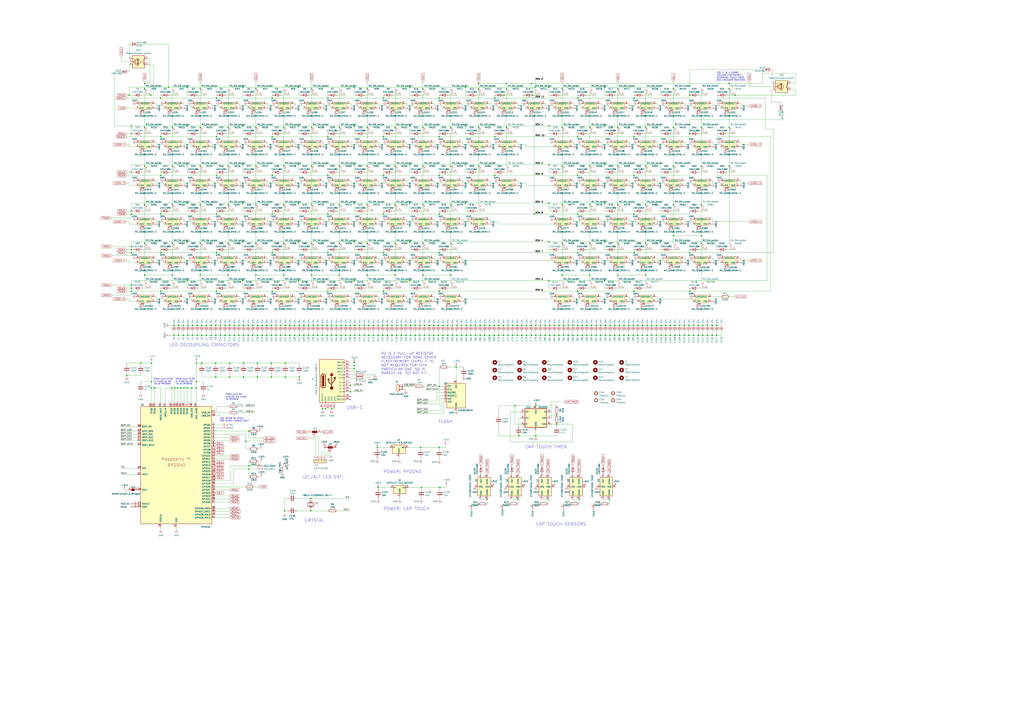
<source format=kicad_sch>
(kicad_sch (version 20230121) (generator eeschema)
  (paper "A1")
  (junction (at 321.945 267.335))
  (junction (at 272.415 275.59))
  (junction (at 278.765 200.025))
  (junction (at 470.535 267.335))
  (junction (at 153.67 103.505))
  (junction (at 233.045 136.525))
  (junction (at 164.465 200.025))
  (junction (at 461.645 168.275))
  (junction (at 455.295 275.59))
  (junction (at 507.365 73.025))
  (junction (at 520.7 239.395))
  (junction (at 276.225 275.59))
  (junction (at 421.005 275.59))
  (junction (at 546.735 267.335))
  (junction (at 363.855 267.335))
  (junction (at 530.225 136.525))
  (junction (at 241.935 267.335))
  (junction (at 107.95 175.895))
  (junction (at 177.8 80.645))
  (junction (at 489.585 275.59))
  (junction (at 415.925 73.025))
  (junction (at 164.465 168.275))
  (junction (at 406.4 80.645))
  (junction (at 581.025 275.59))
  (junction (at 255.905 73.025))
  (junction (at 230.505 275.59))
  (junction (at 223.52 175.895))
  (junction (at 474.345 267.335))
  (junction (at 347.345 104.775))
  (junction (at 360.68 317.5))
  (junction (at 588.645 275.59))
  (junction (at 428.625 275.59))
  (junction (at 450.85 198.755))
  (junction (at 161.29 298.45))
  (junction (at 504.825 275.59))
  (junction (at 188.595 275.59))
  (junction (at 302.895 267.335))
  (junction (at 124.46 318.77))
  (junction (at 223.52 112.395))
  (junction (at 301.625 136.525))
  (junction (at 329.565 275.59))
  (junction (at 459.105 275.59))
  (junction (at 333.375 275.59))
  (junction (at 161.29 318.77))
  (junction (at 318.135 267.335))
  (junction (at 415.925 104.775))
  (junction (at 107.95 202.565))
  (junction (at 577.215 267.335))
  (junction (at 394.335 275.59))
  (junction (at 154.305 267.335))
  (junction (at 527.685 267.335))
  (junction (at 573.405 267.335))
  (junction (at 459.105 267.335))
  (junction (at 290.83 71.755))
  (junction (at 199.39 198.755))
  (junction (at 200.025 309.88))
  (junction (at 484.505 200.025))
  (junction (at 561.975 267.335))
  (junction (at 575.945 104.775))
  (junction (at 360.68 80.645))
  (junction (at 546.735 275.59))
  (junction (at 269.24 239.395))
  (junction (at 192.405 275.59))
  (junction (at 520.7 207.645))
  (junction (at 215.265 267.335))
  (junction (at 352.425 267.335))
  (junction (at 321.945 275.59))
  (junction (at 379.095 275.59))
  (junction (at 154.305 275.59))
  (junction (at 150.495 267.335))
  (junction (at 507.365 104.775))
  (junction (at 584.835 267.335))
  (junction (at 340.995 275.59))
  (junction (at 367.665 267.335))
  (junction (at 245.11 135.255))
  (junction (at 290.83 198.755))
  (junction (at 255.905 104.775))
  (junction (at 223.52 80.645))
  (junction (at 238.125 267.335))
  (junction (at 409.575 275.59))
  (junction (at 352.425 275.59))
  (junction (at 245.11 230.505))
  (junction (at 516.255 267.335))
  (junction (at 450.85 103.505))
  (junction (at 379.095 267.335))
  (junction (at 269.24 144.145))
  (junction (at 324.485 226.06))
  (junction (at 426.085 358.14))
  (junction (at 474.345 112.395))
  (junction (at 177.8 144.145))
  (junction (at 124.46 313.69))
  (junction (at 346.075 400.685))
  (junction (at 290.83 297.815))
  (junction (at 461.645 73.025))
  (junction (at 280.035 267.335))
  (junction (at 290.83 167.005))
  (junction (at 314.96 175.895))
  (junction (at 196.215 267.335))
  (junction (at 382.27 103.505))
  (junction (at 512.445 267.335))
  (junction (at 484.505 136.525))
  (junction (at 457.2 348.615))
  (junction (at 424.815 267.335))
  (junction (at 375.285 275.59))
  (junction (at 401.955 267.335))
  (junction (at 245.11 167.005))
  (junction (at 161.925 275.59))
  (junction (at 393.065 104.775))
  (junction (at 337.185 267.335))
  (junction (at 550.545 275.59))
  (junction (at 148.59 318.77))
  (junction (at 138.43 71.755))
  (junction (at 255.905 168.275))
  (junction (at 539.115 275.59))
  (junction (at 241.935 275.59))
  (junction (at 107.95 205.105))
  (junction (at 553.085 136.525))
  (junction (at 478.155 267.335))
  (junction (at 485.775 275.59))
  (junction (at 530.225 104.775))
  (junction (at 447.675 267.335))
  (junction (at 370.205 168.275))
  (junction (at 278.765 104.775))
  (junction (at 489.585 267.335))
  (junction (at 440.055 267.335))
  (junction (at 428.625 267.335))
  (junction (at 450.85 135.255))
  (junction (at 414.02 78.105))
  (junction (at 553.085 168.275))
  (junction (at 234.315 298.45))
  (junction (at 260.985 267.335))
  (junction (at 461.645 200.025))
  (junction (at 360.68 239.395))
  (junction (at 565.785 275.59))
  (junction (at 520.7 144.145))
  (junction (at 123.825 78.105))
  (junction (at 497.205 275.59))
  (junction (at 257.175 267.335))
  (junction (at 451.485 275.59))
  (junction (at 508.635 267.335))
  (junction (at 309.88 367.665))
  (junction (at 394.335 267.335))
  (junction (at 188.595 309.88))
  (junction (at 238.125 275.59))
  (junction (at 470.535 275.59))
  (junction (at 234.315 309.88))
  (junction (at 413.385 267.335))
  (junction (at 370.205 104.775))
  (junction (at 347.345 136.525))
  (junction (at 360.68 112.395))
  (junction (at 278.765 136.525))
  (junction (at 302.895 275.59))
  (junction (at 233.68 419.735))
  (junction (at 484.505 226.06))
  (junction (at 421.005 267.335))
  (junction (at 177.165 298.45))
  (junction (at 565.785 267.335))
  (junction (at 287.655 275.59))
  (junction (at 177.8 207.645))
  (junction (at 177.165 275.59))
  (junction (at 496.57 167.005))
  (junction (at 223.52 144.145))
  (junction (at 283.845 275.59))
  (junction (at 400.05 410.21))
  (junction (at 165.735 267.335))
  (junction (at 558.165 275.59))
  (junction (at 440.055 333.375))
  (junction (at 527.685 275.59))
  (junction (at 260.985 275.59))
  (junction (at 233.045 168.275))
  (junction (at 222.885 298.45))
  (junction (at 146.685 275.59))
  (junction (at 153.67 318.77))
  (junction (at 520.065 267.335))
  (junction (at 226.695 267.335))
  (junction (at 118.745 68.58))
  (junction (at 187.325 200.025))
  (junction (at 127 318.77))
  (junction (at 314.96 207.645))
  (junction (at 187.325 104.775))
  (junction (at 432.435 275.59))
  (junction (at 508.635 275.59))
  (junction (at 496.57 71.755))
  (junction (at 142.875 267.335))
  (junction (at 422.91 333.375))
  (junction (at 371.475 275.59))
  (junction (at 245.745 267.335))
  (junction (at 466.725 267.335))
  (junction (at 440.055 358.14))
  (junction (at 187.325 226.06))
  (junction (at 141.605 200.025))
  (junction (at 481.965 267.335))
  (junction (at 575.945 200.025))
  (junction (at 253.365 267.335))
  (junction (at 141.605 168.275))
  (junction (at 436.245 267.335))
  (junction (at 405.765 275.59))
  (junction (at 598.805 68.58))
  (junction (at 255.905 136.525))
  (junction (at 157.48 318.77))
  (junction (at 210.185 73.025))
  (junction (at 269.24 112.395))
  (junction (at 278.765 226.06))
  (junction (at 201.93 362.585))
  (junction (at 153.67 198.755))
  (junction (at 132.08 239.395))
  (junction (at 457.2 340.995))
  (junction (at 333.375 267.335))
  (junction (at 267.335 335.915))
  (junction (at 553.085 73.025))
  (junction (at 264.795 267.335))
  (junction (at 466.725 275.59))
  (junction (at 107.95 103.505))
  (junction (at 598.805 104.775))
  (junction (at 290.83 302.895))
  (junction (at 107.95 236.855))
  (junction (at 199.39 167.005))
  (junction (at 360.045 275.59))
  (junction (at 347.345 168.275))
  (junction (at 169.545 275.59))
  (junction (at 164.465 136.525))
  (junction (at 367.665 275.59))
  (junction (at 531.495 275.59))
  (junction (at 132.08 144.145))
  (junction (at 306.705 267.335))
  (junction (at 310.515 400.685))
  (junction (at 230.505 267.335))
  (junction (at 390.525 275.59))
  (junction (at 118.745 104.775))
  (junction (at 520.7 175.895))
  (junction (at 161.29 313.69))
  (junction (at 340.995 267.335))
  (junction (at 233.045 200.025))
  (junction (at 245.745 309.88))
  (junction (at 164.465 104.775))
  (junction (at 233.045 104.775))
  (junction (at 276.225 267.335))
  (junction (at 173.355 267.335))
  (junction (at 268.605 267.335))
  (junction (at 530.225 226.06))
  (junction (at 187.325 136.525))
  (junction (at 447.675 275.59))
  (junction (at 290.83 103.505))
  (junction (at 295.275 275.59))
  (junction (at 269.24 175.895))
  (junction (at 375.285 267.335))
  (junction (at 204.47 385.445))
  (junction (at 107.95 234.315))
  (junction (at 347.345 200.025))
  (junction (at 180.975 267.335))
  (junction (at 161.925 267.335))
  (junction (at 204.47 382.905))
  (junction (at 485.775 267.335))
  (junction (at 107.95 173.355))
  (junction (at 165.735 298.45))
  (junction (at 493.395 267.335))
  (junction (at 348.615 275.59))
  (junction (at 153.67 71.755))
  (junction (at 474.345 175.895))
  (junction (at 210.185 104.775))
  (junction (at 484.505 168.275))
  (junction (at 336.55 230.505))
  (junction (at 370.205 200.025))
  (junction (at 211.455 309.88))
  (junction (at 132.08 112.395))
  (junction (at 386.715 275.59))
  (junction (at 382.905 275.59))
  (junction (at 249.555 275.59))
  (junction (at 588.645 267.335))
  (junction (at 257.175 275.59))
  (junction (at 337.185 275.59))
  (junction (at 566.42 207.645))
  (junction (at 210.185 226.06))
  (junction (at 360.68 144.145))
  (junction (at 393.065 73.025))
  (junction (at 329.565 267.335))
  (junction (at 169.545 267.335))
  (junction (at 554.355 267.335))
  (junction (at 207.645 267.335))
  (junction (at 360.045 267.335))
  (junction (at 443.865 267.335))
  (junction (at 336.55 198.755))
  (junction (at 406.4 144.145))
  (junction (at 269.24 207.645))
  (junction (at 504.825 267.335))
  (junction (at 393.065 68.58))
  (junction (at 141.605 226.06))
  (junction (at 314.325 275.59))
  (junction (at 146.05 318.77))
  (junction (at 507.365 168.275))
  (junction (at 210.185 200.025))
  (junction (at 553.085 104.775))
  (junction (at 165.735 275.59))
  (junction (at 180.975 275.59))
  (junction (at 245.11 71.755))
  (junction (at 474.345 275.59))
  (junction (at 132.08 80.645))
  (junction (at 554.355 275.59))
  (junction (at 336.55 71.755))
  (junction (at 484.505 104.775))
  (junction (at 196.215 275.59))
  (junction (at 481.965 275.59))
  (junction (at 299.085 267.335))
  (junction (at 566.42 109.855))
  (junction (at 566.42 239.395))
  (junction (at 233.045 226.06))
  (junction (at 474.345 239.395))
  (junction (at 118.745 73.025))
  (junction (at 581.025 267.335))
  (junction (at 223.52 207.645))
  (junction (at 151.13 318.77))
  (junction (at 107.95 141.605))
  (junction (at 200.025 298.45))
  (junction (at 283.845 267.335))
  (junction (at 539.115 267.335))
  (junction (at 278.765 168.275))
  (junction (at 223.52 239.395))
  (junction (at 115.57 298.45))
  (junction (at 255.27 409.575))
  (junction (at 520.065 275.59))
  (junction (at 200.025 275.59))
  (junction (at 535.305 275.59))
  (junction (at 301.625 226.06))
  (junction (at 199.39 103.505))
  (junction (at 324.485 136.525))
  (junction (at 501.015 267.335))
  (junction (at 455.295 267.335))
  (junction (at 523.875 267.335))
  (junction (at 443.865 275.59))
  (junction (at 192.405 267.335))
  (junction (at 461.645 104.775))
  (junction (at 436.245 68.58))
  (junction (at 348.615 267.335))
  (junction (at 140.97 318.77))
  (junction (at 569.595 267.335))
  (junction (at 219.075 275.59))
  (junction (at 200.025 267.335))
  (junction (at 417.195 267.335))
  (junction (at 437.515 78.105))
  (junction (at 496.57 198.755))
  (junction (at 507.365 200.025))
  (junction (at 512.445 275.59))
  (junction (at 107.95 207.645))
  (junction (at 203.835 275.59))
  (junction (at 290.83 230.505))
  (junction (at 542.925 267.335))
  (junction (at 301.625 168.275))
  (junction (at 440.055 275.59))
  (junction (at 142.875 275.59))
  (junction (at 234.315 267.335))
  (junction (at 141.605 136.525))
  (junction (at 146.685 267.335))
  (junction (at 344.805 275.59))
  (junction (at 542.925 275.59))
  (junction (at 370.205 136.525))
  (junction (at 573.405 275.59))
  (junction (at 203.835 267.335))
  (junction (at 118.745 136.525))
  (junction (at 523.875 275.59))
  (junction (at 177.165 267.335))
  (junction (at 345.44 367.665))
  (junction (at 204.47 354.33))
  (junction (at 584.835 275.59))
  (junction (at 382.27 167.005))
  (junction (at 222.885 309.88))
  (junction (at 153.67 230.505))
  (junction (at 211.455 298.45))
  (junction (at 569.595 275.59))
  (junction (at 577.215 275.59))
  (junction (at 158.115 267.335))
  (junction (at 325.755 267.335))
  (junction (at 382.27 71.755))
  (junction (at 226.695 275.59))
  (junction (at 493.395 275.59))
  (junction (at 462.915 267.335))
  (junction (at 530.225 200.025))
  (junction (at 553.085 193.675))
  (junction (at 382.905 267.335))
  (junction (at 219.075 267.335))
  (junction (at 417.195 275.59))
  (junction (at 474.345 207.645))
  (junction (at 291.465 275.59))
  (junction (at 561.975 275.59))
  (junction (at 386.715 267.335))
  (junction (at 301.625 73.025))
  (junction (at 234.315 275.59))
  (junction (at 301.625 200.025))
  (junction (at 211.455 267.335))
  (junction (at 249.555 267.335))
  (junction (at 301.625 104.775))
  (junction (at 382.27 135.255))
  (junction (at 188.595 267.335))
  (junction (at 118.745 226.06))
  (junction (at 374.65 301.625))
  (junction (at 222.885 267.335))
  (junction (at 299.085 275.59))
  (junction (at 336.55 103.505))
  (junction (at 287.655 267.335))
  (junction (at 314.96 239.395))
  (junction (at 188.595 298.45))
  (junction (at 603.885 78.105))
  (junction (at 347.345 226.06))
  (junction (at 295.275 267.335))
  (junction (at 245.11 103.505))
  (junction (at 324.485 168.275))
  (junction (at 124.46 298.45))
  (junction (at 478.155 275.59))
  (junction (at 118.745 168.275))
  (junction (at 132.08 175.895))
  (junction (at 177.8 239.395))
  (junction (at 325.755 275.59))
  (junction (at 360.68 207.645))
  (junction (at 255.905 226.06))
  (junction (at 474.345 80.645))
  (junction (at 406.4 112.395))
  (junction (at 290.83 300.355))
  (junction (at 255.905 200.025))
  (junction (at 158.115 275.59))
  (junction (at 324.485 104.775))
  (junction (at 520.7 112.395))
  (junction (at 575.945 193.675))
  (junction (at 215.265 275.59))
  (junction (at 153.67 167.005))
  (junction (at 272.415 267.335))
  (junction (at 409.575 267.335))
  (junction (at 132.08 207.645))
  (junction (at 432.435 267.335))
  (junction (at 290.83 135.255))
  (junction (at 199.39 135.255))
  (junction (at 475.615 410.21))
  (junction (at 314.325 267.335))
  (junction (at 436.245 275.59))
  (junction (at 150.495 275.59))
  (junction (at 530.225 168.275))
  (junction (at 450.85 167.005))
  (junction (at 598.805 73.025))
  (junction (at 507.365 226.06))
  (junction (at 363.855 275.59))
  (junction (at 210.185 136.525))
  (junction (at 496.57 230.505))
  (junction (at 106.045 78.105))
  (junction (at 255.27 419.735))
  (junction (at 245.745 275.59))
  (junction (at 439.42 71.755))
  (junction (at 310.515 267.335))
  (junction (at 462.915 275.59))
  (junction (at 336.55 135.255))
  (junction (at 450.215 410.21))
  (junction (at 575.945 168.275))
  (junction (at 450.85 230.505))
  (junction (at 306.705 275.59))
  (junction (at 356.235 267.335))
  (junction (at 401.955 275.59))
  (junction (at 598.805 136.525))
  (junction (at 361.315 400.685))
  (junction (at 177.8 112.395))
  (junction (at 474.345 144.145))
  (junction (at 210.185 168.275))
  (junction (at 107.95 109.855))
  (junction (at 360.68 367.665))
  (junction (at 207.645 275.59))
  (junction (at 104.14 308.61))
  (junction (at 164.465 73.025))
  (junction (at 398.145 275.59))
  (junction (at 575.945 136.525))
  (junction (at 344.805 267.335))
  (junction (at 501.015 275.59))
  (junction (at 535.305 267.335))
  (junction (at 268.605 275.59))
  (junction (at 211.455 275.59))
  (junction (at 314.96 144.145))
  (junction (at 173.355 275.59))
  (junction (at 245.11 198.755))
  (junction (at 558.165 267.335))
  (junction (at 398.145 267.335))
  (junction (at 425.45 410.21))
  (junction (at 371.475 267.335))
  (junction (at 269.24 80.645))
  (junction (at 184.785 275.59))
  (junction (at 280.035 275.59))
  (junction (at 507.365 136.525))
  (junction (at 264.795 275.59))
  (junction (at 143.51 318.77))
  (junction (at 107.95 239.395))
  (junction (at 118.745 200.025))
  (junction (at 314.96 80.645))
  (junction (at 461.645 136.525))
  (junction (at 264.795 335.915))
  (junction (at 287.655 321.945))
  (junction (at 314.96 112.395))
  (junction (at 542.29 198.755))
  (junction (at 390.525 267.335))
  (junction (at 531.495 267.335))
  (junction (at 500.38 410.21))
  (junction (at 164.465 226.06))
  (junction (at 461.645 226.06))
  (junction (at 356.235 275.59))
  (junction (at 415.925 68.58))
  (junction (at 222.885 275.59))
  (junction (at 187.325 168.275))
  (junction (at 405.765 267.335))
  (junction (at 324.485 200.025))
  (junction (at 291.465 267.335))
  (junction (at 450.85 71.755))
  (junction (at 438.785 175.895))
  (junction (at 347.345 73.025))
  (junction (at 318.135 275.59))
  (junction (at 393.065 136.525))
  (junction (at 199.39 71.755))
  (junction (at 199.39 230.505))
  (junction (at 520.7 80.645))
  (junction (at 153.67 135.255))
  (junction (at 360.68 175.895))
  (junction (at 566.42 78.105))
  (junction (at 253.365 275.59))
  (junction (at 550.545 267.335))
  (junction (at 287.655 316.865))
  (junction (at 516.255 275.59))
  (junction (at 497.205 267.335))
  (junction (at 184.785 267.335))
  (junction (at 336.55 167.005))
  (junction (at 451.485 267.335))
  (junction (at 496.57 103.505))
  (junction (at 141.605 104.775))
  (junction (at 177.165 309.88))
  (junction (at 496.57 135.255))
  (junction (at 272.415 335.915))
  (junction (at 424.815 275.59))
  (junction (at 370.205 226.06))
  (junction (at 177.8 175.895))
  (junction (at 413.385 275.59))
  (junction (at 310.515 275.59))
  (no_connect (at 287.655 325.755))
  (no_connect (at 287.655 328.295))
  (wire (pts (xy 379.73 116.84) (xy 379.73 118.745)))
  (wire (pts (xy 520.7 205.105) (xy 520.7 207.645)))
  (wire (pts (xy 113.03 350.52) (xy 99.06 350.52)))
  (wire (pts (xy 255.905 104.775) (xy 255.905 136.525)))
  (wire (pts (xy 179.705 339.09) (xy 179.705 341.63)))
  (wire (pts (xy 165.735 267.335) (xy 169.545 267.335)))
  (wire (pts (xy 361.315 409.575) (xy 361.315 410.845)))
  (wire (pts (xy 546.735 275.59) (xy 550.545 275.59)))
  (wire (pts (xy 366.395 400.685) (xy 366.395 398.78)))
  (wire (pts (xy 562.61 116.84) (xy 562.61 118.745)))
  (wire (pts (xy 151.13 213.995) (xy 157.48 213.995)))
  (wire (pts (xy 288.29 243.84) (xy 288.29 245.745)))
  (wire (pts (xy 439.42 71.755) (xy 450.85 71.755)))
  (wire (pts (xy 161.29 318.77) (xy 161.29 331.47)))
  (wire (pts (xy 516.89 118.745) (xy 523.24 118.745)))
  (wire (pts (xy 188.595 275.59) (xy 192.405 275.59)))
  (wire (pts (xy 334.01 213.995) (xy 340.36 213.995)))
  (wire (pts (xy 361.95 320.04) (xy 361.95 320.675)))
  (wire (pts (xy 151.13 148.59) (xy 151.13 150.495)))
  (wire (pts (xy 539.75 150.495) (xy 546.1 150.495)))
  (wire (pts (xy 459.74 173.355) (xy 466.725 173.355)))
  (wire (pts (xy 527.685 267.335) (xy 531.495 267.335)))
  (wire (pts (xy 425.45 148.59) (xy 425.45 150.495)))
  (wire (pts (xy 173.99 148.59) (xy 173.99 150.495)))
  (wire (pts (xy 291.465 310.515) (xy 287.655 310.515)))
  (wire (pts (xy 201.93 356.87) (xy 176.53 356.87)))
  (wire (pts (xy 421.005 267.335) (xy 424.815 267.335)))
  (wire (pts (xy 494.03 86.995) (xy 500.38 86.995)))
  (wire (pts (xy 386.08 182.245) (xy 386.08 184.15)))
  (wire (pts (xy 440.055 267.335) (xy 443.865 267.335)))
  (wire (pts (xy 448.31 85.09) (xy 448.31 86.995)))
  (wire (pts (xy 474.345 141.605) (xy 474.345 144.145)))
  (wire (pts (xy 153.67 318.77) (xy 157.48 318.77)))
  (wire (pts (xy 484.505 104.775) (xy 484.505 136.525)))
  (wire (pts (xy 213.36 354.33) (xy 212.09 354.33)))
  (wire (pts (xy 255.905 226.06) (xy 255.905 231.775)))
  (wire (pts (xy 199.39 71.755) (xy 199.39 78.105)))
  (wire (pts (xy 177.165 298.45) (xy 188.595 298.45)))
  (wire (pts (xy 265.43 118.745) (xy 271.78 118.745)))
  (wire (pts (xy 360.68 80.645) (xy 360.68 78.105)))
  (wire (pts (xy 356.235 272.415) (xy 356.235 275.59)))
  (wire (pts (xy 336.55 135.255) (xy 336.55 141.605)))
  (wire (pts (xy 471.17 148.59) (xy 471.17 150.495)))
  (wire (pts (xy 585.47 85.09) (xy 585.47 86.995)))
  (wire (pts (xy 157.48 182.245) (xy 157.48 184.15)))
  (wire (pts (xy 116.84 236.855) (xy 123.825 236.855)))
  (wire (pts (xy 236.22 419.735) (xy 233.68 419.735)))
  (wire (pts (xy 478.155 267.335) (xy 481.965 267.335)))
  (wire (pts (xy 542.29 78.105) (xy 543.56 78.105)))
  (wire (pts (xy 566.42 112.395) (xy 566.42 109.855)))
  (wire (pts (xy 311.15 182.245) (xy 317.5 182.245)))
  (wire (pts (xy 635 207.645) (xy 566.42 207.645)))
  (wire (pts (xy 154.305 275.59) (xy 158.115 275.59)))
  (wire (pts (xy 139.065 267.335) (xy 142.875 267.335)))
  (wire (pts (xy 132.08 331.47) (xy 132.08 318.77)))
  (wire (pts (xy 539.75 148.59) (xy 538.48 148.59)))
  (wire (pts (xy 394.335 272.415) (xy 394.335 275.59)))
  (wire (pts (xy 561.975 267.335) (xy 565.785 267.335)))
  (wire (pts (xy 268.605 267.335) (xy 272.415 267.335)))
  (wire (pts (xy 196.85 213.995) (xy 203.2 213.995)))
  (wire (pts (xy 501.015 272.415) (xy 501.015 275.59)))
  (wire (pts (xy 379.73 150.495) (xy 386.08 150.495)))
  (wire (pts (xy 379.095 275.59) (xy 382.905 275.59)))
  (wire (pts (xy 255.27 419.735) (xy 269.24 419.735)))
  (wire (pts (xy 107.95 230.505) (xy 107.95 234.315)))
  (wire (pts (xy 438.785 80.01) (xy 438.785 175.895)))
  (wire (pts (xy 188.595 272.415) (xy 188.595 275.59)))
  (wire (pts (xy 415.925 73.025) (xy 415.925 104.775)))
  (wire (pts (xy 132.08 78.105) (xy 132.08 80.645)))
  (wire (pts (xy 118.745 200.025) (xy 118.745 226.06)))
  (wire (pts (xy 276.86 109.855) (xy 283.845 109.855)))
  (wire (pts (xy 151.13 150.495) (xy 157.48 150.495)))
  (wire (pts (xy 287.655 267.335) (xy 291.465 267.335)))
  (wire (pts (xy 104.14 182.245) (xy 106.045 182.245)))
  (wire (pts (xy 307.975 307.975) (xy 299.085 307.975)))
  (wire (pts (xy 295.275 267.335) (xy 299.085 267.335)))
  (wire (pts (xy 287.655 275.59) (xy 291.465 275.59)))
  (wire (pts (xy 310.515 275.59) (xy 314.325 275.59)))
  (wire (pts (xy 346.075 400.685) (xy 346.075 401.955)))
  (wire (pts (xy 188.595 412.75) (xy 176.53 412.75)))
  (wire (pts (xy 445.135 410.21) (xy 450.215 410.21)))
  (wire (pts (xy 290.83 135.255) (xy 336.55 135.255)))
  (wire (pts (xy 268.605 272.415) (xy 268.605 275.59)))
  (wire (pts (xy 414.02 141.605) (xy 421.005 141.605)))
  (wire (pts (xy 568.96 118.745) (xy 568.96 120.65)))
  (wire (pts (xy 245.11 135.255) (xy 290.83 135.255)))
  (wire (pts (xy 337.185 275.59) (xy 340.995 275.59)))
  (wire (pts (xy 325.755 267.335) (xy 329.565 267.335)))
  (wire (pts (xy 288.29 212.09) (xy 287.02 212.09)))
  (wire (pts (xy 324.485 136.525) (xy 324.485 168.275)))
  (wire (pts (xy 188.595 374.65) (xy 176.53 374.65)))
  (wire (pts (xy 144.78 433.07) (xy 144.78 435.61)))
  (wire (pts (xy 505.46 109.855) (xy 512.445 109.855)))
  (wire (pts (xy 271.78 182.245) (xy 271.78 184.15)))
  (wire (pts (xy 459.74 205.105) (xy 466.725 205.105)))
  (wire (pts (xy 211.455 307.34) (xy 211.455 309.88)))
  (wire (pts (xy 413.385 272.415) (xy 413.385 275.59)))
  (wire (pts (xy 210.185 136.525) (xy 210.185 168.275)))
  (wire (pts (xy 128.27 150.495) (xy 134.62 150.495)))
  (wire (pts (xy 223.52 239.395) (xy 223.52 236.855)))
  (wire (pts (xy 334.01 148.59) (xy 332.74 148.59)))
  (wire (pts (xy 210.185 226.06) (xy 233.045 226.06)))
  (wire (pts (xy 151.13 148.59) (xy 149.86 148.59)))
  (wire (pts (xy 254 78.105) (xy 260.985 78.105)))
  (wire (pts (xy 363.22 86.995) (xy 363.22 88.9)))
  (wire (pts (xy 276.225 267.335) (xy 280.035 267.335)))
  (wire (pts (xy 402.59 148.59) (xy 401.32 148.59)))
  (wire (pts (xy 180.34 118.745) (xy 180.34 120.65)))
  (wire (pts (xy 539.75 212.09) (xy 538.48 212.09)))
  (wire (pts (xy 271.78 374.015) (xy 266.7 374.015)))
  (wire (pts (xy 450.85 103.505) (xy 496.57 103.505)))
  (wire (pts (xy 417.195 267.335) (xy 421.005 267.335)))
  (wire (pts (xy 196.85 148.59) (xy 195.58 148.59)))
  (wire (pts (xy 314.96 144.145) (xy 360.68 144.145)))
  (wire (pts (xy 455.295 272.415) (xy 455.295 275.59)))
  (wire (pts (xy 107.95 135.255) (xy 153.67 135.255)))
  (wire (pts (xy 425.45 85.09) (xy 424.18 85.09)))
  (wire (pts (xy 345.44 236.855) (xy 352.425 236.855)))
  (wire (pts (xy 334.01 245.745) (xy 340.36 245.745)))
  (wire (pts (xy 317.5 86.995) (xy 317.5 88.9)))
  (wire (pts (xy 451.485 272.415) (xy 451.485 275.59)))
  (wire (pts (xy 317.5 245.745) (xy 317.5 247.65)))
  (wire (pts (xy 507.365 67.31) (xy 507.365 73.025)))
  (wire (pts (xy 219.71 212.09) (xy 218.44 212.09)))
  (wire (pts (xy 390.525 272.415) (xy 390.525 275.59)))
  (wire (pts (xy 321.945 275.59) (xy 325.755 275.59)))
  (wire (pts (xy 325.755 275.59) (xy 329.565 275.59)))
  (wire (pts (xy 409.575 349.25) (xy 409.575 358.14)))
  (wire (pts (xy 173.99 243.84) (xy 172.72 243.84)))
  (wire (pts (xy 471.17 243.84) (xy 471.17 245.745)))
  (wire (pts (xy 523.875 275.59) (xy 527.685 275.59)))
  (wire (pts (xy 363.855 275.59) (xy 367.665 275.59)))
  (wire (pts (xy 157.48 150.495) (xy 157.48 152.4)))
  (wire (pts (xy 242.57 245.745) (xy 248.92 245.745)))
  (wire (pts (xy 553.085 193.675) (xy 553.085 200.025)))
  (wire (pts (xy 516.89 182.245) (xy 523.24 182.245)))
  (wire (pts (xy 494.03 85.09) (xy 494.03 86.995)))
  (wire (pts (xy 134.62 118.745) (xy 134.62 120.65)))
  (wire (pts (xy 290.83 198.755) (xy 336.55 198.755)))
  (wire (pts (xy 450.85 167.005) (xy 496.57 167.005)))
  (wire (pts (xy 360.68 317.5) (xy 364.49 317.5)))
  (wire (pts (xy 608.33 212.09) (xy 608.33 213.995)))
  (wire (pts (xy 153.67 103.505) (xy 199.39 103.505)))
  (wire (pts (xy 653.415 73.66) (xy 649.605 73.66)))
  (wire (pts (xy 516.89 148.59) (xy 515.62 148.59)))
  (wire (pts (xy 496.57 103.505) (xy 542.29 103.505)))
  (wire (pts (xy 443.865 275.59) (xy 447.675 275.59)))
  (wire (pts (xy 231.14 141.605) (xy 238.125 141.605)))
  (wire (pts (xy 408.94 184.15) (xy 454.66 184.15)))
  (wire (pts (xy 520.7 141.605) (xy 520.7 144.145)))
  (wire (pts (xy 333.375 272.415) (xy 333.375 275.59)))
  (wire (pts (xy 222.885 267.335) (xy 226.695 267.335)))
  (wire (pts (xy 347.345 67.31) (xy 347.345 73.025)))
  (wire (pts (xy 219.71 213.995) (xy 226.06 213.995)))
  (wire (pts (xy 608.33 148.59) (xy 607.06 148.59)))
  (wire (pts (xy 365.76 367.665) (xy 365.76 365.76)))
  (wire (pts (xy 451.485 275.59) (xy 455.295 275.59)))
  (wire (pts (xy 211.455 272.415) (xy 211.455 275.59)))
  (wire (pts (xy 290.83 167.005) (xy 336.55 167.005)))
  (wire (pts (xy 505.46 205.105) (xy 512.445 205.105)))
  (wire (pts (xy 409.575 341.63) (xy 409.575 333.375)))
  (wire (pts (xy 322.58 78.105) (xy 329.565 78.105)))
  (wire (pts (xy 161.29 297.18) (xy 161.29 298.45)))
  (wire (pts (xy 259.08 360.045) (xy 253.365 360.045)))
  (wire (pts (xy 528.32 173.355) (xy 535.305 173.355)))
  (wire (pts (xy 196.85 85.09) (xy 196.85 86.995)))
  (wire (pts (xy 269.24 144.145) (xy 269.24 141.605)))
  (wire (pts (xy 223.52 112.395) (xy 269.24 112.395)))
  (wire (pts (xy 294.64 182.245) (xy 294.64 184.15)))
  (wire (pts (xy 402.59 85.09) (xy 402.59 86.995)))
  (wire (pts (xy 185.42 236.855) (xy 192.405 236.855)))
  (wire (pts (xy 539.75 118.745) (xy 546.1 118.745)))
  (wire (pts (xy 265.43 212.09) (xy 264.16 212.09)))
  (wire (pts (xy 328.295 408.305) (xy 328.295 410.845)))
  (wire (pts (xy 370.205 73.025) (xy 370.205 104.775)))
  (wire (pts (xy 226.695 275.59) (xy 230.505 275.59)))
  (wire (pts (xy 440.055 359.41) (xy 440.055 358.14)))
  (wire (pts (xy 314.96 112.395) (xy 314.96 109.855)))
  (wire (pts (xy 415.925 68.58) (xy 415.925 73.025)))
  (wire (pts (xy 360.68 367.665) (xy 360.68 368.935)))
  (wire (pts (xy 219.71 85.09) (xy 219.71 86.995)))
  (wire (pts (xy 381 302.26) (xy 381 301.625)))
  (wire (pts (xy 337.185 272.415) (xy 337.185 275.59)))
  (wire (pts (xy 191.77 397.51) (xy 176.53 397.51)))
  (wire (pts (xy 408.94 182.245) (xy 408.94 184.15)))
  (wire (pts (xy 196.85 116.84) (xy 196.85 118.745)))
  (wire (pts (xy 128.27 86.995) (xy 134.62 86.995)))
  (wire (pts (xy 99.695 46.355) (xy 99.695 50.8)))
  (wire (pts (xy 132.08 144.145) (xy 177.8 144.145)))
  (wire (pts (xy 454.66 245.745) (xy 454.66 247.65)))
  (wire (pts (xy 500.38 213.995) (xy 500.38 215.9)))
  (wire (pts (xy 496.57 230.505) (xy 629.92 230.505)))
  (wire (pts (xy 245.11 71.755) (xy 245.11 78.105)))
  (wire (pts (xy 334.01 85.09) (xy 334.01 86.995)))
  (wire (pts (xy 187.325 226.06) (xy 187.325 231.775)))
  (wire (pts (xy 128.27 85.09) (xy 128.27 86.995)))
  (wire (pts (xy 406.4 80.645) (xy 406.4 78.105)))
  (wire (pts (xy 196.85 150.495) (xy 203.2 150.495)))
  (wire (pts (xy 382.27 103.505) (xy 382.27 109.855)))
  (wire (pts (xy 249.555 272.415) (xy 249.555 275.59)))
  (wire (pts (xy 425.45 116.84) (xy 424.18 116.84)))
  (wire (pts (xy 310.515 272.415) (xy 310.515 275.59)))
  (wire (pts (xy 386.08 150.495) (xy 386.08 152.4)))
  (wire (pts (xy 402.59 148.59) (xy 402.59 150.495)))
  (wire (pts (xy 347.345 73.025) (xy 347.345 104.775)))
  (wire (pts (xy 457.2 348.615) (xy 452.755 348.615)))
  (wire (pts (xy 332.105 320.04) (xy 333.375 320.04)))
  (wire (pts (xy 200.025 298.45) (xy 211.455 298.45)))
  (wire (pts (xy 649.605 68.58) (xy 653.415 68.58)))
  (wire (pts (xy 287.655 319.405) (xy 287.655 321.945)))
  (wire (pts (xy 324.485 104.775) (xy 324.485 136.525)))
  (wire (pts (xy 336.55 205.105) (xy 337.82 205.105)))
  (wire (pts (xy 450.85 103.505) (xy 450.85 109.855)))
  (wire (pts (xy 173.99 180.34) (xy 173.99 182.245)))
  (wire (pts (xy 245.745 299.72) (xy 245.745 298.45)))
  (wire (pts (xy 379.73 212.09) (xy 378.46 212.09)))
  (wire (pts (xy 471.17 212.09) (xy 471.17 213.995)))
  (wire (pts (xy 290.83 71.755) (xy 290.83 78.105)))
  (wire (pts (xy 314.96 175.895) (xy 314.96 173.355)))
  (wire (pts (xy 551.18 205.105) (xy 558.165 205.105)))
  (wire (pts (xy 523.24 86.995) (xy 523.24 88.9)))
  (wire (pts (xy 185.42 173.355) (xy 192.405 173.355)))
  (wire (pts (xy 360.68 144.145) (xy 360.68 141.605)))
  (wire (pts (xy 421.005 272.415) (xy 421.005 275.59)))
  (wire (pts (xy 459.74 236.855) (xy 466.725 236.855)))
  (wire (pts (xy 173.99 85.09) (xy 173.99 86.995)))
  (wire (pts (xy 471.17 86.995) (xy 477.52 86.995)))
  (wire (pts (xy 422.91 333.375) (xy 440.055 333.375)))
  (wire (pts (xy 276.86 236.855) (xy 283.845 236.855)))
  (wire (pts (xy 177.8 339.09) (xy 176.53 339.09)))
  (wire (pts (xy 219.71 148.59) (xy 218.44 148.59)))
  (wire (pts (xy 185.42 78.105) (xy 192.405 78.105)))
  (wire (pts (xy 340.36 213.995) (xy 340.36 215.9)))
  (wire (pts (xy 124.46 313.69) (xy 124.46 318.77)))
  (wire (pts (xy 259.08 360.045) (xy 259.08 374.015)))
  (wire (pts (xy 342.265 339.725) (xy 364.49 339.725)))
  (wire (pts (xy 358.775 322.58) (xy 364.49 322.58)))
  (wire (pts (xy 507.365 104.775) (xy 507.365 136.525)))
  (wire (pts (xy 104.14 307.34) (xy 104.14 308.61)))
  (wire (pts (xy 382.27 173.355) (xy 383.54 173.355)))
  (wire (pts (xy 391.16 109.855) (xy 398.145 109.855)))
  (wire (pts (xy 425.45 148.59) (xy 424.18 148.59)))
  (wire (pts (xy 188.595 309.88) (xy 177.165 309.88)))
  (wire (pts (xy 394.97 410.21) (xy 400.05 410.21)))
  (wire (pts (xy 199.39 78.105) (xy 200.66 78.105)))
  (wire (pts (xy 332.105 317.5) (xy 340.36 317.5)))
  (wire (pts (xy 257.175 272.415) (xy 257.175 275.59)))
  (wire (pts (xy 243.84 419.735) (xy 255.27 419.735)))
  (wire (pts (xy 361.315 400.685) (xy 361.315 401.955)))
  (wire (pts (xy 253.365 267.335) (xy 257.175 267.335)))
  (wire (pts (xy 199.39 109.855) (xy 200.66 109.855)))
  (wire (pts (xy 523.24 245.745) (xy 523.24 247.65)))
  (wire (pts (xy 334.01 150.495) (xy 340.36 150.495)))
  (wire (pts (xy 290.83 297.815) (xy 290.83 300.355)))
  (wire (pts (xy 324.485 168.275) (xy 324.485 200.025)))
  (wire (pts (xy 477.52 86.995) (xy 477.52 88.9)))
  (wire (pts (xy 287.655 314.325) (xy 287.655 316.865)))
  (wire (pts (xy 265.43 243.84) (xy 265.43 245.745)))
  (wire (pts (xy 242.57 116.84) (xy 241.3 116.84)))
  (wire (pts (xy 459.105 272.415) (xy 459.105 275.59)))
  (wire (pts (xy 367.665 267.335) (xy 371.475 267.335)))
  (wire (pts (xy 346.075 409.575) (xy 346.075 410.845)))
  (wire (pts (xy 265.43 86.995) (xy 271.78 86.995)))
  (wire (pts (xy 413.385 267.335) (xy 417.195 267.335)))
  (wire (pts (xy 585.47 212.09) (xy 584.2 212.09)))
  (wire (pts (xy 628.65 106.045) (xy 635 106.045)))
  (wire (pts (xy 436.245 275.59) (xy 440.055 275.59)))
  (wire (pts (xy 340.36 182.245) (xy 340.36 184.15)))
  (wire (pts (xy 158.115 275.59) (xy 161.925 275.59)))
  (wire (pts (xy 314.96 80.645) (xy 314.96 78.105)))
  (wire (pts (xy 501.015 267.335) (xy 504.825 267.335)))
  (wire (pts (xy 134.62 182.245) (xy 134.62 184.15)))
  (wire (pts (xy 641.35 83.82) (xy 641.35 84.455)))
  (wire (pts (xy 420.37 410.21) (xy 425.45 410.21)))
  (wire (pts (xy 311.15 148.59) (xy 309.88 148.59)))
  (wire (pts (xy 478.155 272.415) (xy 478.155 275.59)))
  (wire (pts (xy 124.46 318.77) (xy 124.46 331.47)))
  (wire (pts (xy 585.47 213.995) (xy 591.82 213.995)))
  (wire (pts (xy 165.735 299.72) (xy 165.735 298.45)))
  (wire (pts (xy 360.045 272.415) (xy 360.045 275.59)))
  (wire (pts (xy 450.85 236.855) (xy 452.12 236.855)))
  (wire (pts (xy 398.145 272.415) (xy 398.145 275.59)))
  (wire (pts (xy 342.265 332.105) (xy 360.68 332.105)))
  (wire (pts (xy 574.04 78.105) (xy 581.025 78.105)))
  (wire (pts (xy 280.035 275.59) (xy 283.845 275.59)))
  (wire (pts (xy 424.815 267.335) (xy 428.625 267.335)))
  (wire (pts (xy 474.345 275.59) (xy 478.155 275.59)))
  (wire (pts (xy 450.85 230.505) (xy 450.85 236.855)))
  (wire (pts (xy 167.005 322.58) (xy 167.005 323.85)))
  (wire (pts (xy 199.39 173.355) (xy 200.66 173.355)))
  (wire (pts (xy 440.055 358.14) (xy 457.2 358.14)))
  (wire (pts (xy 211.455 309.88) (xy 200.025 309.88)))
  (wire (pts (xy 471.17 116.84) (xy 471.17 118.745)))
  (wire (pts (xy 138.43 36.195) (xy 138.43 71.755)))
  (wire (pts (xy 562.61 150.495) (xy 568.96 150.495)))
  (wire (pts (xy 415.925 68.58) (xy 393.065 68.58)))
  (wire (pts (xy 345.44 173.355) (xy 352.425 173.355)))
  (wire (pts (xy 371.475 267.335) (xy 375.285 267.335)))
  (wire (pts (xy 401.955 272.415) (xy 401.955 275.59)))
  (wire (pts (xy 345.44 109.855) (xy 352.425 109.855)))
  (wire (pts (xy 203.2 150.495) (xy 203.2 152.4)))
  (wire (pts (xy 360.68 175.895) (xy 438.785 175.895)))
  (wire (pts (xy 474.345 175.895) (xy 520.7 175.895)))
  (wire (pts (xy 151.13 318.77) (xy 151.13 331.47)))
  (wire (pts (xy 531.495 272.415) (xy 531.495 275.59)))
  (wire (pts (xy 176.53 351.79) (xy 182.245 351.79)))
  (wire (pts (xy 215.265 272.415) (xy 215.265 275.59)))
  (wire (pts (xy 356.87 212.09) (xy 355.6 212.09)))
  (wire (pts (xy 234.315 299.72) (xy 234.315 298.45)))
  (wire (pts (xy 329.565 272.415) (xy 329.565 275.59)))
  (wire (pts (xy 334.01 243.84) (xy 334.01 245.745)))
  (wire (pts (xy 245.11 230.505) (xy 245.11 236.855)))
  (wire (pts (xy 336.55 103.505) (xy 382.27 103.505)))
  (wire (pts (xy 516.89 180.34) (xy 515.62 180.34)))
  (wire (pts (xy 344.805 267.335) (xy 348.615 267.335)))
  (wire (pts (xy 199.39 236.855) (xy 200.66 236.855)))
  (wire (pts (xy 267.335 335.915) (xy 264.795 335.915)))
  (wire (pts (xy 272.415 337.185) (xy 272.415 335.915)))
  (wire (pts (xy 153.67 198.755) (xy 153.67 205.105)))
  (wire (pts (xy 301.625 73.025) (xy 301.625 104.775)))
  (wire (pts (xy 334.01 212.09) (xy 332.74 212.09)))
  (wire (pts (xy 223.52 80.645) (xy 269.24 80.645)))
  (wire (pts (xy 530.225 168.275) (xy 530.225 200.025)))
  (wire (pts (xy 474.345 239.395) (xy 520.7 239.395)))
  (wire (pts (xy 426.085 343.535) (xy 426.085 350.52)))
  (wire (pts (xy 290.83 198.755) (xy 290.83 205.105)))
  (wire (pts (xy 481.965 109.855) (xy 489.585 109.855)))
  (wire (pts (xy 516.89 148.59) (xy 516.89 150.495)))
  (wire (pts (xy 364.49 330.2) (xy 364.49 339.725)))
  (wire (pts (xy 115.57 308.61) (xy 115.57 307.34)))
  (wire (pts (xy 269.24 80.645) (xy 314.96 80.645)))
  (wire (pts (xy 432.435 275.59) (xy 436.245 275.59)))
  (wire (pts (xy 222.885 299.72) (xy 222.885 298.45)))
  (wire (pts (xy 322.58 205.105) (xy 329.565 205.105)))
  (wire (pts (xy 542.925 275.59) (xy 546.735 275.59)))
  (wire (pts (xy 208.28 173.355) (xy 215.265 173.355)))
  (wire (pts (xy 561.975 275.59) (xy 565.785 275.59)))
  (wire (pts (xy 151.13 118.745) (xy 157.48 118.745)))
  (wire (pts (xy 474.345 80.645) (xy 520.7 80.645)))
  (wire (pts (xy 364.49 320.04) (xy 361.95 320.04)))
  (wire (pts (xy 363.22 213.995) (xy 363.22 215.9)))
  (wire (pts (xy 390.525 275.59) (xy 394.335 275.59)))
  (wire (pts (xy 245.11 173.355) (xy 246.38 173.355)))
  (wire (pts (xy 264.16 374.015) (xy 264.16 371.475)))
  (wire (pts (xy 471.17 245.745) (xy 477.52 245.745)))
  (wire (pts (xy 588.645 272.415) (xy 588.645 275.59)))
  (wire (pts (xy 301.625 226.06) (xy 301.625 231.775)))
  (wire (pts (xy 596.9 78.105) (xy 603.885 78.105)))
  (wire (pts (xy 151.13 116.84) (xy 151.13 118.745)))
  (wire (pts (xy 569.595 267.335) (xy 573.405 267.335)))
  (wire (pts (xy 409.575 78.105) (xy 414.02 78.105)))
  (wire (pts (xy 470.535 267.335) (xy 474.345 267.335)))
  (wire (pts (xy 447.675 267.335) (xy 451.485 267.335)))
  (wire (pts (xy 474.345 112.395) (xy 520.7 112.395)))
  (wire (pts (xy 500.38 118.745) (xy 500.38 120.65)))
  (wire (pts (xy 402.59 150.495) (xy 408.94 150.495)))
  (wire (pts (xy 363.22 182.245) (xy 363.22 184.15)))
  (wire (pts (xy 424.815 272.415) (xy 424.815 275.59)))
  (wire (pts (xy 382.27 78.105) (xy 383.54 78.105)))
  (wire (pts (xy 588.01 205.105) (xy 588.01 198.755)))
  (wire (pts (xy 584.2 243.84) (xy 591.82 243.84)))
  (wire (pts (xy 233.045 168.275) (xy 233.045 200.025)))
  (wire (pts (xy 154.305 272.415) (xy 154.305 275.59)))
  (wire (pts (xy 347.98 317.5) (xy 360.68 317.5)))
  (wire (pts (xy 139.7 141.605) (xy 146.685 141.605)))
  (wire (pts (xy 177.165 309.88) (xy 165.735 309.88)))
  (wire (pts (xy 379.095 267.335) (xy 382.905 267.335)))
  (wire (pts (xy 437.515 78.105) (xy 443.865 78.105)))
  (wire (pts (xy 139.7 205.105) (xy 146.685 205.105)))
  (wire (pts (xy 356.87 148.59) (xy 355.6 148.59)))
  (wire (pts (xy 436.245 73.025) (xy 436.245 68.58)))
  (wire (pts (xy 334.01 118.745) (xy 340.36 118.745)))
  (wire (pts (xy 169.545 267.335) (xy 173.355 267.335)))
  (wire (pts (xy 390.525 267.335) (xy 394.335 267.335)))
  (wire (pts (xy 356.87 243.84) (xy 356.87 245.745)))
  (wire (pts (xy 257.175 275.59) (xy 260.985 275.59)))
  (wire (pts (xy 177.165 267.335) (xy 180.975 267.335)))
  (wire (pts (xy 118.745 226.06) (xy 118.745 231.775)))
  (wire (pts (xy 222.885 307.34) (xy 222.885 309.88)))
  (wire (pts (xy 461.645 67.31) (xy 461.645 73.025)))
  (wire (pts (xy 448.31 86.995) (xy 454.66 86.995)))
  (wire (pts (xy 302.895 275.59) (xy 306.705 275.59)))
  (wire (pts (xy 440.055 275.59) (xy 443.865 275.59)))
  (wire (pts (xy 496.57 135.255) (xy 496.57 141.605)))
  (wire (pts (xy 336.55 230.505) (xy 450.85 230.505)))
  (wire (pts (xy 450.85 205.105) (xy 452.12 205.105)))
  (wire (pts (xy 107.95 198.755) (xy 153.67 198.755)))
  (wire (pts (xy 248.92 86.995) (xy 248.92 88.9)))
  (wire (pts (xy 508.635 267.335) (xy 512.445 267.335)))
  (wire (pts (xy 242.57 182.245) (xy 248.92 182.245)))
  (wire (pts (xy 264.16 371.475) (xy 271.145 371.475)))
  (wire (pts (xy 161.29 313.69) (xy 167.005 313.69)))
  (wire (pts (xy 180.34 213.995) (xy 180.34 215.9)))
  (wire (pts (xy 584.835 275.59) (xy 588.645 275.59)))
  (wire (pts (xy 255.27 418.465) (xy 255.27 419.735)))
  (wire (pts (xy 443.865 267.335) (xy 447.675 267.335)))
  (wire (pts (xy 450.85 167.005) (xy 450.85 173.355)))
  (wire (pts (xy 628.65 80.645) (xy 628.65 106.045)))
  (wire (pts (xy 203.2 245.745) (xy 203.2 247.65)))
  (wire (pts (xy 356.87 116.84) (xy 356.87 118.745)))
  (wire (pts (xy 530.225 200.025) (xy 530.225 226.06)))
  (wire (pts (xy 151.13 85.09) (xy 149.86 85.09)))
  (wire (pts (xy 520.7 175.895) (xy 566.42 175.895)))
  (wire (pts (xy 301.625 168.275) (xy 301.625 200.025)))
  (wire (pts (xy 153.67 71.755) (xy 153.67 78.105)))
  (wire (pts (xy 569.595 272.415) (xy 569.595 275.59)))
  (wire (pts (xy 474.345 272.415) (xy 474.345 275.59)))
  (wire (pts (xy 200.025 272.415) (xy 200.025 275.59)))
  (wire (pts (xy 283.845 267.335) (xy 287.655 267.335)))
  (wire (pts (xy 311.15 148.59) (xy 311.15 150.495)))
  (wire (pts (xy 585.47 180.34) (xy 584.2 180.34)))
  (wire (pts (xy 107.95 103.505) (xy 153.67 103.505)))
  (wire (pts (xy 562.61 85.09) (xy 562.61 86.995)))
  (wire (pts (xy 199.39 198.755) (xy 245.11 198.755)))
  (wire (pts (xy 558.165 272.415) (xy 558.165 275.59)))
  (wire (pts (xy 340.995 272.415) (xy 340.995 275.59)))
  (wire (pts (xy 462.915 275.59) (xy 466.725 275.59)))
  (wire (pts (xy 128.27 148.59) (xy 127 148.59)))
  (wire (pts (xy 192.405 272.415) (xy 192.405 275.59)))
  (wire (pts (xy 311.15 243.84) (xy 311.15 245.745)))
  (wire (pts (xy 107.95 230.505) (xy 153.67 230.505)))
  (wire (pts (xy 573.405 267.335) (xy 577.215 267.335)))
  (wire (pts (xy 213.995 368.935) (xy 212.09 368.935)))
  (wire (pts (xy 261.62 358.775) (xy 261.62 374.015)))
  (wire (pts (xy 334.01 85.09) (xy 332.74 85.09)))
  (wire (pts (xy 431.8 150.495) (xy 431.8 152.4)))
  (wire (pts (xy 466.725 267.335) (xy 470.535 267.335)))
  (wire (pts (xy 219.71 180.34) (xy 219.71 182.245)))
  (wire (pts (xy 424.815 275.59) (xy 428.625 275.59)))
  (wire (pts (xy 405.765 267.335) (xy 409.575 267.335)))
  (wire (pts (xy 539.75 116.84) (xy 538.48 116.84)))
  (wire (pts (xy 234.315 307.34) (xy 234.315 309.88)))
  (wire (pts (xy 132.08 239.395) (xy 177.8 239.395)))
  (wire (pts (xy 276.225 272.415) (xy 276.225 275.59)))
  (wire (pts (xy 290.83 78.105) (xy 292.1 78.105)))
  (wire (pts (xy 562.61 182.245) (xy 568.96 182.245)))
  (wire (pts (xy 474.345 173.355) (xy 474.345 175.895)))
  (wire (pts (xy 254 141.605) (xy 260.985 141.605)))
  (wire (pts (xy 173.355 272.415) (xy 173.355 275.59)))
  (wire (pts (xy 507.365 226.06) (xy 507.365 231.775)))
  (wire (pts (xy 352.425 272.415) (xy 352.425 275.59)))
  (wire (pts (xy 276.86 173.355) (xy 283.845 173.355)))
  (wire (pts (xy 184.785 275.59) (xy 188.595 275.59)))
  (wire (pts (xy 409.575 275.59) (xy 413.385 275.59)))
  (wire (pts (xy 462.915 267.335) (xy 466.725 267.335)))
  (wire (pts (xy 466.725 275.59) (xy 470.535 275.59)))
  (wire (pts (xy 314.96 239.395) (xy 360.68 239.395)))
  (wire (pts (xy 249.555 275.59) (xy 253.365 275.59)))
  (wire (pts (xy 362.585 327.66) (xy 362.585 337.185)))
  (wire (pts (xy 484.505 73.025) (xy 484.505 104.775)))
  (wire (pts (xy 450.85 135.255) (xy 450.85 141.605)))
  (wire (pts (xy 245.745 309.88) (xy 234.315 309.88)))
  (wire (pts (xy 598.805 68.58) (xy 598.805 73.025)))
  (wire (pts (xy 530.225 136.525) (xy 530.225 168.275)))
  (wire (pts (xy 421.005 275.59) (xy 424.815 275.59)))
  (wire (pts (xy 494.03 243.84) (xy 492.76 243.84)))
  (wire (pts (xy 106.045 215.9) (xy 111.76 215.9)))
  (wire (pts (xy 358.775 329.565) (xy 342.265 329.565)))
  (wire (pts (xy 104.14 213.995) (xy 106.045 213.995)))
  (wire (pts (xy 219.075 275.59) (xy 222.885 275.59)))
  (wire (pts (xy 474.345 78.105) (xy 474.345 80.645)))
  (wire (pts (xy 405.765 275.59) (xy 409.575 275.59)))
  (wire (pts (xy 188.595 425.45) (xy 176.53 425.45)))
  (wire (pts (xy 242.57 86.995) (xy 248.92 86.995)))
  (wire (pts (xy 318.135 272.415) (xy 318.135 275.59)))
  (wire (pts (xy 496.57 103.505) (xy 496.57 109.855)))
  (wire (pts (xy 139.7 236.855) (xy 146.685 236.855)))
  (wire (pts (xy 269.24 112.395) (xy 314.96 112.395)))
  (wire (pts (xy 575.945 200.025) (xy 575.945 231.775)))
  (wire (pts (xy 139.7 78.105) (xy 146.685 78.105)))
  (wire (pts (xy 481.965 272.415) (xy 481.965 275.59)))
  (wire (pts (xy 553.085 104.775) (xy 553.085 136.525)))
  (wire (pts (xy 394.335 275.59) (xy 398.145 275.59)))
  (wire (pts (xy 553.085 136.525) (xy 553.085 168.275)))
  (wire (pts (xy 151.13 86.995) (xy 157.48 86.995)))
  (wire (pts (xy 569.595 275.59) (xy 573.405 275.59)))
  (wire (pts (xy 245.11 236.855) (xy 246.38 236.855)))
  (wire (pts (xy 201.295 400.05) (xy 176.53 400.05)))
  (wire (pts (xy 164.465 67.31) (xy 164.465 73.025)))
  (wire (pts (xy 301.625 226.06) (xy 324.485 226.06)))
  (wire (pts (xy 345.44 367.665) (xy 360.68 367.665)))
  (wire (pts (xy 591.82 86.995) (xy 591.82 88.9)))
  (wire (pts (xy 406.4 144.145) (xy 474.345 144.145)))
  (wire (pts (xy 191.77 385.445) (xy 191.77 397.51)))
  (wire (pts (xy 304.165 310.515) (xy 299.085 310.515)))
  (wire (pts (xy 222.885 298.45) (xy 234.315 298.45)))
  (wire (pts (xy 554.355 267.335) (xy 558.165 267.335)))
  (wire (pts (xy 177.8 207.645) (xy 177.8 205.105)))
  (wire (pts (xy 528.32 78.105) (xy 535.305 78.105)))
  (wire (pts (xy 568.96 182.245) (xy 568.96 184.15)))
  (wire (pts (xy 141.605 200.025) (xy 141.605 226.06)))
  (wire (pts (xy 447.675 272.415) (xy 447.675 275.59)))
  (wire (pts (xy 226.06 86.995) (xy 226.06 88.9)))
  (wire (pts (xy 287.655 321.945) (xy 298.45 321.945)))
  (wire (pts (xy 196.215 275.59) (xy 200.025 275.59)))
  (wire (pts (xy 542.29 103.505) (xy 542.29 109.855)))
  (wire (pts (xy 450.85 78.105) (xy 452.12 78.105)))
  (wire (pts (xy 334.01 116.84) (xy 332.74 116.84)))
  (wire (pts (xy 340.995 275.59) (xy 344.805 275.59)))
  (wire (pts (xy 504.825 275.59) (xy 508.635 275.59)))
  (wire (pts (xy 450.85 109.855) (xy 452.12 109.855)))
  (wire (pts (xy 177.8 207.645) (xy 223.52 207.645)))
  (wire (pts (xy 93.98 59.055) (xy 98.425 59.055)))
  (wire (pts (xy 566.42 175.895) (xy 566.42 173.355)))
  (wire (pts (xy 188.595 417.83) (xy 176.53 417.83)))
  (wire (pts (xy 106.045 71.755) (xy 138.43 71.755)))
  (wire (pts (xy 151.13 180.34) (xy 151.13 182.245)))
  (wire (pts (xy 634.365 68.58) (xy 634.365 57.15)))
  (wire (pts (xy 516.89 243.84) (xy 515.62 243.84)))
  (wire (pts (xy 310.515 267.335) (xy 314.325 267.335)))
  (wire (pts (xy 342.265 337.185) (xy 362.585 337.185)))
  (wire (pts (xy 493.395 272.415) (xy 493.395 275.59)))
  (wire (pts (xy 417.195 272.415) (xy 417.195 275.59)))
  (wire (pts (xy 562.61 148.59) (xy 562.61 150.495)))
  (wire (pts (xy 406.4 112.395) (xy 474.345 112.395)))
  (wire (pts (xy 223.52 144.145) (xy 223.52 141.605)))
  (wire (pts (xy 269.24 207.645) (xy 269.24 205.105)))
  (wire (pts (xy 371.475 275.59) (xy 375.285 275.59)))
  (wire (pts (xy 577.215 275.59) (xy 581.025 275.59)))
  (wire (pts (xy 157.48 118.745) (xy 157.48 120.65)))
  (wire (pts (xy 173.99 212.09) (xy 173.99 213.995)))
  (wire (pts (xy 562.61 180.34) (xy 562.61 182.245)))
  (wire (pts (xy 512.445 275.59) (xy 516.255 275.59)))
  (wire (pts (xy 118.745 104.775) (xy 118.745 136.525)))
  (wire (pts (xy 414.02 109.855) (xy 421.005 109.855)))
  (wire (pts (xy 104.14 109.855) (xy 107.95 109.855)))
  (wire (pts (xy 290.83 103.505) (xy 336.55 103.505)))
  (wire (pts (xy 177.8 239.395) (xy 223.52 239.395)))
  (wire (pts (xy 208.28 78.105) (xy 215.265 78.105)))
  (wire (pts (xy 203.2 182.245) (xy 203.2 184.15)))
  (wire (pts (xy 264.795 267.335) (xy 268.605 267.335)))
  (wire (pts (xy 177.8 239.395) (xy 177.8 236.855)))
  (wire (pts (xy 269.24 239.395) (xy 269.24 236.855)))
  (wire (pts (xy 450.85 173.355) (xy 452.12 173.355)))
  (wire (pts (xy 360.68 144.145) (xy 406.4 144.145)))
  (wire (pts (xy 276.86 205.105) (xy 283.845 205.105)))
  (wire (pts (xy 588.645 267.335) (xy 592.455 267.335)))
  (wire (pts (xy 173.99 118.745) (xy 180.34 118.745)))
  (wire (pts (xy 93.98 103.505) (xy 107.95 103.505)))
  (wire (pts (xy 200.025 307.34) (xy 200.025 309.88)))
  (wire (pts (xy 481.965 275.59) (xy 485.775 275.59)))
  (wire (pts (xy 140.97 331.47) (xy 140.97 318.77)))
  (wire (pts (xy 542.29 71.755) (xy 542.29 78.105)))
  (wire (pts (xy 347.345 104.775) (xy 347.345 136.525)))
  (wire (pts (xy 199.39 167.005) (xy 199.39 173.355)))
  (wire (pts (xy 356.87 118.745) (xy 363.22 118.745)))
  (wire (pts (xy 211.455 298.45) (xy 222.885 298.45)))
  (wire (pts (xy 204.47 354.33) (xy 176.53 354.33)))
  (wire (pts (xy 520.7 207.645) (xy 566.42 207.645)))
  (wire (pts (xy 360.68 112.395) (xy 406.4 112.395)))
  (wire (pts (xy 493.395 275.59) (xy 497.205 275.59)))
  (wire (pts (xy 265.43 245.745) (xy 271.78 245.745)))
  (wire (pts (xy 245.11 230.505) (xy 290.83 230.505)))
  (wire (pts (xy 408.94 150.495) (xy 408.94 152.4)))
  (wire (pts (xy 127 318.77) (xy 124.46 318.77)))
  (wire (pts (xy 542.29 198.755) (xy 542.29 205.105)))
  (wire (pts (xy 591.82 150.495) (xy 591.82 152.4)))
  (wire (pts (xy 470.535 275.59) (xy 474.345 275.59)))
  (wire (pts (xy 290.83 167.005) (xy 290.83 173.355)))
  (wire (pts (xy 566.42 57.15) (xy 626.745 57.15)))
  (wire (pts (xy 118.745 73.025) (xy 118.745 104.775)))
  (wire (pts (xy 585.47 148.59) (xy 584.2 148.59)))
  (wire (pts (xy 551.18 109.855) (xy 558.165 109.855)))
  (wire (pts (xy 516.89 85.09) (xy 516.89 86.995)))
  (wire (pts (xy 347.345 226.06) (xy 347.345 231.775)))
  (wire (pts (xy 107.95 135.255) (xy 107.95 141.605)))
  (wire (pts (xy 177.165 299.72) (xy 177.165 298.45)))
  (wire (pts (xy 106.045 213.995) (xy 106.045 215.9)))
  (wire (pts (xy 494.03 148.59) (xy 492.76 148.59)))
  (wire (pts (xy 335.915 400.685) (xy 346.075 400.685)))
  (wire (pts (xy 345.44 367.665) (xy 345.44 368.935)))
  (wire (pts (xy 500.38 245.745) (xy 500.38 247.65)))
  (wire (pts (xy 474.345 109.855) (xy 474.345 112.395)))
  (wire (pts (xy 641.35 98.425) (xy 566.42 98.425)))
  (wire (pts (xy 379.73 180.34) (xy 378.46 180.34)))
  (wire (pts (xy 276.86 78.105) (xy 283.845 78.105)))
  (wire (pts (xy 290.83 230.505) (xy 336.55 230.505)))
  (wire (pts (xy 358.775 329.565) (xy 358.775 322.58)))
  (wire (pts (xy 113.03 389.89) (xy 99.06 389.89)))
  (wire (pts (xy 653.415 78.105) (xy 653.415 73.66)))
  (wire (pts (xy 161.925 272.415) (xy 161.925 275.59)))
  (wire (pts (xy 288.29 243.84) (xy 287.02 243.84)))
  (wire (pts (xy 189.23 382.905) (xy 189.23 394.97)))
  (wire (pts (xy 278.765 136.525) (xy 278.765 168.275)))
  (wire (pts (xy 91.44 179.07) (xy 107.95 179.07)))
  (wire (pts (xy 266.065 367.03) (xy 266.065 367.665)))
  (wire (pts (xy 340.36 245.745) (xy 340.36 247.65)))
  (wire (pts (xy 222.885 275.59) (xy 226.695 275.59)))
  (wire (pts (xy 128.27 213.995) (xy 134.62 213.995)))
  (wire (pts (xy 253.365 275.59) (xy 257.175 275.59)))
  (wire (pts (xy 199.39 205.105) (xy 200.66 205.105)))
  (wire (pts (xy 336.55 135.255) (xy 382.27 135.255)))
  (wire (pts (xy 290.83 305.435) (xy 287.655 305.435)))
  (wire (pts (xy 504.825 267.335) (xy 508.635 267.335)))
  (wire (pts (xy 452.755 330.2) (xy 462.915 330.2)))
  (wire (pts (xy 188.595 407.67) (xy 176.53 407.67)))
  (wire (pts (xy 471.17 243.84) (xy 469.9 243.84)))
  (wire (pts (xy 469.9 363.22) (xy 469.9 348.615)))
  (wire (pts (xy 255.905 168.275) (xy 255.905 200.025)))
  (wire (pts (xy 128.27 116.84) (xy 127 116.84)))
  (wire (pts (xy 317.5 213.995) (xy 317.5 215.9)))
  (wire (pts (xy 107.95 239.395) (xy 132.08 239.395)))
  (wire (pts (xy 539.75 182.245) (xy 546.1 182.245)))
  (wire (pts (xy 306.705 267.335) (xy 310.515 267.335)))
  (wire (pts (xy 242.57 85.09) (xy 241.3 85.09)))
  (wire (pts (xy 608.33 85.09) (xy 608.33 86.995)))
  (wire (pts (xy 222.885 309.88) (xy 211.455 309.88)))
  (wire (pts (xy 288.29 148.59) (xy 288.29 150.495)))
  (wire (pts (xy 107.95 202.565) (xy 107.95 205.105)))
  (wire (pts (xy 290.83 297.815) (xy 287.655 297.815)))
  (wire (pts (xy 500.38 182.245) (xy 500.38 184.15)))
  (wire (pts (xy 523.24 150.495) (xy 523.24 152.4)))
  (wire (pts (xy 255.905 73.025) (xy 255.905 104.775)))
  (wire (pts (xy 336.55 109.855) (xy 337.82 109.855)))
  (wire (pts (xy 360.68 207.645) (xy 474.345 207.645)))
  (wire (pts (xy 425.45 116.84) (xy 425.45 118.745)))
  (wire (pts (xy 470.535 410.21) (xy 475.615 410.21)))
  (wire (pts (xy 554.355 272.415) (xy 554.355 275.59)))
  (wire (pts (xy 427.355 338.455) (xy 419.1 338.455)))
  (wire (pts (xy 615.315 71.12) (xy 634.365 71.12)))
  (wire (pts (xy 134.62 213.995) (xy 134.62 215.9)))
  (wire (pts (xy 299.72 109.855) (xy 306.705 109.855)))
  (wire (pts (xy 269.24 112.395) (xy 269.24 109.855)))
  (wire (pts (xy 508.635 272.415) (xy 508.635 275.59)))
  (wire (pts (xy 188.595 298.45) (xy 200.025 298.45)))
  (wire (pts (xy 126.365 78.105) (xy 123.825 78.105)))
  (wire (pts (xy 382.27 167.005) (xy 450.85 167.005)))
  (wire (pts (xy 248.92 245.745) (xy 248.92 247.65)))
  (wire (pts (xy 505.46 141.605) (xy 512.445 141.605)))
  (wire (pts (xy 360.68 112.395) (xy 360.68 109.855)))
  (wire (pts (xy 210.185 104.775) (xy 210.185 136.525)))
  (wire (pts (xy 164.465 168.275) (xy 164.465 200.025)))
  (wire (pts (xy 591.82 213.995) (xy 591.82 215.9)))
  (wire (pts (xy 436.245 267.335) (xy 440.055 267.335)))
  (wire (pts (xy 336.55 141.605) (xy 337.82 141.605)))
  (wire (pts (xy 106.045 150.495) (xy 106.045 152.4)))
  (wire (pts (xy 260.985 275.59) (xy 264.795 275.59)))
  (wire (pts (xy 360.68 301.625) (xy 360.68 317.5)))
  (wire (pts (xy 379.73 85.09) (xy 379.73 86.995)))
  (wire (pts (xy 535.305 272.415) (xy 535.305 275.59)))
  (wire (pts (xy 360.68 376.555) (xy 360.68 378.46)))
  (wire (pts (xy 142.875 267.335) (xy 146.685 267.335)))
  (wire (pts (xy 356.87 116.84) (xy 355.6 116.84)))
  (wire (pts (xy 496.57 173.355) (xy 497.84 173.355)))
  (wire (pts (xy 173.99 116.84) (xy 172.72 116.84)))
  (wire (pts (xy 314.325 275.59) (xy 318.135 275.59)))
  (wire (pts (xy 566.42 80.645) (xy 566.42 78.105)))
  (wire (pts (xy 550.545 275.59) (xy 554.355 275.59)))
  (wire (pts (xy 334.01 212.09) (xy 334.01 213.995)))
  (wire (pts (xy 412.75 414.02) (xy 417.83 414.02)))
  (wire (pts (xy 269.24 239.395) (xy 314.96 239.395)))
  (wire (pts (xy 400.05 414.02) (xy 400.05 410.21)))
  (wire (pts (xy 196.85 85.09) (xy 195.58 85.09)))
  (wire (pts (xy 196.85 212.09) (xy 196.85 213.995)))
  (wire (pts (xy 310.515 401.955) (xy 310.515 400.685)))
  (wire (pts (xy 475.615 410.21) (xy 475.615 414.02)))
  (wire (pts (xy 153.67 205.105) (xy 154.94 205.105)))
  (wire (pts (xy 135.89 331.47) (xy 135.89 318.77)))
  (wire (pts (xy 116.84 205.105) (xy 123.825 205.105)))
  (wire (pts (xy 450.85 71.755) (xy 496.57 71.755)))
  (wire (pts (xy 436.245 68.58) (xy 598.805 68.58)))
  (wire (pts (xy 542.29 141.605) (xy 543.56 141.605)))
  (wire (pts (xy 280.035 272.415) (xy 280.035 275.59)))
  (wire (pts (xy 356.87 245.745) (xy 363.22 245.745)))
  (wire (pts (xy 321.945 267.335) (xy 325.755 267.335)))
  (wire (pts (xy 371.475 272.415) (xy 371.475 275.59)))
  (wire (pts (xy 588.01 205.105) (xy 589.28 205.105)))
  (wire (pts (xy 238.125 272.415) (xy 238.125 275.59)))
  (wire (pts (xy 562.61 85.09) (xy 561.34 85.09)))
  (wire (pts (xy 414.02 78.105) (xy 421.005 78.105)))
  (wire (pts (xy 234.315 298.45) (xy 245.745 298.45)))
  (wire (pts (xy 219.71 116.84) (xy 218.44 116.84)))
  (wire (pts (xy 485.775 275.59) (xy 489.585 275.59)))
  (wire (pts (xy 314.96 207.645) (xy 314.96 205.105)))
  (wire (pts (xy 496.57 141.605) (xy 497.84 141.605)))
  (wire (pts (xy 334.01 180.34) (xy 334.01 182.245)))
  (wire (pts (xy 398.145 275.59) (xy 401.955 275.59)))
  (wire (pts (xy 471.17 150.495) (xy 477.52 150.495)))
  (wire (pts (xy 457.2 340.995) (xy 452.755 340.995)))
  (wire (pts (xy 408.94 86.995) (xy 408.94 88.9)))
  (wire (pts (xy 204.47 385.445) (xy 204.47 391.795)))
  (wire (pts (xy 177.165 307.34) (xy 177.165 309.88)))
  (wire (pts (xy 146.05 318.77) (xy 148.59 318.77)))
  (wire (pts (xy 347.345 226.06) (xy 370.205 226.06)))
  (wire (pts (xy 370.205 104.775) (xy 370.205 136.525)))
  (wire (pts (xy 126.365 53.34) (xy 121.285 53.34)))
  (wire (pts (xy 231.14 205.105) (xy 238.125 205.105)))
  (wire (pts (xy 132.08 173.355) (xy 132.08 175.895)))
  (wire (pts (xy 199.39 198.755) (xy 199.39 205.105)))
  (wire (pts (xy 495.3 410.21) (xy 500.38 410.21)))
  (wire (pts (xy 242.57 85.09) (xy 242.57 86.995)))
  (wire (pts (xy 288.29 85.09) (xy 288.29 86.995)))
  (wire (pts (xy 219.71 116.84) (xy 219.71 118.745)))
  (wire (pts (xy 528.32 205.105) (xy 535.305 205.105)))
  (wire (pts (xy 249.555 267.335) (xy 253.365 267.335)))
  (wire (pts (xy 320.675 400.685) (xy 310.515 400.685)))
  (wire (pts (xy 345.44 78.105) (xy 352.425 78.105)))
  (wire (pts (xy 132.08 236.855) (xy 132.08 239.395)))
  (wire (pts (xy 340.995 267.335) (xy 344.805 267.335)))
  (wire (pts (xy 481.965 205.105) (xy 489.585 205.105)))
  (wire (pts (xy 455.295 275.59) (xy 459.105 275.59)))
  (wire (pts (xy 505.46 236.855) (xy 512.445 236.855)))
  (wire (pts (xy 415.925 104.775) (xy 415.925 136.525)))
  (wire (pts (xy 438.785 175.895) (xy 474.345 175.895)))
  (wire (pts (xy 391.16 78.105) (xy 398.145 78.105)))
  (wire (pts (xy 196.85 243.84) (xy 195.58 243.84)))
  (wire (pts (xy 494.03 116.84) (xy 494.03 118.745)))
  (wire (pts (xy 363.22 118.745) (xy 363.22 120.65)))
  (wire (pts (xy 374.65 301.625) (xy 374.65 312.42)))
  (wire (pts (xy 128.27 245.745) (xy 134.62 245.745)))
  (wire (pts (xy 311.15 212.09) (xy 309.88 212.09)))
  (wire (pts (xy 199.39 135.255) (xy 245.11 135.255)))
  (wire (pts (xy 584.835 272.415) (xy 584.835 275.59)))
  (wire (pts (xy 481.965 78.105) (xy 489.585 78.105)))
  (wire (pts (xy 322.58 141.605) (xy 329.565 141.605)))
  (wire (pts (xy 142.875 272.415) (xy 142.875 275.59)))
  (wire (pts (xy 402.59 180.34) (xy 401.32 180.34)))
  (wire (pts (xy 265.43 116.84) (xy 264.16 116.84)))
  (wire (pts (xy 324.485 73.025) (xy 324.485 104.775)))
  (wire (pts (xy 104.14 207.645) (xy 107.95 207.645)))
  (wire (pts (xy 477.52 150.495) (xy 477.52 152.4)))
  (wire (pts (xy 177.8 334.01) (xy 187.96 334.01)))
  (wire (pts (xy 195.58 339.09) (xy 209.55 339.09)))
  (wire (pts (xy 450.85 135.255) (xy 496.57 135.255)))
  (wire (pts (xy 276.86 419.735) (xy 287.02 419.735)))
  (wire (pts (xy 436.245 73.025) (xy 438.785 73.025)))
  (wire (pts (xy 196.85 118.745) (xy 203.2 118.745)))
  (wire (pts (xy 334.01 243.84) (xy 332.74 243.84)))
  (wire (pts (xy 598.805 73.025) (xy 598.805 104.775)))
  (wire (pts (xy 233.045 104.775) (xy 233.045 136.525)))
  (wire (pts (xy 203.2 86.995) (xy 203.2 88.9)))
  (wire (pts (xy 210.185 73.025) (xy 210.185 104.775)))
  (wire (pts (xy 589.28 112.395) (xy 632.46 112.395)))
  (wire (pts (xy 527.685 275.59) (xy 531.495 275.59)))
  (wire (pts (xy 336.55 236.855) (xy 337.82 236.855)))
  (wire (pts (xy 363.22 245.745) (xy 363.22 247.65)))
  (wire (pts (xy 184.785 272.415) (xy 184.785 275.59)))
  (wire (pts (xy 128.27 180.34) (xy 127 180.34)))
  (wire (pts (xy 370.205 168.275) (xy 370.205 200.025)))
  (wire (pts (xy 290.83 300.355) (xy 287.655 300.355)))
  (wire (pts (xy 158.115 272.415) (xy 158.115 275.59)))
  (wire (pts (xy 394.335 267.335) (xy 398.145 267.335)))
  (wire (pts (xy 379.73 85.09) (xy 378.46 85.09)))
  (wire (pts (xy 179.705 341.63) (xy 176.53 341.63)))
  (wire (pts (xy 153.67 318.77) (xy 153.67 331.47)))
  (wire (pts (xy 336.55 103.505) (xy 336.55 109.855)))
  (wire (pts (xy 283.845 275.59) (xy 287.655 275.59)))
  (wire (pts (xy 290.83 135.255) (xy 290.83 141.605)))
  (wire (pts (xy 141.605 226.06) (xy 141.605 231.775)))
  (wire (pts (xy 187.325 104.775) (xy 187.325 136.525)))
  (wire (pts (xy 346.075 400.685) (xy 361.315 400.685)))
  (wire (pts (xy 608.33 213.995) (xy 614.68 213.995)))
  (wire (pts (xy 427.355 343.535) (xy 426.085 343.535)))
  (wire (pts (xy 215.9 362.585) (xy 201.93 362.585)))
  (wire (pts (xy 455.295 267.335) (xy 459.105 267.335)))
  (wire (pts (xy 317.5 182.245) (xy 317.5 184.15)))
  (wire (pts (xy 226.06 182.245) (xy 226.06 184.15)))
  (wire (pts (xy 520.7 80.645) (xy 566.42 80.645)))
  (wire (pts (xy 141.605 168.275) (xy 141.605 200.025)))
  (wire (pts (xy 245.11 205.105) (xy 246.38 205.105)))
  (wire (pts (xy 306.705 272.415) (xy 306.705 275.59)))
  (wire (pts (xy 314.96 239.395) (xy 314.96 236.855)))
  (wire (pts (xy 360.68 207.645) (xy 360.68 205.105)))
  (wire (pts (xy 104.14 112.395) (xy 132.08 112.395)))
  (wire (pts (xy 546.1 150.495) (xy 546.1 152.4)))
  (wire (pts (xy 153.67 230.505) (xy 199.39 230.505)))
  (wire (pts (xy 382.27 71.755) (xy 382.27 78.105)))
  (wire (pts (xy 151.13 243.84) (xy 151.13 245.745)))
  (wire (pts (xy 188.595 359.41) (xy 176.53 359.41)))
  (wire (pts (xy 161.925 275.59) (xy 165.735 275.59)))
  (wire (pts (xy 177.8 334.01) (xy 177.8 339.09)))
  (wire (pts (xy 531.495 275.59) (xy 535.305 275.59)))
  (wire (pts (xy 299.72 236.855) (xy 306.705 236.855)))
  (wire (pts (xy 333.375 267.335) (xy 337.185 267.335)))
  (wire (pts (xy 329.565 275.59) (xy 333.375 275.59)))
  (wire (pts (xy 539.115 272.415) (xy 539.115 275.59)))
  (wire (pts (xy 290.83 236.855) (xy 292.1 236.855)))
  (wire (pts (xy 153.67 236.855) (xy 154.94 236.855)))
  (wire (pts (xy 461.645 104.775) (xy 461.645 136.525)))
  (wire (pts (xy 242.57 212.09) (xy 242.57 213.995)))
  (wire (pts (xy 471.17 180.34) (xy 471.17 182.245)))
  (wire (pts (xy 196.85 243.84) (xy 196.85 245.745)))
  (wire (pts (xy 192.405 267.335) (xy 196.215 267.335)))
  (wire (pts (xy 188.595 410.21) (xy 176.53 410.21)))
  (wire (pts (xy 599.44 243.84) (xy 603.25 243.84)))
  (wire (pts (xy 356.87 213.995) (xy 363.22 213.995)))
  (wire (pts (xy 542.925 267.335) (xy 546.735 267.335)))
  (wire (pts (xy 196.85 245.745) (xy 203.2 245.745)))
  (wire (pts (xy 523.875 272.415) (xy 523.875 275.59)))
  (wire (pts (xy 288.29 212.09) (xy 288.29 213.995)))
  (wire (pts (xy 265.43 243.84) (xy 264.16 243.84)))
  (wire (pts (xy 132.08 141.605) (xy 132.08 144.145)))
  (wire (pts (xy 500.38 150.495) (xy 500.38 152.4)))
  (wire (pts (xy 199.39 230.505) (xy 245.11 230.505)))
  (wire (pts (xy 219.71 243.84) (xy 219.71 245.745)))
  (wire (pts (xy 335.28 367.665) (xy 345.44 367.665)))
  (wire (pts (xy 104.14 236.855) (xy 107.95 236.855)))
  (wire (pts (xy 494.03 85.09) (xy 492.76 85.09)))
  (wire (pts (xy 210.185 168.275) (xy 210.185 200.025)))
  (wire (pts (xy 138.43 71.755) (xy 153.67 71.755)))
  (wire (pts (xy 471.17 116.84) (xy 469.9 116.84)))
  (wire (pts (xy 173.99 116.84) (xy 173.99 118.745)))
  (wire (pts (xy 461.645 200.025) (xy 461.645 226.06)))
  (wire (pts (xy 257.175 267.335) (xy 260.985 267.335)))
  (wire (pts (xy 386.08 86.995) (xy 386.08 88.9)))
  (wire (pts (xy 132.08 318.77) (xy 127 318.77)))
  (wire (pts (xy 288.29 182.245) (xy 294.64 182.245)))
  (wire (pts (xy 461.645 226.06) (xy 461.645 231.775)))
  (wire (pts (xy 219.71 150.495) (xy 226.06 150.495)))
  (wire (pts (xy 334.01 86.995) (xy 340.36 86.995)))
  (wire (pts (xy 494.03 212.09) (xy 492.76 212.09)))
  (wire (pts (xy 450.85 141.605) (xy 452.12 141.605)))
  (wire (pts (xy 242.57 180.34) (xy 241.3 180.34)))
  (wire (pts (xy 231.14 109.855) (xy 238.125 109.855)))
  (wire (pts (xy 402.59 116.84) (xy 402.59 118.745)))
  (wire (pts (xy 603.885 78.105) (xy 653.415 78.105)))
  (wire (pts (xy 107.95 173.355) (xy 109.22 173.355)))
  (wire (pts (xy 413.385 275.59) (xy 417.195 275.59)))
  (wire (pts (xy 349.885 320.675) (xy 361.95 320.675)))
  (wire (pts (xy 204.47 379.095) (xy 204.47 382.905)))
  (wire (pts (xy 459.74 109.855) (xy 466.725 109.855)))
  (wire (pts (xy 219.075 272.415) (xy 219.075 275.59)))
  (wire (pts (xy 494.03 148.59) (xy 494.03 150.495)))
  (wire (pts (xy 107.95 242.57) (xy 107.95 239.395)))
  (wire (pts (xy 374.65 300.99) (xy 374.65 301.625)))
  (wire (pts (xy 507.365 168.275) (xy 507.365 200.025)))
  (wire (pts (xy 340.36 86.995) (xy 340.36 88.9)))
  (wire (pts (xy 574.04 173.355) (xy 581.025 173.355)))
  (wire (pts (xy 242.57 243.84) (xy 241.3 243.84)))
  (wire (pts (xy 474.345 207.645) (xy 520.7 207.645)))
  (wire (pts (xy 223.52 239.395) (xy 269.24 239.395)))
  (wire (pts (xy 132.08 175.895) (xy 177.8 175.895)))
  (wire (pts (xy 271.78 213.995) (xy 271.78 215.9)))
  (wire (pts (xy 452.755 330.2) (xy 452.755 338.455)))
  (wire (pts (xy 402.59 86.995) (xy 408.94 86.995)))
  (wire (pts (xy 462.915 272.415) (xy 462.915 275.59)))
  (wire (pts (xy 451.485 267.335) (xy 455.295 267.335)))
  (wire (pts (xy 150.495 267.335) (xy 154.305 267.335)))
  (wire (pts (xy 336.55 230.505) (xy 336.55 236.855)))
  (wire (pts (xy 106.045 118.745) (xy 106.045 120.65)))
  (wire (pts (xy 516.89 86.995) (xy 523.24 86.995)))
  (wire (pts (xy 302.895 267.335) (xy 306.705 267.335)))
  (wire (pts (xy 245.11 167.005) (xy 290.83 167.005)))
  (wire (pts (xy 360.045 275.59) (xy 363.855 275.59)))
  (wire (pts (xy 99.06 359.41) (xy 113.03 359.41)))
  (wire (pts (xy 608.33 86.995) (xy 614.68 86.995)))
  (wire (pts (xy 267.335 335.915) (xy 269.875 335.915)))
  (wire (pts (xy 471.17 118.745) (xy 477.52 118.745)))
  (wire (pts (xy 151.13 182.245) (xy 157.48 182.245)))
  (wire (pts (xy 269.24 207.645) (xy 314.96 207.645)))
  (wire (pts (xy 585.47 182.245) (xy 614.68 182.245)))
  (wire (pts (xy 272.415 272.415) (xy 272.415 275.59)))
  (wire (pts (xy 379.73 212.09) (xy 379.73 213.995)))
  (wire (pts (xy 214.63 391.795) (xy 212.09 391.795)))
  (wire (pts (xy 348.615 272.415) (xy 348.615 275.59)))
  (wire (pts (xy 290.83 205.105) (xy 292.1 205.105)))
  (wire (pts (xy 187.96 339.09) (xy 179.705 339.09)))
  (wire (pts (xy 211.455 267.335) (xy 215.265 267.335)))
  (wire (pts (xy 153.67 173.355) (xy 154.94 173.355)))
  (wire (pts (xy 92.075 242.57) (xy 107.95 242.57)))
  (wire (pts (xy 311.15 180.34) (xy 309.88 180.34)))
  (wire (pts (xy 562.61 213.995) (xy 568.96 213.995)))
  (wire (pts (xy 348.615 267.335) (xy 352.425 267.335)))
  (wire (pts (xy 562.61 212.09) (xy 562.61 213.995)))
  (wire (pts (xy 368.3 301.625) (xy 374.65 301.625)))
  (wire (pts (xy 290.83 302.895) (xy 287.655 302.895)))
  (wire (pts (xy 393.065 73.025) (xy 393.065 104.775)))
  (wire (pts (xy 291.465 272.415) (xy 291.465 275.59)))
  (wire (pts (xy 311.15 85.09) (xy 311.15 86.995)))
  (wire (pts (xy 165.735 307.34) (xy 165.735 309.88)))
  (wire (pts (xy 318.135 275.59) (xy 321.945 275.59)))
  (wire (pts (xy 288.29 148.59) (xy 287.02 148.59)))
  (wire (pts (xy 386.715 272.415) (xy 386.715 275.59)))
  (wire (pts (xy 494.03 180.34) (xy 492.76 180.34)))
  (wire (pts (xy 107.95 167.005) (xy 153.67 167.005)))
  (wire (pts (xy 269.24 144.145) (xy 314.96 144.145)))
  (wire (pts (xy 608.33 212.09) (xy 607.06 212.09)))
  (wire (pts (xy 231.14 236.855) (xy 238.125 236.855)))
  (wire (pts (xy 356.87 150.495) (xy 363.22 150.495)))
  (wire (pts (xy 505.46 173.355) (xy 512.445 173.355)))
  (wire (pts (xy 245.11 198.755) (xy 290.83 198.755)))
  (wire (pts (xy 306.705 275.59) (xy 310.515 275.59)))
  (wire (pts (xy 177.8 144.145) (xy 177.8 141.605)))
  (wire (pts (xy 497.205 275.59) (xy 501.015 275.59)))
  (wire (pts (xy 520.065 272.415) (xy 520.065 275.59)))
  (wire (pts (xy 574.04 205.105) (xy 581.025 205.105)))
  (wire (pts (xy 608.33 148.59) (xy 608.33 150.495)))
  (wire (pts (xy 310.515 409.575) (xy 310.515 410.845)))
  (wire (pts (xy 188.595 377.19) (xy 176.53 377.19)))
  (wire (pts (xy 177.8 112.395) (xy 177.8 109.855)))
  (wire (pts (xy 199.39 167.005) (xy 245.11 167.005)))
  (wire (pts (xy 496.57 71.755) (xy 496.57 78.105)))
  (wire (pts (xy 132.08 109.855) (xy 132.08 112.395)))
  (wire (pts (xy 336.55 167.005) (xy 336.55 173.355)))
  (wire (pts (xy 132.08 205.105) (xy 132.08 207.645)))
  (wire (pts (xy 370.205 226.06) (xy 370.205 231.775)))
  (wire (pts (xy 264.795 272.415) (xy 264.795 275.59)))
  (wire (pts (xy 195.58 334.01) (xy 209.55 334.01)))
  (wire (pts (xy 99.695 50.8) (xy 106.045 50.8)))
  (wire (pts (xy 299.085 275.59) (xy 302.895 275.59)))
  (wire (pts (xy 311.15 86.995) (xy 317.5 86.995)))
  (wire (pts (xy 629.92 144.145) (xy 629.92 230.505)))
  (wire (pts (xy 199.39 230.505) (xy 199.39 236.855)))
  (wire (pts (xy 128.27 243.84) (xy 127 243.84)))
  (wire (pts (xy 260.985 272.415) (xy 260.985 275.59)))
  (wire (pts (xy 255.905 200.025) (xy 255.905 226.06)))
  (wire (pts (xy 589.28 144.145) (xy 629.92 144.145)))
  (wire (pts (xy 507.365 136.525) (xy 507.365 168.275)))
  (wire (pts (xy 104.14 144.145) (xy 132.08 144.145)))
  (wire (pts (xy 406.4 112.395) (xy 406.4 109.855)))
  (wire (pts (xy 311.15 150.495) (xy 317.5 150.495)))
  (wire (pts (xy 139.7 173.355) (xy 146.685 173.355)))
  (wire (pts (xy 208.28 205.105) (xy 215.265 205.105)))
  (wire (pts (xy 219.71 85.09) (xy 218.44 85.09)))
  (wire (pts (xy 370.205 136.525) (xy 370.205 168.275)))
  (wire (pts (xy 199.39 141.605) (xy 200.66 141.605)))
  (wire (pts (xy 356.87 182.245) (xy 363.22 182.245)))
  (wire (pts (xy 409.575 272.415) (xy 409.575 275.59)))
  (wire (pts (xy 185.42 205.105) (xy 192.405 205.105)))
  (wire (pts (xy 431.8 86.995) (xy 431.8 88.9)))
  (wire (pts (xy 260.985 267.335) (xy 264.795 267.335)))
  (wire (pts (xy 431.8 152.4) (xy 454.66 152.4)))
  (wire (pts (xy 115.57 314.96) (xy 115.57 313.69)))
  (wire (pts (xy 132.08 80.645) (xy 177.8 80.645)))
  (wire (pts (xy 180.34 86.995) (xy 180.34 88.9)))
  (wire (pts (xy 589.28 80.645) (xy 628.65 80.645)))
  (wire (pts (xy 345.44 376.555) (xy 345.44 377.825)))
  (wire (pts (xy 471.17 180.34) (xy 469.9 180.34)))
  (wire (pts (xy 180.975 275.59) (xy 184.785 275.59)))
  (wire (pts (xy 248.92 118.745) (xy 248.92 120.65)))
  (wire (pts (xy 301.625 104.775) (xy 301.625 136.525)))
  (wire (pts (xy 489.585 267.335) (xy 493.395 267.335)))
  (wire (pts (xy 494.03 243.84) (xy 494.03 245.745)))
  (wire (pts (xy 309.88 376.555) (xy 309.88 377.825)))
  (wire (pts (xy 196.85 180.34) (xy 195.58 180.34)))
  (wire (pts (xy 128.27 118.745) (xy 134.62 118.745)))
  (wire (pts (xy 477.52 182.245) (xy 477.52 184.15)))
  (wire (pts (xy 106.045 184.15) (xy 111.76 184.15)))
  (wire (pts (xy 271.78 86.995) (xy 271.78 88.9)))
  (wire (pts (xy 520.7 239.395) (xy 566.42 239.395)))
  (wire (pts (xy 539.75 213.995) (xy 546.1 213.995)))
  (wire (pts (xy 379.73 245.745) (xy 454.66 245.745)))
  (wire (pts (xy 428.625 272.415) (xy 428.625 275.59)))
  (wire (pts (xy 436.245 68.58) (xy 415.925 68.58)))
  (wire (pts (xy 199.39 103.505) (xy 199.39 109.855)))
  (wire (pts (xy 344.805 272.415) (xy 344.805 275.59)))
  (wire (pts (xy 542.29 167.005) (xy 542.29 173.355)))
  (wire (pts (xy 233.045 200.025) (xy 233.045 226.06)))
  (wire (pts (xy 535.305 267.335) (xy 539.115 267.335)))
  (wire (pts (xy 508.635 275.59) (xy 512.445 275.59)))
  (wire (pts (xy 379.73 243.84) (xy 378.46 243.84)))
  (wire (pts (xy 157.48 331.47) (xy 157.48 318.77)))
  (wire (pts (xy 153.67 109.855) (xy 154.94 109.855)))
  (wire (pts (xy 107.95 205.105) (xy 109.22 205.105)))
  (wire (pts (xy 128.27 212.09) (xy 128.27 213.995)))
  (wire (pts (xy 402.59 116.84) (xy 401.32 116.84)))
  (wire (pts (xy 459.105 267.335) (xy 462.915 267.335)))
  (wire (pts (xy 440.055 353.695) (xy 440.055 358.14)))
  (wire (pts (xy 255.27 410.845) (xy 255.27 409.575)))
  (wire (pts (xy 459.105 275.59) (xy 462.915 275.59)))
  (wire (pts (xy 375.285 275.59) (xy 379.095 275.59)))
  (wire (pts (xy 379.73 116.84) (xy 378.46 116.84)))
  (wire (pts (xy 288.29 180.34) (xy 287.02 180.34)))
  (wire (pts (xy 301.625 136.525) (xy 301.625 168.275)))
  (wire (pts (xy 523.24 213.995) (xy 523.24 215.9)))
  (wire (pts (xy 208.28 109.855) (xy 215.265 109.855)))
  (wire (pts (xy 165.735 272.415) (xy 165.735 275.59)))
  (wire (pts (xy 574.04 141.605) (xy 581.025 141.605)))
  (wire (pts (xy 454.66 213.995) (xy 454.66 215.9)))
  (wire (pts (xy 219.71 148.59) (xy 219.71 150.495)))
  (wire (pts (xy 360.68 325.12) (xy 364.49 325.12)))
  (wire (pts (xy 440.055 333.375) (xy 457.2 333.375)))
  (wire (pts (xy 391.16 173.355) (xy 398.145 173.355)))
  (wire (pts (xy 626.11 60.325) (xy 653.415 60.325)))
  (wire (pts (xy 104.14 150.495) (xy 106.045 150.495)))
  (wire (pts (xy 107.95 167.005) (xy 107.95 173.355)))
  (wire (pts (xy 104.14 205.105) (xy 107.95 205.105)))
  (wire (pts (xy 520.065 275.59) (xy 523.875 275.59)))
  (wire (pts (xy 162.56 205.105) (xy 169.545 205.105)))
  (wire (pts (xy 115.57 299.72) (xy 115.57 298.45)))
  (wire (pts (xy 269.24 175.895) (xy 314.96 175.895)))
  (wire (pts (xy 278.765 73.025) (xy 278.765 104.775)))
  (wire (pts (xy 107.95 198.755) (xy 107.95 202.565)))
  (wire (pts (xy 238.125 267.335) (xy 241.935 267.335)))
  (wire (pts (xy 428.625 267.335) (xy 432.435 267.335)))
  (wire (pts (xy 367.665 272.415) (xy 367.665 275.59)))
  (wire (pts (xy 158.115 267.335) (xy 161.925 267.335)))
  (wire (pts (xy 402.59 182.245) (xy 408.94 182.245)))
  (wire (pts (xy 180.34 245.745) (xy 180.34 247.65)))
  (wire (pts (xy 496.57 167.005) (xy 496.57 173.355)))
  (wire (pts (xy 516.89 150.495) (xy 523.24 150.495)))
  (wire (pts (xy 294.64 150.495) (xy 294.64 152.4)))
  (wire (pts (xy 164.465 73.025) (xy 164.465 104.775)))
  (wire (pts (xy 481.965 267.335) (xy 485.775 267.335)))
  (wire (pts (xy 352.425 275.59) (xy 356.235 275.59)))
  (wire (pts (xy 265.43 148.59) (xy 265.43 150.495)))
  (wire (pts (xy 107.95 141.605) (xy 109.22 141.605)))
  (wire (pts (xy 219.075 267.335) (xy 222.885 267.335)))
  (wire (pts (xy 448.31 85.09) (xy 447.04 85.09)))
  (wire (pts (xy 504.825 272.415) (xy 504.825 275.59)))
  (wire (pts (xy 477.52 213.995) (xy 477.52 215.9)))
  (wire (pts (xy 208.28 141.605) (xy 215.265 141.605)))
  (wire (pts (xy 429.895 80.01) (xy 438.785 80.01)))
  (wire (pts (xy 457.2 350.52) (xy 457.2 348.615)))
  (wire (pts (xy 481.965 141.605) (xy 489.585 141.605)))
  (wire (pts (xy 471.17 148.59) (xy 469.9 148.59)))
  (wire (pts (xy 290.83 71.755) (xy 336.55 71.755)))
  (wire (pts (xy 255.905 136.525) (xy 255.905 168.275)))
  (wire (pts (xy 535.305 275.59) (xy 539.115 275.59)))
  (wire (pts (xy 223.52 207.645) (xy 269.24 207.645)))
  (wire (pts (xy 196.85 148.59) (xy 196.85 150.495)))
  (wire (pts (xy 496.57 230.505) (xy 496.57 236.855)))
  (wire (pts (xy 231.14 78.105) (xy 238.125 78.105)))
  (wire (pts (xy 368.3 109.855) (xy 375.285 109.855)))
  (wire (pts (xy 474.345 236.855) (xy 474.345 239.395)))
  (wire (pts (xy 265.43 85.09) (xy 264.16 85.09)))
  (wire (pts (xy 494.03 212.09) (xy 494.03 213.995)))
  (wire (pts (xy 311.15 118.745) (xy 317.5 118.745)))
  (wire (pts (xy 334.01 182.245) (xy 340.36 182.245)))
  (wire (pts (xy 162.56 173.355) (xy 169.545 173.355)))
  (wire (pts (xy 203.2 118.745) (xy 203.2 120.65)))
  (wire (pts (xy 382.905 272.415) (xy 382.905 275.59)))
  (wire (pts (xy 566.42 239.395) (xy 566.42 236.855)))
  (wire (pts (xy 223.52 112.395) (xy 223.52 109.855)))
  (wire (pts (xy 336.55 71.755) (xy 382.27 71.755)))
  (wire (pts (xy 558.165 275.59) (xy 561.975 275.59)))
  (wire (pts (xy 419.1 338.455) (xy 419.1 363.22)))
  (wire (pts (xy 290.83 141.605) (xy 292.1 141.605)))
  (wire (pts (xy 173.99 180.34) (xy 172.72 180.34)))
  (wire (pts (xy 290.83 302.895) (xy 290.83 305.435)))
  (wire (pts (xy 299.72 141.605) (xy 306.705 141.605)))
  (wire (pts (xy 360.68 175.895) (xy 360.68 173.355)))
  (wire (pts (xy 245.11 198.755) (xy 245.11 205.105)))
  (wire (pts (xy 150.495 275.59) (xy 154.305 275.59)))
  (wire (pts (xy 542.29 173.355) (xy 543.56 173.355)))
  (wire (pts (xy 574.04 236.855) (xy 581.025 236.855)))
  (wire (pts (xy 187.325 73.025) (xy 187.325 104.775)))
  (wire (pts (xy 134.62 245.745) (xy 134.62 247.65)))
  (wire (pts (xy 393.065 68.58) (xy 393.065 73.025)))
  (wire (pts (xy 196.215 267.335) (xy 200.025 267.335)))
  (wire (pts (xy 314.96 144.145) (xy 314.96 141.605)))
  (wire (pts (xy 92.075 202.565) (xy 107.95 202.565)))
  (wire (pts (xy 106.045 59.055) (xy 106.045 53.34)))
  (wire (pts (xy 104.14 308.61) (xy 115.57 308.61)))
  (wire (pts (xy 581.025 272.415) (xy 581.025 275.59)))
  (wire (pts (xy 203.835 272.415) (xy 203.835 275.59)))
  (wire (pts (xy 241.935 275.59) (xy 245.745 275.59)))
  (wire (pts (xy 115.57 322.58) (xy 115.57 323.85)))
  (wire (pts (xy 575.945 73.025) (xy 575.945 104.775)))
  (wire (pts (xy 219.71 182.245) (xy 226.06 182.245)))
  (wire (pts (xy 336.55 198.755) (xy 336.55 205.105)))
  (wire (pts (xy 210.82 385.445) (xy 204.47 385.445)))
  (wire (pts (xy 314.96 175.895) (xy 360.68 175.895)))
  (wire (pts (xy 347.345 136.525) (xy 347.345 168.275)))
  (wire (pts (xy 608.33 116.84) (xy 608.33 118.745)))
  (wire (pts (xy 164.465 226.06) (xy 187.325 226.06)))
  (wire (pts (xy 425.45 86.995) (xy 431.8 86.995)))
  (wire (pts (xy 516.89 212.09) (xy 516.89 213.995)))
  (wire (pts (xy 419.1 363.22) (xy 469.9 363.22)))
  (wire (pts (xy 425.45 118.745) (xy 431.8 118.745)))
  (wire (pts (xy 242.57 148.59) (xy 241.3 148.59)))
  (wire (pts (xy 132.08 433.07) (xy 132.08 435.61)))
  (wire (pts (xy 409.575 333.375) (xy 422.91 333.375)))
  (wire (pts (xy 368.3 173.355) (xy 375.285 173.355)))
  (wire (pts (xy 336.55 78.105) (xy 337.82 78.105)))
  (wire (pts (xy 188.595 361.95) (xy 176.53 361.95)))
  (wire (pts (xy 234.315 267.335) (xy 238.125 267.335)))
  (wire (pts (xy 242.57 213.995) (xy 248.92 213.995)))
  (wire (pts (xy 494.03 213.995) (xy 500.38 213.995)))
  (wire (pts (xy 324.485 200.025) (xy 324.485 226.06)))
  (wire (pts (xy 123.19 68.58) (xy 118.745 68.58)))
  (wire (pts (xy 345.44 205.105) (xy 352.425 205.105)))
  (wire (pts (xy 288.29 118.745) (xy 294.64 118.745)))
  (wire (pts (xy 135.89 318.77) (xy 140.97 318.77)))
  (wire (pts (xy 459.74 78.105) (xy 466.725 78.105)))
  (wire (pts (xy 132.08 112.395) (xy 177.8 112.395)))
  (wire (pts (xy 568.96 213.995) (xy 568.96 215.9)))
  (wire (pts (xy 485.775 267.335) (xy 489.585 267.335)))
  (wire (pts (xy 231.14 173.355) (xy 238.125 173.355)))
  (wire (pts (xy 496.57 135.255) (xy 542.29 135.255)))
  (wire (pts (xy 539.75 86.995) (xy 546.1 86.995)))
  (wire (pts (xy 379.73 180.34) (xy 379.73 182.245)))
  (wire (pts (xy 391.16 141.605) (xy 398.145 141.605)))
  (wire (pts (xy 151.13 212.09) (xy 149.86 212.09)))
  (wire (pts (xy 566.42 144.145) (xy 566.42 141.605)))
  (wire (pts (xy 317.5 150.495) (xy 317.5 152.4)))
  (wire (pts (xy 208.28 236.855) (xy 215.265 236.855)))
  (wire (pts (xy 299.085 267.335) (xy 302.895 267.335)))
  (wire (pts (xy 585.47 148.59) (xy 585.47 150.495)))
  (wire (pts (xy 104.14 298.45) (xy 115.57 298.45)))
  (wire (pts (xy 471.17 212.09) (xy 469.9 212.09)))
  (wire (pts (xy 311.15 245.745) (xy 317.5 245.745)))
  (wire (pts (xy 431.8 118.745) (xy 431.8 120.65)))
  (wire (pts (xy 201.93 362.585) (xy 201.93 356.87)))
  (wire (pts (xy 215.265 275.59) (xy 219.075 275.59)))
  (wire (pts (xy 104.14 175.895) (xy 107.95 175.895)))
  (wire (pts (xy 104.14 80.645) (xy 132.08 80.645)))
  (wire (pts (xy 539.75 180.34) (xy 539.75 182.245)))
  (wire (pts (xy 192.405 275.59) (xy 196.215 275.59)))
  (wire (pts (xy 409.575 267.335) (xy 413.385 267.335)))
  (wire (pts (xy 255.905 67.31) (xy 255.905 73.025)))
  (wire (pts (xy 127 331.47) (xy 127 318.77)))
  (wire (pts (xy 336.55 167.005) (xy 382.27 167.005)))
  (wire (pts (xy 311.15 243.84) (xy 309.88 243.84)))
  (wire (pts (xy 528.32 141.605) (xy 535.305 141.605)))
  (wire (pts (xy 301.625 200.025) (xy 301.625 226.06)))
  (wire (pts (xy 106.045 78.105) (xy 109.22 78.105)))
  (wire (pts (xy 322.58 236.855) (xy 329.565 236.855)))
  (wire (pts (xy 494.03 180.34) (xy 494.03 182.245)))
  (wire (pts (xy 92.075 234.315) (xy 107.95 234.315)))
  (wire (pts (xy 299.72 205.105) (xy 306.705 205.105)))
  (wire (pts (xy 336.55 198.755) (xy 450.85 198.755)))
  (wire (pts (xy 584.835 267.335) (xy 588.645 267.335)))
  (wire (pts (xy 360.68 239.395) (xy 474.345 239.395)))
  (wire (pts (xy 200.025 267.335) (xy 203.835 267.335)))
  (wire (pts (xy 173.99 148.59) (xy 172.72 148.59)))
  (wire (pts (xy 539.75 212.09) (xy 539.75 213.995)))
  (wire (pts (xy 393.065 104.775) (xy 393.065 136.525)))
  (wire (pts (xy 272.415 267.335) (xy 276.225 267.335)))
  (wire (pts (xy 299.72 78.105) (xy 306.705 78.105)))
  (wire (pts (xy 575.945 168.275) (xy 575.945 193.675)))
  (wire (pts (xy 106.045 247.65) (xy 111.76 247.65)))
  (wire (pts (xy 344.805 275.59) (xy 348.615 275.59)))
  (wire (pts (xy 99.06 354.33) (xy 113.03 354.33)))
  (wire (pts (xy 173.99 182.245) (xy 180.34 182.245)))
  (wire (pts (xy 596.9 141.605) (xy 603.885 141.605)))
  (wire (pts (xy 507.365 73.025) (xy 507.365 104.775)))
  (wire (pts (xy 496.57 198.755) (xy 496.57 205.105)))
  (wire (pts (xy 443.865 272.415) (xy 443.865 275.59)))
  (wire (pts (xy 242.57 150.495) (xy 248.92 150.495)))
  (wire (pts (xy 199.39 103.505) (xy 245.11 103.505)))
  (wire (pts (xy 233.045 73.025) (xy 233.045 104.775)))
  (wire (pts (xy 265.43 180.34) (xy 265.43 182.245)))
  (wire (pts (xy 265.43 182.245) (xy 271.78 182.245)))
  (wire (pts (xy 210.185 226.06) (xy 210.185 231.775)))
  (wire (pts (xy 201.93 362.585) (xy 201.93 368.935)))
  (wire (pts (xy 539.75 243.84) (xy 538.48 243.84)))
  (wire (pts (xy 287.655 272.415) (xy 287.655 275.59)))
  (wire (pts (xy 288.29 150.495) (xy 294.64 150.495)))
  (wire (pts (xy 596.9 205.105) (xy 603.885 205.105)))
  (wire (pts (xy 245.11 109.855) (xy 246.38 109.855)))
  (wire (pts (xy 187.325 136.525) (xy 187.325 168.275)))
  (wire (pts (xy 454.66 86.995) (xy 454.66 88.9)))
  (wire (pts (xy 347.345 200.025) (xy 347.345 226.06)))
  (wire (pts (xy 393.065 67.31) (xy 393.065 68.58)))
  (wire (pts (xy 585.47 212.09) (xy 585.47 213.995)))
  (wire (pts (xy 528.32 109.855) (xy 535.305 109.855)))
  (wire (pts (xy 223.52 175.895) (xy 269.24 175.895)))
  (wire (pts (xy 200.025 275.59) (xy 203.835 275.59)))
  (wire (pts (xy 314.96 112.395) (xy 360.68 112.395)))
  (wire (pts (xy 340.36 150.495) (xy 340.36 152.4)))
  (wire (pts (xy 474.345 267.335) (xy 478.155 267.335)))
  (wire (pts (xy 107.95 210.185) (xy 107.95 207.645)))
  (wire (pts (xy 379.73 148.59) (xy 378.46 148.59)))
  (wire (pts (xy 290.83 109.855) (xy 292.1 109.855)))
  (wire (pts (xy 431.8 120.65) (xy 454.66 120.65)))
  (wire (pts (xy 268.605 275.59) (xy 272.415 275.59)))
  (wire (pts (xy 466.725 272.415) (xy 466.725 275.59)))
  (wire (pts (xy 516.89 85.09) (xy 515.62 85.09)))
  (wire (pts (xy 271.78 245.745) (xy 271.78 247.65)))
  (wire (pts (xy 516.89 212.09) (xy 515.62 212.09)))
  (wire (pts (xy 139.065 275.59) (xy 142.875 275.59)))
  (wire (pts (xy 245.745 267.335) (xy 249.555 267.335)))
  (wire (pts (xy 106.045 120.65) (xy 111.76 120.65)))
  (wire (pts (xy 408.94 118.745) (xy 408.94 120.65)))
  (wire (pts (xy 379.73 213.995) (xy 454.66 213.995)))
  (wire (pts (xy 546.735 272.415) (xy 546.735 275.59)))
  (wire (pts (xy 426.085 358.14) (xy 440.055 358.14)))
  (wire (pts (xy 153.67 198.755) (xy 199.39 198.755)))
  (wire (pts (xy 153.67 135.255) (xy 199.39 135.255)))
  (wire (pts (xy 271.78 118.745) (xy 271.78 120.65)))
  (wire (pts (xy 539.75 85.09) (xy 538.48 85.09)))
  (wire (pts (xy 516.255 267.335) (xy 520.065 267.335)))
  (wire (pts (xy 180.975 267.335) (xy 184.785 267.335)))
  (wire (pts (xy 107.95 175.895) (xy 132.08 175.895)))
  (wire (pts (xy 360.68 332.105) (xy 360.68 325.12)))
  (wire (pts (xy 530.225 104.775) (xy 530.225 136.525)))
  (wire (pts (xy 184.785 267.335) (xy 188.595 267.335)))
  (wire (pts (xy 104.14 88.9) (xy 111.76 88.9)))
  (wire (pts (xy 226.06 150.495) (xy 226.06 152.4)))
  (wire (pts (xy 565.785 267.335) (xy 569.595 267.335)))
  (wire (pts (xy 278.765 168.275) (xy 278.765 200.025)))
  (wire (pts (xy 520.7 144.145) (xy 566.42 144.145)))
  (wire (pts (xy 382.27 135.255) (xy 382.27 141.605)))
  (wire (pts (xy 334.01 148.59) (xy 334.01 150.495)))
  (wire (pts (xy 106.045 245.745) (xy 106.045 247.65)))
  (wire (pts (xy 226.695 267.335) (xy 230.505 267.335)))
  (wire (pts (xy 461.645 168.275) (xy 461.645 200.025)))
  (wire (pts (xy 550.545 267.335) (xy 554.355 267.335)))
  (wire (pts (xy 187.325 200.025) (xy 187.325 226.06)))
  (wire (pts (xy 348.615 275.59) (xy 352.425 275.59)))
  (wire (pts (xy 531.495 267.335) (xy 535.305 267.335)))
  (wire (pts (xy 291.465 267.335) (xy 295.275 267.335)))
  (wire (pts (xy 161.925 267.335) (xy 165.735 267.335)))
  (wire (pts (xy 173.99 150.495) (xy 180.34 150.495)))
  (wire (pts (xy 93.98 103.505) (xy 93.98 59.055)))
  (wire (pts (xy 102.235 402.59) (xy 105.41 402.59)))
  (wire (pts (xy 402.59 180.34) (xy 402.59 182.245)))
  (wire (pts (xy 512.445 272.415) (xy 512.445 275.59)))
  (wire (pts (xy 496.57 205.105) (xy 497.84 205.105)))
  (wire (pts (xy 189.23 394.97) (xy 176.53 394.97)))
  (wire (pts (xy 501.015 275.59) (xy 504.825 275.59)))
  (wire (pts (xy 368.3 236.855) (xy 375.285 236.855)))
  (wire (pts (xy 530.225 226.06) (xy 530.225 231.775)))
  (wire (pts (xy 177.8 175.895) (xy 177.8 173.355)))
  (wire (pts (xy 382.27 109.855) (xy 383.54 109.855)))
  (wire (pts (xy 234.315 275.59) (xy 238.125 275.59)))
  (wire (pts (xy 575.945 193.675) (xy 575.945 200.025)))
  (wire (pts (xy 550.545 272.415) (xy 550.545 275.59)))
  (wire (pts (xy 314.325 267.335) (xy 318.135 267.335)))
  (wire (pts (xy 204.47 385.445) (xy 191.77 385.445)))
  (wire (pts (xy 573.405 275.59) (xy 577.215 275.59)))
  (wire (pts (xy 288.29 116.84) (xy 287.02 116.84)))
  (wire (pts (xy 276.86 141.605) (xy 283.845 141.605)))
  (wire (pts (xy 484.505 200.025) (xy 484.505 226.06)))
  (wire (pts (xy 161.29 298.45) (xy 165.735 298.45)))
  (wire (pts (xy 546.1 118.745) (xy 546.1 120.65)))
  (wire (pts (xy 497.205 267.335) (xy 501.015 267.335)))
  (wire (pts (xy 562.61 116.84) (xy 561.34 116.84)))
  (wire (pts (xy 243.84 409.575) (xy 255.27 409.575)))
  (wire (pts (xy 356.87 180.34) (xy 356.87 182.245)))
  (wire (pts (xy 429.895 78.105) (xy 429.895 80.01)))
  (wire (pts (xy 288.29 180.34) (xy 288.29 182.245)))
  (wire (pts (xy 219.71 118.745) (xy 226.06 118.745)))
  (wire (pts (xy 115.57 298.45) (xy 124.46 298.45)))
  (wire (pts (xy 505.46 78.105) (xy 512.445 78.105)))
  (wire (pts (xy 211.455 299.72) (xy 211.455 298.45)))
  (wire (pts (xy 539.115 267.335) (xy 542.925 267.335)))
  (wire (pts (xy 124.46 298.45) (xy 124.46 313.69)))
  (wire (pts (xy 288.29 213.995) (xy 294.64 213.995)))
  (wire (pts (xy 118.745 68.58) (xy 118.745 73.025)))
  (wire (pts (xy 153.67 167.005) (xy 153.67 173.355)))
  (wire (pts (xy 151.13 180.34) (xy 149.86 180.34)))
  (wire (pts (xy 278.765 200.025) (xy 278.765 226.06)))
  (wire (pts (xy 126.365 53.34) (xy 126.365 78.105)))
  (wire (pts (xy 99.06 384.81) (xy 113.03 384.81)))
  (wire (pts (xy 368.3 205.105) (xy 375.285 205.105)))
  (wire (pts (xy 379.73 182.245) (xy 386.08 182.245)))
  (wire (pts (xy 104.14 245.745) (xy 106.045 245.745)))
  (wire (pts (xy 542.29 205.105) (xy 543.56 205.105)))
  (wire (pts (xy 241.935 272.415) (xy 241.935 275.59)))
  (wire (pts (xy 596.9 109.855) (xy 603.885 109.855)))
  (wire (pts (xy 302.895 272.415) (xy 302.895 275.59)))
  (wire (pts (xy 157.48 318.77) (xy 161.29 318.77)))
  (wire (pts (xy 204.47 382.905) (xy 189.23 382.905)))
  (wire (pts (xy 379.73 118.745) (xy 386.08 118.745)))
  (wire (pts (xy 106.045 152.4) (xy 111.76 152.4)))
  (wire (pts (xy 245.745 309.88) (xy 245.745 310.515)))
  (wire (pts (xy 520.7 112.395) (xy 566.42 112.395)))
  (wire (pts (xy 196.215 272.415) (xy 196.215 275.59)))
  (wire (pts (xy 405.765 272.415) (xy 405.765 275.59)))
  (wire (pts (xy 106.045 36.195) (xy 106.045 48.26)))
  (wire (pts (xy 106.045 71.755) (xy 106.045 78.105)))
  (wire (pts (xy 329.565 267.335) (xy 333.375 267.335)))
  (wire (pts (xy 562.61 86.995) (xy 568.96 86.995)))
  (wire (pts (xy 425.45 410.21) (xy 425.45 414.02)))
  (wire (pts (xy 325.755 272.415) (xy 325.755 275.59)))
  (wire (pts (xy 489.585 272.415) (xy 489.585 275.59)))
  (wire (pts (xy 180.34 182.245) (xy 180.34 184.15)))
  (wire (pts (xy 203.835 275.59) (xy 207.645 275.59)))
  (wire (pts (xy 233.045 136.525) (xy 233.045 168.275)))
  (wire (pts (xy 589.28 109.855) (xy 589.28 112.395)))
  (wire (pts (xy 336.55 173.355) (xy 337.82 173.355)))
  (wire (pts (xy 188.595 402.59) (xy 176.53 402.59)))
  (wire (pts (xy 162.56 141.605) (xy 169.545 141.605)))
  (wire (pts (xy 484.505 168.275) (xy 484.505 200.025)))
  (wire (pts (xy 309.88 367.665) (xy 309.88 368.935)))
  (wire (pts (xy 290.83 230.505) (xy 290.83 236.855)))
  (wire (pts (xy 615.315 71.12) (xy 615.315 67.31)))
  (wire (pts (xy 226.06 245.745) (xy 226.06 247.65)))
  (wire (pts (xy 327.66 375.285) (xy 327.66 377.825)))
  (wire (pts (xy 608.33 85.09) (xy 607.06 85.09)))
  (wire (pts (xy 311.15 212.09) (xy 311.15 213.995)))
  (wire (pts (xy 356.87 86.995) (xy 363.22 86.995)))
  (wire (pts (xy 447.675 275.59) (xy 451.485 275.59)))
  (wire (pts (xy 134.62 150.495) (xy 134.62 152.4)))
  (wire (pts (xy 238.125 275.59) (xy 241.935 275.59)))
  (wire (pts (xy 321.945 272.415) (xy 321.945 275.59)))
  (wire (pts (xy 211.455 275.59) (xy 215.265 275.59)))
  (wire (pts (xy 365.76 367.665) (xy 360.68 367.665)))
  (wire (pts (xy 278.765 226.06) (xy 278.765 231.775)))
  (wire (pts (xy 294.64 245.745) (xy 294.64 247.65)))
  (wire (pts (xy 516.89 213.995) (xy 523.24 213.995)))
  (wire (pts (xy 157.48 245.745) (xy 157.48 247.65)))
  (wire (pts (xy 167.005 314.96) (xy 167.005 313.69)))
  (wire (pts (xy 356.87 212.09) (xy 356.87 213.995)))
  (wire (pts (xy 242.57 243.84) (xy 242.57 245.745)))
  (wire (pts (xy 140.97 318.77) (xy 143.51 318.77)))
  (wire (pts (xy 290.83 103.505) (xy 290.83 109.855)))
  (wire (pts (xy 164.465 104.775) (xy 164.465 136.525)))
  (wire (pts (xy 553.085 193.675) (xy 575.945 193.675)))
  (wire (pts (xy 222.885 272.415) (xy 222.885 275.59)))
  (wire (pts (xy 185.42 141.605) (xy 192.405 141.605)))
  (wire (pts (xy 161.29 313.69) (xy 161.29 318.77)))
  (wire (pts (xy 128.27 85.09) (xy 127 85.09)))
  (wire (pts (xy 269.24 80.645) (xy 269.24 78.105)))
  (wire (pts (xy 471.17 213.995) (xy 477.52 213.995)))
  (wire (pts (xy 173.355 275.59) (xy 177.165 275.59)))
  (wire (pts (xy 626.11 68.58) (xy 626.11 60.325)))
  (wire (pts (xy 118.745 136.525) (xy 118.745 168.275)))
  (wire (pts (xy 265.43 150.495) (xy 271.78 150.495)))
  (wire (pts (xy 291.465 275.59) (xy 295.275 275.59)))
  (wire (pts (xy 318.135 267.335) (xy 321.945 267.335)))
  (wire (pts (xy 432.435 267.335) (xy 436.245 267.335)))
  (wire (pts (xy 422.91 348.615) (xy 422.91 333.375)))
  (wire (pts (xy 173.99 212.09) (xy 172.72 212.09)))
  (wire (pts (xy 551.18 141.605) (xy 558.165 141.605)))
  (wire (pts (xy 245.11 71.755) (xy 290.83 71.755)))
  (wire (pts (xy 450.215 410.21) (xy 450.215 414.02)))
  (wire (pts (xy 562.61 118.745) (xy 568.96 118.745)))
  (wire (pts (xy 566.42 57.15) (xy 566.42 78.105)))
  (wire (pts (xy 386.715 267.335) (xy 390.525 267.335)))
  (wire (pts (xy 153.67 141.605) (xy 154.94 141.605)))
  (wire (pts (xy 177.165 275.59) (xy 180.975 275.59)))
  (wire (pts (xy 427.355 348.615) (xy 422.91 348.615)))
  (wire (pts (xy 432.435 272.415) (xy 432.435 275.59)))
  (wire (pts (xy 432.435 78.105) (xy 437.515 78.105)))
  (wire (pts (xy 230.505 267.335) (xy 234.315 267.335)))
  (wire (pts (xy 116.84 78.105) (xy 123.825 78.105)))
  (wire (pts (xy 364.49 327.66) (xy 362.585 327.66)))
  (wire (pts (xy 245.11 78.105) (xy 246.38 78.105)))
  (wire (pts (xy 226.06 118.745) (xy 226.06 120.65)))
  (wire (pts (xy 177.8 144.145) (xy 223.52 144.145)))
  (wire (pts (xy 393.065 136.525) (xy 393.065 168.275)))
  (wire (pts (xy 185.42 109.855) (xy 192.405 109.855)))
  (wire (pts (xy 230.505 275.59) (xy 234.315 275.59)))
  (wire (pts (xy 471.17 182.245) (xy 477.52 182.245)))
  (wire (pts (xy 520.7 78.105) (xy 520.7 80.645)))
  (wire (pts (xy 107.95 179.07) (xy 107.95 175.895)))
  (wire (pts (xy 148.59 318.77) (xy 151.13 318.77)))
  (wire (pts (xy 290.83 300.355) (xy 290.83 302.895)))
  (wire (pts (xy 199.39 135.255) (xy 199.39 141.605)))
  (wire (pts (xy 577.215 272.415) (xy 577.215 275.59)))
  (wire (pts (xy 398.145 267.335) (xy 401.955 267.335)))
  (wire (pts (xy 248.92 150.495) (xy 248.92 152.4)))
  (wire (pts (xy 128.27 182.245) (xy 134.62 182.245)))
  (wire (pts (xy 245.11 103.505) (xy 245.11 109.855)))
  (wire (pts (xy 107.95 234.315) (xy 107.95 236.855)))
  (wire (pts (xy 242.57 180.34) (xy 242.57 182.245)))
  (wire (pts (xy 333.375 320.04) (xy 333.375 321.31)))
  (wire (pts (xy 494.03 182.245) (xy 500.38 182.245)))
  (wire (pts (xy 180.34 150.495) (xy 180.34 152.4)))
  (wire (pts (xy 254 109.855) (xy 260.985 109.855)))
  (wire (pts (xy 352.425 267.335) (xy 356.235 267.335)))
  (wire (pts (xy 248.92 213.995) (xy 248.92 215.9)))
  (wire (pts (xy 568.96 86.995) (xy 568.96 88.9)))
  (wire (pts (xy 553.085 73.025) (xy 553.085 104.775)))
  (wire (pts (xy 450.85 198.755) (xy 496.57 198.755)))
  (wire (pts (xy 151.13 243.84) (xy 149.86 243.84)))
  (wire (pts (xy 322.58 173.355) (xy 329.565 173.355)))
  (wire (pts (xy 356.87 85.09) (xy 355.6 85.09)))
  (wire (pts (xy 360.045 267.335) (xy 363.855 267.335)))
  (wire (pts (xy 461.645 136.525) (xy 461.645 168.275)))
  (wire (pts (xy 233.045 226.06) (xy 233.045 231.775)))
  (wire (pts (xy 219.71 86.995) (xy 226.06 86.995)))
  (wire (pts (xy 428.625 275.59) (xy 432.435 275.59)))
  (wire (pts (xy 295.275 272.415) (xy 295.275 275.59)))
  (wire (pts (xy 382.27 141.605) (xy 383.54 141.605)))
  (wire (pts (xy 551.18 173.355) (xy 558.165 173.355)))
  (wire (pts (xy 379.095 272.415) (xy 379.095 275.59)))
  (wire (pts (xy 207.645 272.415) (xy 207.645 275.59)))
  (wire (pts (xy 417.195 275.59) (xy 421.005 275.59)))
  (wire (pts (xy 401.955 267.335) (xy 405.765 267.335)))
  (wire (pts (xy 254 205.105) (xy 260.985 205.105)))
  (wire (pts (xy 653.415 60.325) (xy 653.415 68.58)))
  (wire (pts (xy 516.89 243.84) (xy 516.89 245.745)))
  (wire (pts (xy 474.345 144.145) (xy 520.7 144.145)))
  (wire (pts (xy 204.47 368.935) (xy 201.93 368.935)))
  (wire (pts (xy 493.395 267.335) (xy 497.205 267.335)))
  (wire (pts (xy 199.39 71.755) (xy 245.11 71.755)))
  (wire (pts (xy 177.165 272.415) (xy 177.165 275.59)))
  (wire (pts (xy 566.42 207.645) (xy 566.42 205.105)))
  (wire (pts (xy 188.595 267.335) (xy 192.405 267.335)))
  (wire (pts (xy 245.11 141.605) (xy 246.38 141.605)))
  (wire (pts (xy 575.945 104.775) (xy 575.945 136.525)))
  (wire (pts (xy 334.01 116.84) (xy 334.01 118.745)))
  (wire (pts (xy 104.14 78.105) (xy 106.045 78.105)))
  (wire (pts (xy 516.89 116.84) (xy 515.62 116.84)))
  (wire (pts (xy 496.57 109.855) (xy 497.84 109.855)))
  (wire (pts (xy 99.06 361.95) (xy 113.03 361.95)))
  (wire (pts (xy 223.52 80.645) (xy 223.52 78.105)))
  (wire (pts (xy 382.905 275.59) (xy 386.715 275.59)))
  (wire (pts (xy 425.45 85.09) (xy 425.45 86.995)))
  (wire (pts (xy 496.57 167.005) (xy 542.29 167.005)))
  (wire (pts (xy 375.285 267.335) (xy 379.095 267.335)))
  (wire (pts (xy 382.27 167.005) (xy 382.27 173.355)))
  (wire (pts (xy 214.63 379.095) (xy 212.09 379.095)))
  (wire (pts (xy 494.03 150.495) (xy 500.38 150.495)))
  (wire (pts (xy 311.15 213.995) (xy 317.5 213.995)))
  (wire (pts (xy 104.14 118.745) (xy 106.045 118.745)))
  (wire (pts (xy 539.75 245.745) (xy 568.96 245.745)))
  (wire (pts (xy 148.59 331.47) (xy 148.59 318.77)))
  (wire (pts (xy 107.95 103.505) (xy 107.95 109.855)))
  (wire (pts (xy 242.57 116.84) (xy 242.57 118.745)))
  (wire (pts (xy 523.875 267.335) (xy 527.685 267.335)))
  (wire (pts (xy 314.96 80.645) (xy 360.68 80.645)))
  (wire (pts (xy 177.8 175.895) (xy 223.52 175.895)))
  (wire (pts (xy 92.075 210.185) (xy 107.95 210.185)))
  (wire (pts (xy 271.78 150.495) (xy 271.78 152.4)))
  (wire (pts (xy 210.185 200.025) (xy 210.185 226.06)))
  (wire (pts (xy 356.87 243.84) (xy 355.6 243.84)))
  (wire (pts (xy 324.485 226.06) (xy 324.485 231.775)))
  (wire (pts (xy 233.68 419.735) (xy 233.68 422.275)))
  (wire (pts (xy 146.685 275.59) (xy 150.495 275.59)))
  (wire (pts (xy 562.61 148.59) (xy 561.34 148.59)))
  (wire (pts (xy 363.855 267.335) (xy 367.665 267.335)))
  (wire (pts (xy 507.365 226.06) (xy 530.225 226.06)))
  (wire (pts (xy 314.325 272.415) (xy 314.325 275.59)))
  (wire (pts (xy 585.47 150.495) (xy 591.82 150.495)))
  (wire (pts (xy 562.61 180.34) (xy 561.34 180.34)))
  (wire (pts (xy 406.4 144.145) (xy 406.4 141.605)))
  (wire (pts (xy 272.415 335.915) (xy 274.955 335.915)))
  (wire (pts (xy 539.75 116.84) (xy 539.75 118.745)))
  (wire (pts (xy 295.275 275.59) (xy 299.085 275.59)))
  (wire (pts (xy 219.71 243.84) (xy 218.44 243.84)))
  (wire (pts (xy 196.85 212.09) (xy 195.58 212.09)))
  (wire (pts (xy 496.57 236.855) (xy 497.84 236.855)))
  (wire (pts (xy 265.43 148.59) (xy 264.16 148.59)))
  (wire (pts (xy 153.67 230.505) (xy 153.67 236.855)))
  (wire (pts (xy 546.1 182.245) (xy 546.1 184.15)))
  (wire (pts (xy 264.795 275.59) (xy 268.605 275.59)))
  (wire (pts (xy 311.15 180.34) (xy 311.15 182.245)))
  (wire (pts (xy 546.735 267.335) (xy 550.545 267.335)))
  (wire (pts (xy 551.18 78.105) (xy 558.165 78.105)))
  (wire (pts (xy 118.745 67.31) (xy 118.745 68.58)))
  (wire (pts (xy 539.75 243.84) (xy 539.75 245.745)))
  (wire (pts (xy 219.71 212.09) (xy 219.71 213.995)))
  (wire (pts (xy 265.43 180.34) (xy 264.16 180.34)))
  (wire (pts (xy 516.89 245.745) (xy 523.24 245.745)))
  (wire (pts (xy 223.52 207.645) (xy 223.52 205.105)))
  (wire (pts (xy 294.64 86.995) (xy 294.64 88.9)))
  (wire (pts (xy 379.73 148.59) (xy 379.73 150.495)))
  (wire (pts (xy 162.56 236.855) (xy 169.545 236.855)))
  (wire (pts (xy 516.89 116.84) (xy 516.89 118.745)))
  (wire (pts (xy 539.115 275.59) (xy 542.925 275.59)))
  (wire (pts (xy 162.56 78.105) (xy 169.545 78.105)))
  (wire (pts (xy 360.68 239.395) (xy 360.68 236.855)))
  (wire (pts (xy 356.235 275.59) (xy 360.045 275.59)))
  (wire (pts (xy 164.465 200.025) (xy 164.465 226.06)))
  (wire (pts (xy 241.935 267.335) (xy 245.745 267.335)))
  (wire (pts (xy 401.955 275.59) (xy 405.765 275.59)))
  (wire (pts (xy 345.44 141.605) (xy 352.425 141.605)))
  (wire (pts (xy 269.24 175.895) (xy 269.24 173.355)))
  (wire (pts (xy 177.8 112.395) (xy 223.52 112.395)))
  (wire (pts (xy 124.46 297.18) (xy 124.46 298.45)))
  (wire (pts (xy 128.27 148.59) (xy 128.27 150.495)))
  (wire (pts (xy 173.99 86.995) (xy 180.34 86.995)))
  (wire (pts (xy 347.345 168.275) (xy 347.345 200.025)))
  (wire (pts (xy 180.975 272.415) (xy 180.975 275.59)))
  (wire (pts (xy 264.795 337.185) (xy 264.795 335.915)))
  (wire (pts (xy 143.51 331.47) (xy 143.51 318.77)))
  (wire (pts (xy 203.2 213.995) (xy 203.2 215.9)))
  (wire (pts (xy 151.13 318.77) (xy 153.67 318.77)))
  (wire (pts (xy 340.36 118.745) (xy 340.36 120.65)))
  (wire (pts (xy 204.47 354.33) (xy 204.47 360.045)))
  (wire (pts (xy 575.945 136.525) (xy 575.945 168.275)))
  (wire (pts (xy 177.8 80.645) (xy 177.8 78.105)))
  (wire (pts (xy 565.785 272.415) (xy 565.785 275.59)))
  (wire (pts (xy 585.47 86.995) (xy 591.82 86.995)))
  (wire (pts (xy 520.7 236.855) (xy 520.7 239.395)))
  (wire (pts (xy 546.1 213.995) (xy 546.1 215.9)))
  (wire (pts (xy 230.505 272.415) (xy 230.505 275.59)))
  (wire (pts (xy 402.59 85.09) (xy 401.32 85.09)))
  (wire (pts (xy 173.99 85.09) (xy 172.72 85.09)))
  (wire (pts (xy 276.225 367.665) (xy 276.225 367.03)))
  (wire (pts (xy 139.7 109.855) (xy 146.685 109.855)))
  (wire (pts (xy 128.27 243.84) (xy 128.27 245.745)))
  (wire (pts (xy 542.29 109.855) (xy 543.56 109.855)))
  (wire (pts (xy 562.61 212.09) (xy 561.34 212.09)))
  (wire (pts (xy 370.205 200.025) (xy 370.205 226.06)))
  (wire (pts (xy 461.645 73.025) (xy 461.645 104.775)))
  (wire (pts (xy 254 236.855) (xy 260.985 236.855)))
  (wire (pts (xy 632.46 239.395) (xy 566.42 239.395)))
  (wire (pts (xy 157.48 213.995) (xy 157.48 215.9)))
  (wire (pts (xy 520.065 267.335) (xy 523.875 267.335)))
  (wire (pts (xy 288.29 245.745) (xy 294.64 245.745)))
  (wire (pts (xy 196.85 180.34) (xy 196.85 182.245)))
  (wire (pts (xy 478.155 275.59) (xy 481.965 275.59)))
  (wire (pts (xy 462.915 414.02) (xy 467.995 414.02)))
  (wire (pts (xy 450.85 230.505) (xy 496.57 230.505)))
  (wire (pts (xy 146.05 331.47) (xy 146.05 318.77)))
  (wire (pts (xy 500.38 410.21) (xy 500.38 414.02)))
  (wire (pts (xy 360.68 80.645) (xy 406.4 80.645)))
  (wire (pts (xy 409.575 358.14) (xy 426.085 358.14)))
  (wire (pts (xy 459.74 141.605) (xy 466.725 141.605)))
  (wire (pts (xy 333.375 275.59) (xy 337.185 275.59)))
  (wire (pts (xy 182.245 349.25) (xy 176.53 349.25)))
  (wire (pts (xy 368.3 141.605) (xy 375.285 141.605)))
  (wire (pts (xy 375.285 272.415) (xy 375.285 275.59)))
  (wire (pts (xy 356.235 267.335) (xy 360.045 267.335)))
  (wire (pts (xy 497.205 272.415) (xy 497.205 275.59)))
  (wire (pts (xy 484.505 136.525) (xy 484.505 168.275)))
  (wire (pts (xy 568.96 150.495) (xy 568.96 152.4)))
  (wire (pts (xy 585.47 116.84) (xy 585.47 118.745)))
  (wire (pts (xy 288.29 86.995) (xy 294.64 86.995)))
  (wire (pts (xy 487.68 414.02) (xy 492.76 414.02)))
  (wire (pts (xy 226.695 272.415) (xy 226.695 275.59)))
  (wire (pts (xy 104.14 239.395) (xy 107.95 239.395)))
  (wire (pts (xy 585.47 116.84) (xy 584.2 116.84)))
  (wire (pts (xy 470.535 272.415) (xy 470.535 275.59)))
  (wire (pts (xy 146.685 267.335) (xy 150.495 267.335)))
  (wire (pts (xy 151.13 245.745) (xy 157.48 245.745)))
  (wire (pts (xy 588.645 275.59) (xy 592.455 275.59)))
  (wire (pts (xy 516.255 272.415) (xy 516.255 275.59)))
  (wire (pts (xy 406.4 80.645) (xy 474.345 80.645)))
  (wire (pts (xy 311.15 116.84) (xy 309.88 116.84)))
  (wire (pts (xy 301.625 67.31) (xy 301.625 73.025)))
  (wire (pts (xy 314.96 207.645) (xy 360.68 207.645)))
  (wire (pts (xy 561.975 272.415) (xy 561.975 275.59)))
  (wire (pts (xy 196.85 86.995) (xy 203.2 86.995)))
  (wire (pts (xy 138.43 36.195) (xy 113.665 36.195)))
  (wire (pts (xy 500.38 86.995) (xy 500.38 88.9)))
  (wire (pts (xy 520.7 109.855) (xy 520.7 112.395)))
  (wire (pts (xy 207.645 267.335) (xy 211.455 267.335)))
  (wire (pts (xy 141.605 136.525) (xy 141.605 168.275)))
  (wire (pts (xy 134.62 86.995) (xy 134.62 88.9)))
  (wire (pts (xy 585.47 118.745) (xy 591.82 118.745)))
  (wire (pts (xy 516.89 180.34) (xy 516.89 182.245)))
  (wire (pts (xy 188.595 299.72) (xy 188.595 298.45)))
  (wire (pts (xy 523.24 182.245) (xy 523.24 184.15)))
  (wire (pts (xy 496.57 198.755) (xy 542.29 198.755)))
  (wire (pts (xy 402.59 118.745) (xy 408.94 118.745)))
  (wire (pts (xy 553.085 67.31) (xy 553.085 73.025)))
  (wire (pts (xy 632.46 112.395) (xy 632.46 239.395)))
  (wire (pts (xy 107.95 109.855) (xy 109.22 109.855)))
  (wire (pts (xy 161.29 298.45) (xy 161.29 313.69)))
  (wire (pts (xy 288.29 116.84) (xy 288.29 118.745)))
  (wire (pts (xy 245.745 307.34) (xy 245.745 309.88)))
  (wire (pts (xy 471.17 85.09) (xy 471.17 86.995)))
  (wire (pts (xy 496.57 71.755) (xy 542.29 71.755)))
  (wire (pts (xy 469.9 348.615) (xy 457.2 348.615)))
  (wire (pts (xy 299.72 173.355) (xy 306.705 173.355)))
  (wire (pts (xy 356.87 148.59) (xy 356.87 150.495)))
  (wire (pts (xy 165.735 298.45) (xy 177.165 298.45)))
  (wire (pts (xy 528.32 236.855) (xy 535.305 236.855)))
  (wire (pts (xy 439.42 66.04) (xy 439.42 71.755)))
  (wire (pts (xy 450.85 71.755) (xy 450.85 78.105)))
  (wire (pts (xy 317.5 118.745) (xy 317.5 120.65)))
  (wire (pts (xy 104.14 173.355) (xy 107.95 173.355)))
  (wire (pts (xy 598.805 104.775) (xy 598.805 136.525)))
  (wire (pts (xy 153.67 71.755) (xy 199.39 71.755)))
  (wire (pts (xy 104.14 299.72) (xy 104.14 298.45)))
  (wire (pts (xy 494.03 116.84) (xy 492.76 116.84)))
  (wire (pts (xy 558.165 267.335) (xy 561.975 267.335)))
  (wire (pts (xy 581.025 267.335) (xy 584.835 267.335)))
  (wire (pts (xy 151.13 85.09) (xy 151.13 86.995)))
  (wire (pts (xy 200.025 299.72) (xy 200.025 298.45)))
  (wire (pts (xy 387.35 414.02) (xy 392.43 414.02)))
  (wire (pts (xy 236.22 409.575) (xy 233.68 409.575)))
  (wire (pts (xy 366.395 400.685) (xy 361.315 400.685)))
  (wire (pts (xy 474.345 205.105) (xy 474.345 207.645)))
  (wire (pts (xy 245.11 167.005) (xy 245.11 173.355)))
  (wire (pts (xy 153.67 78.105) (xy 154.94 78.105)))
  (wire (pts (xy 265.43 116.84) (xy 265.43 118.745)))
  (wire (pts (xy 207.645 275.59) (xy 211.455 275.59)))
  (wire (pts (xy 215.9 360.045) (xy 204.47 360.045)))
  (wire (pts (xy 565.785 275.59) (xy 569.595 275.59)))
  (wire (pts (xy 425.45 150.495) (xy 431.8 150.495)))
  (wire (pts (xy 382.905 267.335) (xy 386.715 267.335)))
  (wire (pts (xy 226.06 213.995) (xy 226.06 215.9)))
  (wire (pts (xy 141.605 73.025) (xy 141.605 104.775)))
  (wire (pts (xy 215.265 267.335) (xy 219.075 267.335)))
  (wire (pts (xy 212.09 400.05) (xy 208.915 400.05)))
  (wire (pts (xy 153.67 135.255) (xy 153.67 141.605)))
  (wire (pts (xy 272.415 275.59) (xy 276.225 275.59)))
  (wire (pts (xy 210.82 382.905) (xy 204.47 382.905)))
  (wire (pts (xy 437.515 414.02) (xy 442.595 414.02)))
  (wire (pts (xy 169.545 272.415) (xy 169.545 275.59)))
  (wire (pts (xy 188.595 422.91) (xy 176.53 422.91)))
  (wire (pts (xy 527.685 272.415) (xy 527.685 275.59)))
  (wire (pts (xy 334.01 180.34) (xy 332.74 180.34)))
  (wire (pts (xy 367.665 275.59) (xy 371.475 275.59)))
  (wire (pts (xy 523.24 118.745) (xy 523.24 120.65)))
  (wire (pts (xy 608.33 150.495) (xy 614.68 150.495)))
  (wire (pts (xy 635 106.045) (xy 635 207.645)))
  (wire (pts (xy 641.35 92.075) (xy 641.35 98.425)))
  (wire (pts (xy 574.04 109.855) (xy 581.025 109.855)))
  (wire (pts (xy 494.03 245.745) (xy 500.38 245.745)))
  (wire (pts (xy 452.755 340.995) (xy 452.755 343.535)))
  (wire (pts (xy 589.28 141.605) (xy 589.28 144.145)))
  (wire (pts (xy 633.73 83.82) (xy 641.35 83.82)))
  (wire (pts (xy 255.27 409.575) (xy 287.02 409.575)))
  (wire (pts (xy 386.715 275.59) (xy 390.525 275.59)))
  (wire (pts (xy 322.58 109.855) (xy 329.565 109.855)))
  (wire (pts (xy 121.285 48.26) (xy 123.19 48.26)))
  (wire (pts (xy 379.73 243.84) (xy 379.73 245.745)))
  (wire (pts (xy 141.605 104.775) (xy 141.605 136.525)))
  (wire (pts (xy 608.33 116.84) (xy 607.06 116.84)))
  (wire (pts (xy 128.27 180.34) (xy 128.27 182.245)))
  (wire (pts (xy 222.885 309.88) (xy 234.315 309.88)))
  (wire (pts (xy 496.57 78.105) (xy 497.84 78.105)))
  (wire (pts (xy 280.035 267.335) (xy 283.845 267.335)))
  (wire (pts (xy 200.025 309.88) (xy 188.595 309.88)))
  (wire (pts (xy 382.27 103.505) (xy 450.85 103.505)))
  (wire (pts (xy 494.03 118.745) (xy 500.38 118.745)))
  (wire (pts (xy 608.33 118.745) (xy 614.68 118.745)))
  (wire (pts (xy 553.085 168.275) (xy 553.085 193.675)))
  (wire (pts (xy 381 301.625) (xy 374.65 301.625)))
  (wire (pts (xy 153.67 167.005) (xy 199.39 167.005)))
  (wire (pts (xy 539.75 85.09) (xy 539.75 86.995)))
  (wire (pts (xy 577.215 267.335) (xy 581.025 267.335)))
  (wire (pts (xy 566.42 98.425) (xy 566.42 109.855)))
  (wire (pts (xy 363.855 272.415) (xy 363.855 275.59)))
  (wire (pts (xy 173.99 243.84) (xy 173.99 245.745)))
  (wire (pts (xy 363.22 150.495) (xy 363.22 152.4)))
  (wire (pts (xy 210.185 67.31) (xy 210.185 73.025)))
  (wire (pts (xy 588.01 198.755) (xy 542.29 198.755)))
  (wire (pts (xy 539.75 180.34) (xy 538.48 180.34)))
  (wire (pts (xy 173.99 213.995) (xy 180.34 213.995)))
  (wire (pts (xy 477.52 245.745) (xy 477.52 247.65)))
  (wire (pts (xy 291.465 307.975) (xy 287.655 307.975)))
  (wire (pts (xy 162.56 109.855) (xy 169.545 109.855)))
  (wire (pts (xy 187.325 168.275) (xy 187.325 200.025)))
  (wire (pts (xy 242.57 148.59) (xy 242.57 150.495)))
  (wire (pts (xy 481.965 173.355) (xy 489.585 173.355)))
  (wire (pts (xy 520.7 173.355) (xy 520.7 175.895)))
  (wire (pts (xy 261.62 358.775) (xy 258.445 358.775)))
  (wire (pts (xy 146.685 272.415) (xy 146.685 275.59)))
  (wire (pts (xy 336.55 71.755) (xy 336.55 78.105)))
  (wire (pts (xy 633.73 73.66) (xy 634.365 73.66)))
  (wire (pts (xy 128.27 212.09) (xy 127 212.09)))
  (wire (pts (xy 128.27 116.84) (xy 128.27 118.745)))
  (wire (pts (xy 245.11 103.505) (xy 290.83 103.505)))
  (wire (pts (xy 150.495 272.415) (xy 150.495 275.59)))
  (wire (pts (xy 450.85 198.755) (xy 450.85 205.105)))
  (wire (pts (xy 104.14 308.61) (xy 104.14 309.88)))
  (wire (pts (xy 173.99 245.745) (xy 180.34 245.745)))
  (wire (pts (xy 203.835 267.335) (xy 207.645 267.335)))
  (wire (pts (xy 196.85 182.245) (xy 203.2 182.245)))
  (wire (pts (xy 591.82 118.745) (xy 591.82 120.65)))
  (wire (pts (xy 143.51 318.77) (xy 146.05 318.77)))
  (wire (pts (xy 123.19 48.26) (xy 123.19 68.58)))
  (wire (pts (xy 254 173.355) (xy 260.985 173.355)))
  (wire (pts (xy 196.85 116.84) (xy 195.58 116.84)))
  (wire (pts (xy 113.03 365.76) (xy 99.06 365.76)))
  (wire (pts (xy 233.68 409.575) (xy 233.68 419.735)))
  (wire (pts (xy 223.52 144.145) (xy 269.24 144.145)))
  (wire (pts (xy 116.84 141.605) (xy 123.825 141.605)))
  (wire (pts (xy 581.025 275.59) (xy 584.835 275.59)))
  (wire (pts (xy 379.73 86.995) (xy 386.08 86.995)))
  (wire (pts (xy 542.925 272.415) (xy 542.925 275.59)))
  (wire (pts (xy 188.595 420.37) (xy 176.53 420.37)))
  (wire (pts (xy 507.365 200.025) (xy 507.365 226.06)))
  (wire (pts (xy 153.67 103.505) (xy 153.67 109.855)))
  (wire (pts (xy 173.355 267.335) (xy 177.165 267.335)))
  (wire (pts (xy 516.255 275.59) (xy 520.065 275.59)))
  (wire (pts (xy 151.13 116.84) (xy 149.86 116.84)))
  (wire (pts (xy 265.43 85.09) (xy 265.43 86.995)))
  (wire (pts (xy 356.87 180.34) (xy 355.6 180.34)))
  (wire (pts (xy 234.315 272.415) (xy 234.315 275.59)))
  (wire (pts (xy 546.1 86.995) (xy 546.1 88.9)))
  (wire (pts (xy 248.92 182.245) (xy 248.92 184.15)))
  (wire (pts (xy 484.505 226.06) (xy 484.505 231.775)))
  (wire (pts (xy 585.47 180.34) (xy 585.47 182.245)))
  (wire (pts (xy 245.745 272.415) (xy 245.745 275.59)))
  (wire (pts (xy 219.71 245.745) (xy 226.06 245.745)))
  (wire (pts (xy 245.11 135.255) (xy 245.11 141.605)))
  (wire (pts (xy 554.355 275.59) (xy 558.165 275.59)))
  (wire (pts (xy 382.27 135.255) (xy 450.85 135.255)))
  (wire (pts (xy 299.085 272.415) (xy 299.085 275.59)))
  (wire (pts (xy 106.045 182.245) (xy 106.045 184.15)))
  (wire (pts (xy 512.445 267.335) (xy 516.255 267.335)))
  (wire (pts (xy 278.765 104.775) (xy 278.765 136.525)))
  (wire (pts (xy 539.75 148.59) (xy 539.75 150.495)))
  (wire (pts (xy 283.845 272.415) (xy 283.845 275.59)))
  (wire (pts (xy 294.64 213.995) (xy 294.64 215.9)))
  (wire (pts (xy 311.15 85.09) (xy 309.88 85.09)))
  (wire (pts (xy 265.43 213.995) (xy 271.78 213.995)))
  (wire (pts (xy 151.13 212.09) (xy 151.13 213.995)))
  (wire (pts (xy 188.595 307.34) (xy 188.595 309.88)))
  (wire (pts (xy 356.87 85.09) (xy 356.87 86.995)))
  (wire (pts (xy 265.43 212.09) (xy 265.43 213.995)))
  (wire (pts (xy 107.95 236.855) (xy 109.22 236.855)))
  (wire (pts (xy 164.465 226.06) (xy 164.465 231.775)))
  (wire (pts (xy 568.96 245.745) (xy 568.96 247.65)))
  (wire (pts (xy 287.655 316.865) (xy 298.45 316.865)))
  (wire (pts (xy 115.57 313.69) (xy 124.46 313.69)))
  (wire (pts (xy 116.84 173.355) (xy 123.825 173.355)))
  (wire (pts (xy 107.95 207.645) (xy 132.08 207.645)))
  (wire (pts (xy 169.545 275.59) (xy 173.355 275.59)))
  (wire (pts (xy 294.64 118.745) (xy 294.64 120.65)))
  (wire (pts (xy 320.04 367.665) (xy 309.88 367.665)))
  (wire (pts (xy 164.465 136.525) (xy 164.465 168.275)))
  (wire (pts (xy 485.775 272.415) (xy 485.775 275.59)))
  (wire (pts (xy 368.3 78.105) (xy 375.285 78.105)))
  (wire (pts (xy 436.245 272.415) (xy 436.245 275.59)))
  (wire (pts (xy 633.73 73.66) (xy 633.73 83.82)))
  (wire (pts (xy 589.28 78.105) (xy 589.28 80.645)))
  (wire (pts (xy 118.745 168.275) (xy 118.745 200.025)))
  (wire (pts (xy 165.735 275.59) (xy 169.545 275.59)))
  (wire (pts (xy 288.29 85.09) (xy 287.02 85.09)))
  (wire (pts (xy 177.8 80.645) (xy 223.52 80.645)))
  (wire (pts (xy 99.06 356.87) (xy 113.03 356.87)))
  (wire (pts (xy 337.185 267.335) (xy 340.995 267.335)))
  (wire (pts (xy 461.645 226.06) (xy 484.505 226.06)))
  (wire (pts (xy 223.52 175.895) (xy 223.52 173.355)))
  (wire (pts (xy 311.15 116.84) (xy 311.15 118.745)))
  (wire (pts (xy 253.365 272.415) (xy 253.365 275.59)))
  (wire (pts (xy 104.14 141.605) (xy 107.95 141.605)))
  (wire (pts (xy 219.71 180.34) (xy 218.44 180.34)))
  (wire (pts (xy 290.83 173.355) (xy 292.1 173.355)))
  (wire (pts (xy 116.84 109.855) (xy 123.825 109.855)))
  (wire (pts (xy 242.57 118.745) (xy 248.92 118.745)))
  (wire (pts (xy 245.745 275.59) (xy 249.555 275.59)))
  (wire (pts (xy 242.57 212.09) (xy 241.3 212.09)))
  (wire (pts (xy 276.225 275.59) (xy 280.035 275.59)))
  (wire (pts (xy 530.225 73.025) (xy 530.225 104.775)))
  (wire (pts (xy 542.29 135.255) (xy 542.29 141.605)))
  (wire (pts (xy 132.08 207.645) (xy 177.8 207.645)))
  (wire (pts (xy 585.47 85.09) (xy 584.2 85.09)))
  (wire (pts (xy 471.17 85.09) (xy 469.9 85.09)))
  (wire (pts (xy 573.405 272.415) (xy 573.405 275.59)))
  (wire (pts (xy 382.27 71.755) (xy 439.42 71.755)))
  (wire (pts (xy 386.08 118.745) (xy 386.08 120.65)))
  (wire (pts (xy 598.805 68.58) (xy 626.11 68.58)))
  (wire (pts (xy 598.805 136.525) (xy 598.805 200.025)))
  (wire (pts (xy 477.52 118.745) (xy 477.52 120.65)))
  (wire (pts (xy 118.745 226.06) (xy 141.605 226.06)))
  (wire (pts (xy 142.875 275.59) (xy 146.685 275.59)))
  (wire (pts (xy 489.585 275.59) (xy 493.395 275.59)))
  (wire (pts (xy 255.905 226.06) (xy 278.765 226.06)))
  (wire (pts (xy 157.48 86.995) (xy 157.48 88.9)))
  (wire (pts (xy 440.055 272.415) (xy 440.055 275.59)))
  (wire (pts (xy 154.305 267.335) (xy 158.115 267.335)))
  (wire (pts (xy 592.455 272.415) (xy 592.455 275.59)))
  (wire (pts (xy 481.965 236.855) (xy 489.585 236.855)))
  (text "COL K IS A DUMMY\nCOLUMN FOR MATRIX\nSCANNING TOUCH PADS\nAND ENCODER ROTATION" (at 588.645 66.675 0) (effects (font (size 1.27 1.27)) (justify left bottom)))
  (text "Make sure C133\nis close to pin\n44 of RP2040" (at 144.145 316.23 0) (effects (font (size 1.27 1.27)) (justify left bottom)))
  (text "Make sure C125\nis close to pin\n45 of RP2040" (at 126.365 316.23 0) (effects (font (size 1.27 1.27)) (justify left bottom)))
  (text "FLASH" (at 360.045 347.98 0) (effects (font (size 2.54 2.54)) (justify left bottom)))
  (text "POWER: RP2040	" (at 314.96 389.255 0) (effects (font (size 2.54 2.54)) (justify left bottom)))
  (text "CAP TOUCH TIMER" (at 431.165 368.935 0) (effects (font (size 2.54 2.54)) (justify left bottom)))
  (text "Make sure R3\nand R4 are close\nto RP2040" (at 185.42 328.93 0) (effects (font (size 1.27 1.27)) (justify left bottom)))
  (text "USB-C" (at 284.48 336.55 0) (effects (font (size 2.54 2.54)) (justify left bottom)))
  (text "POWER: CAP TOUCH" (at 314.96 419.735 0) (effects (font (size 2.54 2.54)) (justify left bottom)))
  (text "R2 IS A PULL-UP RESISTOR\nNECESSARY FOR SOME OTHER\nFLASH MEMORY CHIPS. IT IS\nNOT REQUIRED FOR THIS\nPARTICULAR ONE, SO IS\nMARKED AS \"DO NOT FIT\"." (at 313.055 307.975 0) (effects (font (size 2 2)) (justify left bottom)))
  (text "CRYSTAL" (at 250.19 429.26 0) (effects (font (size 2.54 2.54)) (justify left bottom)))
  (text "I2C/ALT LED EXT." (at 248.285 393.7 0) (effects (font (size 2.54 2.54)) (justify left bottom)))
  (text "USE GPIO0 & GPIO1\nFOR SERIAL DEBUG ONLY" (at 180.34 346.71 0) (effects (font (size 1.27 1.27)) (justify left bottom)))
  (text "CAP TOUCH SENSORS" (at 440.055 432.435 0) (effects (font (size 2.54 2.54)) (justify left bottom)))
  (text "LED DECOUPLING CAPACITORS" (at 139.065 285.115 0) (effects (font (size 2.54 2.54)) (justify left bottom)))
  (label "ROW 9" (at 439.42 144.145 0) (effects (font (thickness 0.254) bold italic)))
  (label "USB_D+" (at 298.45 321.945 180))
  (label "~{USB_BOOT}" (at 331.47 317.5 0))
  (label "ROW 6" (at 439.42 239.395 0) (effects (font (thickness 0.254) bold italic)))
  (label "USB_D-" (at 209.55 339.09 180))
  (label "QSPI_SD1" (at 99.06 356.87 0))
  (label "ROW 0" (at 439.42 66.04 0) (effects (font (thickness 0.254) bold italic)))
  (label "QSPI_SD1" (at 342.265 332.105 0))
  (label "XOUT" (at 287.02 419.735 180))
  (label "QSPI_SD0" (at 342.265 329.565 0))
  (label "QSPI_SS" (at 99.06 350.52 0))
  (label "XIN" (at 287.02 409.575 180))
  (label "ROW 4" (at 439.42 198.755 0) (effects (font (thickness 0.254) bold italic)))
  (label "ROW 5" (at 439.42 230.505 0) (effects (font (thickness 0.254) bold italic)))
  (label "QSPI_SD2" (at 99.06 359.41 0))
  (label "XIN" (at 99.06 384.81 0))
  (label "ROW 2" (at 439.42 135.255 0) (effects (font (thickness 0.254) bold italic)))
  (label "QSPI_SD2" (at 342.265 337.185 0))
  (label "QSPI_SD0" (at 99.06 354.33 0))
  (label "QSPI_SCLK" (at 99.06 365.76 0))
  (label "USB_D+" (at 209.55 334.01 180))
  (label "QSPI_SS" (at 350.52 317.5 0))
  (label "QSPI_SD3" (at 99.06 361.95 0))
  (label "USB_D-" (at 298.45 316.865 180))
  (label "QSPI_SCLK" (at 349.885 320.675 0))
  (label "QSPI_SD3" (at 342.265 339.725 0))
  (label "ROW 7" (at 439.42 207.645 0) (effects (font (thickness 0.254) bold italic)))
  (label "ROW 8" (at 439.42 175.895 0) (effects (font (thickness 0.254) bold italic)))
  (label "XOUT" (at 99.06 389.89 0))
  (label "ROW 1" (at 439.42 103.505 0) (effects (font (thickness 0.254) bold italic)))
  (label "ROW 11" (at 439.42 80.645 0) (effects (font (thickness 0.254) bold italic)))
  (label "ROW 10" (at 439.42 112.395 0) (effects (font (thickness 0.254) bold italic)))
  (label "ROW 3" (at 439.42 167.005 0) (effects (font (thickness 0.254) bold italic)))
  (global_label "COLE" (shape input) (at 176.53 392.43 0) (property "Intersheetrefs" "${INTERSHEET_REFS}" (effects hide)))
  (global_label "I2C_SCL" (shape input) (at 215.9 362.585 0) (property "Intersheetrefs" "${INTERSHEET_REFS}" (effects hide)))
  (global_label "COLD" (shape input) (at 255.905 67.31 90) (property "Intersheetrefs" "${INTERSHEET_REFS}" (effects hide)))
  (global_label "LEDS1-2" (shape input) (at 104.14 150.495 180) (property "Intersheetrefs" "${INTERSHEET_REFS}" (effects hide)))
  (global_label "ROW10" (shape input) (at 188.595 425.45 0) (property "Intersheetrefs" "${INTERSHEET_REFS}" (effects hide)))
  (global_label "LEDS" (shape input) (at 212.09 400.05 0) (property "Intersheetrefs" "${INTERSHEET_REFS}" (effects hide)))
  (global_label "COLH" (shape input) (at 176.53 367.03 0) (property "Intersheetrefs" "${INTERSHEET_REFS}" (effects hide)))
  (global_label "ROW3" (shape input) (at 104.14 173.355 180) (property "Intersheetrefs" "${INTERSHEET_REFS}" (effects hide)))
  (global_label "I2C_SDA" (shape input) (at 215.9 360.045 0) (property "Intersheetrefs" "${INTERSHEET_REFS}" (effects hide)))
  (global_label "ROW2" (shape input) (at 188.595 402.59 0) (property "Intersheetrefs" "${INTERSHEET_REFS}" (effects hide)))
  (global_label "CAP_TIMER" (shape input) (at 500.38 389.89 90) (property "Intersheetrefs" "${INTERSHEET_REFS}" (effects hide)))
  (global_label "ROW11" (shape input) (at 188.595 420.37 0) (property "Intersheetrefs" "${INTERSHEET_REFS}" (effects hide)))
  (global_label "ROW11" (shape input) (at 104.14 80.645 180) (property "Intersheetrefs" "${INTERSHEET_REFS}" (effects hide)))
  (global_label "COLD" (shape input) (at 176.53 389.89 0) (property "Intersheetrefs" "${INTERSHEET_REFS}" (effects hide)))
  (global_label "ROW9" (shape input) (at 104.14 144.145 180) (property "Intersheetrefs" "${INTERSHEET_REFS}" (effects hide)))
  (global_label "TROW4" (shape input) (at 495.3 382.27 90) (property "Intersheetrefs" "${INTERSHEET_REFS}" (effects hide)))
  (global_label "LEDS0-1" (shape input) (at 614.68 86.995 0) (property "Intersheetrefs" "${INTERSHEET_REFS}" (effects hide)))
  (global_label "ROW1" (shape input) (at 104.14 109.855 180) (property "Intersheetrefs" "${INTERSHEET_REFS}" (effects hide)))
  (global_label "COLJ" (shape input) (at 553.085 67.31 90) (property "Intersheetrefs" "${INTERSHEET_REFS}" (effects hide)))
  (global_label "LEDS2-3" (shape input) (at 104.14 182.245 180) (property "Intersheetrefs" "${INTERSHEET_REFS}" (effects hide)))
  (global_label "ALT_LED" (shape input) (at 603.25 243.84 0) (property "Intersheetrefs" "${INTERSHEET_REFS}" (effects hide)))
  (global_label "COLA" (shape input) (at 118.745 67.31 90) (property "Intersheetrefs" "${INTERSHEET_REFS}" (effects hide)))
  (global_label "CAP_TIMER" (shape input) (at 425.45 389.89 90) (property "Intersheetrefs" "${INTERSHEET_REFS}" (effects hide)))
  (global_label "COLB" (shape input) (at 164.465 67.31 90) (property "Intersheetrefs" "${INTERSHEET_REFS}" (effects hide)))
  (global_label "TROW2" (shape input) (at 92.075 210.185 180) (property "Intersheetrefs" "${INTERSHEET_REFS}" (effects hide)))
  (global_label "ROW5" (shape input) (at 104.14 236.855 180) (property "Intersheetrefs" "${INTERSHEET_REFS}" (effects hide)))
  (global_label "LEDS3-4" (shape input) (at 104.14 213.995 180) (property "Intersheetrefs" "${INTERSHEET_REFS}" (effects hide)))
  (global_label "LEDS1-2" (shape input) (at 614.68 118.745 0) (property "Intersheetrefs" "${INTERSHEET_REFS}" (effects hide)))
  (global_label "COLK" (shape input) (at 99.695 46.355 90) (property "Intersheetrefs" "${INTERSHEET_REFS}" (effects hide)))
  (global_label "I2C_SCL" (shape input) (at 253.365 360.045 180) (property "Intersheetrefs" "${INTERSHEET_REFS}" (effects hide)))
  (global_label "CAP_TIMER" (shape input) (at 400.05 389.89 90) (property "Intersheetrefs" "${INTERSHEET_REFS}" (effects hide)))
  (global_label "TROW0" (shape input) (at 91.44 179.07 180) (property "Intersheetrefs" "${INTERSHEET_REFS}" (effects hide)))
  (global_label "COLK" (shape input) (at 615.315 67.31 90) (property "Intersheetrefs" "${INTERSHEET_REFS}" (effects hide)))
  (global_label "ROW6" (shape input) (at 104.14 239.395 180) (property "Intersheetrefs" "${INTERSHEET_REFS}" (effects hide)))
  (global_label "ROW6" (shape input) (at 188.595 377.19 0) (property "Intersheetrefs" "${INTERSHEET_REFS}" (effects hide)))
  (global_label "ROW8" (shape input) (at 104.14 175.895 180) (property "Intersheetrefs" "${INTERSHEET_REFS}" (effects hide)))
  (global_label "LEDS4-5" (shape input) (at 614.68 213.995 0) (property "Intersheetrefs" "${INTERSHEET_REFS}" (effects hide)))
  (global_label "ROW4" (shape input) (at 104.14 205.105 180) (property "Intersheetrefs" "${INTERSHEET_REFS}" (effects hide)))
  (global_label "LEDS0-1" (shape input) (at 104.14 118.745 180) (property "Intersheetrefs" "${INTERSHEET_REFS}" (effects hide)))
  (global_label "COLG" (shape input) (at 176.53 369.57 0) (property "Intersheetrefs" "${INTERSHEET_REFS}" (effects hide)))
  (global_label "COLI" (shape input) (at 507.365 67.31 90) (property "Intersheetrefs" "${INTERSHEET_REFS}" (effects hide)))
  (global_label "LEDS2-3" (shape input) (at 614.68 150.495 0) (property "Intersheetrefs" "${INTERSHEET_REFS}" (effects hide)))
  (global_label "COLE" (shape input) (at 301.625 67.31 90) (property "Intersheetrefs" "${INTERSHEET_REFS}" (effects hide)))
  (global_label "CAP_TIMER" (shape input) (at 462.915 330.2 0) (property "Intersheetrefs" "${INTERSHEET_REFS}" (effects hide)))
  (global_label "COLB" (shape input) (at 176.53 384.81 0) (property "Intersheetrefs" "${INTERSHEET_REFS}" (effects hide)))
  (global_label "LEDS" (shape input) (at 104.14 88.9 180) (property "Intersheetrefs" "${INTERSHEET_REFS}" (effects hide)))
  (global_label "COLG" (shape input) (at 393.065 67.31 90) (property "Intersheetrefs" "${INTERSHEET_REFS}" (effects hide)))
  (global_label "COLJ" (shape input) (at 176.53 372.11 0) (property "Intersheetrefs" "${INTERSHEET_REFS}" (effects hide)))
  (global_label "TROW2" (shape input) (at 445.135 382.27 90) (property "Intersheetrefs" "${INTERSHEET_REFS}" (effects hide)))
  (global_label "LEDS4-5" (shape input) (at 104.14 245.745 180) (property "Intersheetrefs" "${INTERSHEET_REFS}" (effects hide)))
  (global_label "CAP_TIMER" (shape input) (at 450.215 389.89 90) (property "Intersheetrefs" "${INTERSHEET_REFS}" (effects hide)))
  (global_label "ALT_LED" (shape input) (at 263.525 354.965 0) (property "Intersheetrefs" "${INTERSHEET_REFS}" (effects hide)))
  (global_label "ROW3" (shape input) (at 188.595 412.75 0) (property "Intersheetrefs" "${INTERSHEET_REFS}" (effects hide)))
  (global_label "ROW9" (shape input) (at 188.595 407.67 0) (property "Intersheetrefs" "${INTERSHEET_REFS}" (effects hide)))
  (global_label "ROW10" (shape input) (at 104.14 112.395 180) (property "Intersheetrefs" "${INTERSHEET_REFS}" (effects hide)))
  (global_label "CAP_TIMER" (shape input) (at 475.615 389.89 90) (property "Intersheetrefs" "${INTERSHEET_REFS}" (effects hide)))
  (global_label "ROW8" (shape input) (at 188.595 410.21 0) (property "Intersheetrefs" "${INTERSHEET_REFS}" (effects hide)))
  (global_label "TROW4" (shape input) (at 92.075 234.315 180) (property "Intersheetrefs" "${INTERSHEET_REFS}" (effects hide)))
  (global_label "ROW0" (shape input) (at 188.595 417.83 0) (property "Intersheetrefs" "${INTERSHEET_REFS}" (effects hide)))
  (global_label "ROW5" (shape input) (at 188.595 374.65 0) (property "Intersheetrefs" "${INTERSHEET_REFS}" (effects hide)))
  (global_label "COLH" (shape input) (at 461.645 67.31 90) (property "Intersheetrefs" "${INTERSHEET_REFS}" (effects hide)))
  (global_label "COLF" (shape input) (at 347.345 67.31 90) (property "Intersheetrefs" "${INTERSHEET_REFS}" (effects hide)))
  (global_label "ROW1" (shape input) (at 188.595 422.91 0) (property "Intersheetrefs" "${INTERSHEET_REFS}" (effects hide)))
  (global_label "TROW0" (shape input) (at 394.97 382.27 90) (property "Intersheetrefs" "${INTERSHEET_REFS}" (effects hide)))
  (global_label "ROW7" (shape input) (at 104.14 207.645 180) (property "Intersheetrefs" "${INTERSHEET_REFS}" (effects hide)))
  (global_label "LEDS3-4" (shape input) (at 614.68 182.245 0) (property "Intersheetrefs" "${INTERSHEET_REFS}" (effects hide)))
  (global_label "TROW1" (shape input) (at 420.37 382.27 90) (property "Intersheetrefs" "${INTERSHEET_REFS}" (effects hide)))
  (global_label "COLA" (shape input) (at 176.53 382.27 0) (property "Intersheetrefs" "${INTERSHEET_REFS}" (effects hide)))
  (global_label "COLC" (shape input) (at 210.185 67.31 90) (property "Intersheetrefs" "${INTERSHEET_REFS}" (effects hide)))
  (global_label "COLK" (shape input) (at 176.53 379.73 0) (property "Intersheetrefs" "${INTERSHEET_REFS}" (effects hide)))
  (global_label "TROW1" (shape input) (at 92.075 202.565 180) (property "Intersheetrefs" "${INTERSHEET_REFS}" (effects hide)))
  (global_label "I2C_SDA" (shape input) (at 253.365 354.965 180) (property "Intersheetrefs" "${INTERSHEET_REFS}" (effects hide)))
  (global_label "ROW7" (shape input) (at 188.595 361.95 0) (property "Intersheetrefs" "${INTERSHEET_REFS}" (effects hide)))
  (global_label "COLC" (shape input) (at 176.53 387.35 0) (property "Intersheetrefs" "${INTERSHEET_REFS}" (effects hide)))
  (global_label "TROW3" (shape input) (at 470.535 382.27 90) (property "Intersheetrefs" "${INTERSHEET_REFS}" (effects hide)))
  (global_label "TROW3" (shape input) (at 92.075 242.57 180) (property "Intersheetrefs" "${INTERSHEET_REFS}" (effects hide)))
  (global_label "ROW2" (shape input) (at 104.14 141.605 180) (property "Intersheetrefs" "${INTERSHEET_REFS}" (effects hide)))
  (global_label "COLF" (shape input) (at 176.53 405.13 0) (property "Intersheetrefs" "${INTERSHEET_REFS}" (effects hide)))
  (global_label "COLI" (shape input) (at 176.53 364.49 0) (property "Intersheetrefs" "${INTERSHEET_REFS}" (effects hide)))
  (global_label "ROW0" (shape input) (at 104.14 78.105 180) (property "Intersheetrefs" "${INTERSHEET_REFS}" (effects hide)))
  (global_label "ROW4" (shape input) (at 188.595 359.41 0) (property "Intersheetrefs" "${INTERSHEET_REFS}" (effects hide)))
  (symbol (lib_id "Touch_Keyboard_Symbols:C_Small") (at 165.735 269.875 0) (unit 1)
    (property "Reference" "C6" (at 165.735 276.86 90) (effects (justify right)))
    (property "Value" "10u" (at 165.735 266.065 90) (effects (justify left)))
    (property "Footprint" "Touch_Keyboard_Footprints:C_0402_1005Metric" (effects hide))
    (property "LCSC" "C15525" (effects hide))
  )
  (symbol (lib_id "Touch_Keyboard_Symbols:MX_SW_solder") (at 372.745 170.815 180) (unit 1)
    (property "Reference" "MX75" (at 377.825 168.275 0))
    (property "Value" "MX_SW_solder" (at 377.825 165.735 0))
    (property "Footprint" "Touch_Keyboard_Footprints:SW_MX_1u" (effects hide))
  )
  (symbol (lib_id "Touch_Keyboard_Symbols:VBUS") (at 241.3 184.15 270) (unit 1)
    (property "Reference" "#PWR0251" (effects hide))
    (property "Value" "VBUS" (at 245.11 184.15 0))
  )
  (symbol (lib_id "Touch_Keyboard_Symbols:GND") (at 248.92 116.84 270) (unit 1)
    (property "Reference" "#PWR057" (effects hide))
    (property "Value" "GND" (at 247.65 114.3 90))
  )
  (symbol (lib_id "Touch_Keyboard_Symbols:C") (at 234.315 303.53 0) (unit 1)
    (property "Reference" "C132" (at 237.236 302.3616 0) (effects (justify left)))
    (property "Value" "100n" (at 237.236 304.673 0) (effects (justify left)))
    (property "Footprint" "Touch_Keyboard_Footprints:C_0402_1005Metric" (effects hide))
    (property "LCSC" "C1525" (effects hide))
  )
  (symbol (lib_id "Touch_Keyboard_Symbols:MX_SW_solder") (at 418.465 75.565 180) (unit 1)
    (property "Reference" "MX13" (at 423.545 73.025 0))
    (property "Value" "MX_SW_solder" (at 423.545 70.485 0))
    (property "Footprint" "Touch_Keyboard_Footprints:SW_MX_1u" (effects hide))
  )
  (symbol (lib_id "Touch_Keyboard_Symbols:GND") (at 454.66 243.84 270) (unit 1)
    (property "Reference" "#PWR0229" (effects hide))
    (property "Value" "GND" (at 453.39 241.3 90))
  )
  (symbol (lib_id "Touch_Keyboard_Symbols:1N4148W") (at 341.63 205.105 0) (unit 1)
    (property "Reference" "D93" (at 341.63 200.025 0))
    (property "Value" "1N4148W" (at 341.63 202.565 0))
    (property "Footprint" "Diode_SMD:D_SOD-123" (effects hide))
    (property "Datasheet" "https://www.vishay.com/docs/85748/1n4148w.pdf" (effects hide))
    (property "Sim.Device" "D" (effects hide))
    (property "LCSC" "C81598" (effects hide))
  )
  (symbol (lib_id "Touch_Keyboard_Symbols:1N4148W") (at 364.49 141.605 0) (unit 1)
    (property "Reference" "D54" (at 364.49 136.525 0))
    (property "Value" "1N4148W" (at 364.49 139.065 0))
    (property "Footprint" "Diode_SMD:D_SOD-123" (effects hide))
    (property "Datasheet" "https://www.vishay.com/docs/85748/1n4148w.pdf" (effects hide))
    (property "Sim.Device" "D" (effects hide))
    (property "LCSC" "C81598" (effects hide))
  )
  (symbol (lib_id "Touch_Keyboard_Symbols:VBUS") (at 584.2 152.4 270) (unit 1)
    (property "Reference" "#PWR0200" (effects hide))
    (property "Value" "VBUS" (at 588.01 152.4 0))
  )
  (symbol (lib_id "Touch_Keyboard_Symbols:C_Small") (at 455.295 269.875 0) (unit 1)
    (property "Reference" "C82" (at 455.295 276.86 90) (effects (justify right)))
    (property "Value" "10u" (at 455.295 266.065 90) (effects (justify left)))
    (property "Footprint" "Touch_Keyboard_Footprints:C_0402_1005Metric" (effects hide))
    (property "LCSC" "C15525" (effects hide))
  )
  (symbol (lib_id "Touch_Keyboard_Symbols:1N4148W") (at 641.35 88.265 90) (unit 1)
    (property "Reference" "D124" (at 640.08 92.71 0))
    (property "Value" "1N4148W" (at 642.62 94.615 0))
    (property "Footprint" "Diode_SMD:D_SOD-123" (effects hide))
    (property "Datasheet" "https://www.vishay.com/docs/85748/1n4148w.pdf" (effects hide))
    (property "Sim.Device" "D" (effects hide))
    (property "LCSC" "C81598" (effects hide))
  )
  (symbol (lib_id "Touch_Keyboard_Symbols:R") (at 191.77 339.09 270) (unit 1)
    (property "Reference" "R4" (at 191.77 336.55 90))
    (property "Value" "27Ω" (at 197.485 337.82 90))
    (property "Footprint" "Resistor_SMD:R_0603_1608Metric" (effects hide))
    (property "LCSC" "C25190" (effects hide))
  )
  (symbol (lib_id "Touch_Keyboard_Symbols:1N4148W") (at 181.61 205.105 0) (unit 1)
    (property "Reference" "D86" (at 181.61 200.025 0))
    (property "Value" "1N4148W" (at 181.61 202.565 0))
    (property "Footprint" "Diode_SMD:D_SOD-123" (effects hide))
    (property "Datasheet" "https://www.vishay.com/docs/85748/1n4148w.pdf" (effects hide))
    (property "Sim.Device" "D" (effects hide))
    (property "LCSC" "C81598" (effects hide))
  )
  (symbol (lib_id "Touch_Keyboard_Symbols:MX_SW_solder") (at 372.745 75.565 180) (unit 1)
    (property "Reference" "MX11" (at 377.825 73.025 0))
    (property "Value" "MX_SW_solder" (at 377.825 70.485 0))
    (property "Footprint" "Touch_Keyboard_Footprints:SW_MX_1u" (effects hide))
  )
  (symbol (lib_id "Touch_Keyboard_Symbols:MX_SK6812MINI-E_1_1") (at 116.84 186.055 0) (unit 1)
    (property "Reference" "LED64" (at 121.285 187.579 0))
    (property "Value" "MX_SK6812MINI-E" (at 119.761 190.5 0))
    (property "Footprint" "Touch_Keyboard_Footprints:SK6812-MINI-E_ROTATED" (effects hide))
    (property "LCSC" "C5149201" (effects hide))
  )
  (symbol (lib_id "Touch_Keyboard_Symbols:C_Small") (at 245.745 269.875 0) (unit 1)
    (property "Reference" "C27" (at 245.745 276.86 90) (effects (justify right)))
    (property "Value" "10u" (at 245.745 266.065 90) (effects (justify left)))
    (property "Footprint" "Touch_Keyboard_Footprints:C_0402_1005Metric" (effects hide))
    (property "LCSC" "C15525" (effects hide))
  )
  (symbol (lib_id "Touch_Keyboard_Symbols:MX_SW_solder") (at 395.605 139.065 180) (unit 1)
    (property "Reference" "MX55" (at 400.685 136.525 0))
    (property "Value" "MX_SW_solder" (at 400.685 133.985 0))
    (property "Footprint" "Touch_Keyboard_Footprints:SW_MX_1u" (effects hide))
  )
  (symbol (lib_id "Touch_Keyboard_Symbols:GND") (at 415.29 400.05 0) (unit 1)
    (property "Reference" "#PWR038" (effects hide))
    (property "Value" "GND" (at 415.417 404.4442 0))
  )
  (symbol (lib_id "Touch_Keyboard_Symbols:1N4148W") (at 593.09 141.605 0) (unit 1)
    (property "Reference" "D63" (at 593.09 136.525 0))
    (property "Value" "1N4148W" (at 593.09 139.065 0))
    (property "Footprint" "Diode_SMD:D_SOD-123" (effects hide))
    (property "Datasheet" "https://www.vishay.com/docs/85748/1n4148w.pdf" (effects hide))
    (property "Sim.Device" "D" (effects hide))
    (property "LCSC" "C81598" (effects hide))
  )
  (symbol (lib_id "Touch_Keyboard_Symbols:VBUS") (at 149.86 120.65 270) (unit 1)
    (property "Reference" "#PWR0303" (effects hide))
    (property "Value" "VBUS" (at 153.67 120.65 0))
  )
  (symbol (lib_id "Touch_Keyboard_Symbols:NCP1117-3.3_SOT223") (at 327.66 367.665 0) (unit 1)
    (property "Reference" "U1" (at 327.66 361.5182 0))
    (property "Value" "NCP1117-3.3_SOT223" (at 327.66 363.8296 0))
    (property "Footprint" "Touch_Keyboard_Footprints:SOT-223-3_TabPin2" (effects hide))
    (property "Datasheet" "http://www.onsemi.com/pub_link/Collateral/NCP1117-D.PDF" (effects hide))
  )
  (symbol (lib_id "Touch_Keyboard_Symbols:MX_SW_solder") (at 212.725 202.565 180) (unit 1)
    (property "Reference" "MX87" (at 217.805 200.025 0))
    (property "Value" "MX_SW_solder" (at 217.805 197.485 0))
    (property "Footprint" "Touch_Keyboard_Footprints:SW_MX_1u" (effects hide))
  )
  (symbol (lib_id "Touch_Keyboard_Symbols:+3V3") (at 213.36 354.33 0) (unit 1)
    (property "Reference" "#PWR020" (effects hide))
    (property "Value" "+3V3" (at 213.36 350.52 0))
  )
  (symbol (lib_id "Touch_Keyboard_Symbols:1N4148W") (at 364.49 173.355 0) (unit 1)
    (property "Reference" "D75" (at 364.49 168.275 0))
    (property "Value" "1N4148W" (at 364.49 170.815 0))
    (property "Footprint" "Diode_SMD:D_SOD-123" (effects hide))
    (property "Datasheet" "https://www.vishay.com/docs/85748/1n4148w.pdf" (effects hide))
    (property "Sim.Device" "D" (effects hide))
    (property "LCSC" "C81598" (effects hide))
  )
  (symbol (lib_id "Touch_Keyboard_Symbols:MX_SW_solder") (at 235.585 107.315 180) (unit 1)
    (property "Reference" "MX27" (at 240.665 104.775 0))
    (property "Value" "MX_SW_solder" (at 240.665 102.235 0))
    (property "Footprint" "Touch_Keyboard_Footprints:SW_MX_1u" (effects hide))
  )
  (symbol (lib_id "Touch_Keyboard_Symbols:GND") (at 317.5 180.34 270) (unit 1)
    (property "Reference" "#PWR0147" (effects hide))
    (property "Value" "GND" (at 316.23 177.8 90))
  )
  (symbol (lib_id "Touch_Keyboard_Symbols:C_Small") (at 565.785 269.875 0) (unit 1)
    (property "Reference" "C111" (at 565.785 276.86 90) (effects (justify right)))
    (property "Value" "10u" (at 565.785 266.065 90) (effects (justify left)))
    (property "Footprint" "Touch_Keyboard_Footprints:C_0402_1005Metric" (effects hide))
    (property "LCSC" "C15525" (effects hide))
  )
  (symbol (lib_id "Touch_Keyboard_Symbols:MX_SK6812MINI-E_1_1") (at 139.7 249.555 0) (unit 1)
    (property "Reference" "LED103" (at 144.78 251.46 0))
    (property "Value" "MX_SK6812MINI-E" (at 142.621 254 0))
    (property "Footprint" "Touch_Keyboard_Footprints:SK6812-MINI-E_ROTATED" (effects hide))
    (property "LCSC" "C5149201" (effects hide))
  )
  (symbol (lib_id "Touch_Keyboard_Symbols:1N4148W") (at 113.03 173.355 0) (unit 1)
    (property "Reference" "D64" (at 113.03 168.275 0))
    (property "Value" "1N4148W" (at 113.03 170.815 0))
    (property "Footprint" "Diode_SMD:D_SOD-123" (effects hide))
    (property "Datasheet" "https://www.vishay.com/docs/85748/1n4148w.pdf" (effects hide))
    (property "Sim.Device" "D" (effects hide))
    (property "LCSC" "C81598" (effects hide))
  )
  (symbol (lib_id "Touch_Keyboard_Symbols:MX_SW_solder") (at 578.485 139.065 180) (unit 1)
    (property "Reference" "MX62" (at 583.565 136.525 0))
    (property "Value" "MX_SW_solder" (at 583.565 133.985 0))
    (property "Footprint" "Touch_Keyboard_Footprints:SW_MX_1u" (effects hide))
  )
  (symbol (lib_id "Touch_Keyboard_Symbols:R") (at 457.2 337.185 0) (mirror y) (unit 1)
    (property "Reference" "R20" (at 462.4578 337.185 90))
    (property "Value" "0Ω" (at 460.1464 337.185 90))
    (property "Footprint" "Touch_Keyboard_Footprints:C_0402_1005Metric" (effects hide))
    (property "LCSC" "C17168" (effects hide))
  )
  (symbol (lib_id "Sensor_Touch:AT42QT1010-TSHR") (at 447.675 400.05 270) (unit 1)
    (property "Reference" "U7" (at 441.325 394.97 0))
    (property "Value" "AT42QT1010-TSHR" (at 436.245 399.415 0))
    (property "Footprint" "Package_TO_SOT_SMD:SOT-23-6" (effects hide))
    (property "Datasheet" "http://ww1.microchip.com/downloads/en/DeviceDoc/40001946A.pdf" (effects hide))
  )
  (symbol (lib_id "Touch_Keyboard_Symbols:GND") (at 294.64 180.34 270) (unit 1)
    (property "Reference" "#PWR0145" (effects hide))
    (property "Value" "GND" (at 293.37 177.8 90))
  )
  (symbol (lib_id "Touch_Keyboard_Symbols:MX_SK6812MINI-E_1_1") (at 185.42 90.805 0) (unit 1)
    (property "Reference" "LED3" (at 189.865 92.329 0))
    (property "Value" "MX_SK6812MINI-E" (at 188.341 95.25 0))
    (property "Footprint" "Touch_Keyboard_Footprints:SK6812-MINI-E_ROTATED" (effects hide))
    (property "LCSC" "C5149201" (effects hide))
  )
  (symbol (lib_id "Touch_Keyboard_Symbols:1N4148W") (at 158.75 173.355 0) (unit 1)
    (property "Reference" "D66" (at 158.75 168.275 0))
    (property "Value" "1N4148W" (at 158.75 170.815 0))
    (property "Footprint" "Diode_SMD:D_SOD-123" (effects hide))
    (property "Datasheet" "https://www.vishay.com/docs/85748/1n4148w.pdf" (effects hide))
    (property "Sim.Device" "D" (effects hide))
    (property "LCSC" "C81598" (effects hide))
  )
  (symbol (lib_id "Touch_Keyboard_Symbols:1N4148W") (at 318.77 173.355 0) (unit 1)
    (property "Reference" "D73" (at 318.77 168.275 0))
    (property "Value" "1N4148W" (at 318.77 170.815 0))
    (property "Footprint" "Diode_SMD:D_SOD-123" (effects hide))
    (property "Datasheet" "https://www.vishay.com/docs/85748/1n4148w.pdf" (effects hide))
    (property "Sim.Device" "D" (effects hide))
    (property "LCSC" "C81598" (effects hide))
  )
  (symbol (lib_id "Touch_Keyboard_Symbols:VBUS") (at 584.2 215.9 270) (unit 1)
    (property "Reference" "#PWR0138" (effects hide))
    (property "Value" "VBUS" (at 588.01 215.9 0))
  )
  (symbol (lib_id "Touch_Keyboard_Symbols:MountingHole") (at 467.995 310.515 0) (unit 1)
    (property "Reference" "H12" (at 470.535 309.88 0) (effects (justify left)))
    (property "Value" "MountingHole" (at 470.535 312.42 0) (effects (justify left)))
    (property "Footprint" "MountingHole:MountingHole_2.2mm_M2" (effects hide))
  )
  (symbol (lib_id "Touch_Keyboard_Symbols:MX_SK6812MINI-E_1_1") (at 391.16 154.305 0) (unit 1)
    (property "Reference" "LED55" (at 395.605 155.829 0))
    (property "Value" "MX_SK6812MINI-E" (at 394.081 158.75 0))
    (property "Footprint" "Touch_Keyboard_Footprints:SK6812-MINI-E_ROTATED" (effects hide))
    (property "LCSC" "C5149201" (effects hide))
  )
  (symbol (lib_id "Touch_Keyboard_Symbols:VBUS") (at 492.76 247.65 270) (unit 1)
    (property "Reference" "#PWR0124" (effects hide))
    (property "Value" "VBUS" (at 496.57 247.65 0))
  )
  (symbol (lib_id "Touch_Keyboard_Symbols:VBUS") (at 515.62 184.15 270) (unit 1)
    (property "Reference" "#PWR0118" (effects hide))
    (property "Value" "VBUS" (at 519.43 184.15 0))
  )
  (symbol (lib_id "Touch_Keyboard_Symbols:GND") (at 180.34 243.84 270) (unit 1)
    (property "Reference" "#PWR0211" (effects hide))
    (property "Value" "GND" (at 179.07 241.3 90))
  )
  (symbol (lib_id "Touch_Keyboard_Symbols:C_Small") (at 158.115 269.875 0) (unit 1)
    (property "Reference" "C4" (at 158.115 276.86 90) (effects (justify right)))
    (property "Value" "10u" (at 158.115 266.065 90) (effects (justify left)))
    (property "Footprint" "Touch_Keyboard_Footprints:C_0402_1005Metric" (effects hide))
    (property "LCSC" "C15525" (effects hide))
  )
  (symbol (lib_id "Touch_Keyboard_Symbols:GND") (at 134.62 180.34 270) (unit 1)
    (property "Reference" "#PWR0131" (effects hide))
    (property "Value" "GND" (at 133.35 177.8 90))
  )
  (symbol (lib_id "Touch_Keyboard_Symbols:C_Small") (at 539.115 269.875 0) (unit 1)
    (property "Reference" "C104" (at 539.115 276.86 90) (effects (justify right)))
    (property "Value" "10u" (at 539.115 266.065 90) (effects (justify left)))
    (property "Footprint" "Touch_Keyboard_Footprints:C_0402_1005Metric" (effects hide))
    (property "LCSC" "C15525" (effects hide))
  )
  (symbol (lib_id "Touch_Keyboard_Symbols:MX_SW_solder") (at 281.305 139.065 180) (unit 1)
    (property "Reference" "MX50" (at 286.385 136.525 0))
    (property "Value" "MX_SW_solder" (at 286.385 133.985 0))
    (property "Footprint" "Touch_Keyboard_Footprints:SW_MX_1u" (effects hide))
  )
  (symbol (lib_id "Touch_Keyboard_Symbols:VBUS") (at 607.06 152.4 270) (unit 1)
    (property "Reference" "#PWR0202" (effects hide))
    (property "Value" "VBUS" (at 610.87 152.4 0))
  )
  (symbol (lib_id "Touch_Keyboard_Symbols:VBUS") (at 469.9 88.9 270) (unit 1)
    (property "Reference" "#PWR0176" (effects hide))
    (property "Value" "VBUS" (at 473.71 88.9 0))
  )
  (symbol (lib_id "Touch_Keyboard_Symbols:GND") (at 111.76 212.09 270) (unit 1)
    (property "Reference" "#PWR0167" (effects hide))
    (property "Value" "GND" (at 110.49 209.55 90))
  )
  (symbol (lib_id "Device:RotaryEncoder_Switch") (at 641.985 71.12 0) (unit 1)
    (property "Reference" "SW1" (at 641.985 61.595 0))
    (property "Value" "RotaryEncoder_Switch" (at 641.985 64.135 0))
    (property "Footprint" "Touch_Keyboard_Footprints:RotaryEncoder_EC11_Nonplated" (effects hide))
  )
  (symbol (lib_id "Touch_Keyboard_Symbols:GND") (at 157.48 180.34 270) (unit 1)
    (property "Reference" "#PWR0133" (effects hide))
    (property "Value" "GND" (at 156.21 177.8 90))
  )
  (symbol (lib_id "Touch_Keyboard_Symbols:C_Small") (at 573.405 269.875 0) (unit 1)
    (property "Reference" "C113" (at 573.405 276.86 90) (effects (justify right)))
    (property "Value" "10u" (at 573.405 266.065 90) (effects (justify left)))
    (property "Footprint" "Touch_Keyboard_Footprints:C_0402_1005Metric" (effects hide))
    (property "LCSC" "C15525" (effects hide))
  )
  (symbol (lib_id "Touch_Keyboard_Symbols:C_Small") (at 432.435 269.875 0) (unit 1)
    (property "Reference" "C76" (at 432.435 276.86 90) (effects (justify right)))
    (property "Value" "10u" (at 432.435 266.065 90) (effects (justify left)))
    (property "Footprint" "Touch_Keyboard_Footprints:C_0402_1005Metric" (effects hide))
    (property "LCSC" "C15525" (effects hide))
  )
  (symbol (lib_id "Touch_Keyboard_Symbols:MX_SK6812MINI-E_1_1") (at 368.3 90.805 0) (unit 1)
    (property "Reference" "LED11" (at 372.745 92.329 0))
    (property "Value" "MX_SK6812MINI-E" (at 371.221 95.25 0))
    (property "Footprint" "Touch_Keyboard_Footprints:SK6812-MINI-E_ROTATED" (effects hide))
    (property "LCSC" "C5149201" (effects hide))
  )
  (symbol (lib_id "Touch_Keyboard_Symbols:C_Small") (at 577.215 269.875 0) (unit 1)
    (property "Reference" "C114" (at 577.215 276.86 90) (effects (justify right)))
    (property "Value" "10u" (at 577.215 266.065 90) (effects (justify left)))
    (property "Footprint" "Touch_Keyboard_Footprints:C_0402_1005Metric" (effects hide))
    (property "LCSC" "C15525" (effects hide))
  )
  (symbol (lib_id "Touch_Keyboard_Symbols:MX_SK6812MINI-E_1_1") (at 345.44 186.055 0) (unit 1)
    (property "Reference" "LED74" (at 349.885 187.579 0))
    (property "Value" "MX_SK6812MINI-E" (at 348.361 190.5 0))
    (property "Footprint" "Touch_Keyboard_Footprints:SK6812-MINI-E_ROTATED" (effects hide))
    (property "LCSC" "C5149201" (effects hide))
  )
  (symbol (lib_id "Touch_Keyboard_Symbols:MountingHole") (at 488.95 297.815 0) (unit 1)
    (property "Reference" "H13" (at 491.49 297.18 0) (effects (justify left)))
    (property "Value" "MountingHole" (at 491.49 299.72 0) (effects (justify left)))
    (property "Footprint" "MountingHole:MountingHole_2.2mm_M2" (effects hide))
  )
  (symbol (lib_id "Touch_Keyboard_Symbols:MX_SK6812MINI-E_1_1") (at 276.86 154.305 0) (unit 1)
    (property "Reference" "LED50" (at 281.305 155.829 0))
    (property "Value" "MX_SK6812MINI-E" (at 279.781 158.75 0))
    (property "Footprint" "Touch_Keyboard_Footprints:SK6812-MINI-E_ROTATED" (effects hide))
    (property "LCSC" "C5149201" (effects hide))
  )
  (symbol (lib_id "Touch_Keyboard_Symbols:MX_SW_solder") (at 601.345 107.315 180) (unit 1)
    (property "Reference" "MX42" (at 606.425 104.775 0))
    (property "Value" "MX_SW_solder" (at 606.425 102.235 0))
    (property "Footprint" "Touch_Keyboard_Footprints:SW_MX_1u" (effects hide))
  )
  (symbol (lib_id "Touch_Keyboard_Symbols:MX_SK6812MINI-E_1_1") (at 551.18 154.305 0) (unit 1)
    (property "Reference" "LED61" (at 555.625 155.829 0))
    (property "Value" "MX_SK6812MINI-E" (at 554.101 158.75 0))
    (property "Footprint" "Touch_Keyboard_Footprints:SK6812-MINI-E_ROTATED" (effects hide))
    (property "LCSC" "C5149201" (effects hide))
  )
  (symbol (lib_id "Touch_Keyboard_Symbols:C_Small") (at 352.425 269.875 0) (unit 1)
    (property "Reference" "C55" (at 352.425 276.86 90) (effects (justify right)))
    (property "Value" "10u" (at 352.425 266.065 90) (effects (justify left)))
    (property "Footprint" "Touch_Keyboard_Footprints:C_0402_1005Metric" (effects hide))
    (property "LCSC" "C15525" (effects hide))
  )
  (symbol (lib_id "Touch_Keyboard_Symbols:GND") (at 248.92 85.09 270) (unit 1)
    (property "Reference" "#PWR013" (effects hide))
    (property "Value" "GND" (at 247.65 82.55 90))
  )
  (symbol (lib_id "Touch_Keyboard_Symbols:MountingHole") (at 406.4 310.515 0) (unit 1)
    (property "Reference" "H3" (at 408.94 309.88 0) (effects (justify left)))
    (property "Value" "MountingHole" (at 408.94 312.42 0) (effects (justify left)))
    (property "Footprint" "MountingHole:MountingHole_2.2mm_M2" (effects hide))
  )
  (symbol (lib_id "Touch_Keyboard_Symbols:VBUS") (at 195.58 184.15 270) (unit 1)
    (property "Reference" "#PWR0309" (effects hide))
    (property "Value" "VBUS" (at 199.39 184.15 0))
  )
  (symbol (lib_id "Touch_Keyboard_Symbols:MX_SK6812MINI-E_1_1") (at 551.18 90.805 0) (unit 1)
    (property "Reference" "LED19" (at 555.625 92.329 0))
    (property "Value" "MX_SK6812MINI-E" (at 554.101 95.25 0))
    (property "Footprint" "Touch_Keyboard_Footprints:SK6812-MINI-E_ROTATED" (effects hide))
    (property "LCSC" "C5149201" (effects hide))
  )
  (symbol (lib_id "Touch_Keyboard_Symbols:MX_SK6812MINI-E_1_1") (at 276.86 122.555 0) (unit 1)
    (property "Reference" "LED29" (at 281.305 124.079 0))
    (property "Value" "MX_SK6812MINI-E" (at 279.781 127 0))
    (property "Footprint" "Touch_Keyboard_Footprints:SK6812-MINI-E_ROTATED" (effects hide))
    (property "LCSC" "C5149201" (effects hide))
  )
  (symbol (lib_id "Touch_Keyboard_Symbols:GND") (at 523.24 116.84 270) (unit 1)
    (property "Reference" "#PWR079" (effects hide))
    (property "Value" "GND" (at 521.97 114.3 90))
  )
  (symbol (lib_id "Touch_Keyboard_Symbols:C_Small") (at 558.165 269.875 0) (unit 1)
    (property "Reference" "C109" (at 558.165 276.86 90) (effects (justify right)))
    (property "Value" "10u" (at 558.165 266.065 90) (effects (justify left)))
    (property "Footprint" "Touch_Keyboard_Footprints:C_0402_1005Metric" (effects hide))
    (property "LCSC" "C15525" (effects hide))
  )
  (symbol (lib_id "Touch_Keyboard_Symbols:VBUS") (at 195.58 88.9 270) (unit 1)
    (property "Reference" "#PWR0238" (effects hide))
    (property "Value" "VBUS" (at 199.39 88.9 0))
  )
  (symbol (lib_id "Touch_Keyboard_Symbols:MX_SW_solder") (at 304.165 75.565 180) (unit 1)
    (property "Reference" "MX8" (at 309.245 73.025 0))
    (property "Value" "MX_SW_solder" (at 309.245 70.485 0))
    (property "Footprint" "Touch_Keyboard_Footprints:SW_MX_1u" (effects hide))
  )
  (symbol (lib_id "Touch_Keyboard_Symbols:MX_SK6812MINI-E_1_1") (at 414.02 154.305 0) (unit 1)
    (property "Reference" "LED56" (at 418.465 155.829 0))
    (property "Value" "MX_SK6812MINI-E" (at 416.941 158.75 0))
    (property "Footprint" "Touch_Keyboard_Footprints:SK6812-MINI-E_ROTATED" (effects hide))
    (property "LCSC" "C5149201" (effects hide))
  )
  (symbol (lib_id "Touch_Keyboard_Symbols:VBUS") (at 561.34 120.65 270) (unit 1)
    (property "Reference" "#PWR0184" (effects hide))
    (property "Value" "VBUS" (at 565.15 120.65 0))
  )
  (symbol (lib_id "Touch_Keyboard_Symbols:MX_SW_solder") (at 121.285 75.565 180) (unit 1)
    (property "Reference" "MX0" (at 126.365 73.025 0))
    (property "Value" "MX_SW_solder" (at 126.365 70.485 0))
    (property "Footprint" "Touch_Keyboard_Footprints:SW_MX_1u" (effects hide))
  )
  (symbol (lib_id "Touch_Keyboard_Symbols:VBUS") (at 469.9 184.15 270) (unit 1)
    (property "Reference" "#PWR0120" (effects hide))
    (property "Value" "VBUS" (at 473.71 184.15 0))
  )
  (symbol (lib_id "Touch_Keyboard_Symbols:GND") (at 454.66 148.59 270) (unit 1)
    (property "Reference" "#PWR0115" (effects hide))
    (property "Value" "GND" (at 453.39 146.05 90))
  )
  (symbol (lib_id "Touch_Keyboard_Symbols:+3V3") (at 505.46 400.05 0) (unit 1)
    (property "Reference" "#PWR052" (effects hide))
    (property "Value" "+3V3" (at 505.841 395.6558 0))
  )
  (symbol (lib_id "Touch_Keyboard_Symbols:1N4148W") (at 273.05 173.355 0) (unit 1)
    (property "Reference" "D71" (at 273.05 168.275 0))
    (property "Value" "1N4148W" (at 273.05 170.815 0))
    (property "Footprint" "Diode_SMD:D_SOD-123" (effects hide))
    (property "Datasheet" "https://www.vishay.com/docs/85748/1n4148w.pdf" (effects hide))
    (property "Sim.Device" "D" (effects hide))
    (property "LCSC" "C81598" (effects hide))
  )
  (symbol (lib_id "Touch_Keyboard_Symbols:VBUS") (at 332.74 88.9 270) (unit 1)
    (property "Reference" "#PWR0228" (effects hide))
    (property "Value" "VBUS" (at 336.55 88.9 0))
  )
  (symbol (lib_id "Touch_Keyboard_Symbols:GND") (at 271.78 180.34 270) (unit 1)
    (property "Reference" "#PWR0143" (effects hide))
    (property "Value" "GND" (at 270.51 177.8 90))
  )
  (symbol (lib_id "Touch_Keyboard_Symbols:1N4148W") (at 295.91 141.605 0) (unit 1)
    (property "Reference" "D51" (at 295.91 136.525 0))
    (property "Value" "1N4148W" (at 295.91 139.065 0))
    (property "Footprint" "Diode_SMD:D_SOD-123" (effects hide))
    (property "Datasheet" "https://www.vishay.com/docs/85748/1n4148w.pdf" (effects hide))
    (property "Sim.Device" "D" (effects hide))
    (property "LCSC" "C81598" (effects hide))
  )
  (symbol (lib_id "Touch_Keyboard_Symbols:GND") (at 374.65 337.82 0) (unit 1)
    (property "Reference" "#PWR0279" (effects hide))
    (property "Value" "GND" (at 370.84 339.09 0))
  )
  (symbol (lib_id "Touch_Keyboard_Symbols:1N4148W") (at 113.03 236.855 0) (unit 1)
    (property "Reference" "D102" (at 113.03 231.775 0))
    (property "Value" "1N4148W" (at 113.03 234.315 0))
    (property "Footprint" "Diode_SMD:D_SOD-123" (effects hide))
    (property "Datasheet" "https://www.vishay.com/docs/85748/1n4148w.pdf" (effects hide))
    (property "Sim.Device" "D" (effects hide))
    (property "LCSC" "C81598" (effects hide))
  )
  (symbol (lib_id "Touch_Keyboard_Symbols:GND") (at 134.62 212.09 270) (unit 1)
    (property "Reference" "#PWR0169" (effects hide))
    (property "Value" "GND" (at 133.35 209.55 90))
  )
  (symbol (lib_id "Touch_Keyboard_Symbols:MX_SK6812MINI-E_1_1") (at 299.72 249.555 0) (unit 1)
    (property "Reference" "LED110" (at 304.8 251.46 0))
    (property "Value" "MX_SK6812MINI-E" (at 302.641 254 0))
    (property "Footprint" "Touch_Keyboard_Footprints:SK6812-MINI-E_ROTATED" (effects hide))
    (property "LCSC" "C5149201" (effects hide))
  )
  (symbol (lib_id "Touch_Keyboard_Symbols:MX_SK6812MINI-E_1_1") (at 185.42 186.055 0) (unit 1)
    (property "Reference" "LED67" (at 189.865 187.579 0))
    (property "Value" "MX_SK6812MINI-E" (at 188.341 190.5 0))
    (property "Footprint" "Touch_Keyboard_Footprints:SK6812-MINI-E_ROTATED" (effects hide))
    (property "LCSC" "C5149201" (effects hide))
  )
  (symbol (lib_id "Touch_Keyboard_Symbols:MX_SW_solder") (at 555.625 107.315 180) (unit 1)
    (property "Reference" "MX40" (at 560.705 104.775 0))
    (property "Value" "MX_SW_solder" (at 560.705 102.235 0))
    (property "Footprint" "Touch_Keyboard_Footprints:SW_MX_1u" (effects hide))
  )
  (symbol (lib_id "Touch_Keyboard_Symbols:1N4148W") (at 273.05 78.105 0) (unit 1)
    (property "Reference" "D7" (at 273.05 73.025 0))
    (property "Value" "1N4148W" (at 273.05 75.565 0))
    (property "Footprint" "Diode_SMD:D_SOD-123" (effects hide))
    (property "Datasheet" "https://www.vishay.com/docs/85748/1n4148w.pdf" (effects hide))
    (property "Sim.Device" "D" (effects hide))
    (property "LCSC" "C81598" (effects hide))
  )
  (symbol (lib_id "Touch_Keyboard_Symbols:1N4148W") (at 470.535 386.08 90) (mirror x) (unit 1)
    (property "Reference" "D122" (at 465.455 387.35 0))
    (property "Value" "1N4148W" (at 467.36 385.445 0))
    (property "Footprint" "Diode_SMD:D_SOD-123" (effects hide))
    (property "Datasheet" "https://www.vishay.com/docs/85748/1n4148w.pdf" (effects hide))
    (property "Sim.Device" "D" (effects hide))
    (property "LCSC" "C81598" (effects hide))
  )
  (symbol (lib_id "Touch_Keyboard_Symbols:1N4148W") (at 501.65 236.855 0) (unit 1)
    (property "Reference" "D116" (at 501.65 231.775 0))
    (property "Value" "1N4148W" (at 501.65 234.315 0))
    (property "Footprint" "Diode_SMD:D_SOD-123" (effects hide))
    (property "Datasheet" "https://www.vishay.com/docs/85748/1n4148w.pdf" (effects hide))
    (property "Sim.Device" "D" (effects hide))
    (property "LCSC" "C81598" (effects hide))
  )
  (symbol (lib_id "Touch_Keyboard_Symbols:Conn_01x01_Pin") (at 107.95 416.56 0) (unit 1)
    (property "Reference" "SWD1" (at 101.6 416.56 0))
    (property "Value" "Conn_01x01_Pin" (effects hide))
    (property "Footprint" "TestPoint:TestPoint_Pad_1.0x1.0mm" (effects hide))
  )
  (symbol (lib_id "Touch_Keyboard_Symbols:R") (at 208.28 379.095 90) (unit 1)
    (property "Reference" "R12" (at 208.28 376.555 90))
    (property "Value" "10kΩ" (at 208.28 381.635 90))
    (property "Footprint" "Touch_Keyboard_Footprints:C_0402_1005Metric" (effects hide))
    (property "LCSC" "C5139671" (effects hide))
  )
  (symbol (lib_id "Touch_Keyboard_Symbols:1N4148W") (at 113.03 78.105 0) (unit 1)
    (property "Reference" "D0" (at 113.03 73.025 0))
    (property "Value" "1N4148W" (at 113.03 75.565 0))
    (property "Footprint" "Diode_SMD:D_SOD-123" (effects hide))
    (property "Datasheet" "https://www.vishay.com/docs/85748/1n4148w.pdf" (effects hide))
    (property "Sim.Device" "D" (effects hide))
    (property "LCSC" "C81598" (effects hide))
  )
  (symbol (lib_id "Touch_Keyboard_Symbols:Conn_01x01_Pin") (at 234.315 384.175 90) (unit 1)
    (property "Reference" "3V3_PAD1" (at 235.9025 381.3175 0))
    (property "Value" "Conn_01x01_Pin" (effects hide))
    (property "Footprint" "TestPoint:TestPoint_Pad_1.0x1.0mm" (effects hide))
  )
  (symbol (lib_id "Touch_Keyboard_Symbols:R") (at 595.63 243.84 90) (mirror x) (unit 1)
    (property "Reference" "R11" (at 595.63 241.3 90))
    (property "Value" "500Ω" (at 595.63 246.38 90))
    (property "Footprint" "Touch_Keyboard_Footprints:R_0805_2012Metric" (effects hide))
  )
  (symbol (lib_id "Touch_Keyboard_Symbols:C_Small") (at 253.365 269.875 0) (unit 1)
    (property "Reference" "C29" (at 253.365 276.86 90) (effects (justify right)))
    (property "Value" "10u" (at 253.365 266.065 90) (effects (justify left)))
    (property "Footprint" "Touch_Keyboard_Footprints:C_0402_1005Metric" (effects hide))
    (property "LCSC" "C15525" (effects hide))
  )
  (symbol (lib_id "Touch_Keyboard_Symbols:VBUS") (at 309.88 152.4 270) (unit 1)
    (property "Reference" "#PWR0299" (effects hide))
    (property "Value" "VBUS" (at 313.69 152.4 0))
  )
  (symbol (lib_id "Touch_Keyboard_Symbols:VBUS") (at 241.3 120.65 270) (unit 1)
    (property "Reference" "#PWR0263" (effects hide))
    (property "Value" "VBUS" (at 245.11 120.65 0))
  )
  (symbol (lib_id "Touch_Keyboard_Symbols:MX_SW_solder") (at 464.185 75.565 180) (unit 1)
    (property "Reference" "MX15" (at 469.265 73.025 0))
    (property "Value" "MX_SW_solder" (at 469.265 70.485 0))
    (property "Footprint" "Touch_Keyboard_Footprints:SW_MX_1u" (effects hide))
  )
  (symbol (lib_id "Touch_Keyboard_Symbols:MX_SK6812MINI-E_1_1") (at 528.32 217.805 0) (unit 1)
    (property "Reference" "LED98" (at 532.765 219.329 0))
    (property "Value" "MX_SK6812MINI-E" (at 531.241 222.25 0))
    (property "Footprint" "Touch_Keyboard_Footprints:SK6812-MINI-E_ROTATED" (effects hide))
    (property "LCSC" "C5149201" (effects hide))
  )
  (symbol (lib_id "Touch_Keyboard_Symbols:1N4148W") (at 547.37 205.105 0) (unit 1)
    (property "Reference" "D99" (at 547.37 200.025 0))
    (property "Value" "1N4148W" (at 547.37 202.565 0))
    (property "Footprint" "Diode_SMD:D_SOD-123" (effects hide))
    (property "Datasheet" "https://www.vishay.com/docs/85748/1n4148w.pdf" (effects hide))
    (property "Sim.Device" "D" (effects hide))
    (property "LCSC" "C81598" (effects hide))
  )
  (symbol (lib_id "Touch_Keyboard_Symbols:1N4148W") (at 250.19 205.105 0) (unit 1)
    (property "Reference" "D89" (at 250.19 200.025 0))
    (property "Value" "1N4148W" (at 250.19 202.565 0))
    (property "Footprint" "Diode_SMD:D_SOD-123" (effects hide))
    (property "Datasheet" "https://www.vishay.com/docs/85748/1n4148w.pdf" (effects hide))
    (property "Sim.Device" "D" (effects hide))
    (property "LCSC" "C81598" (effects hide))
  )
  (symbol (lib_id "Touch_Keyboard_Symbols:GND") (at 317.5 85.09 270) (unit 1)
    (property "Reference" "#PWR019" (effects hide))
    (property "Value" "GND" (at 316.23 82.55 90))
  )
  (symbol (lib_id "Touch_Keyboard_Symbols:1N4148W") (at 630.555 57.15 0) (unit 1)
    (property "Reference" "D125" (at 626.11 55.88 0))
    (property "Value" "1N4148W" (at 624.205 58.42 0))
    (property "Footprint" "Diode_SMD:D_SOD-123" (effects hide))
    (property "Datasheet" "https://www.vishay.com/docs/85748/1n4148w.pdf" (effects hide))
    (property "Sim.Device" "D" (effects hide))
    (property "LCSC" "C81598" (effects hide))
  )
  (symbol (lib_id "Touch_Keyboard_Symbols:GND") (at 134.62 85.09 270) (unit 1)
    (property "Reference" "#PWR03" (effects hide))
    (property "Value" "GND" (effects hide))
  )
  (symbol (lib_id "Touch_Keyboard_Symbols:1N4148W") (at 318.77 141.605 0) (unit 1)
    (property "Reference" "D52" (at 318.77 136.525 0))
    (property "Value" "1N4148W" (at 318.77 139.065 0))
    (property "Footprint" "Diode_SMD:D_SOD-123" (effects hide))
    (property "Datasheet" "https://www.vishay.com/docs/85748/1n4148w.pdf" (effects hide))
    (property "Sim.Device" "D" (effects hide))
    (property "LCSC" "C81598" (effects hide))
  )
  (symbol (lib_id "Touch_Keyboard_Symbols:+3V3") (at 430.53 400.05 0) (unit 1)
    (property "Reference" "#PWR046" (effects hide))
    (property "Value" "+3V3" (at 430.911 395.6558 0))
  )
  (symbol (lib_id "Touch_Keyboard_Symbols:MX_SK6812MINI-E_1_1") (at 299.72 217.805 0) (unit 1)
    (property "Reference" "LED91" (at 304.165 219.329 0))
    (property "Value" "MX_SK6812MINI-E" (at 302.641 222.25 0))
    (property "Footprint" "Touch_Keyboard_Footprints:SK6812-MINI-E_ROTATED" (effects hide))
    (property "LCSC" "C5149201" (effects hide))
  )
  (symbol (lib_id "Touch_Keyboard_Symbols:MX_SK6812MINI-E_1_1") (at 368.3 154.305 0) (unit 1)
    (property "Reference" "LED54" (at 372.745 155.829 0))
    (property "Value" "MX_SK6812MINI-E" (at 371.221 158.75 0))
    (property "Footprint" "Touch_Keyboard_Footprints:SK6812-MINI-E_ROTATED" (effects hide))
    (property "LCSC" "C5149201" (effects hide))
  )
  (symbol (lib_id "Touch_Keyboard_Symbols:VBUS") (at 401.32 120.65 270) (unit 1)
    (property "Reference" "#PWR0158" (effects hide))
    (property "Value" "VBUS" (at 405.13 120.65 0))
  )
  (symbol (lib_id "Touch_Keyboard_Symbols:GND") (at 226.06 243.84 270) (unit 1)
    (property "Reference" "#PWR0215" (effects hide))
    (property "Value" "GND" (at 224.79 241.3 90))
  )
  (symbol (lib_id "Touch_Keyboard_Symbols:MX_SK6812MINI-E_1_1") (at 162.56 217.805 0) (unit 1)
    (property "Reference" "LED85" (at 167.005 219.329 0))
    (property "Value" "MX_SK6812MINI-E" (at 165.481 222.25 0))
    (property "Footprint" "Touch_Keyboard_Footprints:SK6812-MINI-E_ROTATED" (effects hide))
    (property "LCSC" "C5149201" (effects hide))
  )
  (symbol (lib_id "Touch_Keyboard_Symbols:C") (at 104.14 303.53 0) (unit 1)
    (property "Reference" "C123" (at 107.061 302.3616 0) (effects (justify left)))
    (property "Value" "100n" (at 107.061 304.673 0) (effects (justify left)))
    (property "Footprint" "Touch_Keyboard_Footprints:C_0402_1005Metric" (effects hide))
    (property "LCSC" "C1525" (effects hide))
  )
  (symbol (lib_id "Touch_Keyboard_Symbols:GND") (at 231.775 388.62 0) (unit 1)
    (property "Reference" "#PWR016" (effects hide))
    (property "Value" "GND" (at 231.775 392.43 0))
  )
  (symbol (lib_id "Touch_Keyboard_Symbols:VBUS") (at 424.18 88.9 270) (unit 1)
    (property "Reference" "#PWR0152" (effects hide))
    (property "Value" "VBUS" (at 427.99 88.9 0))
  )
  (symbol (lib_id "Touch_Keyboard_Symbols:C_Small") (at 302.895 269.875 0) (unit 1)
    (property "Reference" "C42" (at 302.895 276.86 90) (effects (justify right)))
    (property "Value" "10u" (at 302.895 266.065 90) (effects (justify left)))
    (property "Footprint" "Touch_Keyboard_Footprints:C_0402_1005Metric" (effects hide))
    (property "LCSC" "C15525" (effects hide))
  )
  (symbol (lib_id "Touch_Keyboard_Symbols:GND") (at 294.64 243.84 270) (unit 1)
    (property "Reference" "#PWR0221" (effects hide))
    (property "Value" "GND" (at 293.37 241.3 90))
  )
  (symbol (lib_id "Touch_Keyboard_Symbols:MX_SK6812MINI-E_1_1") (at 231.14 186.055 0) (unit 1)
    (property "Reference" "LED69" (at 235.585 187.579 0))
    (property "Value" "MX_SK6812MINI-E" (at 234.061 190.5 0))
    (property "Footprint" "Touch_Keyboard_Footprints:SK6812-MINI-E_ROTATED" (effects hide))
    (property "LCSC" "C5149201" (effects hide))
  )
  (symbol (lib_id "Touch_Keyboard_Symbols:GND") (at 226.06 148.59 270) (unit 1)
    (property "Reference" "#PWR097" (effects hide))
    (property "Value" "GND" (at 224.79 146.05 90))
  )
  (symbol (lib_id "Touch_Keyboard_Symbols:C_Small") (at 234.315 269.875 0) (unit 1)
    (property "Reference" "C24" (at 234.315 276.86 90) (effects (justify right)))
    (property "Value" "10u" (at 234.315 266.065 90) (effects (justify left)))
    (property "Footprint" "Touch_Keyboard_Footprints:C_0402_1005Metric" (effects hide))
    (property "LCSC" "C15525" (effects hide))
  )
  (symbol (lib_id "Touch_Keyboard_Symbols:GND") (at 180.34 116.84 270) (unit 1)
    (property "Reference" "#PWR051" (effects hide))
    (property "Value" "GND" (at 179.07 114.3 90))
  )
  (symbol (lib_id "Touch_Keyboard_Symbols:C_Small") (at 257.175 269.875 0) (unit 1)
    (property "Reference" "C30" (at 257.175 276.86 90) (effects (justify right)))
    (property "Value" "10u" (at 257.175 266.065 90) (effects (justify left)))
    (property "Footprint" "Touch_Keyboard_Footprints:C_0402_1005Metric" (effects hide))
    (property "LCSC" "C15525" (effects hide))
  )
  (symbol (lib_id "Touch_Keyboard_Symbols:C_Small") (at 363.855 269.875 0) (unit 1)
    (property "Reference" "C58" (at 363.855 276.86 90) (effects (justify right)))
    (property "Value" "10u" (at 363.855 266.065 90) (effects (justify left)))
    (property "Footprint" "Touch_Keyboard_Footprints:C_0402_1005Metric" (effects hide))
    (property "LCSC" "C15525" (effects hide))
  )
  (symbol (lib_id "Touch_Keyboard_Symbols:VBUS") (at 378.46 88.9 270) (unit 1)
    (property "Reference" "#PWR0164" (effects hide))
    (property "Value" "VBUS" (at 382.27 88.9 0))
  )
  (symbol (lib_id "Mechanical:Fiducial") (at 503.555 328.93 0) (unit 1)
    (property "Reference" "FID4" (at 506.095 328.295 0) (effects (justify left)))
    (property "Value" "Fiducial" (at 506.095 330.835 0) (effects (justify left)))
    (property "Footprint" "Fiducial:Fiducial_1mm_Mask2mm" (effects hide))
  )
  (symbol (lib_id "Touch_Keyboard_Symbols:GND") (at 523.24 148.59 270) (unit 1)
    (property "Reference" "#PWR0121" (effects hide))
    (property "Value" "GND" (at 521.97 146.05 90))
  )
  (symbol (lib_id "Touch_Keyboard_Symbols:MX_SK6812MINI-E_1_1") (at 116.84 249.555 0) (unit 1)
    (property "Reference" "LED102" (at 121.92 251.46 0))
    (property "Value" "MX_SK6812MINI-E" (at 119.761 254 0))
    (property "Footprint" "Touch_Keyboard_Footprints:SK6812-MINI-E_ROTATED" (effects hide))
    (property "LCSC" "C5149201" (effects hide))
  )
  (symbol (lib_id "Touch_Keyboard_Symbols:VBUS") (at 309.88 88.9 270) (unit 1)
    (property "Reference" "#PWR0268" (effects hide))
    (property "Value" "VBUS" (at 313.69 88.9 0))
  )
  (symbol (lib_id "Touch_Keyboard_Symbols:C") (at 222.885 303.53 0) (unit 1)
    (property "Reference" "C131" (at 225.806 302.3616 0) (effects (justify left)))
    (property "Value" "100n" (at 225.806 304.673 0) (effects (justify left)))
    (property "Footprint" "Touch_Keyboard_Footprints:C_0402_1005Metric" (effects hide))
    (property "LCSC" "C1525" (effects hide))
  )
  (symbol (lib_id "Touch_Keyboard_Symbols:GND") (at 134.62 148.59 270) (unit 1)
    (property "Reference" "#PWR089" (effects hide))
    (property "Value" "GND" (at 133.35 146.05 90))
  )
  (symbol (lib_id "Touch_Keyboard_Symbols:VBUS") (at 538.48 215.9 270) (unit 1)
    (property "Reference" "#PWR0148" (effects hide))
    (property "Value" "VBUS" (at 542.29 215.9 0))
  )
  (symbol (lib_id "Touch_Keyboard_Symbols:MX_SK6812MINI-E_1_1") (at 459.74 90.805 0) (unit 1)
    (property "Reference" "LED15" (at 464.185 92.329 0))
    (property "Value" "MX_SK6812MINI-E" (at 462.661 95.25 0))
    (property "Footprint" "Touch_Keyboard_Footprints:SK6812-MINI-E_ROTATED" (effects hide))
    (property "LCSC" "C5149201" (effects hide))
  )
  (symbol (lib_id "Touch_Keyboard_Symbols:VBUS") (at 309.88 184.15 270) (unit 1)
    (property "Reference" "#PWR0298" (effects hide))
    (property "Value" "VBUS" (at 313.69 184.15 0))
  )
  (symbol (lib_id "Touch_Keyboard_Symbols:+3V3") (at 102.235 402.59 0) (unit 1)
    (property "Reference" "#PWR062" (effects hide))
    (property "Value" "+3V3" (at 102.235 398.78 0))
  )
  (symbol (lib_id "Touch_Keyboard_Symbols:C_Small") (at 207.645 269.875 0) (unit 1)
    (property "Reference" "C17" (at 207.645 276.86 90) (effects (justify right)))
    (property "Value" "10u" (at 207.645 266.065 90) (effects (justify left)))
    (property "Footprint" "Touch_Keyboard_Footprints:C_0402_1005Metric" (effects hide))
    (property "LCSC" "C15525" (effects hide))
  )
  (symbol (lib_id "Touch_Keyboard_Symbols:GND") (at 333.375 321.31 0) (unit 1)
    (property "Reference" "#PWR0273" (effects hide))
    (property "Value" "GND" (at 333.502 325.7042 0))
  )
  (symbol (lib_id "Touch_Keyboard_Symbols:C_Small") (at 481.965 269.875 0) (unit 1)
    (property "Reference" "C89" (at 481.965 276.86 90) (effects (justify right)))
    (property "Value" "10u" (at 481.965 266.065 90) (effects (justify left)))
    (property "Footprint" "Touch_Keyboard_Footprints:C_0402_1005Metric" (effects hide))
    (property "LCSC" "C15525" (effects hide))
  )
  (symbol (lib_id "Touch_Keyboard_Symbols:MX_SW_solder") (at 418.465 107.315 180) (unit 1)
    (property "Reference" "MX35" (at 423.545 104.775 0))
    (property "Value" "MX_SW_solder" (at 423.545 102.235 0))
    (property "Footprint" "Touch_Keyboard_Footprints:SW_MX_1u" (effects hide))
  )
  (symbol (lib_id "Touch_Keyboard_Symbols:1N4148W") (at 227.33 236.855 0) (unit 1)
    (property "Reference" "D107" (at 227.33 231.775 0))
    (property "Value" "1N4148W" (at 227.33 234.315 0))
    (property "Footprint" "Diode_SMD:D_SOD-123" (effects hide))
    (property "Datasheet" "https://www.vishay.com/docs/85748/1n4148w.pdf" (effects hide))
    (property "Sim.Device" "D" (effects hide))
    (property "LCSC" "C81598" (effects hide))
  )
  (symbol (lib_id "Touch_Keyboard_Symbols:C_Small") (at 333.375 269.875 0) (unit 1)
    (property "Reference" "C50" (at 333.375 276.86 90) (effects (justify right)))
    (property "Value" "10u" (at 333.375 266.065 90) (effects (justify left)))
    (property "Footprint" "Touch_Keyboard_Footprints:C_0402_1005Metric" (effects hide))
    (property "LCSC" "C15525" (effects hide))
  )
  (symbol (lib_id "Touch_Keyboard_Symbols:1N4148W") (at 181.61 78.105 0) (unit 1)
    (property "Reference" "D3" (at 181.61 73.025 0))
    (property "Value" "1N4148W" (at 181.61 75.565 0))
    (property "Footprint" "Diode_SMD:D_SOD-123" (effects hide))
    (property "Datasheet" "https://www.vishay.com/docs/85748/1n4148w.pdf" (effects hide))
    (property "Sim.Device" "D" (effects hide))
    (property "LCSC" "C81598" (effects hide))
  )
  (symbol (lib_id "Touch_Keyboard_Symbols:C_Small") (at 398.145 269.875 0) (unit 1)
    (property "Reference" "C67" (at 398.145 276.86 90) (effects (justify right)))
    (property "Value" "10u" (at 398.145 266.065 90) (effects (justify left)))
    (property "Footprint" "Touch_Keyboard_Footprints:C_0402_1005Metric" (effects hide))
    (property "LCSC" "C15525" (effects hide))
  )
  (symbol (lib_id "Touch_Keyboard_Symbols:C_Small") (at 523.875 269.875 0) (unit 1)
    (property "Reference" "C100" (at 523.875 276.86 90) (effects (justify right)))
    (property "Value" "10u" (at 523.875 266.065 90) (effects (justify left)))
    (property "Footprint" "Touch_Keyboard_Footprints:C_0402_1005Metric" (effects hide))
    (property "LCSC" "C15525" (effects hide))
  )
  (symbol (lib_id "Touch_Keyboard_Symbols:GND") (at 264.795 337.185 0) (unit 1)
    (property "Reference" "#PWR0270" (effects hide))
    (property "Value" "GND" (at 264.795 341.63 0))
  )
  (symbol (lib_id "Touch_Keyboard_Symbols:VBUS") (at 492.76 88.9 270) (unit 1)
    (property "Reference" "#PWR0212" (effects hide))
    (property "Value" "VBUS" (at 496.57 88.9 0))
  )
  (symbol (lib_id "Touch_Keyboard_Symbols:1N4148W") (at 295.91 205.105 0) (unit 1)
    (property "Reference" "D91" (at 295.91 200.025 0))
    (property "Value" "1N4148W" (at 295.91 202.565 0))
    (property "Footprint" "Diode_SMD:D_SOD-123" (effects hide))
    (property "Datasheet" "https://www.vishay.com/docs/85748/1n4148w.pdf" (effects hide))
    (property "Sim.Device" "D" (effects hide))
    (property "LCSC" "C81598" (effects hide))
  )
  (symbol (lib_id "Touch_Keyboard_Symbols:GND") (at 591.82 148.59 270) (unit 1)
    (property "Reference" "#PWR0127" (effects hide))
    (property "Value" "GND" (at 590.55 146.05 90))
  )
  (symbol (lib_id "Touch_Keyboard_Symbols:VBUS") (at 469.9 247.65 270) (unit 1)
    (property "Reference" "#PWR0110" (effects hide))
    (property "Value" "VBUS" (at 473.71 247.65 0))
  )
  (symbol (lib_id "Touch_Keyboard_Symbols:MX_SK6812MINI-E_1_1") (at 596.9 90.805 0) (unit 1)
    (property "Reference" "LED21" (at 601.345 92.329 0))
    (property "Value" "MX_SK6812MINI-E" (at 599.821 95.25 0))
    (property "Footprint" "Touch_Keyboard_Footprints:SK6812-MINI-E_ROTATED" (effects hide))
    (property "LCSC" "C5149201" (effects hide))
  )
  (symbol (lib_id "Touch_Keyboard_Symbols:1N4148W") (at 501.65 78.105 0) (unit 1)
    (property "Reference" "D17" (at 501.65 73.025 0))
    (property "Value" "1N4148W" (at 501.65 75.565 0))
    (property "Footprint" "Diode_SMD:D_SOD-123" (effects hide))
    (property "Datasheet" "https://www.vishay.com/docs/85748/1n4148w.pdf" (effects hide))
    (property "Sim.Device" "D" (effects hide))
    (property "LCSC" "C81598" (effects hide))
  )
  (symbol (lib_id "Touch_Keyboard_Symbols:1N4148W") (at 445.135 386.08 90) (mirror x) (unit 1)
    (property "Reference" "D121" (at 440.055 387.35 0))
    (property "Value" "1N4148W" (at 441.96 385.445 0))
    (property "Footprint" "Diode_SMD:D_SOD-123" (effects hide))
    (property "Datasheet" "https://www.vishay.com/docs/85748/1n4148w.pdf" (effects hide))
    (property "Sim.Device" "D" (effects hide))
    (property "LCSC" "C81598" (effects hide))
  )
  (symbol (lib_id "Touch_Keyboard_Symbols:GND") (at 180.34 212.09 270) (unit 1)
    (property "Reference" "#PWR0173" (effects hide))
    (property "Value" "GND" (at 179.07 209.55 90))
  )
  (symbol (lib_id "Touch_Keyboard_Symbols:C_Small") (at 188.595 269.875 0) (unit 1)
    (property "Reference" "C12" (at 188.595 276.86 90) (effects (justify right)))
    (property "Value" "10u" (at 188.595 266.065 90) (effects (justify left)))
    (property "Footprint" "Touch_Keyboard_Footprints:C_0402_1005Metric" (effects hide))
    (property "LCSC" "C15525" (effects hide))
  )
  (symbol (lib_id "Touch_Keyboard_Symbols:1N4148W") (at 158.75 205.105 0) (unit 1)
    (property "Reference" "D85" (at 158.75 200.025 0))
    (property "Value" "1N4148W" (at 158.75 202.565 0))
    (property "Footprint" "Diode_SMD:D_SOD-123" (effects hide))
    (property "Datasheet" "https://www.vishay.com/docs/85748/1n4148w.pdf" (effects hide))
    (property "Sim.Device" "D" (effects hide))
    (property "LCSC" "C81598" (effects hide))
  )
  (symbol (lib_id "Touch_Keyboard_Symbols:GND") (at 203.2 116.84 270) (unit 1)
    (property "Reference" "#PWR053" (effects hide))
    (property "Value" "GND" (at 201.93 114.3 90))
  )
  (symbol (lib_id "Touch_Keyboard_Symbols:MX_SW_solder") (at 395.605 107.315 180) (unit 1)
    (property "Reference" "MX34" (at 400.685 104.775 0))
    (property "Value" "MX_SW_solder" (at 400.685 102.235 0))
    (property "Footprint" "Touch_Keyboard_Footprints:SW_MX_1u" (effects hide))
  )
  (symbol (lib_id "Touch_Keyboard_Symbols:MX_SK6812MINI-E_1_1") (at 368.3 249.555 0) (unit 1)
    (property "Reference" "LED113" (at 373.38 251.46 0))
    (property "Value" "MX_SK6812MINI-E" (at 371.221 254 0))
    (property "Footprint" "Touch_Keyboard_Footprints:SK6812-MINI-E_ROTATED" (effects hide))
    (property "LCSC" "C5149201" (effects hide))
  )
  (symbol (lib_id "Touch_Keyboard_Symbols:MX_SK6812MINI-E_1_1") (at 459.74 249.555 0) (unit 1)
    (property "Reference" "LED114" (at 464.82 251.46 0))
    (property "Value" "MX_SK6812MINI-E" (at 462.661 254 0))
    (property "Footprint" "Touch_Keyboard_Footprints:SK6812-MINI-E_ROTATED" (effects hide))
    (property "LCSC" "C5149201" (effects hide))
  )
  (symbol (lib_id "Touch_Keyboard_Symbols:Conn_01x04") (at 264.16 379.095 270) (unit 1)
    (property "Reference" "J12" (at 257.81 382.27 90) (effects (justify left)))
    (property "Value" "Conn_01x04" (at 257.81 384.81 90) (effects (justify left)))
    (property "Footprint" "Touch_Keyboard_Footprints:JST_SH_SM04B-SRSS-TB_1x04-1MP_P1.00mm_Horizontal" (effects hide))
  )
  (symbol (lib_id "Touch_Keyboard_Symbols:1N4148W") (at 501.65 141.605 0) (unit 1)
    (property "Reference" "D59" (at 501.65 136.525 0))
    (property "Value" "1N4148W" (at 501.65 139.065 0))
    (property "Footprint" "Diode_SMD:D_SOD-123" (effects hide))
    (property "Datasheet" "https://www.vishay.com/docs/85748/1n4148w.pdf" (effects hide))
    (property "Sim.Device" "D" (effects hide))
    (property "LCSC" "C81598" (effects hide))
  )
  (symbol (lib_id "Sensor_Touch:AT42QT1010-TSHR") (at 422.91 400.05 270) (unit 1)
    (property "Reference" "U6" (at 416.56 394.97 0))
    (property "Value" "AT42QT1010-TSHR" (at 411.48 399.415 0))
    (property "Footprint" "Package_TO_SOT_SMD:SOT-23-6" (effects hide))
    (property "Datasheet" "http://ww1.microchip.com/downloads/en/DeviceDoc/40001946A.pdf" (effects hide))
  )
  (symbol (lib_id "Touch_Keyboard_Symbols:1N4148W") (at 341.63 78.105 0) (unit 1)
    (property "Reference" "D10" (at 341.63 73.025 0))
    (property "Value" "1N4148W" (at 341.63 75.565 0))
    (property "Footprint" "Diode_SMD:D_SOD-123" (effects hide))
    (property "Datasheet" "https://www.vishay.com/docs/85748/1n4148w.pdf" (effects hide))
    (property "Sim.Device" "D" (effects hide))
    (property "LCSC" "C81598" (effects hide))
  )
  (symbol (lib_id "Touch_Keyboard_Symbols:C_Small") (at 512.445 269.875 0) (unit 1)
    (property "Reference" "C97" (at 512.445 276.86 90) (effects (justify right)))
    (property "Value" "10u" (at 512.445 266.065 90) (effects (justify left)))
    (property "Footprint" "Touch_Keyboard_Footprints:C_0402_1005Metric" (effects hide))
    (property "LCSC" "C15525" (effects hide))
  )
  (symbol (lib_id "Touch_Keyboard_Symbols:GND") (at 386.08 148.59 270) (unit 1)
    (property "Reference" "#PWR0111" (effects hide))
    (property "Value" "GND" (at 384.81 146.05 90))
  )
  (symbol (lib_id "Touch_Keyboard_Symbols:RP2040") (at 144.78 382.27 0) (unit 1)
    (property "Reference" "U3" (at 116.84 332.74 0))
    (property "Value" "RP2040" (at 168.91 433.07 0))
    (property "Footprint" "Touch_Keyboard_Footprints:RP2040-QFN-56" (effects hide))
    (property "LCSC" "C2040" (effects hide))
  )
  (symbol (lib_id "Touch_Keyboard_Symbols:1N4148W") (at 570.23 109.855 0) (unit 1)
    (property "Reference" "D41" (at 570.23 104.775 0))
    (property "Value" "1N4148W" (at 570.23 107.315 0))
    (property "Footprint" "Diode_SMD:D_SOD-123" (effects hide))
    (property "Datasheet" "https://www.vishay.com/docs/85748/1n4148w.pdf" (effects hide))
    (property "Sim.Device" "D" (effects hide))
    (property "LCSC" "C81598" (effects hide))
  )
  (symbol (lib_id "Touch_Keyboard_Symbols:MX_SK6812MINI-E_1_1") (at 414.02 122.555 0) (unit 1)
    (property "Reference" "LED35" (at 418.465 124.079 0))
    (property "Value" "MX_SK6812MINI-E" (at 416.941 127 0))
    (property "Footprint" "Touch_Keyboard_Footprints:SK6812-MINI-E_ROTATED" (effects hide))
    (property "LCSC" "C5149201" (effects hide))
  )
  (symbol (lib_id "Touch_Keyboard_Symbols:1N4148W") (at 570.23 236.855 0) (unit 1)
    (property "Reference" "D118" (at 570.23 231.775 0))
    (property "Value" "1N4148W" (at 570.23 234.315 0))
    (property "Footprint" "Diode_SMD:D_SOD-123" (effects hide))
    (property "Datasheet" "https://www.vishay.com/docs/85748/1n4148w.pdf" (effects hide))
    (property "Sim.Device" "D" (effects hide))
    (property "LCSC" "C81598" (effects hide))
  )
  (symbol (lib_id "Touch_Keyboard_Symbols:C_Small") (at 272.415 269.875 0) (unit 1)
    (property "Reference" "C34" (at 272.415 276.86 90) (effects (justify right)))
    (property "Value" "10u" (at 272.415 266.065 90) (effects (justify left)))
    (property "Footprint" "Touch_Keyboard_Footprints:C_0402_1005Metric" (effects hide))
    (property "LCSC" "C15525" (effects hide))
  )
  (symbol (lib_id "Touch_Keyboard_Symbols:C_Small") (at 478.155 269.875 0) (unit 1)
    (property "Reference" "C88" (at 478.155 276.86 90) (effects (justify right)))
    (property "Value" "10u" (at 478.155 266.065 90) (effects (justify left)))
    (property "Footprint" "Touch_Keyboard_Footprints:C_0402_1005Metric" (effects hide))
    (property "LCSC" "C15525" (effects hide))
  )
  (symbol (lib_id "Touch_Keyboard_Symbols:MX_SK6812MINI-E_1_1") (at 459.74 186.055 0) (unit 1)
    (property "Reference" "LED77" (at 464.185 187.579 0))
    (property "Value" "MX_SK6812MINI-E" (at 462.661 190.5 0))
    (property "Footprint" "Touch_Keyboard_Footprints:SK6812-MINI-E_ROTATED" (effects hide))
    (property "LCSC" "C5149201" (effects hide))
  )
  (symbol (lib_id "Touch_Keyboard_Symbols:MX_SK6812MINI-E_1_1") (at 505.46 154.305 0) (unit 1)
    (property "Reference" "LED59" (at 509.905 155.829 0))
    (property "Value" "MX_SK6812MINI-E" (at 508.381 158.75 0))
    (property "Footprint" "Touch_Keyboard_Footprints:SK6812-MINI-E_ROTATED" (effects hide))
    (property "LCSC" "C5149201" (effects hide))
  )
  (symbol (lib_id "Touch_Keyboard_Symbols:MX_SK6812MINI-E_1_1") (at 322.58 122.555 0) (unit 1)
    (property "Reference" "LED31" (at 327.025 124.079 0))
    (property "Value" "MX_SK6812MINI-E" (at 325.501 127 0))
    (property "Footprint" "Touch_Keyboard_Footprints:SK6812-MINI-E_ROTATED" (effects hide))
    (property "LCSC" "C5149201" (effects hide))
  )
  (symbol (lib_id "Touch_Keyboard_Symbols:C_Small") (at 249.555 269.875 0) (unit 1)
    (property "Reference" "C28" (at 249.555 276.86 90) (effects (justify right)))
    (property "Value" "10u" (at 249.555 266.065 90) (effects (justify left)))
    (property "Footprint" "Touch_Keyboard_Footprints:C_0402_1005Metric" (effects hide))
    (property "LCSC" "C15525" (effects hide))
  )
  (symbol (lib_id "Touch_Keyboard_Symbols:C_Small") (at 299.085 269.875 0) (unit 1)
    (property "Reference" "C41" (at 299.085 276.86 90) (effects (justify right)))
    (property "Value" "10u" (at 299.085 266.065 90) (effects (justify left)))
    (property "Footprint" "Touch_Keyboard_Footprints:C_0402_1005Metric" (effects hide))
    (property "LCSC" "C15525" (effects hide))
  )
  (symbol (lib_id "Touch_Keyboard_Symbols:GND") (at 180.34 85.09 270) (unit 1)
    (property "Reference" "#PWR07" (effects hide))
    (property "Value" "GND" (at 179.07 82.55 90))
  )
  (symbol (lib_id "Touch_Keyboard_Symbols:MX_SK6812MINI-E_1_1") (at 162.56 122.555 0) (unit 1)
    (property "Reference" "LED24" (at 167.005 124.079 0))
    (property "Value" "MX_SK6812MINI-E" (at 165.481 127 0))
    (property "Footprint" "Touch_Keyboard_Footprints:SK6812-MINI-E_ROTATED" (effects hide))
    (property "LCSC" "C5149201" (effects hide))
  )
  (symbol (lib_id "Touch_Keyboard_Symbols:GND") (at 132.08 435.61 0) (unit 1)
    (property "Reference" "#PWR0286" (effects hide))
    (property "Value" "GND" (at 132.207 440.0042 0))
  )
  (symbol (lib_id "Touch_Keyboard_Symbols:1N4148W") (at 113.03 205.105 0) (unit 1)
    (property "Reference" "D83" (at 113.03 200.025 0))
    (property "Value" "1N4148W" (at 113.03 202.565 0))
    (property "Footprint" "Diode_SMD:D_SOD-123" (effects hide))
    (property "Datasheet" "https://www.vishay.com/docs/85748/1n4148w.pdf" (effects hide))
    (property "Sim.Device" "D" (effects hide))
    (property "LCSC" "C81598" (effects hide))
  )
  (symbol (lib_id "Touch_Keyboard_Symbols:MX_SK6812MINI-E_1_1") (at 299.72 186.055 0) (unit 1)
    (property "Reference" "LED72" (at 304.165 187.579 0))
    (property "Value" "MX_SK6812MINI-E" (at 302.641 190.5 0))
    (property "Footprint" "Touch_Keyboard_Footprints:SK6812-MINI-E_ROTATED" (effects hide))
    (property "LCSC" "C5149201" (effects hide))
  )
  (symbol (lib_id "Touch_Keyboard_Symbols:C_Small") (at 348.615 269.875 0) (unit 1)
    (property "Reference" "C54" (at 348.615 276.86 90) (effects (justify right)))
    (property "Value" "10u" (at 348.615 266.065 90) (effects (justify left)))
    (property "Footprint" "Touch_Keyboard_Footprints:C_0402_1005Metric" (effects hide))
    (property "LCSC" "C15525" (effects hide))
  )
  (symbol (lib_id "Touch_Keyboard_Symbols:C_Small") (at 417.195 269.875 0) (unit 1)
    (property "Reference" "C72" (at 417.195 276.86 90) (effects (justify right)))
    (property "Value" "10u" (at 417.195 266.065 90) (effects (justify left)))
    (property "Footprint" "Touch_Keyboard_Footprints:C_0402_1005Metric" (effects hide))
    (property "LCSC" "C15525" (effects hide))
  )
  (symbol (lib_id "Touch_Keyboard_Symbols:MX_SK6812MINI-E_1_1") (at 116.84 122.555 0) (unit 1)
    (property "Reference" "LED22" (at 121.285 124.079 0))
    (property "Value" "MX_SK6812MINI-E" (at 119.761 127 0))
    (property "Footprint" "Touch_Keyboard_Footprints:SK6812-MINI-E_ROTATED" (effects hide))
    (property "LCSC" "C5149201" (effects hide))
  )
  (symbol (lib_id "Touch_Keyboard_Symbols:1N4148W") (at 227.33 205.105 0) (unit 1)
    (property "Reference" "D88" (at 227.33 200.025 0))
    (property "Value" "1N4148W" (at 227.33 202.565 0))
    (property "Footprint" "Diode_SMD:D_SOD-123" (effects hide))
    (property "Datasheet" "https://www.vishay.com/docs/85748/1n4148w.pdf" (effects hide))
    (property "Sim.Device" "D" (effects hide))
    (property "LCSC" "C81598" (effects hide))
  )
  (symbol (lib_id "Touch_Keyboard_Symbols:GND") (at 340.36 243.84 270) (unit 1)
    (property "Reference" "#PWR0225" (effects hide))
    (property "Value" "GND" (at 339.09 241.3 90))
  )
  (symbol (lib_id "Touch_Keyboard_Symbols:VBUS") (at 287.02 120.65 270) (unit 1)
    (property "Reference" "#PWR0265" (effects hide))
    (property "Value" "VBUS" (at 290.83 120.65 0))
  )
  (symbol (lib_id "Touch_Keyboard_Symbols:VBUS") (at 264.16 152.4 270) (unit 1)
    (property "Reference" "#PWR0269" (effects hide))
    (property "Value" "VBUS" (at 267.97 152.4 0))
  )
  (symbol (lib_id "Touch_Keyboard_Symbols:GND") (at 226.06 85.09 270) (unit 1)
    (property "Reference" "#PWR011" (effects hide))
    (property "Value" "GND" (at 224.79 82.55 90))
  )
  (symbol (lib_id "Touch_Keyboard_Symbols:+3V3") (at 405.13 400.05 0) (unit 1)
    (property "Reference" "#PWR054" (effects hide))
    (property "Value" "+3V3" (at 405.511 395.6558 0))
  )
  (symbol (lib_id "Touch_Keyboard_Symbols:C_Small") (at 394.335 269.875 0) (unit 1)
    (property "Reference" "C66" (at 394.335 276.86 90) (effects (justify right)))
    (property "Value" "10u" (at 394.335 266.065 90) (effects (justify left)))
    (property "Footprint" "Touch_Keyboard_Footprints:C_0402_1005Metric" (effects hide))
    (property "LCSC" "C15525" (effects hide))
  )
  (symbol (lib_id "Touch_Keyboard_Symbols:1N4148W") (at 455.93 141.605 0) (unit 1)
    (property "Reference" "D57" (at 455.93 136.525 0))
    (property "Value" "1N4148W" (at 455.93 139.065 0))
    (property "Footprint" "Diode_SMD:D_SOD-123" (effects hide))
    (property "Datasheet" "https://www.vishay.com/docs/85748/1n4148w.pdf" (effects hide))
    (property "Sim.Device" "D" (effects hide))
    (property "LCSC" "C81598" (effects hide))
  )
  (symbol (lib_id "Touch_Keyboard_Symbols:C_Small") (at 169.545 269.875 0) (unit 1)
    (property "Reference" "C7" (at 169.545 276.86 90) (effects (justify right)))
    (property "Value" "10u" (at 169.545 266.065 90) (effects (justify left)))
    (property "Footprint" "Touch_Keyboard_Footprints:C_0402_1005Metric" (effects hide))
    (property "LCSC" "C15525" (effects hide))
  )
  (symbol (lib_id "Touch_Keyboard_Symbols:VBUS") (at 127 152.4 270) (unit 1)
    (property "Reference" "#PWR0304" (effects hide))
    (property "Value" "VBUS" (at 130.81 152.4 0))
  )
  (symbol (lib_id "Touch_Keyboard_Symbols:GND") (at 111.76 243.84 270) (unit 1)
    (property "Reference" "#PWR0205" (effects hide))
    (property "Value" "GND" (at 110.49 241.3 90))
  )
  (symbol (lib_id "Touch_Keyboard_Symbols:C_Small") (at 592.455 269.875 0) (unit 1)
    (property "Reference" "C118" (at 592.455 276.86 90) (effects (justify right)))
    (property "Value" "10u" (at 592.455 266.065 90) (effects (justify left)))
    (property "Footprint" "Touch_Keyboard_Footprints:C_0402_1005Metric" (effects hide))
    (property "LCSC" "C15525" (effects hide))
  )
  (symbol (lib_id "Touch_Keyboard_Symbols:Conn_01x01_Pin") (at 187.325 349.25 0) (mirror y) (unit 1)
    (property "Reference" "TX1" (at 189.865 349.25 0))
    (property "Value" "Conn_01x01_Pin" (effects hide))
    (property "Footprint" "TestPoint:TestPoint_Pad_1.0x1.0mm" (effects hide))
  )
  (symbol (lib_id "Touch_Keyboard_Symbols:Conn_01x01_Pin") (at 231.775 383.54 270) (unit 1)
    (property "Reference" "GND_PAD1" (at 229.87 384.175 0))
    (property "Value" "Conn_01x01_Pin" (effects hide))
    (property "Footprint" "TestPoint:TestPoint_Pad_1.0x1.0mm" (effects hide))
  )
  (symbol (lib_id "Touch_Keyboard_Symbols:1N4148W") (at 593.09 109.855 0) (unit 1)
    (property "Reference" "D42" (at 593.09 104.775 0))
    (property "Value" "1N4148W" (at 593.09 107.315 0))
    (property "Footprint" "Diode_SMD:D_SOD-123" (effects hide))
    (property "Datasheet" "https://www.vishay.com/docs/85748/1n4148w.pdf" (effects hide))
    (property "Sim.Device" "D" (effects hide))
    (property "LCSC" "C81598" (effects hide))
  )
  (symbol (lib_id "Touch_Keyboard_Symbols:1N4148W") (at 318.77 78.105 0) (unit 1)
    (property "Reference" "D9" (at 318.77 73.025 0))
    (property "Value" "1N4148W" (at 318.77 75.565 0))
    (property "Footprint" "Diode_SMD:D_SOD-123" (effects hide))
    (property "Datasheet" "https://www.vishay.com/docs/85748/1n4148w.pdf" (effects hide))
    (property "Sim.Device" "D" (effects hide))
    (property "LCSC" "C81598" (effects hide))
  )
  (symbol (lib_id "Touch_Keyboard_Symbols:C") (at 167.005 318.77 0) (unit 1)
    (property "Reference" "C133" (at 169.926 317.6016 0) (effects (justify left)))
    (property "Value" "1u" (at 169.926 319.913 0) (effects (justify left)))
    (property "Footprint" "Touch_Keyboard_Footprints:C_0402_1005Metric" (effects hide))
    (property "LCSC" "C52923" (effects hide))
  )
  (symbol (lib_id "Touch_Keyboard_Symbols:MX_SK6812MINI-E_1_1") (at 414.02 90.805 0) (unit 1)
    (property "Reference" "LED13" (at 418.465 92.329 0))
    (property "Value" "MX_SK6812MINI-E" (at 416.941 95.25 0))
    (property "Footprint" "Touch_Keyboard_Footprints:SK6812-MINI-E_ROTATED" (effects hide))
    (property "LCSC" "C5149201" (effects hide))
  )
  (symbol (lib_id "Touch_Keyboard_Symbols:VBUS") (at 492.76 120.65 270) (unit 1)
    (property "Reference" "#PWR0208" (effects hide))
    (property "Value" "VBUS" (at 496.57 120.65 0))
  )
  (symbol (lib_id "Touch_Keyboard_Symbols:C_Small") (at 344.805 269.875 0) (unit 1)
    (property "Reference" "C53" (at 344.805 276.86 90) (effects (justify right)))
    (property "Value" "10u" (at 344.805 266.065 90) (effects (justify left)))
    (property "Footprint" "Touch_Keyboard_Footprints:C_0402_1005Metric" (effects hide))
    (property "LCSC" "C15525" (effects hide))
  )
  (symbol (lib_id "Touch_Keyboard_Symbols:MX_SW_solder") (at 464.185 234.315 180) (unit 1)
    (property "Reference" "MX114" (at 469.265 231.775 0))
    (property "Value" "MX_SW_solder" (at 469.265 229.235 0))
    (property "Footprint" "Touch_Keyboard_Footprints:SW_MX_1u" (effects hide))
  )
  (symbol (lib_id "Touch_Keyboard_Symbols:MX_SK6812MINI-E_1_1") (at 345.44 217.805 0) (unit 1)
    (property "Reference" "LED93" (at 349.885 219.329 0))
    (property "Value" "MX_SK6812MINI-E" (at 348.361 222.25 0))
    (property "Footprint" "Touch_Keyboard_Footprints:SK6812-MINI-E_ROTATED" (effects hide))
    (property "LCSC" "C5149201" (effects hide))
  )
  (symbol (lib_id "Touch_Keyboard_Symbols:C_Small") (at 321.945 269.875 0) (unit 1)
    (property "Reference" "C47" (at 321.945 276.86 90) (effects (justify right)))
    (property "Value" "10u" (at 321.945 266.065 90) (effects (justify left)))
    (property "Footprint" "Touch_Keyboard_Footprints:C_0402_1005Metric" (effects hide))
    (property "LCSC" "C15525" (effects hide))
  )
  (symbol (lib_id "Touch_Keyboard_Symbols:VBUS") (at 287.02 152.4 270) (unit 1)
    (property "Reference" "#PWR0275" (effects hide))
    (property "Value" "VBUS" (at 290.83 152.4 0))
  )
  (symbol (lib_id "Sensor_Touch:AT42QT1010-TSHR") (at 497.84 400.05 270) (unit 1)
    (property "Reference" "U9" (at 491.49 394.97 0))
    (property "Value" "AT42QT1010-TSHR" (at 486.41 399.415 0))
    (property "Footprint" "Package_TO_SOT_SMD:SOT-23-6" (effects hide))
    (property "Datasheet" "http://ww1.microchip.com/downloads/en/DeviceDoc/40001946A.pdf" (effects hide))
  )
  (symbol (lib_id "Touch_Keyboard_Symbols:MountingHole") (at 406.4 304.165 0) (unit 1)
    (property "Reference" "H2" (at 408.94 303.53 0) (effects (justify left)))
    (property "Value" "MountingHole" (at 408.94 306.07 0) (effects (justify left)))
    (property "Footprint" "MountingHole:MountingHole_2.2mm_M2" (effects hide))
  )
  (symbol (lib_id "Touch_Keyboard_Symbols:GND") (at 248.92 212.09 270) (unit 1)
    (property "Reference" "#PWR0179" (effects hide))
    (property "Value" "GND" (at 247.65 209.55 90))
  )
  (symbol (lib_id "Touch_Keyboard_Symbols:VBUS") (at 561.34 215.9 270) (unit 1)
    (property "Reference" "#PWR0150" (effects hide))
    (property "Value" "VBUS" (at 565.15 215.9 0))
  )
  (symbol (lib_id "Touch_Keyboard_Symbols:C") (at 188.595 303.53 0) (unit 1)
    (property "Reference" "C128" (at 191.516 302.3616 0) (effects (justify left)))
    (property "Value" "100n" (at 191.516 304.673 0) (effects (justify left)))
    (property "Footprint" "Touch_Keyboard_Footprints:C_0402_1005Metric" (effects hide))
    (property "LCSC" "C1525" (effects hide))
  )
  (symbol (lib_id "Touch_Keyboard_Symbols:GND") (at 203.2 243.84 270) (unit 1)
    (property "Reference" "#PWR0213" (effects hide))
    (property "Value" "GND" (at 201.93 241.3 90))
  )
  (symbol (lib_id "Touch_Keyboard_Symbols:GND") (at 440.055 359.41 0) (unit 1)
    (property "Reference" "#PWR060" (effects hide))
    (property "Value" "GND" (at 436.245 360.68 0))
  )
  (symbol (lib_id "Touch_Keyboard_Symbols:1N4148W") (at 570.23 205.105 0) (unit 1)
    (property "Reference" "D100" (at 570.23 200.025 0))
    (property "Value" "1N4148W" (at 570.23 202.565 0))
    (property "Footprint" "Diode_SMD:D_SOD-123" (effects hide))
    (property "Datasheet" "https://www.vishay.com/docs/85748/1n4148w.pdf" (effects hide))
    (property "Sim.Device" "D" (effects hide))
    (property "LCSC" "C81598" (effects hide))
  )
  (symbol (lib_id "Touch_Keyboard_Symbols:C_Small") (at 504.825 269.875 0) (unit 1)
    (property "Reference" "C95" (at 504.825 276.86 90) (effects (justify right)))
    (property "Value" "10u" (at 504.825 266.065 90) (effects (justify left)))
    (property "Footprint" "Touch_Keyboard_Footprints:C_0402_1005Metric" (effects hide))
    (property "LCSC" "C15525" (effects hide))
  )
  (symbol (lib_id "Touch_Keyboard_Symbols:GND") (at 245.745 310.515 0) (unit 1)
    (property "Reference" "#PWR0290" (effects hide))
    (property "Value" "GND" (at 245.872 314.9092 0))
  )
  (symbol (lib_id "Touch_Keyboard_Symbols:MX_SW_solder") (at 189.865 75.565 180) (unit 1)
    (property "Reference" "MX3" (at 194.945 73.025 0))
    (property "Value" "MX_SW_solder" (at 194.945 70.485 0))
    (property "Footprint" "Touch_Keyboard_Footprints:SW_MX_1u" (effects hide))
  )
  (symbol (lib_id "Touch_Keyboard_Symbols:VBUS") (at 584.2 120.65 270) (unit 1)
    (property "Reference" "#PWR0182" (effects hide))
    (property "Value" "VBUS" (at 588.01 120.65 0))
  )
  (symbol (lib_id "Touch_Keyboard_Symbols:USB_C_Receptacle_USB2.0_ALT") (at 272.415 313.055 0) (unit 1)
    (property "Reference" "J5" (at 257.175 311.785 90))
    (property "Value" "USB_C_Receptacle_USB2.0" (at 259.715 311.785 90))
    (property "Footprint" "Touch_Keyboard_Footprints:USB_C_Receptacle_GCT_USB4105-xx-A_16P_TopMnt_Horizontal" (effects hide))
    (property "Datasheet" "https://www.usb.org/sites/default/files/documents/usb_type-c.zip" (effects hide))
  )
  (symbol (lib_id "Touch_Keyboard_Symbols:MX_SW_solder") (at 258.445 75.565 180) (unit 1)
    (property "Reference" "MX6" (at 263.525 73.025 0))
    (property "Value" "MX_SW_solder" (at 263.525 70.485 0))
    (property "Footprint" "Touch_Keyboard_Footprints:SW_MX_1u" (effects hide))
  )
  (symbol (lib_id "Touch_Keyboard_Symbols:C_Small") (at 546.735 269.875 0) (unit 1)
    (property "Reference" "C106" (at 546.735 276.86 90) (effects (justify right)))
    (property "Value" "10u" (at 546.735 266.065 90) (effects (justify left)))
    (property "Footprint" "Touch_Keyboard_Footprints:C_0402_1005Metric" (effects hide))
    (property "LCSC" "C15525" (effects hide))
  )
  (symbol (lib_id "Touch_Keyboard_Symbols:C_Small") (at 180.975 269.875 0) (unit 1)
    (property "Reference" "C10" (at 180.975 276.86 90) (effects (justify right)))
    (property "Value" "10u" (at 180.975 266.065 90) (effects (justify left)))
    (property "Footprint" "Touch_Keyboard_Footprints:C_0402_1005Metric" (effects hide))
    (property "LCSC" "C15525" (effects hide))
  )
  (symbol (lib_id "Touch_Keyboard_Symbols:MX_SK6812MINI-E_1_1") (at 436.88 90.805 0) (unit 1)
    (property "Reference" "LED14" (at 441.325 92.329 0))
    (property "Value" "MX_SK6812MINI-E" (at 439.801 95.25 0))
    (property "Footprint" "Touch_Keyboard_Footprints:SK6812-MINI-E_ROTATED" (effects hide))
    (property "LCSC" "C5149201" (effects hide))
  )
  (symbol (lib_id "Touch_Keyboard_Symbols:C_Small") (at 401.955 269.875 0) (unit 1)
    (property "Reference" "C68" (at 401.955 276.86 90) (effects (justify right)))
    (property "Value" "10u" (at 401.955 266.065 90) (effects (justify left)))
    (property "Footprint" "Touch_Keyboard_Footprints:C_0402_1005Metric" (effects hide))
    (property "LCSC" "C15525" (effects hide))
  )
  (symbol (lib_id "Touch_Keyboard_Symbols:MX_SW_solder") (at 395.605 75.565 180) (unit 1)
    (property "Reference" "MX12" (at 400.685 73.025 0))
    (property "Value" "MX_SW_solder" (at 400.685 70.485 0))
    (property "Footprint" "Touch_Keyboard_Footprints:SW_MX_1u" (effects hide))
  )
  (symbol (lib_id "Touch_Keyboard_Symbols:GND") (at 477.52 85.09 270) (unit 1)
    (property "Reference" "#PWR033" (effects hide))
    (property "Value" "GND" (at 476.25 82.55 90))
  )
  (symbol (lib_id "Touch_Keyboard_Symbols:VBUS") (at 424.18 152.4 270) (unit 1)
    (property "Reference" "#PWR0166" (effects hide))
    (property "Value" "VBUS" (at 427.99 152.4 0))
  )
  (symbol (lib_id "Touch_Keyboard_Symbols:GND") (at 477.52 116.84 270) (unit 1)
    (property "Reference" "#PWR075" (effects hide))
    (property "Value" "GND" (at 476.25 114.3 90))
  )
  (symbol (lib_id "Touch_Keyboard_Symbols:MountingHole") (at 467.995 304.165 0) (unit 1)
    (property "Reference" "H11" (at 470.535 303.53 0) (effects (justify left)))
    (property "Value" "MountingHole" (at 470.535 306.07 0) (effects (justify left)))
    (property "Footprint" "MountingHole:MountingHole_2.2mm_M2" (effects hide))
  )
  (symbol (lib_id "Touch_Keyboard_Symbols:1N4148W") (at 501.65 205.105 0) (unit 1)
    (property "Reference" "D97" (at 501.65 200.025 0))
    (property "Value" "1N4148W" (at 501.65 202.565 0))
    (property "Footprint" "Diode_SMD:D_SOD-123" (effects hide))
    (property "Datasheet" "https://www.vishay.com/docs/85748/1n4148w.pdf" (effects hide))
    (property "Sim.Device" "D" (effects hide))
    (property "LCSC" "C81598" (effects hide))
  )
  (symbol (lib_id "Touch_Keyboard_Symbols:1N4148W") (at 524.51 109.855 0) (unit 1)
    (property "Reference" "D39" (at 524.51 104.775 0))
    (property "Value" "1N4148W" (at 524.51 107.315 0))
    (property "Footprint" "Diode_SMD:D_SOD-123" (effects hide))
    (property "Datasheet" "https://www.vishay.com/docs/85748/1n4148w.pdf" (effects hide))
    (property "Sim.Device" "D" (effects hide))
    (property "LCSC" "C81598" (effects hide))
  )
  (symbol (lib_id "Touch_Keyboard_Symbols:GND") (at 591.82 85.09 270) (unit 1)
    (property "Reference" "#PWR043" (effects hide))
    (property "Value" "GND" (at 590.55 82.55 90))
  )
  (symbol (lib_id "Touch_Keyboard_Symbols:GND") (at 157.48 116.84 270) (unit 1)
    (property "Reference" "#PWR049" (effects hide))
    (property "Value" "GND" (at 156.21 114.3 90))
  )
  (symbol (lib_id "Touch_Keyboard_Symbols:MX_SK6812MINI-E_1_1") (at 482.6 249.555 0) (unit 1)
    (property "Reference" "LED115" (at 487.68 251.46 0))
    (property "Value" "MX_SK6812MINI-E" (at 485.521 254 0))
    (property "Footprint" "Touch_Keyboard_Footprints:SK6812-MINI-E_ROTATED" (effects hide))
    (property "LCSC" "C5149201" (effects hide))
  )
  (symbol (lib_id "Touch_Keyboard_Symbols:VBUS") (at 218.44 215.9 270) (unit 1)
    (property "Reference" "#PWR0308" (effects hide))
    (property "Value" "VBUS" (at 222.25 215.9 0))
  )
  (symbol (lib_id "Touch_Keyboard_Symbols:VBUS") (at 584.2 88.9 270) (unit 1)
    (property "Reference" "#PWR0186" (effects hide))
    (property "Value" "VBUS" (at 588.01 88.9 0))
  )
  (symbol (lib_id "Touch_Keyboard_Symbols:GND") (at 226.06 180.34 270) (unit 1)
    (property "Reference" "#PWR0139" (effects hide))
    (property "Value" "GND" (at 224.79 177.8 90))
  )
  (symbol (lib_id "Touch_Keyboard_Symbols:MX_SW_solder") (at 601.345 202.565 180) (unit 1)
    (property "Reference" "MX101" (at 606.425 200.025 0))
    (property "Value" "MX_SW_solder" (at 606.425 197.485 0))
    (property "Footprint" "Touch_Keyboard_Footprints:SW_MX_1u" (effects hide))
  )
  (symbol (lib_id "Touch_Keyboard_Symbols:GND") (at 345.44 377.825 0) (unit 1)
    (property "Reference" "#PWR0282" (effects hide))
    (property "Value" "GND" (at 341.63 379.095 0))
  )
  (symbol (lib_id "Touch_Keyboard_Symbols:1N4148W") (at 204.47 109.855 0) (unit 1)
    (property "Reference" "D26" (at 204.47 104.775 0))
    (property "Value" "1N4148W" (at 204.47 107.315 0))
    (property "Footprint" "Diode_SMD:D_SOD-123" (effects hide))
    (property "Datasheet" "https://www.vishay.com/docs/85748/1n4148w.pdf" (effects hide))
    (property "Sim.Device" "D" (effects hide))
    (property "LCSC" "C81598" (effects hide))
  )
  (symbol (lib_id "Touch_Keyboard_Symbols:MX_SW_solder") (at 578.485 170.815 180) (unit 1)
    (property "Reference" "MX82" (at 583.565 168.275 0))
    (property "Value" "MX_SW_solder" (at 583.565 165.735 0))
    (property "Footprint" "Touch_Keyboard_Footprints:SW_MX_1u" (effects hide))
  )
  (symbol (lib_id "Touch_Keyboard_Symbols:MX_SW_solder") (at 349.885 107.315 180) (unit 1)
    (property "Reference" "MX32" (at 354.965 104.775 0))
    (property "Value" "MX_SW_solder" (at 354.965 102.235 0))
    (property "Footprint" "Touch_Keyboard_Footprints:SW_MX_1u" (effects hide))
  )
  (symbol (lib_id "Touch_Keyboard_Symbols:1N4148W") (at 158.75 78.105 0) (unit 1)
    (property "Reference" "D2" (at 158.75 73.025 0))
    (property "Value" "1N4148W" (at 158.75 75.565 0))
    (property "Footprint" "Diode_SMD:D_SOD-123" (effects hide))
    (property "Datasheet" "https://www.vishay.com/docs/85748/1n4148w.pdf" (effects hide))
    (property "Sim.Device" "D" (effects hide))
    (property "LCSC" "C81598" (effects hide))
  )
  (symbol (lib_id "Touch_Keyboard_Symbols:MX_SK6812MINI-E_1_1") (at 116.84 217.805 0) (unit 1)
    (property "Reference" "LED83" (at 121.285 219.329 0))
    (property "Value" "MX_SK6812MINI-E" (at 119.761 222.25 0))
    (property "Footprint" "Touch_Keyboard_Footprints:SK6812-MINI-E_ROTATED" (effects hide))
    (property "LCSC" "C5149201" (effects hide))
  )
  (symbol (lib_id "Touch_Keyboard_Symbols:GND") (at 363.22 212.09 270) (unit 1)
    (property "Reference" "#PWR0189" (effects hide))
    (property "Value" "GND" (at 361.95 209.55 90))
  )
  (symbol (lib_id "Touch_Keyboard_Symbols:C_Small") (at 371.475 269.875 0) (unit 1)
    (property "Reference" "C60" (at 371.475 276.86 90) (effects (justify right)))
    (property "Value" "10u" (at 371.475 266.065 90) (effects (justify left)))
    (property "Footprint" "Touch_Keyboard_Footprints:C_0402_1005Metric" (effects hide))
    (property "LCSC" "C15525" (effects hide))
  )
  (symbol (lib_id "Touch_Keyboard_Symbols:GND") (at 386.08 85.09 270) (unit 1)
    (property "Reference" "#PWR025" (effects hide))
    (property "Value" "GND" (at 384.81 82.55 90))
  )
  (symbol (lib_id "Touch_Keyboard_Symbols:GND") (at 328.295 410.845 0) (unit 1)
    (property "Reference" "#PWR030" (effects hide))
    (property "Value" "GND" (at 324.485 412.115 0))
  )
  (symbol (lib_id "Touch_Keyboard_Symbols:MX_SW_solder") (at 189.865 139.065 180) (unit 1)
    (property "Reference" "MX46" (at 194.945 136.525 0))
    (property "Value" "MX_SW_solder" (at 194.945 133.985 0))
    (property "Footprint" "Touch_Keyboard_Footprints:SW_MX_1u" (effects hide))
  )
  (symbol (lib_id "Touch_Keyboard_Symbols:MX_SK6812MINI-E_1_1") (at 254 186.055 0) (unit 1)
    (property "Reference" "LED70" (at 258.445 187.579 0))
    (property "Value" "MX_SK6812MINI-E" (at 256.921 190.5 0))
    (property "Footprint" "Touch_Keyboard_Footprints:SK6812-MINI-E_ROTATED" (effects hide))
    (property "LCSC" "C5149201" (effects hide))
  )
  (symbol (lib_id "Touch_Keyboard_Symbols:VBUS") (at 401.32 184.15 270) (unit 1)
    (property "Reference" "#PWR0112" (effects hide))
    (property "Value" "VBUS" (at 405.13 184.15 0))
  )
  (symbol (lib_id "Touch_Keyboard_Symbols:VBUS") (at 424.18 120.65 270) (unit 1)
    (property "Reference" "#PWR0172" (effects hide))
    (property "Value" "VBUS" (at 427.99 120.65 0))
  )
  (symbol (lib_id "Touch_Keyboard_Symbols:1N4148W") (at 295.91 173.355 0) (unit 1)
    (property "Reference" "D72" (at 295.91 168.275 0))
    (property "Value" "1N4148W" (at 295.91 170.815 0))
    (property "Footprint" "Diode_SMD:D_SOD-123" (effects hide))
    (property "Datasheet" "https://www.vishay.com/docs/85748/1n4148w.pdf" (effects hide))
    (property "Sim.Device" "D" (effects hide))
    (property "LCSC" "C81598" (effects hide))
  )
  (symbol (lib_id "Touch_Keyboard_Symbols:C") (at 245.745 303.53 0) (unit 1)
    (property "Reference" "C119" (at 248.666 302.3616 0) (effects (justify left)))
    (property "Value" "100n" (at 248.666 304.673 0) (effects (justify left)))
    (property "Footprint" "Touch_Keyboard_Footprints:C_0402_1005Metric" (effects hide))
    (property "LCSC" "C1525" (effects hide))
  )
  (symbol (lib_id "Touch_Keyboard_Symbols:MX_SK6812MINI-E_1_1") (at 231.14 122.555 0) (unit 1)
    (property "Reference" "LED27" (at 235.585 124.079 0))
    (property "Value" "MX_SK6812MINI-E" (at 234.061 127 0))
    (property "Footprint" "Touch_Keyboard_Footprints:SK6812-MINI-E_ROTATED" (effects hide))
    (property "LCSC" "C5149201" (effects hide))
  )
  (symbol (lib_id "Mechanical:Fiducial") (at 489.585 328.93 0) (unit 1)
    (property "Reference" "FID2" (at 492.125 328.295 0) (effects (justify left)))
    (property "Value" "Fiducial" (at 492.125 330.835 0) (effects (justify left)))
    (property "Footprint" "Fiducial:Fiducial_1mm_Mask2mm" (effects hide))
  )
  (symbol (lib_id "Touch_Keyboard_Symbols:VBUS") (at 515.62 215.9 270) (unit 1)
    (property "Reference" "#PWR0130" (effects hide))
    (property "Value" "VBUS" (at 519.43 215.9 0))
  )
  (symbol (lib_id "Touch_Keyboard_Symbols:1N4148W") (at 455.93 205.105 0) (unit 1)
    (property "Reference" "D95" (at 455.93 200.025 0))
    (property "Value" "1N4148W" (at 455.93 202.565 0))
    (property "Footprint" "Diode_SMD:D_SOD-123" (effects hide))
    (property "Datasheet" "https://www.vishay.com/docs/85748/1n4148w.pdf" (effects hide))
    (property "Sim.Device" "D" (effects hide))
    (property "LCSC" "C81598" (effects hide))
  )
  (symbol (lib_id "Touch_Keyboard_Symbols:VBUS") (at 310.515 400.685 0) (mirror y) (unit 1)
    (property "Reference" "#PWR04" (effects hide))
    (property "Value" "VBUS" (at 310.515 396.875 0))
  )
  (symbol (lib_id "Touch_Keyboard_Symbols:GND") (at 104.14 309.88 0) (unit 1)
    (property "Reference" "#PWR0283" (effects hide))
    (property "Value" "GND" (at 104.267 314.2742 0))
  )
  (symbol (lib_id "Touch_Keyboard_Symbols:R") (at 446.405 414.02 270) (unit 1)
    (property "Reference" "R16" (at 440.69 412.75 90))
    (property "Value" "560Ω" (at 440.69 415.29 90))
    (property "Footprint" "Touch_Keyboard_Footprints:C_0402_1005Metric" (effects hide))
    (property "LCSC" "C324803" (effects hide))
  )
  (symbol (lib_id "Touch_Keyboard_Symbols:MX_SW_solder") (at 121.285 139.065 180) (unit 1)
    (property "Reference" "MX43" (at 126.365 136.525 0))
    (property "Value" "MX_SW_solder" (at 126.365 133.985 0))
    (property "Footprint" "Touch_Keyboard_Footprints:SW_MX_1.5u" (effects hide))
  )
  (symbol (lib_id "Touch_Keyboard_Symbols:MX_SK6812MINI-E_1_1") (at 254 90.805 0) (unit 1)
    (property "Reference" "LED6" (at 258.445 92.329 0))
    (property "Value" "MX_SK6812MINI-E" (at 256.921 95.25 0))
    (property "Footprint" "Touch_Keyboard_Footprints:SK6812-MINI-E_ROTATED" (effects hide))
    (property "LCSC" "C5149201" (effects hide))
  )
  (symbol (lib_id "Touch_Keyboard_Symbols:MX_SW_solder") (at 487.045 234.315 180) (unit 1)
    (property "Reference" "MX115" (at 492.125 231.775 0))
    (property "Value" "MX_SW_solder" (at 492.125 229.235 0))
    (property "Footprint" "Touch_Keyboard_Footprints:SW_MX_1u" (effects hide))
  )
  (symbol (lib_id "Touch_Keyboard_Symbols:1N4148W") (at 250.19 109.855 0) (unit 1)
    (property "Reference" "D28" (at 250.19 104.775 0))
    (property "Value" "1N4148W" (at 250.19 107.315 0))
    (property "Footprint" "Diode_SMD:D_SOD-123" (effects hide))
    (property "Datasheet" "https://www.vishay.com/docs/85748/1n4148w.pdf" (effects hide))
    (property "Sim.Device" "D" (effects hide))
    (property "LCSC" "C81598" (effects hide))
  )
  (symbol (lib_id "Touch_Keyboard_Symbols:1N4148W") (at 478.155 236.855 0) (unit 1)
    (property "Reference" "D115" (at 478.155 231.775 0))
    (property "Value" "1N4148W" (at 478.155 234.315 0))
    (property "Footprint" "Diode_SMD:D_SOD-123" (effects hide))
    (property "Datasheet" "https://www.vishay.com/docs/85748/1n4148w.pdf" (effects hide))
    (property "Sim.Device" "D" (effects hide))
    (property "LCSC" "C81598" (effects hide))
  )
  (symbol (lib_id "Mechanical:Fiducial") (at 503.555 323.215 0) (unit 1)
    (property "Reference" "FID3" (at 506.095 322.58 0) (effects (justify left)))
    (property "Value" "Fiducial" (at 506.095 325.12 0) (effects (justify left)))
    (property "Footprint" "Fiducial:Fiducial_1mm_Mask2mm" (effects hide))
  )
  (symbol (lib_id "Touch_Keyboard_Symbols:R") (at 205.105 400.05 90) (mirror x) (unit 1)
    (property "Reference" "R10" (at 205.105 397.51 90))
    (property "Value" "500Ω" (at 205.105 402.59 90))
    (property "Footprint" "Touch_Keyboard_Footprints:R_0805_2012Metric" (effects hide))
  )
  (symbol (lib_id "Touch_Keyboard_Symbols:VBUS") (at 127 215.9 270) (unit 1)
    (property "Reference" "#PWR0314" (effects hide))
    (property "Value" "VBUS" (at 130.81 215.9 0))
  )
  (symbol (lib_id "Touch_Keyboard_Symbols:C_Small") (at 470.535 269.875 0) (unit 1)
    (property "Reference" "C86" (at 470.535 276.86 90) (effects (justify right)))
    (property "Value" "10u" (at 470.535 266.065 90) (effects (justify left)))
    (property "Footprint" "Touch_Keyboard_Footprints:C_0402_1005Metric" (effects hide))
    (property "LCSC" "C15525" (effects hide))
  )
  (symbol (lib_id "Touch_Keyboard_Symbols:1N4148W") (at 547.37 173.355 0) (unit 1)
    (property "Reference" "D81" (at 547.37 168.275 0))
    (property "Value" "1N4148W" (at 547.37 170.815 0))
    (property "Footprint" "Diode_SMD:D_SOD-123" (effects hide))
    (property "Datasheet" "https://www.vishay.com/docs/85748/1n4148w.pdf" (effects hide))
    (property "Sim.Device" "D" (effects hide))
    (property "LCSC" "C81598" (effects hide))
  )
  (symbol (lib_id "Touch_Keyboard_Symbols:GND") (at 523.24 212.09 270) (unit 1)
    (property "Reference" "#PWR0197" (effects hide))
    (property "Value" "GND" (at 521.97 209.55 90))
  )
  (symbol (lib_id "Touch_Keyboard_Symbols:C_Small") (at 329.565 269.875 0) (unit 1)
    (property "Reference" "C49" (at 329.565 276.86 90) (effects (justify right)))
    (property "Value" "10u" (at 329.565 266.065 90) (effects (justify left)))
    (property "Footprint" "Touch_Keyboard_Footprints:C_0402_1005Metric" (effects hide))
    (property "LCSC" "C15525" (effects hide))
  )
  (symbol (lib_id "Touch_Keyboard_Symbols:C_Small") (at 588.645 269.875 0) (unit 1)
    (property "Reference" "C117" (at 588.645 276.86 90) (effects (justify right)))
    (property "Value" "10u" (at 588.645 266.065 90) (effects (justify left)))
    (property "Footprint" "Touch_Keyboard_Footprints:C_0402_1005Metric" (effects hide))
    (property "LCSC" "C15525" (effects hide))
  )
  (symbol (lib_id "Touch_Keyboard_Symbols:1N4148W") (at 341.63 236.855 0) (unit 1)
    (property "Reference" "D112" (at 341.63 231.775 0))
    (property "Value" "1N4148W" (at 341.63 234.315 0))
    (property "Footprint" "Diode_SMD:D_SOD-123" (effects hide))
    (property "Datasheet" "https://www.vishay.com/docs/85748/1n4148w.pdf" (effects hide))
    (property "Sim.Device" "D" (effects hide))
    (property "LCSC" "C81598" (effects hide))
  )
  (symbol (lib_id "Touch_Keyboard_Symbols:MX_SW_solder") (at 144.145 170.815 180) (unit 1)
    (property "Reference" "MX65" (at 149.225 168.275 0))
    (property "Value" "MX_SW_solder" (at 149.225 165.735 0))
    (property "Footprint" "Touch_Keyboard_Footprints:SW_MX_1u" (effects hide))
  )
  (symbol (lib_id "Touch_Keyboard_Symbols:MX_SW_solder") (at 372.745 202.565 180) (unit 1)
    (property "Reference" "MX94" (at 377.825 200.025 0))
    (property "Value" "MX_SW_solder" (at 377.825 197.485 0))
    (property "Footprint" "Touch_Keyboard_Footprints:SW_MX_1u" (effects hide))
  )
  (symbol (lib_id "Touch_Keyboard_Symbols:1N4148W") (at 501.65 109.855 0) (unit 1)
    (property "Reference" "D38" (at 501.65 104.775 0))
    (property "Value" "1N4148W" (at 501.65 107.315 0))
    (property "Footprint" "Diode_SMD:D_SOD-123" (effects hide))
    (property "Datasheet" "https://www.vishay.com/docs/85748/1n4148w.pdf" (effects hide))
    (property "Sim.Device" "D" (effects hide))
    (property "LCSC" "C81598" (effects hide))
  )
  (symbol (lib_id "Touch_Keyboard_Symbols:GND") (at 465.455 400.05 0) (unit 1)
    (property "Reference" "#PWR042" (effects hide))
    (property "Value" "GND" (at 465.582 404.4442 0))
  )
  (symbol (lib_id "Touch_Keyboard_Symbols:1N4148W") (at 524.51 173.355 0) (unit 1)
    (property "Reference" "D80" (at 524.51 168.275 0))
    (property "Value" "1N4148W" (at 524.51 170.815 0))
    (property "Footprint" "Diode_SMD:D_SOD-123" (effects hide))
    (property "Datasheet" "https://www.vishay.com/docs/85748/1n4148w.pdf" (effects hide))
    (property "Sim.Device" "D" (effects hide))
    (property "LCSC" "C81598" (effects hide))
  )
  (symbol (lib_id "Touch_Keyboard_Symbols:1N4148W") (at 273.05 236.855 0) (unit 1)
    (property "Reference" "D109" (at 273.05 231.775 0))
    (property "Value" "1N4148W" (at 273.05 234.315 0))
    (property "Footprint" "Diode_SMD:D_SOD-123" (effects hide))
    (property "Datasheet" "https://www.vishay.com/docs/85748/1n4148w.pdf" (effects hide))
    (property "Sim.Device" "D" (effects hide))
    (property "LCSC" "C81598" (effects hide))
  )
  (symbol (lib_id "Touch_Keyboard_Symbols:1N4148W") (at 113.03 141.605 0) (unit 1)
    (property "Reference" "D43" (at 113.03 136.525 0))
    (property "Value" "1N4148W" (at 113.03 139.065 0))
    (property "Footprint" "Diode_SMD:D_SOD-123" (effects hide))
    (property "Datasheet" "https://www.vishay.com/docs/85748/1n4148w.pdf" (effects hide))
    (property "Sim.Device" "D" (effects hide))
    (property "LCSC" "C81598" (effects hide))
  )
  (symbol (lib_id "Touch_Keyboard_Symbols:VBUS") (at 309.88 367.665 0) (mirror y) (unit 1)
    (property "Reference" "#PWR056" (effects hide))
    (property "Value" "VBUS" (at 309.88 363.855 0))
  )
  (symbol (lib_id "Touch_Keyboard_Symbols:GND") (at 340.36 180.34 270) (unit 1)
    (property "Reference" "#PWR0149" (effects hide))
    (property "Value" "GND" (at 339.09 177.8 90))
  )
  (symbol (lib_id "Touch_Keyboard_Symbols:1N4148W") (at 478.155 109.855 0) (unit 1)
    (property "Reference" "D37" (at 478.155 104.775 0))
    (property "Value" "1N4148W" (at 478.155 107.315 0))
    (property "Footprint" "Diode_SMD:D_SOD-123" (effects hide))
    (property "Datasheet" "https://www.vishay.com/docs/85748/1n4148w.pdf" (effects hide))
    (property "Sim.Device" "D" (effects hide))
    (property "LCSC" "C81598" (effects hide))
  )
  (symbol (lib_id "Touch_Keyboard_Symbols:Conn_01x02") (at 327.025 317.5 0) (mirror y) (unit 1)
    (property "Reference" "J2" (at 325.755 313.69 0))
    (property "Value" "Conn_01x02" (at 325.755 323.85 0))
    (property "Footprint" "Button_Switch_SMD:SW_SPST_B3U-1000P-B" (effects hide))
  )
  (symbol (lib_id "Touch_Keyboard_Symbols:C_Small") (at 379.095 269.875 0) (unit 1)
    (property "Reference" "C62" (at 379.095 276.86 90) (effects (justify right)))
    (property "Value" "10u" (at 379.095 266.065 90) (effects (justify left)))
    (property "Footprint" "Touch_Keyboard_Footprints:C_0402_1005Metric" (effects hide))
    (property "LCSC" "C15525" (effects hide))
  )
  (symbol (lib_id "Touch_Keyboard_Symbols:MX_SW_solder") (at 189.865 202.565 180) (unit 1)
    (property "Reference" "MX86" (at 194.945 200.025 0))
    (property "Value" "MX_SW_solder" (at 194.945 197.485 0))
    (property "Footprint" "Touch_Keyboard_Footprints:SW_MX_1u" (effects hide))
  )
  (symbol (lib_id "Touch_Keyboard_Symbols:1N4148W") (at 387.35 109.855 0) (unit 1)
    (property "Reference" "D34" (at 387.35 104.775 0))
    (property "Value" "1N4148W" (at 387.35 107.315 0))
    (property "Footprint" "Diode_SMD:D_SOD-123" (effects hide))
    (property "Datasheet" "https://www.vishay.com/docs/85748/1n4148w.pdf" (effects hide))
    (property "Sim.Device" "D" (effects hide))
    (property "LCSC" "C81598" (effects hide))
  )
  (symbol (lib_id "Touch_Keyboard_Symbols:VBUS") (at 195.58 152.4 270) (unit 1)
    (property "Reference" "#PWR0242" (effects hide))
    (property "Value" "VBUS" (at 199.39 152.4 0))
  )
  (symbol (lib_id "Touch_Keyboard_Symbols:1N4148W") (at 547.37 109.855 0) (unit 1)
    (property "Reference" "D40" (at 547.37 104.775 0))
    (property "Value" "1N4148W" (at 547.37 107.315 0))
    (property "Footprint" "Diode_SMD:D_SOD-123" (effects hide))
    (property "Datasheet" "https://www.vishay.com/docs/85748/1n4148w.pdf" (effects hide))
    (property "Sim.Device" "D" (effects hide))
    (property "LCSC" "C81598" (effects hide))
  )
  (symbol (lib_id "Touch_Keyboard_Symbols:1N4148W") (at 410.21 78.105 0) (unit 1)
    (property "Reference" "D13" (at 410.21 73.025 0))
    (property "Value" "1N4148W" (at 410.21 75.565 0))
    (property "Footprint" "Diode_SMD:D_SOD-123" (effects hide))
    (property "Datasheet" "https://www.vishay.com/docs/85748/1n4148w.pdf" (effects hide))
    (property "Sim.Device" "D" (effects hide))
    (property "LCSC" "C81598" (effects hide))
  )
  (symbol (lib_id "Touch_Keyboard_Symbols:+3V3") (at 440.055 333.375 0) (unit 1)
    (property "Reference" "#PWR058" (effects hide))
    (property "Value" "+3V3" (at 440.436 328.9808 0))
  )
  (symbol (lib_id "Touch_Keyboard_Symbols:1N4148W") (at 478.155 78.105 0) (unit 1)
    (property "Reference" "D16" (at 478.155 73.025 0))
    (property "Value" "1N4148W" (at 478.155 75.565 0))
    (property "Footprint" "Diode_SMD:D_SOD-123" (effects hide))
    (property "Datasheet" "https://www.vishay.com/docs/85748/1n4148w.pdf" (effects hide))
    (property "Sim.Device" "D" (effects hide))
    (property "LCSC" "C81598" (effects hide))
  )
  (symbol (lib_id "Touch_Keyboard_Symbols:MX_SK6812MINI-E_1_1") (at 482.6 122.555 0) (unit 1)
    (property "Reference" "LED37" (at 487.045 124.079 0))
    (property "Value" "MX_SK6812MINI-E" (at 485.521 127 0))
    (property "Footprint" "Touch_Keyboard_Footprints:SK6812-MINI-E_ROTATED" (effects hide))
    (property "LCSC" "C5149201" (effects hide))
  )
  (symbol (lib_id "Touch_Keyboard_Symbols:GND") (at 500.38 148.59 270) (unit 1)
    (property "Reference" "#PWR0119" (effects hide))
    (property "Value" "GND" (at 499.11 146.05 90))
  )
  (symbol (lib_id "Touch_Keyboard_Symbols:VBUS") (at 241.3 247.65 270) (unit 1)
    (property "Reference" "#PWR0262" (effects hide))
    (property "Value" "VBUS" (at 245.11 247.65 0))
  )
  (symbol (lib_id "Touch_Keyboard_Symbols:MX_SW_solder") (at 167.005 139.065 180) (unit 1)
    (property "Reference" "MX45" (at 172.085 136.525 0))
    (property "Value" "MX_SW_solder" (at 172.085 133.985 0))
    (property "Footprint" "Touch_Keyboard_Footprints:SW_MX_1u" (effects hide))
  )
  (symbol (lib_id "Touch_Keyboard_Symbols:VBUS") (at 241.3 88.9 270) (unit 1)
    (property "Reference" "#PWR0254" (effects hide))
    (property "Value" "VBUS" (at 245.11 88.9 0))
  )
  (symbol (lib_id "Touch_Keyboard_Symbols:VBUS") (at 355.6 247.65 270) (unit 1)
    (property "Reference" "#PWR0236" (effects hide))
    (property "Value" "VBUS" (at 359.41 247.65 0))
  )
  (symbol (lib_id "Touch_Keyboard_Symbols:MX_SK6812MINI-E_1_1") (at 505.46 249.555 0) (unit 1)
    (property "Reference" "LED116" (at 510.54 251.46 0))
    (property "Value" "MX_SK6812MINI-E" (at 508.381 254 0))
    (property "Footprint" "Touch_Keyboard_Footprints:SK6812-MINI-E_ROTATED" (effects hide))
    (property "LCSC" "C5149201" (effects hide))
  )
  (symbol (lib_id "Touch_Keyboard_Symbols:GND") (at 389.89 400.05 0) (unit 1)
    (property "Reference" "#PWR01" (effects hide))
    (property "Value" "GND" (at 390.017 404.4442 0))
  )
  (symbol (lib_id "Touch_Keyboard_Symbols:VBUS") (at 378.46 184.15 270) (unit 1)
    (property "Reference" "#PWR0108" (effects hide))
    (property "Value" "VBUS" (at 382.27 184.15 0))
  )
  (symbol (lib_id "Touch_Keyboard_Symbols:C_Small") (at 497.205 269.875 0) (unit 1)
    (property "Reference" "C93" (at 497.205 276.86 90) (effects (justify right)))
    (property "Value" "10u" (at 497.205 266.065 90) (effects (justify left)))
    (property "Footprint" "Touch_Keyboard_Footprints:C_0402_1005Metric" (effects hide))
    (property "LCSC" "C15525" (effects hide))
  )
  (symbol (lib_id "Touch_Keyboard_Symbols:MX_SK6812MINI-E_1_1") (at 322.58 154.305 0) (unit 1)
    (property "Reference" "LED52" (at 327.025 155.829 0))
    (property "Value" "MX_SK6812MINI-E" (at 325.501 158.75 0))
    (property "Footprint" "Touch_Keyboard_Footprints:SK6812-MINI-E_ROTATED" (effects hide))
    (property "LCSC" "C5149201" (effects hide))
  )
  (symbol (lib_id "Touch_Keyboard_Symbols:GND") (at 340.36 148.59 270) (unit 1)
    (property "Reference" "#PWR0107" (effects hide))
    (property "Value" "GND" (at 339.09 146.05 90))
  )
  (symbol (lib_id "Touch_Keyboard_Symbols:1N4148W") (at 295.91 236.855 0) (unit 1)
    (property "Reference" "D110" (at 295.91 231.775 0))
    (property "Value" "1N4148W" (at 295.91 234.315 0))
    (property "Footprint" "Diode_SMD:D_SOD-123" (effects hide))
    (property "Datasheet" "https://www.vishay.com/docs/85748/1n4148w.pdf" (effects hide))
    (property "Sim.Device" "D" (effects hide))
    (property "LCSC" "C81598" (effects hide))
  )
  (symbol (lib_id "Touch_Keyboard_Symbols:1N4148W") (at 364.49 109.855 0) (unit 1)
    (property "Reference" "D33" (at 364.49 104.775 0))
    (property "Value" "1N4148W" (at 364.49 107.315 0))
    (property "Footprint" "Diode_SMD:D_SOD-123" (effects hide))
    (property "Datasheet" "https://www.vishay.com/docs/85748/1n4148w.pdf" (effects hide))
    (property "Sim.Device" "D" (effects hide))
    (property "LCSC" "C81598" (effects hide))
  )
  (symbol (lib_id "Touch_Keyboard_Symbols:VBUS") (at 332.74 152.4 270) (unit 1)
    (property "Reference" "#PWR0214" (effects hide))
    (property "Value" "VBUS" (at 336.55 152.4 0))
  )
  (symbol (lib_id "Touch_Keyboard_Symbols:C_Small") (at 268.605 269.875 0) (unit 1)
    (property "Reference" "C33" (at 268.605 276.86 90) (effects (justify right)))
    (property "Value" "10u" (at 268.605 266.065 90) (effects (justify left)))
    (property "Footprint" "Touch_Keyboard_Footprints:C_0402_1005Metric" (effects hide))
    (property "LCSC" "C15525" (effects hide))
  )
  (symbol (lib_id "Touch_Keyboard_Symbols:MX_SW_solder") (at 212.725 107.315 180) (unit 1)
    (property "Reference" "MX26" (at 217.805 104.775 0))
    (property "Value" "MX_SW_solder" (at 217.805 102.235 0))
    (property "Footprint" "Touch_Keyboard_Footprints:SW_MX_1u" (effects hide))
  )
  (symbol (lib_id "Touch_Keyboard_Symbols:C_Small") (at 260.985 269.875 0) (unit 1)
    (property "Reference" "C31" (at 260.985 276.86 90) (effects (justify right)))
    (property "Value" "10u" (at 260.985 266.065 90) (effects (justify left)))
    (property "Footprint" "Touch_Keyboard_Footprints:C_0402_1005Metric" (effects hide))
    (property "LCSC" "C15525" (effects hide))
  )
  (symbol (lib_id "Touch_Keyboard_Symbols:VBUS") (at 607.06 120.65 270) (unit 1)
    (property "Reference" "#PWR0178" (effects hide))
    (property "Value" "VBUS" (at 610.87 120.65 0))
  )
  (symbol (lib_id "Touch_Keyboard_Symbols:GND") (at 568.96 243.84 270) (unit 1)
    (property "Reference" "#PWR0237" (effects hide))
    (property "Value" "GND" (at 567.69 241.3 90))
  )
  (symbol (lib_id "Touch_Keyboard_Symbols:VBUS") (at 378.46 120.65 270) (unit 1)
    (property "Reference" "#PWR0160" (effects hide))
    (property "Value" "VBUS" (at 382.27 120.65 0))
  )
  (symbol (lib_id "Touch_Keyboard_Symbols:VBUS") (at 290.83 297.815 0) (mirror y) (unit 1)
    (property "Reference" "#PWR0102" (effects hide))
    (property "Value" "VBUS" (at 290.83 294.005 0))
  )
  (symbol (lib_id "Touch_Keyboard_Symbols:1N4148W") (at 364.49 236.855 0) (unit 1)
    (property "Reference" "D113" (at 364.49 231.775 0))
    (property "Value" "1N4148W" (at 364.49 234.315 0))
    (property "Footprint" "Diode_SMD:D_SOD-123" (effects hide))
    (property "Datasheet" "https://www.vishay.com/docs/85748/1n4148w.pdf" (effects hide))
    (property "Sim.Device" "D" (effects hide))
    (property "LCSC" "C81598" (effects hide))
  )
  (symbol (lib_id "Touch_Keyboard_Symbols:MX_SK6812MINI-E_1_1") (at 139.7 186.055 0) (unit 1)
    (property "Reference" "LED65" (at 144.145 187.579 0))
    (property "Value" "MX_SK6812MINI-E" (at 142.621 190.5 0))
    (property "Footprint" "Touch_Keyboard_Footprints:SK6812-MINI-E_ROTATED" (effects hide))
    (property "LCSC" "C5149201" (effects hide))
  )
  (symbol (lib_id "Touch_Keyboard_Symbols:VBUS") (at 492.76 152.4 270) (unit 1)
    (property "Reference" "#PWR0190" (effects hide))
    (property "Value" "VBUS" (at 496.57 152.4 0))
  )
  (symbol (lib_id "Touch_Keyboard_Symbols:GND") (at 294.64 212.09 270) (unit 1)
    (property "Reference" "#PWR0183" (effects hide))
    (property "Value" "GND" (at 293.37 209.55 90))
  )
  (symbol (lib_id "Touch_Keyboard_Symbols:MountingHole") (at 488.95 304.165 0) (unit 1)
    (property "Reference" "H14" (at 491.49 303.53 0) (effects (justify left)))
    (property "Value" "MountingHole" (at 491.49 306.07 0) (effects (justify left)))
    (property "Footprint" "MountingHole:MountingHole_2.2mm_M2" (effects hide))
  )
  (symbol (lib_id "Touch_Keyboard_Symbols:MX_SW_solder") (at 189.865 107.315 180) (unit 1)
    (property "Reference" "MX25" (at 194.945 104.775 0))
    (property "Value" "MX_SW_solder" (at 194.945 102.235 0))
    (property "Footprint" "Touch_Keyboard_Footprints:SW_MX_1u" (effects hide))
  )
  (symbol (lib_id "Touch_Keyboard_Symbols:1N4148W") (at 318.77 109.855 0) (unit 1)
    (property "Reference" "D31" (at 318.77 104.775 0))
    (property "Value" "1N4148W" (at 318.77 107.315 0))
    (property "Footprint" "Diode_SMD:D_SOD-123" (effects hide))
    (property "Datasheet" "https://www.vishay.com/docs/85748/1n4148w.pdf" (effects hide))
    (property "Sim.Device" "D" (effects hide))
    (property "LCSC" "C81598" (effects hide))
  )
  (symbol (lib_id "Touch_Keyboard_Symbols:1N4148W") (at 387.35 78.105 0) (unit 1)
    (property "Reference" "D12" (at 387.35 73.025 0))
    (property "Value" "1N4148W" (at 387.35 75.565 0))
    (property "Footprint" "Diode_SMD:D_SOD-123" (effects hide))
    (property "Datasheet" "https://www.vishay.com/docs/85748/1n4148w.pdf" (effects hide))
    (property "Sim.Device" "D" (effects hide))
    (property "LCSC" "C81598" (effects hide))
  )
  (symbol (lib_id "Touch_Keyboard_Symbols:R") (at 208.28 391.795 90) (mirror x) (unit 1)
    (property "Reference" "R13" (at 208.28 389.255 90))
    (property "Value" "10kΩ" (at 208.28 394.335 90))
    (property "Footprint" "Touch_Keyboard_Footprints:C_0402_1005Metric" (effects hide))
    (property "LCSC" "C5139671" (effects hide))
  )
  (symbol (lib_id "Touch_Keyboard_Symbols:C_Small") (at 314.325 269.875 0) (unit 1)
    (property "Reference" "C45" (at 314.325 276.86 90) (effects (justify right)))
    (property "Value" "10u" (at 314.325 266.065 90) (effects (justify left)))
    (property "Footprint" "Touch_Keyboard_Footprints:C_0402_1005Metric" (effects hide))
    (property "LCSC" "C15525" (effects hide))
  )
  (symbol (lib_id "Touch_Keyboard_Symbols:VBUS") (at 149.86 215.9 270) (unit 1)
    (property "Reference" "#PWR0315" (effects hide))
    (property "Value" "VBUS" (at 153.67 215.9 0))
  )
  (symbol (lib_id "Touch_Keyboard_Symbols:C_Small") (at 241.935 269.875 0) (unit 1)
    (property "Reference" "C26" (at 241.935 276.86 90) (effects (justify right)))
    (property "Value" "10u" (at 241.935 266.065 90) (effects (justify left)))
    (property "Footprint" "Touch_Keyboard_Footprints:C_0402_1005Metric" (effects hide))
    (property "LCSC" "C15525" (effects hide))
  )
  (symbol (lib_id "Touch_Keyboard_Symbols:MX_SW_solder") (at 441.325 75.565 180) (unit 1)
    (property "Reference" "MX14" (at 446.405 73.025 0))
    (property "Value" "MX_SW_solder" (at 446.405 70.485 0))
    (property "Footprint" "Touch_Keyboard_Footprints:SW_MX_1u" (effects hide))
  )
  (symbol (lib_id "Touch_Keyboard_Symbols:GND") (at 310.515 410.845 0) (unit 1)
    (property "Reference" "#PWR028" (effects hide))
    (property "Value" "GND" (at 306.705 412.115 0))
  )
  (symbol (lib_id "Touch_Keyboard_Symbols:1N4148W") (at 455.93 236.855 0) (unit 1)
    (property "Reference" "D114" (at 455.93 231.775 0))
    (property "Value" "1N4148W" (at 455.93 234.315 0))
    (property "Footprint" "Diode_SMD:D_SOD-123" (effects hide))
    (property "Datasheet" "https://www.vishay.com/docs/85748/1n4148w.pdf" (effects hide))
    (property "Sim.Device" "D" (effects hide))
    (property "LCSC" "C81598" (effects hide))
  )
  (symbol (lib_id "Touch_Keyboard_Symbols:1N4148W") (at 227.33 141.605 0) (unit 1)
    (property "Reference" "D48" (at 227.33 136.525 0))
    (property "Value" "1N4148W" (at 227.33 139.065 0))
    (property "Footprint" "Diode_SMD:D_SOD-123" (effects hide))
    (property "Datasheet" "https://www.vishay.com/docs/85748/1n4148w.pdf" (effects hide))
    (property "Sim.Device" "D" (effects hide))
    (property "LCSC" "C81598" (effects hide))
  )
  (symbol (lib_id "Touch_Keyboard_Symbols:1N4148W") (at 524.51 236.855 0) (unit 1)
    (property "Reference" "D117" (at 524.51 231.775 0))
    (property "Value" "1N4148W" (at 524.51 234.315 0))
    (property "Footprint" "Diode_SMD:D_SOD-123" (effects hide))
    (property "Datasheet" "https://www.vishay.com/docs/85748/1n4148w.pdf" (effects hide))
    (property "Sim.Device" "D" (effects hide))
    (property "LCSC" "C81598" (effects hide))
  )
  (symbol (lib_id "Touch_Keyboard_Symbols:1N4148W") (at 109.855 36.195 180) (unit 1)
    (property "Reference" "D126" (at 114.3 37.465 0))
    (property "Value" "1N4148W" (at 116.205 34.925 0))
    (property "Footprint" "Diode_SMD:D_SOD-123" (effects hide))
    (property "Datasheet" "https://www.vishay.com/docs/85748/1n4148w.pdf" (effects hide))
    (property "Sim.Device" "D" (effects hide))
    (property "LCSC" "C81598" (effects hide))
  )
  (symbol (lib_id "Touch_Keyboard_Symbols:C_Small") (at 550.545 269.875 0) (unit 1)
    (property "Reference" "C107" (at 550.545 276.86 90) (effects (justify right)))
    (property "Value" "10u" (at 550.545 266.065 90) (effects (justify left)))
    (property "Footprint" "Touch_Keyboard_Footprints:C_0402_1005Metric" (effects hide))
    (property "LCSC" "C15525" (effects hide))
  )
  (symbol (lib_id "Touch_Keyboard_Symbols:MX_SK6812MINI-E_1_1") (at 208.28 154.305 0) (unit 1)
    (property "Reference" "LED47" (at 212.725 155.829 0))
    (property "Value" "MX_SK6812MINI-E" (at 211.201 158.75 0))
    (property "Footprint" "Touch_Keyboard_Footprints:SK6812-MINI-E_ROTATED" (effects hide))
    (property "LCSC" "C5149201" (effects hide))
  )
  (symbol (lib_id "Touch_Keyboard_Symbols:R") (at 191.77 334.01 90) (mirror x) (unit 1)
    (property "Reference" "R3" (at 191.77 331.47 90))
    (property "Value" "27Ω" (at 197.485 332.74 90))
    (property "Footprint" "Resistor_SMD:R_0603_1608Metric" (effects hide))
    (property "LCSC" "C25190" (effects hide))
  )
  (symbol (lib_id "Touch_Keyboard_Symbols:GND") (at 490.22 400.05 0) (unit 1)
    (property "Reference" "#PWR044" (effects hide))
    (property "Value" "GND" (at 490.347 404.4442 0))
  )
  (symbol (lib_id "Touch_Keyboard_Symbols:1N4148W") (at 410.21 109.855 0) (unit 1)
    (property "Reference" "D35" (at 410.21 104.775 0))
    (property "Value" "1N4148W" (at 410.21 107.315 0))
    (property "Footprint" "Diode_SMD:D_SOD-123" (effects hide))
    (property "Datasheet" "https://www.vishay.com/docs/85748/1n4148w.pdf" (effects hide))
    (property "Sim.Device" "D" (effects hide))
    (property "LCSC" "C81598" (effects hide))
  )
  (symbol (lib_id "Touch_Keyboard_Symbols:R") (at 496.57 414.02 270) (unit 1)
    (property "Reference" "R18" (at 490.855 412.75 90))
    (property "Value" "560Ω" (at 490.855 415.29 90))
    (property "Footprint" "Touch_Keyboard_Footprints:C_0402_1005Metric" (effects hide))
    (property "LCSC" "C324803" (effects hide))
  )
  (symbol (lib_id "Touch_Keyboard_Symbols:R") (at 295.275 310.515 90) (unit 1)
    (property "Reference" "R7" (at 293.37 313.055 90))
    (property "Value" "5.1kΩ" (at 297.815 313.055 90))
    (property "Footprint" "Touch_Keyboard_Footprints:C_0402_1005Metric" (effects hide))
    (property "LCSC" "C284599" (effects hide))
  )
  (symbol (lib_id "Touch_Keyboard_Symbols:C_Small") (at 154.305 269.875 0) (unit 1)
    (property "Reference" "C3" (at 154.305 276.86 90) (effects (justify right)))
    (property "Value" "10u" (at 154.305 266.065 90) (effects (justify left)))
    (property "Footprint" "Touch_Keyboard_Footprints:C_0402_1005Metric" (effects hide))
    (property "LCSC" "C15525" (effects hide))
  )
  (symbol (lib_id "Touch_Keyboard_Symbols:MX_SK6812MINI-E_1_1") (at 139.7 154.305 0) (unit 1)
    (property "Reference" "LED44" (at 144.145 155.829 0))
    (property "Value" "MX_SK6812MINI-E" (at 142.621 158.75 0))
    (property "Footprint" "Touch_Keyboard_Footprints:SK6812-MINI-E_ROTATED" (effects hide))
    (property "LCSC" "C5149201" (effects hide))
  )
  (symbol (lib_id "Touch_Keyboard_Symbols:MX_SW_solder") (at 532.765 75.565 180) (unit 1)
    (property "Reference" "MX18" (at 537.845 73.025 0))
    (property "Value" "MX_SW_solder" (at 537.845 70.485 0))
    (property "Footprint" "Touch_Keyboard_Footprints:SW_MX_1u" (effects hide))
  )
  (symbol (lib_id "Touch_Keyboard_Symbols:VBUS") (at 149.86 152.4 270) (unit 1)
    (property "Reference" "#PWR0302" (effects hide))
    (property "Value" "VBUS" (at 153.67 152.4 0))
  )
  (symbol (lib_id "Touch_Keyboard_Symbols:MX_SW_solder") (at 258.445 170.815 180) (unit 1)
    (property "Reference" "MX70" (at 263.525 168.275 0))
    (property "Value" "MX_SW_solder" (at 263.525 165.735 0))
    (property "Footprint" "Touch_Keyboard_Footprints:SW_MX_1u" (effects hide))
  )
  (symbol (lib_id "Touch_Keyboard_Symbols:MX_SW_solder") (at 167.005 75.565 180) (unit 1)
    (property "Reference" "MX2" (at 172.085 73.025 0))
    (property "Value" "MX_SW_solder" (at 172.085 70.485 0))
    (property "Footprint" "Touch_Keyboard_Footprints:SW_MX_1u" (effects hide))
  )
  (symbol (lib_id "Touch_Keyboard_Symbols:C_Small") (at 173.355 269.875 0) (unit 1)
    (property "Reference" "C8" (at 173.355 276.86 90) (effects (justify right)))
    (property "Value" "10u" (at 173.355 266.065 90) (effects (justify left)))
    (property "Footprint" "Touch_Keyboard_Footprints:C_0402_1005Metric" (effects hide))
    (property "LCSC" "C15525" (effects hide))
  )
  (symbol (lib_id "Touch_Keyboard_Symbols:C_Small") (at 520.065 269.875 0) (unit 1)
    (property "Reference" "C99" (at 520.065 276.86 90) (effects (justify right)))
    (property "Value" "10u" (at 520.065 266.065 90) (effects (justify left)))
    (property "Footprint" "Touch_Keyboard_Footprints:C_0402_1005Metric" (effects hide))
    (property "LCSC" "C15525" (effects hide))
  )
  (symbol (lib_id "Touch_Keyboard_Symbols:1N4148W") (at 250.19 236.855 0) (unit 1)
    (property "Reference" "D108" (at 250.19 231.775 0))
    (property "Value" "1N4148W" (at 250.19 234.315 0))
    (property "Footprint" "Diode_SMD:D_SOD-123" (effects hide))
    (property "Datasheet" "https://www.vishay.com/docs/85748/1n4148w.pdf" (effects hide))
    (property "Sim.Device" "D" (effects hide))
    (property "LCSC" "C81598" (effects hide))
  )
  (symbol (lib_id "Touch_Keyboard_Symbols:VBUS") (at 195.58 120.65 270) (unit 1)
    (property "Reference" "#PWR0245" (effects hide))
    (property "Value" "VBUS" (at 199.39 120.65 0))
  )
  (symbol (lib_id "Touch_Keyboard_Symbols:VBUS") (at 332.74 184.15 270) (unit 1)
    (property "Reference" "#PWR0222" (effects hide))
    (property "Value" "VBUS" (at 336.55 184.15 0))
  )
  (symbol (lib_id "Touch_Keyboard_Symbols:R") (at 364.49 301.625 270) (unit 1)
    (property "Reference" "R2" (at 362.458 296.6466 90) (effects (justify left)))
    (property "Value" "DNF" (at 362.585 299.085 90) (effects (justify left)))
    (property "Footprint" "Touch_Keyboard_Footprints:C_0402_1005Metric" (effects hide))
  )
  (symbol (lib_id "Touch_Keyboard_Symbols:MX_SK6812MINI-E_1_1") (at 574.04 154.305 0) (unit 1)
    (property "Reference" "LED62" (at 578.485 155.829 0))
    (property "Value" "MX_SK6812MINI-E" (at 576.961 158.75 0))
    (property "Footprint" "Touch_Keyboard_Footprints:SK6812-MINI-E_ROTATED" (effects hide))
    (property "LCSC" "C5149201" (effects hide))
  )
  (symbol (lib_id "Touch_Keyboard_Symbols:1N4148W") (at 593.09 78.105 0) (unit 1)
    (property "Reference" "D21" (at 593.09 73.025 0))
    (property "Value" "1N4148W" (at 593.09 75.565 0))
    (property "Footprint" "Diode_SMD:D_SOD-123" (effects hide))
    (property "Datasheet" "https://www.vishay.com/docs/85748/1n4148w.pdf" (effects hide))
    (property "Sim.Device" "D" (effects hide))
    (property "LCSC" "C81598" (effects hide))
  )
  (symbol (lib_id "Touch_Keyboard_Symbols:1N4148W") (at 204.47 236.855 0) (unit 1)
    (property "Reference" "D106" (at 204.47 231.775 0))
    (property "Value" "1N4148W" (at 204.47 234.315 0))
    (property "Footprint" "Diode_SMD:D_SOD-123" (effects hide))
    (property "Datasheet" "https://www.vishay.com/docs/85748/1n4148w.pdf" (effects hide))
    (property "Sim.Device" "D" (effects hide))
    (property "LCSC" "C81598" (effects hide))
  )
  (symbol (lib_id "Touch_Keyboard_Symbols:1N4148W") (at 181.61 173.355 0) (unit 1)
    (property "Reference" "D67" (at 181.61 168.275 0))
    (property "Value" "1N4148W" (at 181.61 170.815 0))
    (property "Footprint" "Diode_SMD:D_SOD-123" (effects hide))
    (property "Datasheet" "https://www.vishay.com/docs/85748/1n4148w.pdf" (effects hide))
    (property "Sim.Device" "D" (effects hide))
    (property "LCSC" "C81598" (effects hide))
  )
  (symbol (lib_id "Touch_Keyboard_Symbols:MX_SW_solder") (at 327.025 107.315 180) (unit 1)
    (property "Reference" "MX31" (at 332.105 104.775 0))
    (property "Value" "MX_SW_solder" (at 332.105 102.235 0))
    (property "Footprint" "Touch_Keyboard_Footprints:SW_MX_1u" (effects hide))
  )
  (symbol (lib_id "Touch_Keyboard_Symbols:C_Small") (at 196.215 269.875 0) (unit 1)
    (property "Reference" "C14" (at 196.215 276.86 90) (effects (justify right)))
    (property "Value" "10u" (at 196.215 266.065 90) (effects (justify left)))
    (property "Footprint" "Touch_Keyboard_Footprints:C_0402_1005Metric" (effects hide))
    (property "LCSC" "C15525" (effects hide))
  )
  (symbol (lib_id "Touch_Keyboard_Symbols:GND") (at 591.82 212.09 270) (unit 1)
    (property "Reference" "#PWR0203" (effects hide))
    (property "Value" "GND" (at 590.55 209.55 90))
  )
  (symbol (lib_id "Touch_Keyboard_Symbols:GND") (at 167.005 323.85 0) (unit 1)
    (property "Reference" "#PWR0289" (effects hide))
    (property "Value" "GND" (at 167.132 328.2442 0))
  )
  (symbol (lib_id "Touch_Keyboard_Symbols:MountingHole") (at 447.04 297.815 0) (unit 1)
    (property "Reference" "H7" (at 449.58 297.18 0) (effects (justify left)))
    (property "Value" "MountingHole" (at 449.58 299.72 0) (effects (justify left)))
    (property "Footprint" "MountingHole:MountingHole_2.2mm_M2" (effects hide))
  )
  (symbol (lib_id "Touch_Keyboard_Symbols:GND") (at 248.92 243.84 270) (unit 1)
    (property "Reference" "#PWR0217" (effects hide))
    (property "Value" "GND" (at 247.65 241.3 90))
  )
  (symbol (lib_id "Touch_Keyboard_Symbols:MX_SK6812MINI-E_1_1") (at 574.04 217.805 0) (unit 1)
    (property "Reference" "LED100" (at 579.12 219.71 0))
    (property "Value" "MX_SK6812MINI-E" (at 576.961 222.25 0))
    (property "Footprint" "Touch_Keyboard_Footprints:SK6812-MINI-E_ROTATED" (effects hide))
    (property "LCSC" "C5149201" (effects hide))
  )
  (symbol (lib_id "Touch_Keyboard_Symbols:C_Small") (at 276.225 269.875 0) (unit 1)
    (property "Reference" "C35" (at 276.225 276.86 90) (effects (justify right)))
    (property "Value" "10u" (at 276.225 266.065 90) (effects (justify left)))
    (property "Footprint" "Touch_Keyboard_Footprints:C_0402_1005Metric" (effects hide))
    (property "LCSC" "C15525" (effects hide))
  )
  (symbol (lib_id "Touch_Keyboard_Symbols:C") (at 360.68 372.745 0) (unit 1)
    (property "Reference" "C136" (at 363.601 371.5766 0) (effects (justify left)))
    (property "Value" "10u" (at 363.601 373.888 0) (effects (justify left)))
    (property "Footprint" "Touch_Keyboard_Footprints:C_0402_1005Metric" (effects hide))
    (property "LCSC" "C15525" (effects hide))
  )
  (symbol (lib_id "Touch_Keyboard_Symbols:Conn_01x01_Pin") (at 107.95 414.02 0) (unit 1)
    (property "Reference" "SWCLK1" (at 102.87 414.02 0))
    (property "Value" "Conn_01x01_Pin" (effects hide))
    (property "Footprint" "TestPoint:TestPoint_Pad_1.0x1.0mm" (effects hide))
  )
  (symbol (lib_id "Touch_Keyboard_Symbols:MX_SK6812MINI-E_1_1") (at 368.3 122.555 0) (unit 1)
    (property "Reference" "LED33" (at 372.745 124.079 0))
    (property "Value" "MX_SK6812MINI-E" (at 371.221 127 0))
    (property "Footprint" "Touch_Keyboard_Footprints:SK6812-MINI-E_ROTATED" (effects hide))
    (property "LCSC" "C5149201" (effects hide))
  )
  (symbol (lib_id "Touch_Keyboard_Symbols:MX_SW_solder") (at 121.285 107.315 180) (unit 1)
    (property "Reference" "MX22" (at 126.365 104.775 0))
    (property "Value" "MX_SW_solder" (at 126.365 102.235 0))
    (property "Footprint" "Touch_Keyboard_Footprints:SW_MX_1u" (effects hide))
  )
  (symbol (lib_id "Touch_Keyboard_Symbols:GND") (at 523.24 180.34 270) (unit 1)
    (property "Reference" "#PWR0161" (effects hide))
    (property "Value" "GND" (at 521.97 177.8 90))
  )
  (symbol (lib_id "Touch_Keyboard_Symbols:SolderJumper_3_Bridged12") (at 271.145 367.665 0) (unit 1)
    (property "Reference" "JP1" (at 271.145 365.125 0))
    (property "Value" "SolderJumper_3_Bridged12" (effects hide))
    (property "Footprint" "Jumper:SolderJumper-3_P1.3mm_Bridged12_Pad1.0x1.5mm" (effects hide))
  )
  (symbol (lib_id "Touch_Keyboard_Symbols:C_Small") (at 215.265 269.875 0) (unit 1)
    (property "Reference" "C19" (at 215.265 276.86 90) (effects (justify right)))
    (property "Value" "10u" (at 215.265 266.065 90) (effects (justify left)))
    (property "Footprint" "Touch_Keyboard_Footprints:C_0402_1005Metric" (effects hide))
    (property "LCSC" "C15525" (effects hide))
  )
  (symbol (lib_id "Touch_Keyboard_Symbols:VBUS") (at 355.6 215.9 270) (unit 1)
    (property "Reference" "#PWR0232" (effects hide))
    (property "Value" "VBUS" (at 359.41 215.9 0))
  )
  (symbol (lib_id "Touch_Keyboard_Symbols:MountingHole") (at 488.95 310.515 0) (unit 1)
    (property "Reference" "H15" (at 491.49 309.88 0) (effects (justify left)))
    (property "Value" "MountingHole" (at 491.49 312.42 0) (effects (justify left)))
    (property "Footprint" "MountingHole:MountingHole_2.2mm_M2" (effects hide))
  )
  (symbol (lib_id "Touch_Keyboard_Symbols:VBUS") (at 264.16 88.9 270) (unit 1)
    (property "Reference" "#PWR0253" (effects hide))
    (property "Value" "VBUS" (at 267.97 88.9 0))
  )
  (symbol (lib_id "Touch_Keyboard_Symbols:MountingHole") (at 510.54 297.815 0) (unit 1)
    (property "Reference" "T1" (at 513.08 297.18 0) (effects (justify left)))
    (property "Value" "TOOLINGHOLE" (at 513.08 299.72 0) (effects (justify left)))
    (property "Footprint" "Touch_Keyboard_Footprints:JLCPCB_TOOLING_HOLE" (effects hide))
  )
  (symbol (lib_id "Touch_Keyboard_Symbols:GND") (at 360.68 378.46 0) (unit 1)
    (property "Reference" "#PWR0295" (effects hide))
    (property "Value" "GND" (at 356.87 379.73 0))
  )
  (symbol (lib_id "Touch_Keyboard_Symbols:GND") (at 386.08 116.84 270) (unit 1)
    (property "Reference" "#PWR069" (effects hide))
    (property "Value" "GND" (at 384.81 114.3 90))
  )
  (symbol (lib_id "Touch_Keyboard_Symbols:GND") (at 180.34 148.59 270) (unit 1)
    (property "Reference" "#PWR093" (effects hide))
    (property "Value" "GND" (at 179.07 146.05 90))
  )
  (symbol (lib_id "Touch_Keyboard_Symbols:VBUS") (at 355.6 88.9 270) (unit 1)
    (property "Reference" "#PWR0220" (effects hide))
    (property "Value" "VBUS" (at 359.41 88.9 0))
  )
  (symbol (lib_id "Touch_Keyboard_Symbols:MX_SK6812MINI-E_1_1") (at 185.42 249.555 0) (unit 1)
    (property "Reference" "LED105" (at 190.5 251.46 0))
    (property "Value" "MX_SK6812MINI-E" (at 188.341 254 0))
    (property "Footprint" "Touch_Keyboard_Footprints:SK6812-MINI-E_ROTATED_NO_FRAMING" (effects hide))
    (property "LCSC" "C5149201" (effects hide))
  )
  (symbol (lib_id "Touch_Keyboard_Symbols:C_Small") (at 462.915 269.875 0) (unit 1)
    (property "Reference" "C84" (at 462.915 276.86 90) (effects (justify right)))
    (property "Value" "10u" (at 462.915 266.065 90) (effects (justify left)))
    (property "Footprint" "Touch_Keyboard_Footprints:C_0402_1005Metric" (effects hide))
    (property "LCSC" "C15525" (effects hide))
  )
  (symbol (lib_id "Touch_Keyboard_Symbols:MX_SW_solder") (at 304.165 107.315 180) (unit 1)
    (property "Reference" "MX30" (at 309.245 104.775 0))
    (property "Value" "MX_SW_solder" (at 309.245 102.235 0))
    (property "Footprint" "Touch_Keyboard_Footprints:SW_MX_1u" (effects hide))
  )
  (symbol (lib_id "Touch_Keyboard_Symbols:1N4148W") (at 204.47 173.355 0) (unit 1)
    (property "Reference" "D68" (at 204.47 168.275 0))
    (property "Value" "1N4148W" (at 204.47 170.815 0))
    (property "Footprint" "Diode_SMD:D_SOD-123" (effects hide))
    (property "Datasheet" "https://www.vishay.com/docs/85748/1n4148w.pdf" (effects hide))
    (property "Sim.Device" "D" (effects hide))
    (property "LCSC" "C81598" (effects hide))
  )
  (symbol (lib_id "Touch_Keyboard_Symbols:1N4148W") (at 250.19 78.105 0) (unit 1)
    (property "Reference" "D6" (at 250.19 73.025 0))
    (property "Value" "1N4148W" (at 250.19 75.565 0))
    (property "Footprint" "Diode_SMD:D_SOD-123" (effects hide))
    (property "Datasheet" "https://www.vishay.com/docs/85748/1n4148w.pdf" (effects hide))
    (property "Sim.Device" "D" (effects hide))
    (property "LCSC" "C81598" (effects hide))
  )
  (symbol (lib_id "Touch_Keyboard_Symbols:VBUS") (at 139.065 275.59 90) (mirror x) (unit 1)
    (property "Reference" "#PWR014" (effects hide))
    (property "Value" "VBUS" (at 135.255 275.59 0))
  )
  (symbol (lib_id "Touch_Keyboard_Symbols:VBUS") (at 538.48 152.4 270) (unit 1)
    (property "Reference" "#PWR0194" (effects hide))
    (property "Value" "VBUS" (at 542.29 152.4 0))
  )
  (symbol (lib_id "Touch_Keyboard_Symbols:GND") (at 203.2 85.09 270) (unit 1)
    (property "Reference" "#PWR09" (effects hide))
    (property "Value" "GND" (at 201.93 82.55 90))
  )
  (symbol (lib_id "Touch_Keyboard_Symbols:1N4148W") (at 478.155 173.355 0) (unit 1)
    (property "Reference" "D78" (at 478.155 168.275 0))
    (property "Value" "1N4148W" (at 478.155 170.815 0))
    (property "Footprint" "Diode_SMD:D_SOD-123" (effects hide))
    (property "Datasheet" "https://www.vishay.com/docs/85748/1n4148w.pdf" (effects hide))
    (property "Sim.Device" "D" (effects hide))
    (property "LCSC" "C81598" (effects hide))
  )
  (symbol (lib_id "Touch_Keyboard_Symbols:VBUS") (at 332.74 120.65 270) (unit 1)
    (property "Reference" "#PWR0216" (effects hide))
    (property "Value" "VBUS" (at 336.55 120.65 0))
  )
  (symbol (lib_id "Touch_Keyboard_Symbols:MX_SK6812MINI-E_1_1") (at 139.7 122.555 0) (unit 1)
    (property "Reference" "LED23" (at 144.145 124.079 0))
    (property "Value" "MX_SK6812MINI-E" (at 142.621 127 0))
    (property "Footprint" "Touch_Keyboard_Footprints:SK6812-MINI-E_ROTATED" (effects hide))
    (property "LCSC" "C5149201" (effects hide))
  )
  (symbol (lib_id "Touch_Keyboard_Symbols:VBUS") (at 127 120.65 270) (unit 1)
    (property "Reference" "#PWR0301" (effects hide))
    (property "Value" "VBUS" (at 130.81 120.65 0))
  )
  (symbol (lib_id "Touch_Keyboard_Symbols:C_Small") (at 390.525 269.875 0) (unit 1)
    (property "Reference" "C65" (at 390.525 276.86 90) (effects (justify right)))
    (property "Value" "10u" (at 390.525 266.065 90) (effects (justify left)))
    (property "Footprint" "Touch_Keyboard_Footprints:C_0402_1005Metric" (effects hide))
    (property "LCSC" "C15525" (effects hide))
  )
  (symbol (lib_id "Touch_Keyboard_Symbols:C_Small") (at 287.655 269.875 0) (unit 1)
    (property "Reference" "C38" (at 287.655 276.86 90) (effects (justify right)))
    (property "Value" "10u" (at 287.655 266.065 90) (effects (justify left)))
    (property "Footprint" "Touch_Keyboard_Footprints:C_0402_1005Metric" (effects hide))
    (property "LCSC" "C15525" (effects hide))
  )
  (symbol (lib_id "Touch_Keyboard_Symbols:MX_SW_solder") (at 212.725 75.565 180) (unit 1)
    (property "Reference" "MX4" (at 217.805 73.025 0))
    (property "Value" "MX_SW_solder" (at 217.805 70.485 0))
    (property "Footprint" "Touch_Keyboard_Footprints:SW_MX_1u" (effects hide))
  )
  (symbol (lib_id "Touch_Keyboard_Symbols:GND") (at 271.78 374.015 0) (unit 1)
    (property "Reference" "#PWR08" (effects hide))
    (property "Value" "GND" (at 271.907 378.4092 0))
  )
  (symbol (lib_id "Touch_Keyboard_Symbols:1N4148W") (at 227.33 78.105 0) (unit 1)
    (property "Reference" "D5" (at 227.33 73.025 0))
    (property "Value" "1N4148W" (at 227.33 75.565 0))
    (property "Footprint" "Diode_SMD:D_SOD-123" (effects hide))
    (property "Datasheet" "https://www.vishay.com/docs/85748/1n4148w.pdf" (effects hide))
    (property "Sim.Device" "D" (effects hide))
    (property "LCSC" "C81598" (effects hide))
  )
  (symbol (lib_id "Touch_Keyboard_Symbols:MountingHole") (at 426.72 310.515 0) (unit 1)
    (property "Reference" "H6" (at 429.26 309.88 0) (effects (justify left)))
    (property "Value" "MountingHole" (at 429.26 312.42 0) (effects (justify left)))
    (property "Footprint" "MountingHole:MountingHole_2.2mm_M2" (effects hide))
  )
  (symbol (lib_id "Touch_Keyboard_Symbols:MX_SW_solder") (at 487.045 139.065 180) (unit 1)
    (property "Reference" "MX58" (at 492.125 136.525 0))
    (property "Value" "MX_SW_solder" (at 492.125 133.985 0))
    (property "Footprint" "Touch_Keyboard_Footprints:SW_MX_1u" (effects hide))
  )
  (symbol (lib_id "Touch_Keyboard_Symbols:C") (at 115.57 318.77 0) (unit 1)
    (property "Reference" "C125" (at 118.491 317.6016 0) (effects (justify left)))
    (property "Value" "1u" (at 118.491 319.913 0) (effects (justify left)))
    (property "Footprint" "Touch_Keyboard_Footprints:C_0402_1005Metric" (effects hide))
    (property "LCSC" "C52923" (effects hide))
  )
  (symbol (lib_id "Touch_Keyboard_Symbols:1N4148W") (at 547.37 78.105 0) (unit 1)
    (property "Reference" "D19" (at 547.37 73.025 0))
    (property "Value" "1N4148W" (at 547.37 75.565 0))
    (property "Footprint" "Diode_SMD:D_SOD-123" (effects hide))
    (property "Datasheet" "https://www.vishay.com/docs/85748/1n4148w.pdf" (effects hide))
    (property "Sim.Device" "D" (effects hide))
    (property "LCSC" "C81598" (effects hide))
  )
  (symbol (lib_id "Touch_Keyboard_Symbols:C_Small") (at 203.835 269.875 0) (unit 1)
    (property "Reference" "C16" (at 203.835 276.86 90) (effects (justify right)))
    (property "Value" "10u" (at 203.835 266.065 90) (effects (justify left)))
    (property "Footprint" "Touch_Keyboard_Footprints:C_0402_1005Metric" (effects hide))
    (property "LCSC" "C15525" (effects hide))
  )
  (symbol (lib_id "Touch_Keyboard_Symbols:MX_SW_solder") (at 189.865 170.815 180) (unit 1)
    (property "Reference" "MX67" (at 194.945 168.275 0))
    (property "Value" "MX_SW_solder" (at 194.945 165.735 0))
    (property "Footprint" "Touch_Keyboard_Footprints:SW_MX_1u" (effects hide))
  )
  (symbol (lib_id "Touch_Keyboard_Symbols:MX_SW_solder") (at 121.285 202.565 180) (unit 1)
    (property "Reference" "MX83" (at 126.365 200.025 0))
    (property "Value" "MX_SW_solder" (at 126.365 197.485 0))
    (property "Footprint" "Touch_Keyboard_Footprints:SW_MX_1u" (effects hide))
  )
  (symbol (lib_id "Touch_Keyboard_Symbols:GND") (at 363.22 148.59 270) (unit 1)
    (property "Reference" "#PWR0109" (effects hide))
    (property "Value" "GND" (at 361.95 146.05 90))
  )
  (symbol (lib_id "Touch_Keyboard_Symbols:C_Small") (at 413.385 269.875 0) (unit 1)
    (property "Reference" "C71" (at 413.385 276.86 90) (effects (justify right)))
    (property "Value" "10u" (at 413.385 266.065 90) (effects (justify left)))
    (property "Footprint" "Touch_Keyboard_Footprints:C_0402_1005Metric" (effects hide))
    (property "LCSC" "C15525" (effects hide))
  )
  (symbol (lib_id "Touch_Keyboard_Symbols:GND") (at 546.1 116.84 270) (unit 1)
    (property "Reference" "#PWR081" (effects hide))
    (property "Value" "GND" (at 544.83 114.3 90))
  )
  (symbol (lib_id "Touch_Keyboard_Symbols:C_Small") (at 527.685 269.875 0) (unit 1)
    (property "Reference" "C101" (at 527.685 276.86 90) (effects (justify right)))
    (property "Value" "10u" (at 527.685 266.065 90) (effects (justify left)))
    (property "Footprint" "Touch_Keyboard_Footprints:C_0402_1005Metric" (effects hide))
    (property "LCSC" "C15525" (effects hide))
  )
  (symbol (lib_id "Touch_Keyboard_Symbols:MX_SK6812MINI-E_1_1") (at 276.86 90.805 0) (unit 1)
    (property "Reference" "LED7" (at 281.305 92.329 0))
    (property "Value" "MX_SK6812MINI-E" (at 279.781 95.25 0))
    (property "Footprint" "Touch_Keyboard_Footprints:SK6812-MINI-E_ROTATED" (effects hide))
    (property "LCSC" "C5149201" (effects hide))
  )
  (symbol (lib_id "Touch_Keyboard_Symbols:GND") (at 477.52 212.09 270) (unit 1)
    (property "Reference" "#PWR0193" (effects hide))
    (property "Value" "GND" (at 476.25 209.55 90))
  )
  (symbol (lib_id "Touch_Keyboard_Symbols:C_Small") (at 177.165 269.875 0) (unit 1)
    (property "Reference" "C9" (at 177.165 276.86 90) (effects (justify right)))
    (property "Value" "10u" (at 177.165 266.065 90) (effects (justify left)))
    (property "Footprint" "Touch_Keyboard_Footprints:C_0402_1005Metric" (effects hide))
    (property "LCSC" "C15525" (effects hide))
  )
  (symbol (lib_id "Touch_Keyboard_Symbols:C_Small") (at 310.515 269.875 0) (unit 1)
    (property "Reference" "C44" (at 310.515 276.86 90) (effects (justify right)))
    (property "Value" "10u" (at 310.515 266.065 90) (effects (justify left)))
    (property "Footprint" "Touch_Keyboard_Footprints:C_0402_1005Metric" (effects hide))
    (property "LCSC" "C15525" (effects hide))
  )
  (symbol (lib_id "Touch_Keyboard_Symbols:MX_SW_solder") (at 327.025 139.065 180) (unit 1)
    (property "Reference" "MX52" (at 332.105 136.525 0))
    (property "Value" "MX_SW_solder" (at 332.105 133.985 0))
    (property "Footprint" "Touch_Keyboard_Footprints:SW_MX_1u" (effects hide))
  )
  (symbol (lib_id "Touch_Keyboard_Symbols:Conn_01x01_Pin") (at 215.9 385.445 180) (unit 1)
    (property "Reference" "I2C1_SCL1" (at 221.615 385.445 0))
    (property "Value" "Conn_01x01_Pin" (effects hide))
    (property "Footprint" "TestPoint:TestPoint_Pad_1.0x1.0mm" (effects hide))
  )
  (symbol (lib_id "Touch_Keyboard_Symbols:MX_SK6812MINI-E_1_1") (at 551.18 217.805 0) (unit 1)
    (property "Reference" "LED99" (at 555.625 219.329 0))
    (property "Value" "MX_SK6812MINI-E" (at 554.101 222.25 0))
    (property "Footprint" "Touch_Keyboard_Footprints:SK6812-MINI-E_ROTATED" (effects hide))
    (property "LCSC" "C5149201" (effects hide))
  )
  (symbol (lib_id "Touch_Keyboard_Symbols:MX_SW_solder") (at 167.005 170.815 180) (unit 1)
    (property "Reference" "MX66" (at 172.085 168.275 0))
    (property "Value" "MX_SW_solder" (at 172.085 165.735 0))
    (property "Footprint" "Touch_Keyboard_Footprints:SW_MX_1u" (effects hide))
  )
  (symbol (lib_id "Touch_Keyboard_Symbols:GND") (at 477.52 180.34 270) (unit 1)
    (property "Reference" "#PWR0157" (effects hide))
    (property "Value" "GND" (at 476.25 177.8 90))
  )
  (symbol (lib_id "Touch_Keyboard_Symbols:C_Small") (at 200.025 269.875 0) (unit 1)
    (property "Reference" "C15" (at 200.025 276.86 90) (effects (justify right)))
    (property "Value" "10u" (at 200.025 266.065 90) (effects (justify left)))
    (property "Footprint" "Touch_Keyboard_Footprints:C_0402_1005Metric" (effects hide))
    (property "LCSC" "C15525" (effects hide))
  )
  (symbol (lib_id "Touch_Keyboard_Symbols:GND") (at 317.5 212.09 270) (unit 1)
    (property "Reference" "#PWR0185" (effects hide))
    (property "Value" "GND" (at 316.23 209.55 90))
  )
  (symbol (lib_id "Touch_Keyboard_Symbols:VBUS") (at 172.72 215.9 270) (unit 1)
    (property "Reference" "#PWR0312" (effects hide))
    (property "Value" "VBUS" (at 176.53 215.9 0))
  )
  (symbol (lib_id "Touch_Keyboard_Symbols:GND") (at 115.57 323.85 0) (unit 1)
    (property "Reference" "#PWR0284" (effects hide))
    (property "Value" "GND" (at 115.697 328.2442 0))
  )
  (symbol (lib_id "Sensor_Touch:AT42QT1010-TSHR") (at 397.51 400.05 270) (unit 1)
    (property "Reference" "U5" (at 391.16 394.97 0))
    (property "Value" "AT42QT1010-TSHR" (at 386.08 399.415 0))
    (property "Footprint" "Package_TO_SOT_SMD:SOT-23-6" (effects hide))
    (property "Datasheet" "http://ww1.microchip.com/downloads/en/DeviceDoc/40001946A.pdf" (effects hide))
  )
  (symbol (lib_id "Touch_Keyboard_Symbols:1N4148W") (at 547.37 141.605 0) (unit 1)
    (property "Reference" "D61" (at 547.37 136.525 0))
    (property "Value" "1N4148W" (at 547.37 139.065 0))
    (property "Footprint" "Diode_SMD:D_SOD-123" (effects hide))
    (property "Datasheet" "https://www.vishay.com/docs/85748/1n4148w.pdf" (effects hide))
    (property "Sim.Device" "D" (effects hide))
    (property "LCSC" "C81598" (effects hide))
  )
  (symbol (lib_id "Touch_Keyboard_Symbols:MX_SW_solder") (at 578.485 107.315 180) (unit 1)
    (property "Reference" "MX41" (at 583.565 104.775 0))
    (property "Value" "MX_SW_solder" (at 583.565 102.235 0))
    (property "Footprint" "Touch_Keyboard_Footprints:SW_MX_1u" (effects hide))
  )
  (symbol (lib_id "Touch_Keyboard_Symbols:MX_SK6812MINI-E_1_1") (at 391.16 90.805 0) (unit 1)
    (property "Reference" "LED12" (at 395.605 92.329 0))
    (property "Value" "MX_SK6812MINI-E" (at 394.081 95.25 0))
    (property "Footprint" "Touch_Keyboard_Footprints:SK6812-MINI-E_ROTATED" (effects hide))
    (property "LCSC" "C5149201" (effects hide))
  )
  (symbol (lib_id "Touch_Keyboard_Symbols:MX_SW_solder") (at 304.165 234.315 180) (unit 1)
    (property "Reference" "MX110" (at 309.245 231.775 0))
    (property "Value" "MX_SW_solder" (at 309.245 229.235 0))
    (property "Footprint" "Touch_Keyboard_Footprints:SW_MX_1.25u" (effects hide))
  )
  (symbol (lib_id "Touch_Keyboard_Symbols:MX_SK6812MINI-E_1_1") (at 208.28 249.555 0) (unit 1)
    (property "Reference" "LED106" (at 213.36 251.46 0))
    (property "Value" "MX_SK6812MINI-E" (at 211.201 254 0))
    (property "Footprint" "Touch_Keyboard_Footprints:SK6812-MINI-E_ROTATED" (effects hide))
    (property "LCSC" "C5149201" (effects hide))
  )
  (symbol (lib_id "Touch_Keyboard_Symbols:MX_SW_solder") (at 532.765 107.315 180) (unit 1)
    (property "Reference" "MX39" (at 537.845 104.775 0))
    (property "Value" "MX_SW_solder" (at 537.845 102.235 0))
    (property "Footprint" "Touch_Keyboard_Footprints:SW_MX_1u" (effects hide))
  )
  (symbol (lib_id "Touch_Keyboard_Symbols:R") (at 295.275 307.975 90) (unit 1)
    (property "Reference" "R6" (at 293.37 305.435 90))
    (property "Value" "5.1kΩ" (at 297.815 305.435 90))
    (property "Footprint" "Touch_Keyboard_Footprints:C_0402_1005Metric" (effects hide))
    (property "LCSC" "C284599" (effects hide))
  )
  (symbol (lib_id "Touch_Keyboard_Symbols:MX_SW_solder") (at 555.625 170.815 180) (unit 1)
    (property "Reference" "MX81" (at 560.705 168.275 0))
    (property "Value" "MX_SW_solder" (at 560.705 165.735 0))
    (property "Footprint" "Touch_Keyboard_Footprints:SW_MX_1u" (effects hide))
  )
  (symbol (lib_id "Touch_Keyboard_Symbols:Conn_01x01_Pin") (at 487.68 419.1 270) (mirror x) (unit 1)
    (property "Reference" "TCH5" (at 487.68 422.275 0))
    (property "Value" "Conn_01x01_Pin" (effects hide))
    (property "Footprint" "TestPoint:TestPoint_Pad_1.0x1.0mm" (effects hide))
  )
  (symbol (lib_id "Touch_Keyboard_Symbols:GND") (at 271.78 212.09 270) (unit 1)
    (property "Reference" "#PWR0181" (effects hide))
    (property "Value" "GND" (at 270.51 209.55 90))
  )
  (symbol (lib_id "Touch_Keyboard_Symbols:+3V3") (at 234.315 379.095 0) (unit 1)
    (property "Reference" "#PWR018" (effects hide))
    (property "Value" "+3V3" (at 234.315 375.285 0))
  )
  (symbol (lib_id "Touch_Keyboard_Symbols:VBUS") (at 355.6 184.15 270) (unit 1)
    (property "Reference" "#PWR0224" (effects hide))
    (property "Value" "VBUS" (at 359.41 184.15 0))
  )
  (symbol (lib_id "Touch_Keyboard_Symbols:C_Small") (at 238.125 269.875 0) (unit 1)
    (property "Reference" "C25" (at 238.125 276.86 90) (effects (justify right)))
    (property "Value" "10u" (at 238.125 266.065 90) (effects (justify left)))
    (property "Footprint" "Touch_Keyboard_Footprints:C_0402_1005Metric" (effects hide))
    (property "LCSC" "C15525" (effects hide))
  )
  (symbol (lib_id "Touch_Keyboard_Symbols:MX_SW_solder") (at 349.885 170.815 180) (unit 1)
    (property "Reference" "MX74" (at 354.965 168.275 0))
    (property "Value" "MX_SW_solder" (at 354.965 165.735 0))
    (property "Footprint" "Touch_Keyboard_Footprints:SW_MX_1u" (effects hide))
  )
  (symbol (lib_id "Touch_Keyboard_Symbols:MX_SK6812MINI-E_1_1") (at 574.04 249.555 0) (unit 1)
    (property "Reference" "LED118" (at 579.12 251.46 0))
    (property "Value" "MX_SK6812MINI-E" (at 576.961 254 0))
    (property "Footprint" "Touch_Keyboard_Footprints:SK6812-MINI-E_ROTATED" (effects hide))
    (property "LCSC" "C5149201" (effects hide))
  )
  (symbol (lib_id "Touch_Keyboard_Symbols:C_Small") (at 375.285 269.875 0) (unit 1)
    (property "Reference" "C61" (at 375.285 276.86 90) (effects (justify right)))
    (property "Value" "10u" (at 375.285 266.065 90) (effects (justify left)))
    (property "Footprint" "Touch_Keyboard_Footprints:C_0402_1005Metric" (effects hide))
    (property "LCSC" "C15525" (effects hide))
  )
  (symbol (lib_id "Touch_Keyboard_Symbols:C") (at 361.315 405.765 0) (unit 1)
    (property "Reference" "C139" (at 364.236 404.5966 0) (effects (justify left)))
    (property "Value" "10u" (at 364.236 406.908 0) (effects (justify left)))
    (property "Footprint" "Touch_Keyboard_Footprints:C_0402_1005Metric" (effects hide))
    (property "LCSC" "C15525" (effects hide))
  )
  (symbol (lib_id "Touch_Keyboard_Symbols:Conn_01x01_Pin") (at 387.35 419.1 270) (mirror x) (unit 1)
    (property "Reference" "TCH1" (at 387.35 422.275 0))
    (property "Value" "Conn_01x01_Pin" (effects hide))
    (property "Footprint" "TestPoint:TestPoint_Pad_1.0x1.0mm" (effects hide))
  )
  (symbol (lib_id "Touch_Keyboard_Symbols:MX_SK6812MINI-E_1_1") (at 482.6 186.055 0) (unit 1)
    (property "Reference" "LED78" (at 487.045 187.579 0))
    (property "Value" "MX_SK6812MINI-E" (at 485.521 190.5 0))
    (property "Footprint" "Touch_Keyboard_Footprints:SK6812-MINI-E_ROTATED" (effects hide))
    (property "LCSC" "C5149201" (effects hide))
  )
  (symbol (lib_id "Touch_Keyboard_Symbols:MX_SW_solder") (at 601.345 75.565 180) (unit 1)
    (property "Reference" "MX21" (at 606.425 73.025 0))
    (property "Value" "MX_SW_solder" (at 606.425 70.485 0))
    (property "Footprint" "Touch_Keyboard_Footprints:SW_MX_1u" (effects hide))
  )
  (symbol (lib_id "Touch_Keyboard_Symbols:C_Small") (at 211.455 269.875 0) (unit 1)
    (property "Reference" "C18" (at 211.455 276.86 90) (effects (justify right)))
    (property "Value" "10u" (at 211.455 266.065 90) (effects (justify left)))
    (property "Footprint" "Touch_Keyboard_Footprints:C_0402_1005Metric" (effects hide))
    (property "LCSC" "C15525" (effects hide))
  )
  (symbol (lib_id "Touch_Keyboard_Symbols:VBUS") (at 287.02 184.15 270) (unit 1)
    (property "Reference" "#PWR0271" (effects hide))
    (property "Value" "VBUS" (at 290.83 184.15 0))
  )
  (symbol (lib_id "Touch_Keyboard_Symbols:C_Small") (at 535.305 269.875 0) (unit 1)
    (property "Reference" "C103" (at 535.305 276.86 90) (effects (justify right)))
    (property "Value" "10u" (at 535.305 266.065 90) (effects (justify left)))
    (property "Footprint" "Touch_Keyboard_Footprints:C_0402_1005Metric" (effects hide))
    (property "LCSC" "C15525" (effects hide))
  )
  (symbol (lib_id "Touch_Keyboard_Symbols:+3V3") (at 480.695 400.05 0) (unit 1)
    (property "Reference" "#PWR050" (effects hide))
    (property "Value" "+3V3" (at 481.076 395.6558 0))
  )
  (symbol (lib_id "Touch_Keyboard_Symbols:VBUS") (at 561.34 184.15 270) (unit 1)
    (property "Reference" "#PWR0144" (effects hide))
    (property "Value" "VBUS" (at 565.15 184.15 0))
  )
  (symbol (lib_id "Touch_Keyboard_Symbols:VBUS") (at 264.16 120.65 270) (unit 1)
    (property "Reference" "#PWR0264" (effects hide))
    (property "Value" "VBUS" (at 267.97 120.65 0))
  )
  (symbol (lib_id "Touch_Keyboard_Symbols:C_Small") (at 516.255 269.875 0) (unit 1)
    (property "Reference" "C98" (at 516.255 276.86 90) (effects (justify right)))
    (property "Value" "10u" (at 516.255 266.065 90) (effects (justify left)))
    (property "Footprint" "Touch_Keyboard_Footprints:C_0402_1005Metric" (effects hide))
    (property "LCSC" "C15525" (effects hide))
  )
  (symbol (lib_id "Touch_Keyboard_Symbols:GND") (at 546.1 148.59 270) (unit 1)
    (property "Reference" "#PWR0123" (effects hide))
    (property "Value" "GND" (at 544.83 146.05 90))
  )
  (symbol (lib_id "Touch_Keyboard_Symbols:MountingHole") (at 447.04 304.165 0) (unit 1)
    (property "Reference" "H8" (at 449.58 303.53 0) (effects (justify left)))
    (property "Value" "MountingHole" (at 449.58 306.07 0) (effects (justify left)))
    (property "Footprint" "MountingHole:MountingHole_2.2mm_M2" (effects hide))
  )
  (symbol (lib_id "Touch_Keyboard_Symbols:MX_SK6812MINI-E_1_1") (at 231.14 249.555 0) (unit 1)
    (property "Reference" "LED107" (at 236.22 251.46 0))
    (property "Value" "MX_SK6812MINI-E" (at 234.061 254 0))
    (property "Footprint" "Touch_Keyboard_Footprints:SK6812-MINI-E_ROTATED" (effects hide))
    (property "LCSC" "C5149201" (effects hide))
  )
  (symbol (lib_id "Touch_Keyboard_Symbols:MX_SK6812MINI-E_1_1") (at 139.7 90.805 0) (unit 1)
    (property "Reference" "LED1" (at 144.145 92.329 0))
    (property "Value" "MX_SK6812MINI-E" (at 142.621 95.25 0))
    (property "Footprint" "Touch_Keyboard_Footprints:SK6812-MINI-E_ROTATED" (effects hide))
    (property "LCSC" "C5149201" (effects hide))
  )
  (symbol (lib_id "Touch_Keyboard_Symbols:MX_SW_solder") (at 144.145 75.565 180) (unit 1)
    (property "Reference" "MX1" (at 149.225 73.025 0))
    (property "Value" "MX_SW_solder" (at 149.225 70.485 0))
    (property "Footprint" "Touch_Keyboard_Footprints:SW_MX_1u" (effects hide))
  )
  (symbol (lib_id "Touch_Keyboard_Symbols:GND") (at 363.22 180.34 270) (unit 1)
    (property "Reference" "#PWR0151" (effects hide))
    (property "Value" "GND" (at 361.95 177.8 90))
  )
  (symbol (lib_id "Touch_Keyboard_Symbols:MX_SK6812MINI-E_1_1") (at 574.04 122.555 0) (unit 1)
    (property "Reference" "LED41" (at 578.485 124.079 0))
    (property "Value" "MX_SK6812MINI-E" (at 576.961 127 0))
    (property "Footprint" "Touch_Keyboard_Footprints:SK6812-MINI-E_ROTATED" (effects hide))
    (property "LCSC" "C5149201" (effects hide))
  )
  (symbol (lib_id "Touch_Keyboard_Symbols:MX_SK6812MINI-E_1_1") (at 368.3 186.055 0) (unit 1)
    (property "Reference" "LED75" (at 372.745 187.579 0))
    (property "Value" "MX_SK6812MINI-E" (at 371.221 190.5 0))
    (property "Footprint" "Touch_Keyboard_Footprints:SK6812-MINI-E_ROTATED" (effects hide))
    (property "LCSC" "C5149201" (effects hide))
  )
  (symbol (lib_id "Touch_Keyboard_Symbols:C") (at 310.515 405.765 0) (unit 1)
    (property "Reference" "C137" (at 313.436 404.5966 0) (effects (justify left)))
    (property "Value" "10u" (at 313.436 406.908 0) (effects (justify left)))
    (property "Footprint" "Touch_Keyboard_Footprints:C_0402_1005Metric" (effects hide))
    (property "LCSC" "C15525" (effects hide))
  )
  (symbol (lib_id "Touch_Keyboard_Symbols:MX_SK6812MINI-E_1_1") (at 322.58 217.805 0) (unit 1)
    (property "Reference" "LED92" (at 327.025 219.329 0))
    (property "Value" "MX_SK6812MINI-E" (at 325.501 222.25 0))
    (property "Footprint" "Touch_Keyboard_Footprints:SK6812-MINI-E_ROTATED" (effects hide))
    (property "LCSC" "C5149201" (effects hide))
  )
  (symbol (lib_id "Touch_Keyboard_Symbols:MX_SK6812MINI-E_1_1") (at 574.04 90.805 0) (unit 1)
    (property "Reference" "LED20" (at 578.485 92.329 0))
    (property "Value" "MX_SK6812MINI-E" (at 576.961 95.25 0))
    (property "Footprint" "Touch_Keyboard_Footprints:SK6812-MINI-E_ROTATED" (effects hide))
    (property "LCSC" "C5149201" (effects hide))
  )
  (symbol (lib_id "Touch_Keyboard_Symbols:MX_SW_solder") (at 235.585 139.065 180) (unit 1)
    (property "Reference" "MX48" (at 240.665 136.525 0))
    (property "Value" "MX_SW_solder" (at 240.665 133.985 0))
    (property "Footprint" "Touch_Keyboard_Footprints:SW_MX_1u" (effects hide))
  )
  (symbol (lib_id "Touch_Keyboard_Symbols:C") (at 240.03 409.575 270) (unit 1)
    (property "Reference" "C134" (at 238.125 403.225 90) (effects (justify left)))
    (property "Value" "27p" (at 238.125 405.5364 90) (effects (justify left)))
    (property "Footprint" "Touch_Keyboard_Footprints:C_0402_1005Metric" (effects hide))
    (property "LCSC" "C1557" (effects hide))
  )
  (symbol (lib_id "Touch_Keyboard_Symbols:GND") (at 317.5 243.84 270) (unit 1)
    (property "Reference" "#PWR0223" (effects hide))
    (property "Value" "GND" (at 316.23 241.3 90))
  )
  (symbol (lib_id "Touch_Keyboard_Symbols:MX_SK6812MINI-E_1_1") (at 162.56 249.555 0) (unit 1)
    (property "Reference" "LED104" (at 167.64 251.46 0))
    (property "Value" "MX_SK6812MINI-E" (at 165.481 254 0))
    (property "Footprint" "Touch_Keyboard_Footprints:SK6812-MINI-E_ROTATED" (effects hide))
    (property "LCSC" "C5149201" (effects hide))
  )
  (symbol (lib_id "Touch_Keyboard_Symbols:GND") (at 157.48 148.59 270) (unit 1)
    (property "Reference" "#PWR091" (effects hide))
    (property "Value" "GND" (at 156.21 146.05 90))
  )
  (symbol (lib_id "Touch_Keyboard_Symbols:VBUS") (at 309.88 120.65 270) (unit 1)
    (property "Reference" "#PWR0266" (effects hide))
    (property "Value" "VBUS" (at 313.69 120.65 0))
  )
  (symbol (lib_id "Touch_Keyboard_Symbols:MX_SK6812MINI-E_1_1") (at 276.86 186.055 0) (unit 1)
    (property "Reference" "LED71" (at 281.305 187.579 0))
    (property "Value" "MX_SK6812MINI-E" (at 279.781 190.5 0))
    (property "Footprint" "Touch_Keyboard_Footprints:SK6812-MINI-E_ROTATED" (effects hide))
    (property "LCSC" "C5149201" (effects hide))
  )
  (symbol (lib_id "Touch_Keyboard_Symbols:1N4148W") (at 524.51 205.105 0) (unit 1)
    (property "Reference" "D98" (at 524.51 200.025 0))
    (property "Value" "1N4148W" (at 524.51 202.565 0))
    (property "Footprint" "Diode_SMD:D_SOD-123" (effects hide))
    (property "Datasheet" "https://www.vishay.com/docs/85748/1n4148w.pdf" (effects hide))
    (property "Sim.Device" "D" (effects hide))
    (property "LCSC" "C81598" (effects hide))
  )
  (symbol (lib_id "Touch_Keyboard_Symbols:MX_SK6812MINI-E_1_1") (at 459.74 122.555 0) (unit 1)
    (property "Reference" "LED36" (at 464.185 124.079 0))
    (property "Value" "MX_SK6812MINI-E" (at 462.661 127 0))
    (property "Footprint" "Touch_Keyboard_Footprints:SK6812-MINI-E_ROTATED" (effects hide))
    (property "LCSC" "C5149201" (effects hide))
  )
  (symbol (lib_id "Touch_Keyboard_Symbols:MX_SW_solder") (at 327.025 234.315 180) (unit 1)
    (property "Reference" "MX111" (at 332.105 231.775 0))
    (property "Value" "MX_SW_solder" (at 332.105 229.235 0))
    (property "Footprint" "Touch_Keyboard_Footprints:SW_MX_1.25u" (effects hide))
  )
  (symbol (lib_id "Touch_Keyboard_Symbols:1N4148W") (at 273.05 205.105 0) (unit 1)
    (property "Reference" "D90" (at 273.05 200.025 0))
    (property "Value" "1N4148W" (at 273.05 202.565 0))
    (property "Footprint" "Diode_SMD:D_SOD-123" (effects hide))
    (property "Datasheet" "https://www.vishay.com/docs/85748/1n4148w.pdf" (effects hide))
    (property "Sim.Device" "D" (effects hide))
    (property "LCSC" "C81598" (effects hide))
  )
  (symbol (lib_id "Touch_Keyboard_Symbols:C_Small") (at 421.005 269.875 0) (unit 1)
    (property "Reference" "C73" (at 421.005 276.86 90) (effects (justify right)))
    (property "Value" "10u" (at 421.005 266.065 90) (effects (justify left)))
    (property "Footprint" "Touch_Keyboard_Footprints:C_0402_1005Metric" (effects hide))
    (property "LCSC" "C15525" (effects hide))
  )
  (symbol (lib_id "Touch_Keyboard_Symbols:1N4148W") (at 318.77 205.105 0) (unit 1)
    (property "Reference" "D92" (at 318.77 200.025 0))
    (property "Value" "1N4148W" (at 318.77 202.565 0))
    (property "Footprint" "Diode_SMD:D_SOD-123" (effects hide))
    (property "Datasheet" "https://www.vishay.com/docs/85748/1n4148w.pdf" (effects hide))
    (property "Sim.Device" "D" (effects hide))
    (property "LCSC" "C81598" (effects hide))
  )
  (symbol (lib_id "Touch_Keyboard_Symbols:MX_SW_solder") (at 487.045 170.815 180) (unit 1)
    (property "Reference" "MX78" (at 492.125 168.275 0))
    (property "Value" "MX_SW_solder" (at 492.125 165.735 0))
    (property "Footprint" "Touch_Keyboard_Footprints:SW_MX_1u" (effects hide))
  )
  (symbol (lib_id "Touch_Keyboard_Symbols:MX_SW_solder") (at 532.765 139.065 180) (unit 1)
    (property "Reference" "MX60" (at 537.845 136.525 0))
    (property "Value" "MX_SW_solder" (at 537.845 133.985 0))
    (property "Footprint" "Touch_Keyboard_Footprints:SW_MX_1u" (effects hide))
  )
  (symbol (lib_id "Touch_Keyboard_Symbols:VBUS") (at 607.06 215.9 270) (unit 1)
    (property "Reference" "#PWR0136" (effects hide))
    (property "Value" "VBUS" (at 610.87 215.9 0))
  )
  (symbol (lib_id "Touch_Keyboard_Symbols:1N4148W") (at 204.47 141.605 0) (unit 1)
    (property "Reference" "D47" (at 204.47 136.525 0))
    (property "Value" "1N4148W" (at 204.47 139.065 0))
    (property "Footprint" "Diode_SMD:D_SOD-123" (effects hide))
    (property "Datasheet" "https://www.vishay.com/docs/85748/1n4148w.pdf" (effects hide))
    (property "Sim.Device" "D" (effects hide))
    (property "LCSC" "C81598" (effects hide))
  )
  (symbol (lib_id "Touch_Keyboard_Symbols:1N4148W") (at 273.05 141.605 0) (unit 1)
    (property "Reference" "D50" (at 273.05 136.525 0))
    (property "Value" "1N4148W" (at 273.05 139.065 0))
    (property "Footprint" "Diode_SMD:D_SOD-123" (effects hide))
    (property "Datasheet" "https://www.vishay.com/docs/85748/1n4148w.pdf" (effects hide))
    (property "Sim.Device" "D" (effects hide))
    (property "LCSC" "C81598" (effects hide))
  )
  (symbol (lib_id "Touch_Keyboard_Symbols:MX_SW_solder") (at 464.185 202.565 180) (unit 1)
    (property "Reference" "MX95" (at 469.265 200.025 0))
    (property "Value" "MX_SW_solder" (at 469.265 197.485 0))
    (property "Footprint" "Touch_Keyboard_Footprints:SW_MX_1u" (effects hide))
  )
  (symbol (lib_id "Touch_Keyboard_Symbols:MX_SK6812MINI-E_1_1") (at 299.72 122.555 0) (unit 1)
    (property "Reference" "LED30" (at 304.165 124.079 0))
    (property "Value" "MX_SK6812MINI-E" (at 302.641 127 0))
    (property "Footprint" "Touch_Keyboard_Footprints:SK6812-MINI-E_ROTATED" (effects hide))
    (property "LCSC" "C5149201" (effects hide))
  )
  (symbol (lib_id "Touch_Keyboard_Symbols:MX_SK6812MINI-E_1_1") (at 482.6 217.805 0) (unit 1)
    (property "Reference" "LED96" (at 487.045 219.329 0))
    (property "Value" "MX_SK6812MINI-E" (at 485.521 222.25 0))
    (property "Footprint" "Touch_Keyboard_Footprints:SK6812-MINI-E_ROTATED" (effects hide))
    (property "LCSC" "C5149201" (effects hide))
  )
  (symbol (lib_id "Touch_Keyboard_Symbols:GND") (at 408.94 116.84 270) (unit 1)
    (property "Reference" "#PWR071" (effects hide))
    (property "Value" "GND" (at 407.67 114.3 90))
  )
  (symbol (lib_id "Touch_Keyboard_Symbols:C_Small") (at 146.685 269.875 0) (unit 1)
    (property "Reference" "C1" (at 146.685 276.86 90) (effects (justify right)))
    (property "Value" "10u" (at 146.685 266.065 90) (effects (justify left)))
    (property "Footprint" "Touch_Keyboard_Footprints:C_0402_1005Metric" (effects hide))
    (property "LCSC" "C15525" (effects hide))
  )
  (symbol (lib_id "Touch_Keyboard_Symbols:1N4148W") (at 135.89 173.355 0) (unit 1)
    (property "Reference" "D65" (at 135.89 168.275 0))
    (property "Value" "1N4148W" (at 135.89 170.815 0))
    (property "Footprint" "Diode_SMD:D_SOD-123" (effects hide))
    (property "Datasheet" "https://www.vishay.com/docs/85748/1n4148w.pdf" (effects hide))
    (property "Sim.Device" "D" (effects hide))
    (property "LCSC" "C81598" (effects hide))
  )
  (symbol (lib_id "Touch_Keyboard_Symbols:MX_SW_solder") (at 464.185 107.315 180) (unit 1)
    (property "Reference" "MX36" (at 469.265 104.775 0))
    (property "Value" "MX_SW_solder" (at 469.265 102.235 0))
    (property "Footprint" "Touch_Keyboard_Footprints:SW_MX_1u" (effects hide))
  )
  (symbol (lib_id "Touch_Keyboard_Symbols:1N4148W") (at 501.65 173.355 0) (unit 1)
    (property "Reference" "D79" (at 501.65 168.275 0))
    (property "Value" "1N4148W" (at 501.65 170.815 0))
    (property "Footprint" "Diode_SMD:D_SOD-123" (effects hide))
    (property "Datasheet" "https://www.vishay.com/docs/85748/1n4148w.pdf" (effects hide))
    (property "Sim.Device" "D" (effects hide))
    (property "LCSC" "C81598" (effects hide))
  )
  (symbol (lib_id "Touch_Keyboard_Symbols:GND") (at 500.38 243.84 270) (unit 1)
    (property "Reference" "#PWR0233" (effects hide))
    (property "Value" "GND" (at 499.11 241.3 90))
  )
  (symbol (lib_id "Touch_Keyboard_Symbols:1N4148W") (at 570.23 173.355 0) (unit 1)
    (property "Reference" "D82" (at 570.23 168.275 0))
    (property "Value" "1N4148W" (at 570.23 170.815 0))
    (property "Footprint" "Diode_SMD:D_SOD-123" (effects hide))
    (property "Datasheet" "https://www.vishay.com/docs/85748/1n4148w.pdf" (effects hide))
    (property "Sim.Device" "D" (effects hide))
    (property "LCSC" "C81598" (effects hide))
  )
  (symbol (lib_id "Touch_Keyboard_Symbols:VBUS") (at 195.58 215.9 270) (unit 1)
    (property "Reference" "#PWR0306" (effects hide))
    (property "Value" "VBUS" (at 199.39 215.9 0))
  )
  (symbol (lib_id "Touch_Keyboard_Symbols:MX_SK6812MINI-E_1_1") (at 345.44 90.805 0) (unit 1)
    (property "Reference" "LED10" (at 349.885 92.329 0))
    (property "Value" "MX_SK6812MINI-E" (at 348.361 95.25 0))
    (property "Footprint" "Touch_Keyboard_Footprints:SK6812-MINI-E_ROTATED" (effects hide))
    (property "LCSC" "C5149201" (effects hide))
  )
  (symbol (lib_id "Touch_Keyboard_Symbols:GND") (at 500.38 180.34 270) (unit 1)
    (property "Reference" "#PWR0159" (effects hide))
    (property "Value" "GND" (at 499.11 177.8 90))
  )
  (symbol (lib_id "Touch_Keyboard_Symbols:1N4148W") (at 318.77 236.855 0) (unit 1)
    (property "Reference" "D111" (at 318.77 231.775 0))
    (property "Value" "1N4148W" (at 318.77 234.315 0))
    (property "Footprint" "Diode_SMD:D_SOD-123" (effects hide))
    (property "Datasheet" "https://www.vishay.com/docs/85748/1n4148w.pdf" (effects hide))
    (property "Sim.Device" "D" (effects hide))
    (property "LCSC" "C81598" (effects hide))
  )
  (symbol (lib_id "Touch_Keyboard_Symbols:C_Small") (at 440.055 269.875 0) (unit 1)
    (property "Reference" "C78" (at 440.055 276.86 90) (effects (justify right)))
    (property "Value" "10u" (at 440.055 266.065 90) (effects (justify left)))
    (property "Footprint" "Touch_Keyboard_Footprints:C_0402_1005Metric" (effects hide))
    (property "LCSC" "C15525" (effects hide))
  )
  (symbol (lib_id "Touch_Keyboard_Symbols:GND") (at 248.92 148.59 270) (unit 1)
    (property "Reference" "#PWR099" (effects hide))
    (property "Value" "GND" (at 247.65 146.05 90))
  )
  (symbol (lib_id "Touch_Keyboard_Symbols:1N4148W") (at 570.23 141.605 0) (unit 1)
    (property "Reference" "D62" (at 570.23 136.525 0))
    (property "Value" "1N4148W" (at 570.23 139.065 0))
    (property "Footprint" "Diode_SMD:D_SOD-123" (effects hide))
    (property "Datasheet" "https://www.vishay.com/docs/85748/1n4148w.pdf" (effects hide))
    (property "Sim.Device" "D" (effects hide))
    (property "LCSC" "C81598" (effects hide))
  )
  (symbol (lib_id "Touch_Keyboard_Symbols:GND") (at 591.82 116.84 270) (unit 1)
    (property "Reference" "#PWR085" (effects hide))
    (property "Value" "GND" (at 590.55 114.3 90))
  )
  (symbol (lib_id "Touch_Keyboard_Symbols:VBUS") (at 607.06 88.9 270) (unit 1)
    (property "Reference" "#PWR0188" (effects hide))
    (property "Value" "VBUS" (at 610.87 88.9 0))
  )
  (symbol (lib_id "Touch_Keyboard_Symbols:MX_SW_solder") (at 304.165 139.065 180) (unit 1)
    (property "Reference" "MX51" (at 309.245 136.525 0))
    (property "Value" "MX_SW_solder" (at 309.245 133.985 0))
    (property "Footprint" "Touch_Keyboard_Footprints:SW_MX_1u" (effects hide))
  )
  (symbol (lib_id "Touch_Keyboard_Symbols:VBUS") (at 241.3 215.9 270) (unit 1)
    (property "Reference" "#PWR0261" (effects hide))
    (property "Value" "VBUS" (at 245.11 215.9 0))
  )
  (symbol (lib_id "Touch_Keyboard_Symbols:C_Small") (at 230.505 269.875 0) (unit 1)
    (property "Reference" "C23" (at 230.505 276.86 90) (effects (justify right)))
    (property "Value" "10u" (at 230.505 266.065 90) (effects (justify left)))
    (property "Footprint" "Touch_Keyboard_Footprints:C_0402_1005Metric" (effects hide))
    (property "LCSC" "C15525" (effects hide))
  )
  (symbol (lib_id "Touch_Keyboard_Symbols:MX_SW_solder") (at 235.585 75.565 180) (unit 1)
    (property "Reference" "MX5" (at 240.665 73.025 0))
    (property "Value" "MX_SW_solder" (at 240.665 70.485 0))
    (property "Footprint" "Touch_Keyboard_Footprints:SW_MX_1u" (effects hide))
  )
  (symbol (lib_id "Touch_Keyboard_Symbols:MX_SK6812MINI-E_1_1") (at 162.56 154.305 0) (unit 1)
    (property "Reference" "LED45" (at 167.005 155.829 0))
    (property "Value" "MX_SK6812MINI-E" (at 165.481 158.75 0))
    (property "Footprint" "Touch_Keyboard_Footprints:SK6812-MINI-E_ROTATED" (effects hide))
    (property "LCSC" "C5149201" (effects hide))
  )
  (symbol (lib_id "Touch_Keyboard_Symbols:1N4148W") (at 570.23 78.105 0) (unit 1)
    (property "Reference" "D20" (at 570.23 73.025 0))
    (property "Value" "1N4148W" (at 570.23 75.565 0))
    (property "Footprint" "Diode_SMD:D_SOD-123" (effects hide))
    (property "Datasheet" "https://www.vishay.com/docs/85748/1n4148w.pdf" (effects hide))
    (property "Sim.Device" "D" (effects hide))
    (property "LCSC" "C81598" (effects hide))
  )
  (symbol (lib_id "Touch_Keyboard_Symbols:MX_SK6812MINI-E_1_1") (at 459.74 154.305 0) (unit 1)
    (property "Reference" "LED57" (at 464.185 155.829 0))
    (property "Value" "MX_SK6812MINI-E" (at 462.661 158.75 0))
    (property "Footprint" "Touch_Keyboard_Footprints:SK6812-MINI-E_ROTATED" (effects hide))
    (property "LCSC" "C5149201" (effects hide))
  )
  (symbol (lib_id "Touch_Keyboard_Symbols:+3V3") (at 213.995 368.935 0) (unit 1)
    (property "Reference" "#PWR022" (effects hide))
    (property "Value" "+3V3" (at 213.995 365.125 0))
  )
  (symbol (lib_id "Touch_Keyboard_Symbols:1N4148W") (at 158.75 236.855 0) (unit 1)
    (property "Reference" "D104" (at 158.75 231.775 0))
    (property "Value" "1N4148W" (at 158.75 234.315 0))
    (property "Footprint" "Diode_SMD:D_SOD-123" (effects hide))
    (property "Datasheet" "https://www.vishay.com/docs/85748/1n4148w.pdf" (effects hide))
    (property "Sim.Device" "D" (effects hide))
    (property "LCSC" "C81598" (effects hide))
  )
  (symbol (lib_id "Touch_Keyboard_Symbols:1N4148W") (at 341.63 109.855 0) (unit 1)
    (property "Reference" "D32" (at 341.63 104.775 0))
    (property "Value" "1N4148W" (at 341.63 107.315 0))
    (property "Footprint" "Diode_SMD:D_SOD-123" (effects hide))
    (property "Datasheet" "https://www.vishay.com/docs/85748/1n4148w.pdf" (effects hide))
    (property "Sim.Device" "D" (effects hide))
    (property "LCSC" "C81598" (effects hide))
  )
  (symbol (lib_id "Touch_Keyboard_Symbols:VBUS") (at 584.2 247.65 270) (unit 1)
    (property "Reference" "#PWR0142" (effects hide))
    (property "Value" "VBUS" (at 588.01 247.65 0))
  )
  (symbol (lib_id "Touch_Keyboard_Symbols:VBUS") (at 218.44 120.65 270) (unit 1)
    (property "Reference" "#PWR0248" (effects hide))
    (property "Value" "VBUS" (at 222.25 120.65 0))
  )
  (symbol (lib_id "Touch_Keyboard_Symbols:GND") (at 568.96 212.09 270) (unit 1)
    (property "Reference" "#PWR0201" (effects hide))
    (property "Value" "GND" (at 567.69 209.55 90))
  )
  (symbol (lib_id "Touch_Keyboard_Symbols:C") (at 381 306.07 0) (unit 1)
    (property "Reference" "C122" (at 383.921 304.9016 0) (effects (justify left)))
    (property "Value" "100n" (at 383.921 307.213 0) (effects (justify left)))
    (property "Footprint" "Touch_Keyboard_Footprints:C_0402_1005Metric" (effects hide))
    (property "LCSC" "C1525" (effects hide))
  )
  (symbol (lib_id "Touch_Keyboard_Symbols:MX_SK6812MINI-E_1_1") (at 482.6 90.805 0) (unit 1)
    (property "Reference" "LED16" (at 487.045 92.329 0))
    (property "Value" "MX_SK6812MINI-E" (at 485.521 95.25 0))
    (property "Footprint" "Touch_Keyboard_Footprints:SK6812-MINI-E_ROTATED" (effects hide))
    (property "LCSC" "C5149201" (effects hide))
  )
  (symbol (lib_id "Touch_Keyboard_Symbols:1N4148W") (at 135.89 205.105 0) (unit 1)
    (property "Reference" "D84" (at 135.89 200.025 0))
    (property "Value" "1N4148W" (at 135.89 202.565 0))
    (property "Footprint" "Diode_SMD:D_SOD-123" (effects hide))
    (property "Datasheet" "https://www.vishay.com/docs/85748/1n4148w.pdf" (effects hide))
    (property "Sim.Device" "D" (effects hide))
    (property "LCSC" "C81598" (effects hide))
  )
  (symbol (lib_id "Touch_Keyboard_Symbols:MX_SW_solder") (at 509.905 75.565 180) (unit 1)
    (property "Reference" "MX17" (at 514.985 73.025 0))
    (property "Value" "MX_SW_solder" (at 514.985 70.485 0))
    (property "Footprint" "Touch_Keyboard_Footprints:SW_MX_1u" (effects hide))
  )
  (symbol (lib_id "Touch_Keyboard_Symbols:GND") (at 546.1 180.34 270) (unit 1)
    (property "Reference" "#PWR0163" (effects hide))
    (property "Value" "GND" (at 544.83 177.8 90))
  )
  (symbol (lib_id "Timer:NE555D") (at 440.055 343.535 0) (unit 1)
    (property "Reference" "U10" (at 431.8 334.645 0) (effects (justify left)))
    (property "Value" "NE555D" (at 442.0109 334.645 0) (effects (justify left)))
    (property "Footprint" "Package_SO:SOIC-8_3.9x4.9mm_P1.27mm" (effects hide))
    (property "Datasheet" "http://www.ti.com/lit/ds/symlink/ne555.pdf" (effects hide))
    (property "LCSC" "C7593" (effects hide))
  )
  (symbol (lib_id "Touch_Keyboard_Symbols:GND") (at 317.5 116.84 270) (unit 1)
    (property "Reference" "#PWR063" (effects hide))
    (property "Value" "GND" (at 316.23 114.3 90))
  )
  (symbol (lib_id "Touch_Keyboard_Symbols:VBUS") (at 584.2 184.15 270) (unit 1)
    (property "Reference" "#PWR0134" (effects hide))
    (property "Value" "VBUS" (at 588.01 184.15 0))
  )
  (symbol (lib_id "Touch_Keyboard_Symbols:MX_SK6812MINI-E_1_1") (at 299.72 90.805 0) (unit 1)
    (property "Reference" "LED8" (at 304.165 92.329 0))
    (property "Value" "MX_SK6812MINI-E" (at 302.641 95.25 0))
    (property "Footprint" "Touch_Keyboard_Footprints:SK6812-MINI-E_ROTATED" (effects hide))
    (property "LCSC" "C5149201" (effects hide))
  )
  (symbol (lib_id "Touch_Keyboard_Symbols:VBUS") (at 492.76 215.9 270) (unit 1)
    (property "Reference" "#PWR0128" (effects hide))
    (property "Value" "VBUS" (at 496.57 215.9 0))
  )
  (symbol (lib_id "Touch_Keyboard_Symbols:MX_SK6812MINI-E_1_1") (at 368.3 217.805 0) (unit 1)
    (property "Reference" "LED94" (at 372.745 219.329 0))
    (property "Value" "MX_SK6812MINI-E" (at 371.221 222.25 0))
    (property "Footprint" "Touch_Keyboard_Footprints:SK6812-MINI-E_ROTATED" (effects hide))
    (property "LCSC" "C5149201" (effects hide))
  )
  (symbol (lib_id "Touch_Keyboard_Symbols:+3V3") (at 366.395 398.78 0) (unit 1)
    (property "Reference" "#PWR036" (effects hide))
    (property "Value" "+3V3" (at 366.776 394.3858 0))
  )
  (symbol (lib_id "Touch_Keyboard_Symbols:C_Small") (at 280.035 269.875 0) (unit 1)
    (property "Reference" "C36" (at 280.035 276.86 90) (effects (justify right)))
    (property "Value" "10u" (at 280.035 266.065 90) (effects (justify left)))
    (property "Footprint" "Touch_Keyboard_Footprints:C_0402_1005Metric" (effects hide))
    (property "LCSC" "C15525" (effects hide))
  )
  (symbol (lib_id "Touch_Keyboard_Symbols:C_Small") (at 581.025 269.875 0) (unit 1)
    (property "Reference" "C115" (at 581.025 276.86 90) (effects (justify right)))
    (property "Value" "10u" (at 581.025 266.065 90) (effects (justify left)))
    (property "Footprint" "Touch_Keyboard_Footprints:C_0402_1005Metric" (effects hide))
    (property "LCSC" "C15525" (effects hide))
  )
  (symbol (lib_id "Touch_Keyboard_Symbols:MX_SW_solder") (at 487.045 75.565 180) (unit 1)
    (property "Reference" "MX16" (at 492.125 73.025 0))
    (property "Value" "MX_SW_solder" (at 492.125 70.485 0))
    (property "Footprint" "Touch_Keyboard_Footprints:SW_MX_1u" (effects hide))
  )
  (symbol (lib_id "Touch_Keyboard_Symbols:C_Small") (at 424.815 269.875 0) (unit 1)
    (property "Reference" "C74" (at 424.815 276.86 90) (effects (justify right)))
    (property "Value" "10u" (at 424.815 266.065 90) (effects (justify left)))
    (property "Footprint" "Touch_Keyboard_Footprints:C_0402_1005Metric" (effects hide))
    (property "LCSC" "C15525" (effects hide))
  )
  (symbol (lib_id "Touch_Keyboard_Symbols:MX_SW_solder") (at 327.025 202.565 180) (unit 1)
    (property "Reference" "MX92" (at 332.105 200.025 0))
    (property "Value" "MX_SW_solder" (at 332.105 197.485 0))
    (property "Footprint" "Touch_Keyboard_Footprints:SW_MX_1u" (effects hide))
  )
  (symbol (lib_id "Touch_Keyboard_Symbols:VBUS") (at 515.62 152.4 270) (unit 1)
    (property "Reference" "#PWR0192" (effects hide))
    (property "Value" "VBUS" (at 519.43 152.4 0))
  )
  (symbol (lib_id "Touch_Keyboard_Symbols:C_Small") (at 569.595 269.875 0) (unit 1)
    (property "Reference" "C112" (at 569.595 276.86 90) (effects (justify right)))
    (property "Value" "10u" (at 569.595 266.065 90) (effects (justify left)))
    (property "Footprint" "Touch_Keyboard_Footprints:C_0402_1005Metric" (effects hide))
    (property "LCSC" "C15525" (effects hide))
  )
  (symbol (lib_id "Touch_Keyboard_Symbols:C_Small") (at 318.135 269.875 0) (unit 1)
    (property "Reference" "C46" (at 318.135 276.86 90) (effects (justify right)))
    (property "Value" "10u" (at 318.135 266.065 90) (effects (justify left)))
    (property "Footprint" "Touch_Keyboard_Footprints:C_0402_1005Metric" (effects hide))
    (property "LCSC" "C15525" (effects hide))
  )
  (symbol (lib_id "Touch_Keyboard_Symbols:Crystal") (at 255.27 414.655 270) (unit 1)
    (property "Reference" "Y1" (at 258.5974 413.4866 90) (effects (justify left)))
    (property "Value" "ABLS-12.000MHZ-B4-T" (at 248.92 407.035 90) (effects (justify left)))
    (property "Footprint" "Touch_Keyboard_Footprints:Crystal_SMD_HC49-US" (effects hide))
  )
  (symbol (lib_id "Touch_Keyboard_Symbols:R") (at 273.05 419.735 270) (unit 1)
    (property "Reference" "R5" (at 273.05 414.4772 90))
    (property "Value" "1kΩ" (at 273.05 416.7886 90))
    (property "Footprint" "Touch_Keyboard_Footprints:C_0402_1005Metric" (effects hide))
    (property "LCSC" "C11702" (effects hide))
  )
  (symbol (lib_id "Touch_Keyboard_Symbols:GND") (at 523.24 85.09 270) (unit 1)
    (property "Reference" "#PWR037" (effects hide))
    (property "Value" "GND" (at 521.97 82.55 90))
  )
  (symbol (lib_id "Touch_Keyboard_Symbols:GND") (at 500.38 116.84 270) (unit 1)
    (property "Reference" "#PWR077" (effects hide))
    (property "Value" "GND" (at 499.11 114.3 90))
  )
  (symbol (lib_id "Touch_Keyboard_Symbols:MX_SW_solder") (at 281.305 107.315 180) (unit 1)
    (property "Reference" "MX29" (at 286.385 104.775 0))
    (property "Value" "MX_SW_solder" (at 286.385 102.235 0))
    (property "Footprint" "Touch_Keyboard_Footprints:SW_MX_1u" (effects hide))
  )
  (symbol (lib_id "Touch_Keyboard_Symbols:C_Small") (at 337.185 269.875 0) (unit 1)
    (property "Reference" "C51" (at 337.185 276.86 90) (effects (justify right)))
    (property "Value" "10u" (at 337.185 266.065 90) (effects (justify left)))
    (property "Footprint" "Touch_Keyboard_Footprints:C_0402_1005Metric" (effects hide))
    (property "LCSC" "C15525" (effects hide))
  )
  (symbol (lib_id "Touch_Keyboard_Symbols:C_Small") (at 436.245 269.875 0) (unit 1)
    (property "Reference" "C77" (at 436.245 276.86 90) (effects (justify right)))
    (property "Value" "10u" (at 436.245 266.065 90) (effects (justify left)))
    (property "Footprint" "Touch_Keyboard_Footprints:C_0402_1005Metric" (effects hide))
    (property "LCSC" "C15525" (effects hide))
  )
  (symbol (lib_id "Touch_Keyboard_Symbols:+3V3") (at 374.65 300.99 0) (unit 1)
    (property "Reference" "#PWR0278" (effects hide))
    (property "Value" "+3V3" (at 375.031 296.5958 0))
  )
  (symbol (lib_id "Touch_Keyboard_Symbols:MountingHole") (at 426.72 304.165 0) (unit 1)
    (property "Reference" "H5" (at 429.26 303.53 0) (effects (justify left)))
    (property "Value" "MountingHole" (at 429.26 306.07 0) (effects (justify left)))
    (property "Footprint" "MountingHole:MountingHole_2.2mm_M2" (effects hide))
  )
  (symbol (lib_id "Touch_Keyboard_Symbols:C_Small") (at 501.015 269.875 0) (unit 1)
    (property "Reference" "C94" (at 501.015 276.86 90) (effects (justify right)))
    (property "Value" "10u" (at 501.015 266.065 90) (effects (justify left)))
    (property "Footprint" "Touch_Keyboard_Footprints:C_0402_1005Metric" (effects hide))
    (property "LCSC" "C15525" (effects hide))
  )
  (symbol (lib_id "Touch_Keyboard_Symbols:C_Small") (at 226.695 269.875 0) (unit 1)
    (property "Reference" "C22" (at 226.695 276.86 90) (effects (justify right)))
    (property "Value" "10u" (at 226.695 266.065 90) (effects (justify left)))
    (property "Footprint" "Touch_Keyboard_Footprints:C_0402_1005Metric" (effects hide))
    (property "LCSC" "C15525" (effects hide))
  )
  (symbol (lib_id "Touch_Keyboard_Symbols:MX_SW_solder") (at 258.445 234.315 180) (unit 1)
    (property "Reference" "MX108" (at 263.525 231.775 0))
    (property "Value" "MX_SW_solder" (at 263.525 229.235 0))
    (property "Footprint" "Touch_Keyboard_Footprints:SW_MX_1u" (effects hide))
  )
  (symbol (lib_id "Touch_Keyboard_Symbols:1N4148W") (at 181.61 109.855 0) (unit 1)
    (property "Reference" "D25" (at 181.61 104.775 0))
    (property "Value" "1N4148W" (at 181.61 107.315 0))
    (property "Footprint" "Diode_SMD:D_SOD-123" (effects hide))
    (property "Datasheet" "https://www.vishay.com/docs/85748/1n4148w.pdf" (effects hide))
    (property "Sim.Device" "D" (effects hide))
    (property "LCSC" "C81598" (effects hide))
  )
  (symbol (lib_id "Touch_Keyboard_Symbols:MX_SW_solder") (at 532.765 170.815 180) (unit 1)
    (property "Reference" "MX80" (at 537.845 168.275 0))
    (property "Value" "MX_SW_solder" (at 537.845 165.735 0))
    (property "Footprint" "Touch_Keyboard_Footprints:SW_MX_1u" (effects hide))
  )
  (symbol (lib_id "Touch_Keyboard_Symbols:1N4148W") (at 135.89 141.605 0) (unit 1)
    (property "Reference" "D44" (at 135.89 136.525 0))
    (property "Value" "1N4148W" (at 135.89 139.065 0))
    (property "Footprint" "Diode_SMD:D_SOD-123" (effects hide))
    (property "Datasheet" "https://www.vishay.com/docs/85748/1n4148w.pdf" (effects hide))
    (property "Sim.Device" "D" (effects hide))
    (property "LCSC" "C81598" (effects hide))
  )
  (symbol (lib_id "Touch_Keyboard_Symbols:GND") (at 233.68 422.275 0) (unit 1)
    (property "Reference" "#PWR0274" (effects hide))
    (property "Value" "GND" (at 233.807 426.6692 0))
  )
  (symbol (lib_id "Touch_Keyboard_Symbols:+3V3") (at 161.29 297.18 0) (unit 1)
    (property "Reference" "#PWR0288" (effects hide))
    (property "Value" "+3V3" (at 161.671 292.7858 0))
  )
  (symbol (lib_id "Touch_Keyboard_Symbols:1N4148W") (at 341.63 173.355 0) (unit 1)
    (property "Reference" "D74" (at 341.63 168.275 0))
    (property "Value" "1N4148W" (at 341.63 170.815 0))
    (property "Footprint" "Diode_SMD:D_SOD-123" (effects hide))
    (property "Datasheet" "https://www.vishay.com/docs/85748/1n4148w.pdf" (effects hide))
    (property "Sim.Device" "D" (effects hide))
    (property "LCSC" "C81598" (effects hide))
  )
  (symbol (lib_id "Touch_Keyboard_Symbols:1N4148W") (at 455.93 78.105 0) (unit 1)
    (property "Reference" "D15" (at 455.93 73.025 0))
    (property "Value" "1N4148W" (at 455.93 75.565 0))
    (property "Footprint" "Diode_SMD:D_SOD-123" (effects hide))
    (property "Datasheet" "https://www.vishay.com/docs/85748/1n4148w.pdf" (effects hide))
    (property "Sim.Device" "D" (effects hide))
    (property "LCSC" "C81598" (effects hide))
  )
  (symbol (lib_id "Touch_Keyboard_Symbols:C_Small") (at 409.575 269.875 0) (unit 1)
    (property "Reference" "C70" (at 409.575 276.86 90) (effects (justify right)))
    (property "Value" "10u" (at 409.575 266.065 90) (effects (justify left)))
    (property "Footprint" "Touch_Keyboard_Footprints:C_0402_1005Metric" (effects hide))
    (property "LCSC" "C15525" (effects hide))
  )
  (symbol (lib_id "Touch_Keyboard_Symbols:MX_SW_solder") (at 167.005 234.315 180) (unit 1)
    (property "Reference" "MX104" (at 172.085 231.775 0))
    (property "Value" "MX_SW_solder" (at 172.085 229.235 0))
    (property "Footprint" "Touch_Keyboard_Footprints:SW_MX_1.25u" (effects hide))
  )
  (symbol (lib_id "Touch_Keyboard_Symbols:VBUS") (at 218.44 184.15 270) (unit 1)
    (property "Reference" "#PWR0310" (effects hide))
    (property "Value" "VBUS" (at 222.25 184.15 0))
  )
  (symbol (lib_id "Touch_Keyboard_Symbols:VBUS") (at 538.48 88.9 270) (unit 1)
    (property "Reference" "#PWR0204" (effects hide))
    (property "Value" "VBUS" (at 542.29 88.9 0))
  )
  (symbol (lib_id "Touch_Keyboard_Symbols:C_Small") (at 219.075 269.875 0) (unit 1)
    (property "Reference" "C20" (at 219.075 276.86 90) (effects (justify right)))
    (property "Value" "10u" (at 219.075 266.065 90) (effects (justify left)))
    (property "Footprint" "Touch_Keyboard_Footprints:C_0402_1005Metric" (effects hide))
    (property "LCSC" "C15525" (effects hide))
  )
  (symbol (lib_id "Touch_Keyboard_Symbols:1N4148W") (at 495.3 386.08 90) (mirror x) (unit 1)
    (property "Reference" "D123" (at 490.22 387.35 0))
    (property "Value" "1N4148W" (at 492.125 385.445 0))
    (property "Footprint" "Diode_SMD:D_SOD-123" (effects hide))
    (property "Datasheet" "https://www.vishay.com/docs/85748/1n4148w.pdf" (effects hide))
    (property "Sim.Device" "D" (effects hide))
    (property "LCSC" "C81598" (effects hide))
  )
  (symbol (lib_id "Device:RotaryEncoder_Switch") (at 113.665 50.8 0) (unit 1)
    (property "Reference" "SW2" (at 113.665 41.275 0))
    (property "Value" "RotaryEncoder_Switch" (at 113.665 43.815 0))
    (property "Footprint" "Touch_Keyboard_Footprints:RotaryEncoder_EC11_Nonplated" (effects hide))
  )
  (symbol (lib_id "Touch_Keyboard_Symbols:1N4148W") (at 387.35 141.605 0) (unit 1)
    (property "Reference" "D55" (at 387.35 136.525 0))
    (property "Value" "1N4148W" (at 387.35 139.065 0))
    (property "Footprint" "Diode_SMD:D_SOD-123" (effects hide))
    (property "Datasheet" "https://www.vishay.com/docs/85748/1n4148w.pdf" (effects hide))
    (property "Sim.Device" "D" (effects hide))
    (property "LCSC" "C81598" (effects hide))
  )
  (symbol (lib_id "Touch_Keyboard_Symbols:GND") (at 500.38 212.09 270) (unit 1)
    (property "Reference" "#PWR0195" (effects hide))
    (property "Value" "GND" (at 499.11 209.55 90))
  )
  (symbol (lib_id "Touch_Keyboard_Symbols:MX_SK6812MINI-E_1_1") (at 208.28 122.555 0) (unit 1)
    (property "Reference" "LED26" (at 212.725 124.079 0))
    (property "Value" "MX_SK6812MINI-E" (at 211.201 127 0))
    (property "Footprint" "Touch_Keyboard_Footprints:SK6812-MINI-E_ROTATED" (effects hide))
    (property "LCSC" "C5149201" (effects hide))
  )
  (symbol (lib_id "Touch_Keyboard_Symbols:GND") (at 203.2 148.59 270) (unit 1)
    (property "Reference" "#PWR095" (effects hide))
    (property "Value" "GND" (at 201.93 146.05 90))
  )
  (symbol (lib_id "Touch_Keyboard_Symbols:MX_SW_solder") (at 189.865 234.315 180) (unit 1)
    (property "Reference" "MX105" (at 194.945 231.775 0))
    (property "Value" "MX_SW_solder" (at 194.945 229.235 0))
    (property "Footprint" "Touch_Keyboard_Footprints:SW_MX_1u" (effects hide))
  )
  (symbol (lib_id "Touch_Keyboard_Symbols:GND") (at 361.315 410.845 0) (unit 1)
    (property "Reference" "#PWR034" (effects hide))
    (property "Value" "GND" (at 357.505 412.115 0))
  )
  (symbol (lib_id "Touch_Keyboard_Symbols:GND") (at 568.96 85.09 270) (unit 1)
    (property "Reference" "#PWR041" (effects hide))
    (property "Value" "GND" (at 567.69 82.55 90))
  )
  (symbol (lib_id "Touch_Keyboard_Symbols:MX_SW_solder") (at 372.745 139.065 180) (unit 1)
    (property "Reference" "MX54" (at 377.825 136.525 0))
    (property "Value" "MX_SW_solder" (at 377.825 133.985 0))
    (property "Footprint" "Touch_Keyboard_Footprints:SW_MX_1u" (effects hide))
  )
  (symbol (lib_id "Touch_Keyboard_Symbols:MX_SK6812MINI-E_1_1") (at 505.46 90.805 0) (unit 1)
    (property "Reference" "LED17" (at 509.905 92.329 0))
    (property "Value" "MX_SK6812MINI-E" (at 508.381 95.25 0))
    (property "Footprint" "Touch_Keyboard_Footprints:SK6812-MINI-E_ROTATED" (effects hide))
    (property "LCSC" "C5149201" (effects hide))
  )
  (symbol (lib_id "Touch_Keyboard_Symbols:1N4148W") (at 135.89 78.105 0) (unit 1)
    (property "Reference" "D1" (at 135.89 73.025 0))
    (property "Value" "1N4148W" (at 135.89 75.565 0))
    (property "Footprint" "Diode_SMD:D_SOD-123" (effects hide))
    (property "Datasheet" "https://www.vishay.com/docs/85748/1n4148w.pdf" (effects hide))
    (property "Sim.Device" "D" (effects hide))
    (property "LCSC" "C81598" (effects hide))
  )
  (symbol (lib_id "Touch_Keyboard_Symbols:1N4148W") (at 410.21 141.605 0) (unit 1)
    (property "Reference" "D56" (at 410.21 136.525 0))
    (property "Value" "1N4148W" (at 410.21 139.065 0))
    (property "Footprint" "Diode_SMD:D_SOD-123" (effects hide))
    (property "Datasheet" "https://www.vishay.com/docs/85748/1n4148w.pdf" (effects hide))
    (property "Sim.Device" "D" (effects hide))
    (property "LCSC" "C81598" (effects hide))
  )
  (symbol (lib_id "Touch_Keyboard_Symbols:MX_SK6812MINI-E_1_1") (at 185.42 122.555 0) (unit 1)
    (property "Reference" "LED25" (at 189.865 124.079 0))
    (property "Value" "MX_SK6812MINI-E" (at 188.341 127 0))
    (property "Footprint" "Touch_Keyboard_Footprints:SK6812-MINI-E_ROTATED" (effects hide))
    (property "LCSC" "C5149201" (effects hide))
  )
  (symbol (lib_id "Touch_Keyboard_Symbols:MX_SW_solder") (at 509.905 107.315 180) (unit 1)
    (property "Reference" "MX38" (at 514.985 104.775 0))
    (property "Value" "MX_SW_solder" (at 514.985 102.235 0))
    (property "Footprint" "Touch_Keyboard_Footprints:SW_MX_1u" (effects hide))
  )
  (symbol (lib_id "Touch_Keyboard_Symbols:VBUS") (at 127 88.9 270) (unit 1)
    (property "Reference" "#PWR0300" (effects hide))
    (property "Value" "VBUS" (at 130.81 88.9 0))
  )
  (symbol (lib_id "Touch_Keyboard_Symbols:MX_SK6812MINI-E_1_1") (at 116.84 90.805 0) (unit 1)
    (property "Reference" "LED0" (at 121.285 92.329 0))
    (property "Value" "MX_SK6812MINI-E" (at 119.761 95.25 0))
    (property "Footprint" "Touch_Keyboard_Footprints:SK6812-MINI-E_ROTATED" (effects hide))
    (property "LCSC" "C5149201" (effects hide))
  )
  (symbol (lib_id "Touch_Keyboard_Symbols:C_Small") (at 142.875 269.875 0) (unit 1)
    (property "Reference" "C0" (at 142.875 276.86 90) (effects (justify right)))
    (property "Value" "10u" (at 142.875 266.065 90) (effects (justify left)))
    (property "Footprint" "Touch_Keyboard_Footprints:C_0402_1005Metric" (effects hide))
    (property "LCSC" "C15525" (effects hide))
  )
  (symbol (lib_id "Touch_Keyboard_Symbols:C_Small") (at 474.345 269.875 0) (unit 1)
    (property "Reference" "C87" (at 474.345 276.86 90) (effects (justify right)))
    (property "Value" "10u" (at 474.345 266.065 90) (effects (justify left)))
    (property "Footprint" "Touch_Keyboard_Footprints:C_0402_1005Metric" (effects hide))
    (property "LCSC" "C15525" (effects hide))
  )
  (symbol (lib_id "Touch_Keyboard_Symbols:1N4148W") (at 135.89 109.855 0) (unit 1)
    (property "Reference" "D23" (at 135.89 104.775 0))
    (property "Value" "1N4148W" (at 135.89 107.315 0))
    (property "Footprint" "Diode_SMD:D_SOD-123" (effects hide))
    (property "Datasheet" "https://www.vishay.com/docs/85748/1n4148w.pdf" (effects hide))
    (property "Sim.Device" "D" (effects hide))
    (property "LCSC" "C81598" (effects hide))
  )
  (symbol (lib_id "Touch_Keyboard_Symbols:MX_SW_solder") (at 281.305 170.815 180) (unit 1)
    (property "Reference" "MX71" (at 286.385 168.275 0))
    (property "Value" "MX_SW_solder" (at 286.385 165.735 0))
    (property "Footprint" "Touch_Keyboard_Footprints:SW_MX_1u" (effects hide))
  )
  (symbol (lib_id "Touch_Keyboard_Symbols:C_Small") (at 459.105 269.875 0) (unit 1)
    (property "Reference" "C83" (at 459.105 276.86 90) (effects (justify right)))
    (property "Value" "10u" (at 459.105 266.065 90) (effects (justify left)))
    (property "Footprint" "Touch_Keyboard_Footprints:C_0402_1005Metric" (effects hide))
    (property "LCSC" "C15525" (effects hide))
  )
  (symbol (lib_id "Touch_Keyboard_Symbols:MX_SW_solder") (at 532.765 234.315 180) (unit 1)
    (property "Reference" "MX117" (at 537.845 231.775 0))
    (property "Value" "MX_SW_solder" (at 537.845 229.235 0))
    (property "Footprint" "Touch_Keyboard_Footprints:SW_MX_1u" (effects hide))
  )
  (symbol (lib_id "Touch_Keyboard_Symbols:VBUS") (at 172.72 88.9 270) (unit 1)
    (property "Reference" "#PWR0241" (effects hide))
    (property "Value" "VBUS" (at 176.53 88.9 0))
  )
  (symbol (lib_id "Touch_Keyboard_Symbols:GND") (at 294.64 85.09 270) (unit 1)
    (property "Reference" "#PWR017" (effects hide))
    (property "Value" "GND" (at 293.37 82.55 90))
  )
  (symbol (lib_id "Touch_Keyboard_Symbols:MX_SK6812MINI-E_1_1") (at 254 249.555 0) (unit 1)
    (property "Reference" "LED108" (at 259.08 251.46 0))
    (property "Value" "MX_SK6812MINI-E" (at 256.921 254 0))
    (property "Footprint" "Touch_Keyboard_Footprints:SK6812-MINI-E_ROTATED" (effects hide))
    (property "LCSC" "C5149201" (effects hide))
  )
  (symbol (lib_id "Touch_Keyboard_Symbols:MX_SK6812MINI-E_1_1") (at 345.44 154.305 0) (unit 1)
    (property "Reference" "LED53" (at 349.885 155.829 0))
    (property "Value" "MX_SK6812MINI-E" (at 348.361 158.75 0))
    (property "Footprint" "Touch_Keyboard_Footprints:SK6812-MINI-E_ROTATED" (effects hide))
    (property "LCSC" "C5149201" (effects hide))
  )
  (symbol (lib_id "Touch_Keyboard_Symbols:GND") (at 272.415 337.185 0) (unit 1)
    (property "Reference" "#PWR0243" (effects hide))
    (property "Value" "GND" (at 272.415 341.63 0))
  )
  (symbol (lib_id "Touch_Keyboard_Symbols:1N4148W") (at 250.19 173.355 0) (unit 1)
    (property "Reference" "D70" (at 250.19 168.275 0))
    (property "Value" "1N4148W" (at 250.19 170.815 0))
    (property "Footprint" "Diode_SMD:D_SOD-123" (effects hide))
    (property "Datasheet" "https://www.vishay.com/docs/85748/1n4148w.pdf" (effects hide))
    (property "Sim.Device" "D" (effects hide))
    (property "LCSC" "C81598" (effects hide))
  )
  (symbol (lib_id "Touch_Keyboard_Symbols:MX_SW_solder") (at 121.285 234.315 180) (unit 1)
    (property "Reference" "MX102" (at 126.365 231.775 0))
    (property "Value" "MX_SW_solder" (at 126.365 229.235 0))
    (property "Footprint" "Touch_Keyboard_Footprints:SW_MX_1.25u" (effects hide))
  )
  (symbol (lib_id "Touch_Keyboard_Symbols:GND") (at 111.76 85.09 270) (unit 1)
    (property "Reference" "#PWR02" (effects hide))
    (property "Value" "GND" (at 110.49 82.55 90))
  )
  (symbol (lib_id "Touch_Keyboard_Symbols:1N4148W") (at 204.47 78.105 0) (unit 1)
    (property "Reference" "D4" (at 204.47 73.025 0))
    (property "Value" "1N4148W" (at 204.47 75.565 0))
    (property "Footprint" "Diode_SMD:D_SOD-123" (effects hide))
    (property "Datasheet" "https://www.vishay.com/docs/85748/1n4148w.pdf" (effects hide))
    (property "Sim.Device" "D" (effects hide))
    (property "LCSC" "C81598" (effects hide))
  )
  (symbol (lib_id "Touch_Keyboard_Symbols:MX_SW_solder") (at 464.185 170.815 180) (unit 1)
    (property "Reference" "MX77" (at 469.265 168.275 0))
    (property "Value" "MX_SW_solder" (at 469.265 165.735 0))
    (property "Footprint" "Touch_Keyboard_Footprints:SW_MX_1u" (effects hide))
  )
  (symbol (lib_id "Touch_Keyboard_Symbols:+3V3") (at 365.76 365.76 0) (unit 1)
    (property "Reference" "#PWR0294" (effects hide))
    (property "Value" "+3V3" (at 366.141 361.3658 0))
  )
  (symbol (lib_id "Touch_Keyboard_Symbols:GND") (at 294.64 148.59 270) (unit 1)
    (property "Reference" "#PWR0103" (effects hide))
    (property "Value" "GND" (at 293.37 146.05 90))
  )
  (symbol (lib_id "Touch_Keyboard_Symbols:MX_SK6812MINI-E_1_1") (at 231.14 154.305 0) (unit 1)
    (property "Reference" "LED48" (at 235.585 155.829 0))
    (property "Value" "MX_SK6812MINI-E" (at 234.061 158.75 0))
    (property "Footprint" "Touch_Keyboard_Footprints:SK6812-MINI-E_ROTATED" (effects hide))
    (property "LCSC" "C5149201" (effects hide))
  )
  (symbol (lib_id "Touch_Keyboard_Symbols:C_Small") (at 493.395 269.875 0) (unit 1)
    (property "Reference" "C92" (at 493.395 276.86 90) (effects (justify right)))
    (property "Value" "10u" (at 493.395 266.065 90) (effects (justify left)))
    (property "Footprint" "Touch_Keyboard_Footprints:C_0402_1005Metric" (effects hide))
    (property "LCSC" "C15525" (effects hide))
  )
  (symbol (lib_id "Touch_Keyboard_Symbols:MX_SW_solder") (at 281.305 202.565 180) (unit 1)
    (property "Reference" "MX90" (at 286.385 200.025 0))
    (property "Value" "MX_SW_solder" (at 286.385 197.485 0))
    (property "Footprint" "Touch_Keyboard_Footprints:SW_MX_1u" (effects hide))
  )
  (symbol (lib_id "Touch_Keyboard_Symbols:GND") (at 340.36 116.84 270) (unit 1)
    (property "Reference" "#PWR065" (effects hide))
    (property "Value" "GND" (at 339.09 114.3 90))
  )
  (symbol (lib_id "Touch_Keyboard_Symbols:MX_SK6812MINI-E_1_1") (at 254 217.805 0) (unit 1)
    (property "Reference" "LED89" (at 258.445 219.329 0))
    (property "Value" "MX_SK6812MINI-E" (at 256.921 222.25 0))
    (property "Footprint" "Touch_Keyboard_Footprints:SK6812-MINI-E_ROTATED" (effects hide))
    (property "LCSC" "C5149201" (effects hide))
  )
  (symbol (lib_id "Touch_Keyboard_Symbols:W25Q128JVS") (at 374.65 325.12 0) (unit 1)
    (property "Reference" "U2" (at 365.76 314.96 0))
    (property "Value" "W25Q128JVS" (at 382.27 337.185 0))
    (property "Footprint" "Touch_Keyboard_Footprints:SOIC-8_5.23x5.23mm_P1.27mm" (effects hide))
    (property "Datasheet" "http://www.winbond.com/resource-files/w25q128jv_dtr%20revc%2003272018%20plus.pdf" (effects hide))
    (property "LCSC" "C97521" (effects hide))
  )
  (symbol (lib_id "Touch_Keyboard_Symbols:C_Small") (at 184.785 269.875 0) (unit 1)
    (property "Reference" "C11" (at 184.785 276.86 90) (effects (justify right)))
    (property "Value" "10u" (at 184.785 266.065 90) (effects (justify left)))
    (property "Footprint" "Touch_Keyboard_Footprints:C_0402_1005Metric" (effects hide))
    (property "LCSC" "C15525" (effects hide))
  )
  (symbol (lib_id "Touch_Keyboard_Symbols:VBUS") (at 561.34 88.9 270) (unit 1)
    (property "Reference" "#PWR0180" (effects hide))
    (property "Value" "VBUS" (at 565.15 88.9 0))
  )
  (symbol (lib_id "Touch_Keyboard_Symbols:MX_SK6812MINI-E_1_1") (at 208.28 217.805 0) (unit 1)
    (property "Reference" "LED87" (at 212.725 219.329 0))
    (property "Value" "MX_SK6812MINI-E" (at 211.201 222.25 0))
    (property "Footprint" "Touch_Keyboard_Footprints:SK6812-MINI-E_ROTATED" (effects hide))
    (property "LCSC" "C5149201" (effects hide))
  )
  (symbol (lib_id "Touch_Keyboard_Symbols:VBUS") (at 332.74 247.65 270) (unit 1)
    (property "Reference" "#PWR0234" (effects hide))
    (property "Value" "VBUS" (at 336.55 247.65 0))
  )
  (symbol (lib_id "Touch_Keyboard_Symbols:MX_SW_solder") (at 144.145 139.065 180) (unit 1)
    (property "Reference" "MX44" (at 149.225 136.525 0))
    (property "Value" "MX_SW_solder" (at 149.225 133.985 0))
    (property "Footprint" "Touch_Keyboard_Footprints:SW_MX_1u" (effects hide))
  )
  (symbol (lib_id "Touch_Keyboard_Symbols:MX_SW_solder") (at 144.145 107.315 180) (unit 1)
    (property "Reference" "MX23" (at 149.225 104.775 0))
    (property "Value" "MX_SW_solder" (at 149.225 102.235 0))
    (property "Footprint" "Touch_Keyboard_Footprints:SW_MX_1u" (effects hide))
  )
  (symbol (lib_id "Touch_Keyboard_Symbols:C_Small") (at 367.665 269.875 0) (unit 1)
    (property "Reference" "C59" (at 367.665 276.86 90) (effects (justify right)))
    (property "Value" "10u" (at 367.665 266.065 90) (effects (justify left)))
    (property "Footprint" "Touch_Keyboard_Footprints:C_0402_1005Metric" (effects hide))
    (property "LCSC" "C15525" (effects hide))
  )
  (symbol (lib_id "Touch_Keyboard_Symbols:MX_SK6812MINI-E_1_1") (at 185.42 154.305 0) (unit 1)
    (property "Reference" "LED46" (at 189.865 155.829 0))
    (property "Value" "MX_SK6812MINI-E" (at 188.341 158.75 0))
    (property "Footprint" "Touch_Keyboard_Footprints:SK6812-MINI-E_ROTATED" (effects hide))
    (property "LCSC" "C5149201" (effects hide))
  )
  (symbol (lib_id "Touch_Keyboard_Symbols:MX_SW_solder") (at 235.585 170.815 180) (unit 1)
    (property "Reference" "MX69" (at 240.665 168.275 0))
    (property "Value" "MX_SW_solder" (at 240.665 165.735 0))
    (property "Footprint" "Touch_Keyboard_Footprints:SW_MX_1u" (effects hide))
  )
  (symbol (lib_id "Touch_Keyboard_Symbols:GND") (at 440.055 400.05 0) (unit 1)
    (property "Reference" "#PWR040" (effects hide))
    (property "Value" "GND" (at 440.182 404.4442 0))
  )
  (symbol (lib_id "Touch_Keyboard_Symbols:GND") (at 317.5 148.59 270) (unit 1)
    (property "Reference" "#PWR0105" (effects hide))
    (property "Value" "GND" (at 316.23 146.05 90))
  )
  (symbol (lib_id "Touch_Keyboard_Symbols:MX_SW_solder") (at 235.585 202.565 180) (unit 1)
    (property "Reference" "MX88" (at 240.665 200.025 0))
    (property "Value" "MX_SW_solder" (at 240.665 197.485 0))
    (property "Footprint" "Touch_Keyboard_Footprints:SW_MX_1u" (effects hide))
  )
  (symbol (lib_id "Touch_Keyboard_Symbols:VBUS") (at 515.62 120.65 270) (unit 1)
    (property "Reference" "#PWR0210" (effects hide))
    (property "Value" "VBUS" (at 519.43 120.65 0))
  )
  (symbol (lib_id "Touch_Keyboard_Symbols:Conn_01x01_Pin") (at 462.915 419.1 270) (mirror x) (unit 1)
    (property "Reference" "TCH4" (at 462.915 422.275 0))
    (property "Value" "Conn_01x01_Pin" (effects hide))
    (property "Footprint" "TestPoint:TestPoint_Pad_1.0x1.0mm" (effects hide))
  )
  (symbol (lib_id "Touch_Keyboard_Symbols:MX_SK6812MINI-E_1_1") (at 116.84 154.305 0) (unit 1)
    (property "Reference" "LED43" (at 121.285 155.829 0))
    (property "Value" "MX_SK6812MINI-E" (at 119.761 158.75 0))
    (property "Footprint" "Touch_Keyboard_Footprints:SK6812-MINI-E_ROTATED" (effects hide))
    (property "LCSC" "C5149201" (effects hide))
  )
  (symbol (lib_id "Touch_Keyboard_Symbols:MX_SW_solder") (at 121.285 170.815 180) (unit 1)
    (property "Reference" "MX64" (at 126.365 168.275 0))
    (property "Value" "MX_SW_solder" (at 126.365 165.735 0))
    (property "Footprint" "Touch_Keyboard_Footprints:SW_MX_1.75u" (effects hide))
  )
  (symbol (lib_id "Touch_Keyboard_Symbols:GND") (at 523.24 243.84 270) (unit 1)
    (property "Reference" "#PWR0235" (effects hide))
    (property "Value" "GND" (at 521.97 241.3 90))
  )
  (symbol (lib_id "Touch_Keyboard_Symbols:MX_SK6812MINI-E_1_1") (at 231.14 217.805 0) (unit 1)
    (property "Reference" "LED88" (at 235.585 219.329 0))
    (property "Value" "MX_SK6812MINI-E" (at 234.061 222.25 0))
    (property "Footprint" "Touch_Keyboard_Footprints:SK6812-MINI-E_ROTATED" (effects hide))
    (property "LCSC" "C5149201" (effects hide))
  )
  (symbol (lib_id "Touch_Keyboard_Symbols:1N4148W") (at 158.75 141.605 0) (unit 1)
    (property "Reference" "D45" (at 158.75 136.525 0))
    (property "Value" "1N4148W" (at 158.75 139.065 0))
    (property "Footprint" "Diode_SMD:D_SOD-123" (effects hide))
    (property "Datasheet" "https://www.vishay.com/docs/85748/1n4148w.pdf" (effects hide))
    (property "Sim.Device" "D" (effects hide))
    (property "LCSC" "C81598" (effects hide))
  )
  (symbol (lib_id "Touch_Keyboard_Symbols:MX_SW_solder") (at 578.485 75.565 180) (unit 1)
    (property "Reference" "MX20" (at 583.565 73.025 0))
    (property "Value" "MX_SW_solder" (at 583.565 70.485 0))
    (property "Footprint" "Touch_Keyboard_Footprints:SW_MX_1u" (effects hide))
  )
  (symbol (lib_id "Touch_Keyboard_Symbols:GND") (at 111.76 180.34 270) (unit 1)
    (property "Reference" "#PWR0129" (effects hide))
    (property "Value" "GND" (at 110.49 177.8 90))
  )
  (symbol (lib_id "Touch_Keyboard_Symbols:MX_SW_solder") (at 372.745 234.315 180) (unit 1)
    (property "Reference" "MX113" (at 377.825 231.775 0))
    (property "Value" "MX_SW_solder" (at 377.825 229.235 0))
    (property "Footprint" "Touch_Keyboard_Footprints:SW_MX_1.25u" (effects hide))
  )
  (symbol (lib_id "Touch_Keyboard_Symbols:C") (at 345.44 372.745 0) (unit 1)
    (property "Reference" "C121" (at 348.361 371.5766 0) (effects (justify left)))
    (property "Value" "10u" (at 348.361 373.888 0) (effects (justify left)))
    (property "Footprint" "Touch_Keyboard_Footprints:C_0402_1005Metric" (effects hide))
    (property "LCSC" "C15525" (effects hide))
  )
  (symbol (lib_id "Touch_Keyboard_Symbols:GND") (at 454.66 116.84 270) (unit 1)
    (property "Reference" "#PWR073" (effects hide))
    (property "Value" "GND" (at 453.39 114.3 90))
  )
  (symbol (lib_id "Touch_Keyboard_Symbols:GND") (at 546.1 212.09 270) (unit 1)
    (property "Reference" "#PWR0199" (effects hide))
    (property "Value" "GND" (at 544.83 209.55 90))
  )
  (symbol (lib_id "Touch_Keyboard_Symbols:GND") (at 203.2 180.34 270) (unit 1)
    (property "Reference" "#PWR0137" (effects hide))
    (property "Value" "GND" (at 201.93 177.8 90))
  )
  (symbol (lib_id "Touch_Keyboard_Symbols:VBUS") (at 355.6 152.4 270) (unit 1)
    (property "Reference" "#PWR0226" (effects hide))
    (property "Value" "VBUS" (at 359.41 152.4 0))
  )
  (symbol (lib_id "Touch_Keyboard_Symbols:GND") (at 346.075 410.845 0) (unit 1)
    (property "Reference" "#PWR032" (effects hide))
    (property "Value" "GND" (at 342.265 412.115 0))
  )
  (symbol (lib_id "Touch_Keyboard_Symbols:C_Small") (at 584.835 269.875 0) (unit 1)
    (property "Reference" "C116" (at 584.835 276.86 90) (effects (justify right)))
    (property "Value" "10u" (at 584.835 266.065 90) (effects (justify left)))
    (property "Footprint" "Touch_Keyboard_Footprints:C_0402_1005Metric" (effects hide))
    (property "LCSC" "C15525" (effects hide))
  )
  (symbol (lib_id "Touch_Keyboard_Symbols:GND") (at 134.62 116.84 270) (unit 1)
    (property "Reference" "#PWR047" (effects hide))
    (property "Value" "GND" (at 133.35 114.3 90))
  )
  (symbol (lib_id "Touch_Keyboard_Symbols:1N4148W") (at 227.33 109.855 0) (unit 1)
    (property "Reference" "D27" (at 227.33 104.775 0))
    (property "Value" "1N4148W" (at 227.33 107.315 0))
    (property "Footprint" "Diode_SMD:D_SOD-123" (effects hide))
    (property "Datasheet" "https://www.vishay.com/docs/85748/1n4148w.pdf" (effects hide))
    (property "Sim.Device" "D" (effects hide))
    (property "LCSC" "C81598" (effects hide))
  )
  (symbol (lib_id "Touch_Keyboard_Symbols:GND") (at 381 309.88 0) (unit 1)
    (property "Reference" "#PWR0280" (effects hide))
    (property "Value" "GND" (at 384.81 311.15 0))
  )
  (symbol (lib_id "Touch_Keyboard_Symbols:1N4148W") (at 158.75 109.855 0) (unit 1)
    (property "Reference" "D24" (at 158.75 104.775 0))
    (property "Value" "1N4148W" (at 158.75 107.315 0))
    (property "Footprint" "Diode_SMD:D_SOD-123" (effects hide))
    (property "Datasheet" "https://www.vishay.com/docs/85748/1n4148w.pdf" (effects hide))
    (property "Sim.Device" "D" (effects hide))
    (property "LCSC" "C81598" (effects hide))
  )
  (symbol (lib_id "Touch_Keyboard_Symbols:Conn_01x01_Pin") (at 187.325 351.79 0) (mirror y) (unit 1)
    (property "Reference" "RX1" (at 189.865 351.79 0))
    (property "Value" "Conn_01x01_Pin" (effects hide))
    (property "Footprint" "TestPoint:TestPoint_Pad_1.0x1.0mm" (effects hide))
  )
  (symbol (lib_id "Touch_Keyboard_Symbols:C_Small") (at 451.485 269.875 0) (unit 1)
    (property "Reference" "C81" (at 451.485 276.86 90) (effects (justify right)))
    (property "Value" "10u" (at 451.485 266.065 90) (effects (justify left)))
    (property "Footprint" "Touch_Keyboard_Footprints:C_0402_1005Metric" (effects hide))
    (property "LCSC" "C15525" (effects hide))
  )
  (symbol (lib_id "Sensor_Touch:AT42QT1010-TSHR") (at 473.075 400.05 270) (unit 1)
    (property "Reference" "U8" (at 466.725 394.97 0))
    (property "Value" "AT42QT1010-TSHR" (at 461.645 399.415 0))
    (property "Footprint" "Package_TO_SOT_SMD:SOT-23-6" (effects hide))
    (property "Datasheet" "http://ww1.microchip.com/downloads/en/DeviceDoc/40001946A.pdf" (effects hide))
  )
  (symbol (lib_id "Touch_Keyboard_Symbols:MX_SW_solder") (at 349.885 139.065 180) (unit 1)
    (property "Reference" "MX53" (at 354.965 136.525 0))
    (property "Value" "MX_SW_solder" (at 354.965 133.985 0))
    (property "Footprint" "Touch_Keyboard_Footprints:SW_MX_1u" (effects hide))
  )
  (symbol (lib_id "Touch_Keyboard_Symbols:MX_SW_solder") (at 167.005 107.315 180) (unit 1)
    (property "Reference" "MX24" (at 172.085 104.775 0))
    (property "Value" "MX_SW_solder" (at 172.085 102.235 0))
    (property "Footprint" "Touch_Keyboard_Footprints:SW_MX_1u" (effects hide))
  )
  (symbol (lib_id "Touch_Keyboard_Symbols:GND") (at 454.66 180.34 270) (unit 1)
    (property "Reference" "#PWR0155" (effects hide))
    (property "Value" "GND" (at 453.39 177.8 90))
  )
  (symbol (lib_id "Touch_Keyboard_Symbols:C_Small") (at 192.405 269.875 0) (unit 1)
    (property "Reference" "C13" (at 192.405 276.86 90) (effects (justify right)))
    (property "Value" "10u" (at 192.405 266.065 90) (effects (justify left)))
    (property "Footprint" "Touch_Keyboard_Footprints:C_0402_1005Metric" (effects hide))
    (property "LCSC" "C15525" (effects hide))
  )
  (symbol (lib_id "Touch_Keyboard_Symbols:R") (at 344.17 317.5 270) (unit 1)
    (property "Reference" "R1" (at 344.17 312.2422 90))
    (property "Value" "1kΩ" (at 344.17 314.5536 90))
    (property "Footprint" "Touch_Keyboard_Footprints:C_0402_1005Metric" (effects hide))
    (property "LCSC" "C11702" (effects hide))
  )
  (symbol (lib_id "Touch_Keyboard_Symbols:C_Small") (at 325.755 269.875 0) (unit 1)
    (property "Reference" "C48" (at 325.755 276.86 90) (effects (justify right)))
    (property "Value" "10u" (at 325.755 266.065 90) (effects (justify left)))
    (property "Footprint" "Touch_Keyboard_Footprints:C_0402_1005Metric" (effects hide))
    (property "LCSC" "C15525" (effects hide))
  )
  (symbol (lib_id "Touch_Keyboard_Symbols:MX_SW_solder") (at 532.765 202.565 180) (unit 1)
    (property "Reference" "MX98" (at 537.845 200.025 0))
    (property "Value" "MX_SW_solder" (at 537.845 197.485 0))
    (property "Footprint" "Touch_Keyboard_Footprints:SW_MX_1u" (effects hide))
  )
  (symbol (lib_id "Touch_Keyboard_Symbols:1N4148W") (at 102.235 59.055 0) (unit 1)
    (property "Reference" "D127" (at 97.79 57.785 0))
    (property "Value" "1N4148W" (at 95.885 60.325 0))
    (property "Footprint" "Diode_SMD:D_SOD-123" (effects hide))
    (property "Datasheet" "https://www.vishay.com/docs/85748/1n4148w.pdf" (effects hide))
    (property "Sim.Device" "D" (effects hide))
    (property "LCSC" "C81598" (effects hide))
  )
  (symbol (lib_id "Touch_Keyboard_Symbols:MX_SK6812MINI-E_1_1") (at 208.28 90.805 0) (unit 1)
    (property "Reference" "LED4" (at 212.725 92.329 0))
    (property "Value" "MX_SK6812MINI-E" (at 211.201 95.25 0))
    (property "Footprint" "Touch_Keyboard_Footprints:SK6812-MINI-E_ROTATED" (effects hide))
    (property "LCSC" "C5149201" (effects hide))
  )
  (symbol (lib_id "Touch_Keyboard_Symbols:MX_SW_solder") (at 304.165 170.815 180) (unit 1)
    (property "Reference" "MX72" (at 309.245 168.275 0))
    (property "Value" "MX_SW_solder" (at 309.245 165.735 0))
    (property "Footprint" "Touch_Keyboard_Footprints:SW_MX_1u" (effects hide))
  )
  (symbol (lib_id "Touch_Keyboard_Symbols:R") (at 208.28 354.33 90) (unit 1)
    (property "Reference" "R8" (at 208.28 351.79 90))
    (property "Value" "10kΩ" (at 208.28 356.87 90))
    (property "Footprint" "Touch_Keyboard_Footprints:C_0402_1005Metric" (effects hide))
    (property "LCSC" "C5139671" (effects hide))
  )
  (symbol (lib_id "Touch_Keyboard_Symbols:GND") (at 340.36 212.09 270) (unit 1)
    (property "Reference" "#PWR0187" (effects hide))
    (property "Value" "GND" (at 339.09 209.55 90))
  )
  (symbol (lib_id "Touch_Keyboard_Symbols:1N4148W") (at 433.705 78.105 0) (unit 1)
    (property "Reference" "D14" (at 433.705 73.025 0))
    (property "Value" "1N4148W" (at 433.705 75.565 0))
    (property "Footprint" "Diode_SMD:D_SOD-123" (effects hide))
    (property "Datasheet" "https://www.vishay.com/docs/85748/1n4148w.pdf" (effects hide))
    (property "Sim.Device" "D" (effects hide))
    (property "LCSC" "C81598" (effects hide))
  )
  (symbol (lib_id "Touch_Keyboard_Symbols:VBUS") (at 538.48 120.65 270) (unit 1)
    (property "Reference" "#PWR0196" (effects hide))
    (property "Value" "VBUS" (at 542.29 120.65 0))
  )
  (symbol (lib_id "Touch_Keyboard_Symbols:1N4148W") (at 181.61 236.855 0) (unit 1)
    (property "Reference" "D105" (at 181.61 231.775 0))
    (property "Value" "1N4148W" (at 181.61 234.315 0))
    (property "Footprint" "Diode_SMD:D_SOD-123" (effects hide))
    (property "Datasheet" "https://www.vishay.com/docs/85748/1n4148w.pdf" (effects hide))
    (property "Sim.Device" "D" (effects hide))
    (property "LCSC" "C81598" (effects hide))
  )
  (symbol (lib_id "Touch_Keyboard_Symbols:VBUS") (at 447.04 88.9 270) (unit 1)
    (property "Reference" "#PWR0174" (effects hide))
    (property "Value" "VBUS" (at 450.85 88.9 0))
  )
  (symbol (lib_id "Touch_Keyboard_Symbols:MX_SK6812MINI-E_1_1") (at 505.46 217.805 0) (unit 1)
    (property "Reference" "LED97" (at 509.905 219.329 0))
    (property "Value" "MX_SK6812MINI-E" (at 508.381 222.25 0))
    (property "Footprint" "Touch_Keyboard_Footprints:SK6812-MINI-E_ROTATED" (effects hide))
    (property "LCSC" "C5149201" (effects hide))
  )
  (symbol (lib_id "Touch_Keyboard_Symbols:GND") (at 454.66 85.09 270) (unit 1)
    (property "Reference" "#PWR031" (effects hide))
    (property "Value" "GND" (at 453.39 82.55 90))
  )
  (symbol (lib_id "Touch_Keyboard_Symbols:MX_SW_solder") (at 464.185 139.065 180) (unit 1)
    (property "Reference" "MX57" (at 469.265 136.525 0))
    (property "Value" "MX_SW_solder" (at 469.265 133.985 0))
    (property "Footprint" "Touch_Keyboard_Footprints:SW_MX_1u" (effects hide))
  )
  (symbol (lib_id "Touch_Keyboard_Symbols:VBUS") (at 149.86 247.65 270) (unit 1)
    (property "Reference" "#PWR0311" (effects hide))
    (property "Value" "VBUS" (at 153.67 247.65 0))
  )
  (symbol (lib_id "Touch_Keyboard_Symbols:C") (at 115.57 303.53 0) (unit 1)
    (property "Reference" "C124" (at 118.491 302.3616 0) (effects (justify left)))
    (property "Value" "100n" (at 118.491 304.673 0) (effects (justify left)))
    (property "Footprint" "Touch_Keyboard_Footprints:C_0402_1005Metric" (effects hide))
    (property "LCSC" "C1525" (effects hide))
  )
  (symbol (lib_id "Touch_Keyboard_Symbols:VBUS") (at 127 184.15 270) (unit 1)
    (property "Reference" "#PWR0319" (effects hide))
    (property "Value" "VBUS" (at 130.81 184.15 0))
  )
  (symbol (lib_id "Touch_Keyboard_Symbols:GND") (at 307.975 307.975 0) (unit 1)
    (property "Reference" "#PWR0239" (effects hide))
    (property "Value" "GND" (at 309.88 311.785 0) (effects (justify right)))
  )
  (symbol (lib_id "Touch_Keyboard_Symbols:MX_SK6812MINI-E_1_1") (at 208.28 186.055 0) (unit 1)
    (property "Reference" "LED68" (at 212.725 187.579 0))
    (property "Value" "MX_SK6812MINI-E" (at 211.201 190.5 0))
    (property "Footprint" "Touch_Keyboard_Footprints:SK6812-MINI-E_ROTATED" (effects hide))
    (property "LCSC" "C5149201" (effects hide))
  )
  (symbol (lib_id "Touch_Keyboard_Symbols:C_Small") (at 542.925 269.875 0) (unit 1)
    (property "Reference" "C105" (at 542.925 276.86 90) (effects (justify right)))
    (property "Value" "10u" (at 542.925 266.065 90) (effects (justify left)))
    (property "Footprint" "Touch_Keyboard_Footprints:C_0402_1005Metric" (effects hide))
    (property "LCSC" "C15525" (effects hide))
  )
  (symbol (lib_id "Touch_Keyboard_Symbols:GND") (at 340.36 85.09 270) (unit 1)
    (property "Reference" "#PWR021" (effects hide))
    (property "Value" "GND" (at 339.09 82.55 90))
  )
  (symbol (lib_id "Touch_Keyboard_Symbols:VBUS") (at 218.44 88.9 270) (unit 1)
    (property "Reference" "#PWR0247" (effects hide))
    (property "Value" "VBUS" (at 222.25 88.9 0))
  )
  (symbol (lib_id "Touch_Keyboard_Symbols:GND") (at 327.66 377.825 0) (unit 1)
    (property "Reference" "#PWR0277" (effects hide))
    (property "Value" "GND" (at 323.85 379.095 0))
  )
  (symbol (lib_id "Touch_Keyboard_Symbols:Conn_01x01_Pin") (at 412.75 419.1 270) (mirror x) (unit 1)
    (property "Reference" "TCH2" (at 412.75 421.64 0))
    (property "Value" "Conn_01x01_Pin" (effects hide))
    (property "Footprint" "TestPoint:TestPoint_Pad_1.0x1.0mm" (effects hide))
  )
  (symbol (lib_id "Touch_Keyboard_Symbols:VBUS") (at 264.16 215.9 270) (unit 1)
    (property "Reference" "#PWR0255" (effects hide))
    (property "Value" "VBUS" (at 267.97 215.9 0))
  )
  (symbol (lib_id "Touch_Keyboard_Symbols:1N4148W") (at 341.63 141.605 0) (unit 1)
    (property "Reference" "D53" (at 341.63 136.525 0))
    (property "Value" "1N4148W" (at 341.63 139.065 0))
    (property "Footprint" "Diode_SMD:D_SOD-123" (effects hide))
    (property "Datasheet" "https://www.vishay.com/docs/85748/1n4148w.pdf" (effects hide))
    (property "Sim.Device" "D" (effects hide))
    (property "LCSC" "C81598" (effects hide))
  )
  (symbol (lib_id "Touch_Keyboard_Symbols:C_Small") (at 443.865 269.875 0) (unit 1)
    (property "Reference" "C79" (at 443.865 276.86 90) (effects (justify right)))
    (property "Value" "10u" (at 443.865 266.065 90) (effects (justify left)))
    (property "Footprint" "Touch_Keyboard_Footprints:C_0402_1005Metric" (effects hide))
    (property "LCSC" "C15525" (effects hide))
  )
  (symbol (lib_id "Touch_Keyboard_Symbols:VBUS") (at 149.86 88.9 270) (unit 1)
    (property "Reference" "#PWR0305" (effects hide))
    (property "Value" "VBUS" (at 153.67 88.9 0))
  )
  (symbol (lib_id "Touch_Keyboard_Symbols:1N4148W") (at 394.97 386.08 90) (mirror x) (unit 1)
    (property "Reference" "D119" (at 389.89 387.35 0))
    (property "Value" "1N4148W" (at 391.795 385.445 0))
    (property "Footprint" "Diode_SMD:D_SOD-123" (effects hide))
    (property "Datasheet" "https://www.vishay.com/docs/85748/1n4148w.pdf" (effects hide))
    (property "Sim.Device" "D" (effects hide))
    (property "LCSC" "C81598" (effects hide))
  )
  (symbol (lib_id "Touch_Keyboard_Symbols:+3V3") (at 455.295 400.05 0) (unit 1)
    (property "Reference" "#PWR048" (effects hide))
    (property "Value" "+3V3" (at 455.676 395.6558 0))
  )
  (symbol (lib_id "Touch_Keyboard_Symbols:MX_SW_solder") (at 304.165 202.565 180) (unit 1)
    (property "Reference" "MX91" (at 309.245 200.025 0))
    (property "Value" "MX_SW_solder" (at 309.245 197.485 0))
    (property "Footprint" "Touch_Keyboard_Footprints:SW_MX_1u" (effects hide))
  )
  (symbol (lib_id "Touch_Keyboard_Symbols:MX_SW_solder") (at 509.905 202.565 180) (unit 1)
    (property "Reference" "MX97" (at 514.985 200.025 0))
    (property "Value" "MX_SW_solder" (at 514.985 197.485 0))
    (property "Footprint" "Touch_Keyboard_Footprints:SW_MX_1u" (effects hide))
  )
  (symbol (lib_id "Touch_Keyboard_Symbols:GND") (at 134.62 243.84 270) (unit 1)
    (property "Reference" "#PWR0207" (effects hide))
    (property "Value" "GND" (at 133.35 241.3 90))
  )
  (symbol (lib_id "Touch_Keyboard_Symbols:MX_SW_solder") (at 212.725 234.315 180) (unit 1)
    (property "Reference" "MX106" (at 217.805 231.775 0))
    (property "Value" "MX_SW_solder" (at 217.805 229.235 0))
    (property "Footprint" "Touch_Keyboard_Footprints:SW_MX_1u" (effects hide))
  )
  (symbol (lib_id "Touch_Keyboard_Symbols:VBUS") (at 276.225 367.03 0) (mirror y) (unit 1)
    (property "Reference" "#PWR010" (effects hide))
    (property "Value" "VBUS" (at 276.225 363.22 0))
  )
  (symbol (lib_id "Touch_Keyboard_Symbols:MX_SK6812MINI-E_1_1") (at 528.32 249.555 0) (unit 1)
    (property "Reference" "LED117" (at 533.4 251.46 0))
    (property "Value" "MX_SK6812MINI-E" (at 531.241 254 0))
    (property "Footprint" "Touch_Keyboard_Footprints:SK6812-MINI-E_ROTATED" (effects hide))
    (property "LCSC" "C5149201" (effects hide))
  )
  (symbol (lib_id "Touch_Keyboard_Symbols:R") (at 471.805 414.02 270) (unit 1)
    (property "Reference" "R17" (at 466.09 412.75 90))
    (property "Value" "560Ω" (at 466.09 415.29 90))
    (property "Footprint" "Touch_Keyboard_Footprints:C_0402_1005Metric" (effects hide))
    (property "LCSC" "C324803" (effects hide))
  )
  (symbol (lib_id "Touch_Keyboard_Symbols:MX_SK6812MINI-E_1_1") (at 528.32 122.555 0) (unit 1)
    (property "Reference" "LED39" (at 532.765 124.079 0))
    (property "Value" "MX_SK6812MINI-E" (at 531.241 127 0))
    (property "Footprint" "Touch_Keyboard_Footprints:SK6812-MINI-E_ROTATED" (effects hide))
    (property "LCSC" "C5149201" (effects hide))
  )
  (symbol (lib_id "Touch_Keyboard_Symbols:1N4148W") (at 135.89 236.855 0) (unit 1)
    (property "Reference" "D103" (at 135.89 231.775 0))
    (property "Value" "1N4148W" (at 135.89 234.315 0))
    (property "Footprint" "Diode_SMD:D_SOD-123" (effects hide))
    (property "Datasheet" "https://www.vishay.com/docs/85748/1n4148w.pdf" (effects hide))
    (property "Sim.Device" "D" (effects hide))
    (property "LCSC" "C81598" (effects hide))
  )
  (symbol (lib_id "Touch_Keyboard_Symbols:MX_SK6812MINI-E_1_1") (at 139.7 217.805 0) (unit 1)
    (property "Reference" "LED84" (at 144.145 219.329 0))
    (property "Value" "MX_SK6812MINI-E" (at 142.621 222.25 0))
    (property "Footprint" "Touch_Keyboard_Footprints:SK6812-MINI-E_ROTATED" (effects hide))
    (property "LCSC" "C5149201" (effects hide))
  )
  (symbol (lib_id "Touch_Keyboard_Symbols:1N4148W") (at 455.93 173.355 0) (unit 1)
    (property "Reference" "D77" (at 455.93 168.275 0))
    (property "Value" "1N4148W" (at 455.93 170.815 0))
    (property "Footprint" "Diode_SMD:D_SOD-123" (effects hide))
    (property "Datasheet" "https://www.vishay.com/docs/85748/1n4148w.pdf" (effects hide))
    (property "Sim.Device" "D" (effects hide))
    (property "LCSC" "C81598" (effects hide))
  )
  (symbol (lib_id "Touch_Keyboard_Symbols:MX_SW_solder") (at 281.305 234.315 180) (unit 1)
    (property "Reference" "MX109" (at 286.385 231.775 0))
    (property "Value" "MX_SW_solder" (at 286.385 229.235 0))
    (property "Footprint" "Touch_Keyboard_Footprints:SW_MX_1u" (effects hide))
  )
  (symbol (lib_id "Touch_Keyboard_Symbols:GND") (at 157.48 212.09 270) (unit 1)
    (property "Reference" "#PWR0171" (effects hide))
    (property "Value" "GND" (at 156.21 209.55 90))
  )
  (symbol (lib_id "Touch_Keyboard_Symbols:1N4148W") (at 204.47 205.105 0) (unit 1)
    (property "Reference" "D87" (at 204.47 200.025 0))
    (property "Value" "1N4148W" (at 204.47 202.565 0))
    (property "Footprint" "Diode_SMD:D_SOD-123" (effects hide))
    (property "Datasheet" "https://www.vishay.com/docs/85748/1n4148w.pdf" (effects hide))
    (property "Sim.Device" "D" (effects hide))
    (property "LCSC" "C81598" (effects hide))
  )
  (symbol (lib_id "Touch_Keyboard_Symbols:MX_SW_solder") (at 395.605 170.815 180) (unit 1)
    (property "Reference" "MX76" (at 400.685 168.275 0))
    (property "Value" "MX_SW_solder" (at 400.685 165.735 0))
    (property "Footprint" "Touch_Keyboard_Footprints:SW_MX_1u" (effects hide))
  )
  (symbol (lib_id "Touch_Keyboard_Symbols:MX_SK6812MINI-E_1_1") (at 551.18 122.555 0) (unit 1)
    (property "Reference" "LED40" (at 555.625 124.079 0))
    (property "Value" "MX_SK6812MINI-E" (at 554.101 127 0))
    (property "Footprint" "Touch_Keyboard_Footprints:SK6812-MINI-E_ROTATED" (effects hide))
    (property "LCSC" "C5149201" (effects hide))
  )
  (symbol (lib_id "Touch_Keyboard_Symbols:VBUS") (at 149.86 184.15 270) (unit 1)
    (property "Reference" "#PWR0320" (effects hide))
    (property "Value" "VBUS" (at 153.67 184.15 0))
  )
  (symbol (lib_id "Touch_Keyboard_Symbols:C_Small") (at 489.585 269.875 0) (unit 1)
    (property "Reference" "C91" (at 489.585 276.86 90) (effects (justify right)))
    (property "Value" "10u" (at 489.585 266.065 90) (effects (justify left)))
    (property "Footprint" "Touch_Keyboard_Footprints:C_0402_1005Metric" (effects hide))
    (property "LCSC" "C15525" (effects hide))
  )
  (symbol (lib_id "Touch_Keyboard_Symbols:MX_SW_solder") (at 327.025 170.815 180) (unit 1)
    (property "Reference" "MX73" (at 332.105 168.275 0))
    (property "Value" "MX_SW_solder" (at 332.105 165.735 0))
    (property "Footprint" "Touch_Keyboard_Footprints:SW_MX_1u" (effects hide))
  )
  (symbol (lib_id "Touch_Keyboard_Symbols:VBUS") (at 378.46 152.4 270) (unit 1)
    (property "Reference" "#PWR0168" (effects hide))
    (property "Value" "VBUS" (at 382.27 152.4 0))
  )
  (symbol (lib_id "Touch_Keyboard_Symbols:VBUS") (at 378.46 247.65 270) (unit 1)
    (property "Reference" "#PWR0116" (effects hide))
    (property "Value" "VBUS" (at 382.27 247.65 0))
  )
  (symbol (lib_id "Touch_Keyboard_Symbols:GND") (at 144.78 435.61 0) (unit 1)
    (property "Reference" "#PWR0287" (effects hide))
    (property "Value" "GND" (at 144.907 440.0042 0))
  )
  (symbol (lib_id "Touch_Keyboard_Symbols:MX_SW_solder") (at 258.445 139.065 180) (unit 1)
    (property "Reference" "MX49" (at 263.525 136.525 0))
    (property "Value" "MX_SW_solder" (at 263.525 133.985 0))
    (property "Footprint" "Touch_Keyboard_Footprints:SW_MX_1u" (effects hide))
  )
  (symbol (lib_id "Touch_Keyboard_Symbols:MountingHole") (at 510.54 310.515 0) (unit 1)
    (property "Reference" "T3" (at 513.08 309.88 0) (effects (justify left)))
    (property "Value" "TOOLINGHOLE" (at 513.08 312.42 0) (effects (justify left)))
    (property "Footprint" "Touch_Keyboard_Footprints:JLCPCB_TOOLING_HOLE" (effects hide))
  )
  (symbol (lib_id "Touch_Keyboard_Symbols:GND") (at 309.88 377.825 0) (unit 1)
    (property "Reference" "#PWR0276" (effects hide))
    (property "Value" "GND" (at 306.07 379.095 0))
  )
  (symbol (lib_id "Touch_Keyboard_Symbols:VBUS") (at 172.72 120.65 270) (unit 1)
    (property "Reference" "#PWR0244" (effects hide))
    (property "Value" "VBUS" (at 176.53 120.65 0))
  )
  (symbol (lib_id "Touch_Keyboard_Symbols:C") (at 309.88 372.745 0) (unit 1)
    (property "Reference" "C120" (at 312.801 371.5766 0) (effects (justify left)))
    (property "Value" "10u" (at 312.801 373.888 0) (effects (justify left)))
    (property "Footprint" "Touch_Keyboard_Footprints:C_0402_1005Metric" (effects hide))
    (property "LCSC" "C15525" (effects hide))
  )
  (symbol (lib_id "Touch_Keyboard_Symbols:MX_SK6812MINI-E_1_1") (at 162.56 90.805 0) (unit 1)
    (property "Reference" "LED2" (at 167.005 92.329 0))
    (property "Value" "MX_SK6812MINI-E" (at 165.481 95.25 0))
    (property "Footprint" "Touch_Keyboard_Footprints:SK6812-MINI-E_ROTATED" (effects hide))
    (property "LCSC" "C5149201" (effects hide))
  )
  (symbol (lib_id "Touch_Keyboard_Symbols:GND") (at 271.78 116.84 270) (unit 1)
    (property "Reference" "#PWR059" (effects hide))
    (property "Value" "GND" (at 270.51 114.3 90))
  )
  (symbol (lib_id "Touch_Keyboard_Symbols:VBUS") (at 515.62 88.9 270) (unit 1)
    (property "Reference" "#PWR0206" (effects hide))
    (property "Value" "VBUS" (at 519.43 88.9 0))
  )
  (symbol (lib_id "Touch_Keyboard_Symbols:VBUS") (at 401.32 88.9 270) (unit 1)
    (property "Reference" "#PWR0162" (effects hide))
    (property "Value" "VBUS" (at 405.13 88.9 0))
  )
  (symbol (lib_id "Touch_Keyboard_Symbols:GND") (at 408.94 85.09 270) (unit 1)
    (property "Reference" "#PWR027" (effects hide))
    (property "Value" "GND" (at 407.67 82.55 90))
  )
  (symbol (lib_id "Touch_Keyboard_Symbols:MX_SW_solder") (at 212.725 139.065 180) (unit 1)
    (property "Reference" "MX47" (at 217.805 136.525 0))
    (property "Value" "MX_SW_solder" (at 217.805 133.985 0))
    (property "Footprint" "Touch_Keyboard_Footprints:SW_MX_1u" (effects hide))
  )
  (symbol (lib_id "Touch_Keyboard_Symbols:MX_SW_solder") (at 601.345 139.065 180) (unit 1)
    (property "Reference" "MX63" (at 606.425 136.525 0))
    (property "Value" "MX_SW_solder" (at 606.425 133.985 0))
    (property "Footprint" "Touch_Keyboard_Footprints:SW_MX_1u" (effects hide))
  )
  (symbol (lib_id "Touch_Keyboard_Symbols:1N4148W") (at 524.51 141.605 0) (unit 1)
    (property "Reference" "D60" (at 524.51 136.525 0))
    (property "Value" "1N4148W" (at 524.51 139.065 0))
    (property "Footprint" "Diode_SMD:D_SOD-123" (effects hide))
    (property "Datasheet" "https://www.vishay.com/docs/85748/1n4148w.pdf" (effects hide))
    (property "Sim.Device" "D" (effects hide))
    (property "LCSC" "C81598" (effects hide))
  )
  (symbol (lib_id "Touch_Keyboard_Symbols:GND") (at 546.1 85.09 270) (unit 1)
    (property "Reference" "#PWR039" (effects hide))
    (property "Value" "GND" (at 544.83 82.55 90))
  )
  (symbol (lib_id "Touch_Keyboard_Symbols:MX_SW_solder") (at 235.585 234.315 180) (unit 1)
    (property "Reference" "MX107" (at 240.665 231.775 0))
    (property "Value" "MX_SW_solder" (at 240.665 229.235 0))
    (property "Footprint" "Touch_Keyboard_Footprints:SW_MX_1u" (effects hide))
  )
  (symbol (lib_id "Touch_Keyboard_Symbols:MX_SK6812MINI-E_1_1") (at 254 154.305 0) (unit 1)
    (property "Reference" "LED49" (at 258.445 155.829 0))
    (property "Value" "MX_SK6812MINI-E" (at 256.921 158.75 0))
    (property "Footprint" "Touch_Keyboard_Footprints:SK6812-MINI-E_ROTATED" (effects hide))
    (property "LCSC" "C5149201" (effects hide))
  )
  (symbol (lib_id "Touch_Keyboard_Symbols:VBUS") (at 172.72 247.65 270) (unit 1)
    (property "Reference" "#PWR0318" (effects hide))
    (property "Value" "VBUS" (at 176.53 247.65 0))
  )
  (symbol (lib_id "Touch_Keyboard_Symbols:GND") (at 157.48 243.84 270) (unit 1)
    (property "Reference" "#PWR0209" (effects hide))
    (property "Value" "GND" (at 156.21 241.3 90))
  )
  (symbol (lib_id "Touch_Keyboard_Symbols:MountingHole") (at 426.72 297.815 0) (unit 1)
    (property "Reference" "H4" (at 429.26 297.18 0) (effects (justify left)))
    (property "Value" "MountingHole" (at 429.26 299.72 0) (effects (justify left)))
    (property "Footprint" "MountingHole:MountingHole_2.2mm_M2" (effects hide))
  )
  (symbol (lib_id "Touch_Keyboard_Symbols:MX_SK6812MINI-E_1_1") (at 482.6 154.305 0) (unit 1)
    (property "Reference" "LED58" (at 487.045 155.829 0))
    (property "Value" "MX_SK6812MINI-E" (at 485.521 158.75 0))
    (property "Footprint" "Touch_Keyboard_Footprints:SK6812-MINI-E_ROTATED" (effects hide))
    (property "LCSC" "C5149201" (effects hide))
  )
  (symbol (lib_id "Touch_Keyboard_Symbols:C") (at 200.025 303.53 0) (unit 1)
    (property "Reference" "C129" (at 202.946 302.3616 0) (effects (justify left)))
    (property "Value" "100n" (at 202.946 304.673 0) (effects (justify left)))
    (property "Footprint" "Touch_Keyboard_Footprints:C_0402_1005Metric" (effects hide))
    (property "LCSC" "C1525" (effects hide))
  )
  (symbol (lib_id "Touch_Keyboard_Symbols:GND") (at 271.78 243.84 270) (unit 1)
    (property "Reference" "#PWR0219" (effects hide))
    (property "Value" "GND" (at 270.51 241.3 90))
  )
  (symbol (lib_id "Touch_Keyboard_Symbols:VBUS") (at 195.58 247.65 270) (unit 1)
    (property "Reference" "#PWR0316" (effects hide))
    (property "Value" "VBUS" (at 199.39 247.65 0))
  )
  (symbol (lib_id "Touch_Keyboard_Symbols:VBUS") (at 492.76 184.15 270) (unit 1)
    (property "Reference" "#PWR0122" (effects hide))
    (property "Value" "VBUS" (at 496.57 184.15 0))
  )
  (symbol (lib_id "Touch_Keyboard_Symbols:C_Small") (at 531.495 269.875 0) (unit 1)
    (property "Reference" "C102" (at 531.495 276.86 90) (effects (justify right)))
    (property "Value" "10u" (at 531.495 266.065 90) (effects (justify left)))
    (property "Footprint" "Touch_Keyboard_Footprints:C_0402_1005Metric" (effects hide))
    (property "LCSC" "C15525" (effects hide))
  )
  (symbol (lib_id "Touch_Keyboard_Symbols:MX_SK6812MINI-E_1_1") (at 574.04 186.055 0) (unit 1)
    (property "Reference" "LED82" (at 578.485 187.579 0))
    (property "Value" "MX_SK6812MINI-E" (at 576.961 190.5 0))
    (property "Footprint" "Touch_Keyboard_Footprints:SK6812-MINI-E_ROTATED" (effects hide))
    (property "LCSC" "C5149201" (effects hide))
  )
  (symbol (lib_id "Touch_Keyboard_Symbols:MX_SK6812MINI-E_1_1") (at 528.32 90.805 0) (unit 1)
    (property "Reference" "LED18" (at 532.765 92.329 0))
    (property "Value" "MX_SK6812MINI-E" (at 531.241 95.25 0))
    (property "Footprint" "Touch_Keyboard_Footprints:SK6812-MINI-E_ROTATED" (effects hide))
    (property "LCSC" "C5149201" (effects hide))
  )
  (symbol (lib_id "Touch_Keyboard_Symbols:+3V3") (at 214.63 379.095 0) (unit 1)
    (property "Reference" "#PWR024" (effects hide))
    (property "Value" "+3V3" (at 214.63 375.285 0))
  )
  (symbol (lib_id "Touch_Keyboard_Symbols:MX_SW_solder") (at 578.485 234.315 180) (unit 1)
    (property "Reference" "MX118" (at 583.565 231.775 0))
    (property "Value" "MX_SW_solder" (at 583.565 229.235 0))
    (property "Footprint" "Touch_Keyboard_Footprints:SW_MX_1u" (effects hide))
  )
  (symbol (lib_id "Touch_Keyboard_Symbols:MX_SK6812MINI-E_1_1") (at 528.32 186.055 0) (unit 1)
    (property "Reference" "LED80" (at 532.765 187.579 0))
    (property "Value" "MX_SK6812MINI-E" (at 531.241 190.5 0))
    (property "Footprint" "Touch_Keyboard_Footprints:SK6812-MINI-E_ROTATED" (effects hide))
    (property "LCSC" "C5149201" (effects hide))
  )
  (symbol (lib_id "Touch_Keyboard_Symbols:VBUS") (at 287.02 215.9 270) (unit 1)
    (property "Reference" "#PWR0256" (effects hide))
    (property "Value" "VBUS" (at 290.83 215.9 0))
  )
  (symbol (lib_id "Touch_Keyboard_Symbols:Conn_01x01_Pin") (at 437.515 419.1 270) (mirror x) (unit 1)
    (property "Reference" "TCH3" (at 437.515 422.275 0))
    (property "Value" "Conn_01x01_Pin" (effects hide))
    (property "Footprint" "TestPoint:TestPoint_Pad_1.0x1.0mm" (effects hide))
  )
  (symbol (lib_id "Touch_Keyboard_Symbols:C") (at 211.455 303.53 0) (unit 1)
    (property "Reference" "C130" (at 214.376 302.3616 0) (effects (justify left)))
    (property "Value" "100n" (at 214.376 304.673 0) (effects (justify left)))
    (property "Footprint" "Touch_Keyboard_Footprints:C_0402_1005Metric" (effects hide))
    (property "LCSC" "C1525" (effects hide))
  )
  (symbol (lib_id "Touch_Keyboard_Symbols:VBUS") (at 309.88 215.9 270) (unit 1)
    (property "Reference" "#PWR0257" (effects hide))
    (property "Value" "VBUS" (at 313.69 215.9 0))
  )
  (symbol (lib_id "Touch_Keyboard_Symbols:VBUS") (at 538.48 247.65 270) (unit 1)
    (property "Reference" "#PWR0140" (effects hide))
    (property "Value" "VBUS" (at 542.29 247.65 0))
  )
  (symbol (lib_id "Touch_Keyboard_Symbols:SolderJumper_3_Bridged12") (at 258.445 354.965 0) (unit 1)
    (property "Reference" "JP2" (at 258.445 352.425 0))
    (property "Value" "SolderJumper_3_Bridged12" (effects hide))
    (property "Footprint" "Jumper:SolderJumper-3_P1.3mm_Bridged12_Pad1.0x1.5mm" (effects hide))
  )
  (symbol (lib_id "Touch_Keyboard_Symbols:MX_SK6812MINI-E_1_1") (at 596.9 154.305 0) (unit 1)
    (property "Reference" "LED63" (at 601.345 155.829 0))
    (property "Value" "MX_SK6812MINI-E" (at 599.821 158.75 0))
    (property "Footprint" "Touch_Keyboard_Footprints:SK6812-MINI-E_ROTATED" (effects hide))
    (property "LCSC" "C5149201" (effects hide))
  )
  (symbol (lib_id "Touch_Keyboard_Symbols:GND") (at 226.06 116.84 270) (unit 1)
    (property "Reference" "#PWR055" (effects hide))
    (property "Value" "GND" (at 224.79 114.3 90))
  )
  (symbol (lib_id "Touch_Keyboard_Symbols:MX_SW_solder") (at 372.745 107.315 180) (unit 1)
    (property "Reference" "MX33" (at 377.825 104.775 0))
    (property "Value" "MX_SW_solder" (at 377.825 102.235 0))
    (property "Footprint" "Touch_Keyboard_Footprints:SW_MX_1u" (effects hide))
  )
  (symbol (lib_id "Touch_Keyboard_Symbols:MX_SW_solder") (at 258.445 202.565 180) (unit 1)
    (property "Reference" "MX89" (at 263.525 200.025 0))
    (property "Value" "MX_SW_solder" (at 263.525 197.485 0))
    (property "Footprint" "Touch_Keyboard_Footprints:SW_MX_1u" (effects hide))
  )
  (symbol (lib_id "Touch_Keyboard_Symbols:1N4148W") (at 478.155 141.605 0) (unit 1)
    (property "Reference" "D58" (at 478.155 136.525 0))
    (property "Value" "1N4148W" (at 478.155 139.065 0))
    (property "Footprint" "Diode_SMD:D_SOD-123" (effects hide))
    (property "Datasheet" "https://www.vishay.com/docs/85748/1n4148w.pdf" (effects hide))
    (property "Sim.Device" "D" (effects hide))
    (property "LCSC" "C81598" (effects hide))
  )
  (symbol (lib_id "Touch_Keyboard_Symbols:C_Small") (at 386.715 269.875 0) (unit 1)
    (property "Reference" "C64" (at 386.715 276.86 90) (effects (justify right)))
    (property "Value" "10u" (at 386.715 266.065 90) (effects (justify left)))
    (property "Footprint" "Touch_Keyboard_Footprints:C_0402_1005Metric" (effects hide))
    (property "LCSC" "C15525" (effects hide))
  )
  (symbol (lib_id "Touch_Keyboard_Symbols:MX_SW_solder") (at 349.885 75.565 180) (unit 1)
    (property "Reference" "MX10" (at 354.965 73.025 0))
    (property "Value" "MX_SW_solder" (at 354.965 70.485 0))
    (property "Footprint" "Touch_Keyboard_Footprints:SW_MX_1u" (effects hide))
  )
  (symbol (lib_id "Touch_Keyboard_Symbols:MX_SW_solder") (at 144.145 202.565 180) (unit 1)
    (property "Reference" "MX84" (at 149.225 200.025 0))
    (property "Value" "MX_SW_solder" (at 149.225 197.485 0))
    (property "Footprint" "Touch_Keyboard_Footprints:SW_MX_1u" (effects hide))
  )
  (symbol (lib_id "Touch_Keyboard_Symbols:C_Small") (at 264.795 269.875 0) (unit 1)
    (property "Reference" "C32" (at 264.795 276.86 90) (effects (justify right)))
    (property "Value" "10u" (at 264.795 266.065 90) (effects (justify left)))
    (property "Footprint" "Touch_Keyboard_Footprints:C_0402_1005Metric" (effects hide))
    (property "LCSC" "C15525" (effects hide))
  )
  (symbol (lib_id "Touch_Keyboard_Symbols:MX_SW_solder") (at 418.465 139.065 180) (unit 1)
    (property "Reference" "MX56" (at 423.545 136.525 0))
    (property "Value" "MX_SW_solder" (at 423.545 133.985 0))
    (property "Footprint" "Touch_Keyboard_Footprints:SW_MX_1.5u" (effects hide))
  )
  (symbol (lib_id "Touch_Keyboard_Symbols:MX_SK6812MINI-E_1_1") (at 162.56 186.055 0) (unit 1)
    (property "Reference" "LED66" (at 167.005 187.579 0))
    (property "Value" "MX_SK6812MINI-E" (at 165.481 190.5 0))
    (property "Footprint" "Touch_Keyboard_Footprints:SK6812-MINI-E_ROTATED" (effects hide))
    (property "LCSC" "C5149201" (effects hide))
  )
  (symbol (lib_id "Touch_Keyboard_Symbols:1N4148W") (at 455.93 109.855 0) (unit 1)
    (property "Reference" "D36" (at 455.93 104.775 0))
    (property "Value" "1N4148W" (at 455.93 107.315 0))
    (property "Footprint" "Diode_SMD:D_SOD-123" (effects hide))
    (property "Datasheet" "https://www.vishay.com/docs/85748/1n4148w.pdf" (effects hide))
    (property "Sim.Device" "D" (effects hide))
    (property "LCSC" "C81598" (effects hide))
  )
  (symbol (lib_id "Touch_Keyboard_Symbols:VBUS") (at 264.16 184.15 270) (unit 1)
    (property "Reference" "#PWR0252" (effects hide))
    (property "Value" "VBUS" (at 267.97 184.15 0))
  )
  (symbol (lib_id "Touch_Keyboard_Symbols:C_Small") (at 340.995 269.875 0) (unit 1)
    (property "Reference" "C52" (at 340.995 276.86 90) (effects (justify right)))
    (property "Value" "10u" (at 340.995 266.065 90) (effects (justify left)))
    (property "Footprint" "Touch_Keyboard_Footprints:C_0402_1005Metric" (effects hide))
    (property "LCSC" "C15525" (effects hide))
  )
  (symbol (lib_id "Touch_Keyboard_Symbols:GND") (at 248.92 180.34 270) (unit 1)
    (property "Reference" "#PWR0141" (effects hide))
    (property "Value" "GND" (at 247.65 177.8 90))
  )
  (symbol (lib_id "Touch_Keyboard_Symbols:VBUS") (at 469.9 152.4 270) (unit 1)
    (property "Reference" "#PWR0156" (effects hide))
    (property "Value" "VBUS" (at 473.71 152.4 0))
  )
  (symbol (lib_id "Touch_Keyboard_Symbols:C") (at 409.575 345.44 0) (unit 1)
    (property "Reference" "C142" (at 412.496 344.2716 0) (effects (justify left)))
    (property "Value" "100n" (at 412.496 346.583 0) (effects (justify left)))
    (property "Footprint" "Touch_Keyboard_Footprints:C_0402_1005Metric" (effects hide))
    (property "LCSC" "C1525" (effects hide))
  )
  (symbol (lib_id "Touch_Keyboard_Symbols:1N4148W") (at 364.49 78.105 0) (unit 1)
    (property "Reference" "D11" (at 364.49 73.025 0))
    (property "Value" "1N4148W" (at 364.49 75.565 0))
    (property "Footprint" "Diode_SMD:D_SOD-123" (effects hide))
    (property "Datasheet" "https://www.vishay.com/docs/85748/1n4148w.pdf" (effects hide))
    (property "Sim.Device" "D" (effects hide))
    (property "LCSC" "C81598" (effects hide))
  )
  (symbol (lib_id "Touch_Keyboard_Symbols:C_Small") (at 283.845 269.875 0) (unit 1)
    (property "Reference" "C37" (at 283.845 276.86 90) (effects (justify right)))
    (property "Value" "10u" (at 283.845 266.065 90) (effects (justify left)))
    (property "Footprint" "Touch_Keyboard_Footprints:C_0402_1005Metric" (effects hide))
    (property "LCSC" "C15525" (effects hide))
  )
  (symbol (lib_id "Touch_Keyboard_Symbols:C_Small") (at 561.975 269.875 0) (unit 1)
    (property "Reference" "C110" (at 561.975 276.86 90) (effects (justify right)))
    (property "Value" "10u" (at 561.975 266.065 90) (effects (justify left)))
    (property "Footprint" "Touch_Keyboard_Footprints:C_0402_1005Metric" (effects hide))
    (property "LCSC" "C15525" (effects hide))
  )
  (symbol (lib_id "Touch_Keyboard_Symbols:MX_SK6812MINI-E_1_1") (at 254 122.555 0) (unit 1)
    (property "Reference" "LED28" (at 258.445 124.079 0))
    (property "Value" "MX_SK6812MINI-E" (at 256.921 127 0))
    (property "Footprint" "Touch_Keyboard_Footprints:SK6812-MINI-E_ROTATED" (effects hide))
    (property "LCSC" "C5149201" (effects hide))
  )
  (symbol (lib_id "Touch_Keyboard_Symbols:1N4148W") (at 227.33 173.355 0) (unit 1)
    (property "Reference" "D69" (at 227.33 168.275 0))
    (property "Value" "1N4148W" (at 227.33 170.815 0))
    (property "Footprint" "Diode_SMD:D_SOD-123" (effects hide))
    (property "Datasheet" "https://www.vishay.com/docs/85748/1n4148w.pdf" (effects hide))
    (property "Sim.Device" "D" (effects hide))
    (property "LCSC" "C81598" (effects hide))
  )
  (symbol (lib_id "Touch_Keyboard_Symbols:MX_SK6812MINI-E_1_1") (at 459.74 217.805 0) (unit 1)
    (property "Reference" "LED95" (at 464.185 219.329 0))
    (property "Value" "MX_SK6812MINI-E" (at 462.661 222.25 0))
    (property "Footprint" "Touch_Keyboard_Footprints:SK6812-MINI-E_ROTATED" (effects hide))
    (property "LCSC" "C5149201" (effects hide))
  )
  (symbol (lib_id "Touch_Keyboard_Symbols:GND") (at 386.08 180.34 270) (unit 1)
    (property "Reference" "#PWR0153" (effects hide))
    (property "Value" "GND" (at 384.81 177.8 90))
  )
  (symbol (lib_id "Touch_Keyboard_Symbols:VBUS") (at 264.16 247.65 270) (unit 1)
    (property "Reference" "#PWR0260" (effects hide))
    (property "Value" "VBUS" (at 267.97 247.65 0))
  )
  (symbol (lib_id "Touch_Keyboard_Symbols:VBUS") (at 172.72 184.15 270) (unit 1)
    (property "Reference" "#PWR0307" (effects hide))
    (property "Value" "VBUS" (at 176.53 184.15 0))
  )
  (symbol (lib_id "Touch_Keyboard_Symbols:C_Small") (at 291.465 269.875 0) (unit 1)
    (property "Reference" "C39" (at 291.465 276.86 90) (effects (justify right)))
    (property "Value" "10u" (at 291.465 266.065 90) (effects (justify left)))
    (property "Footprint" "Touch_Keyboard_Footprints:C_0402_1005Metric" (effects hide))
    (property "LCSC" "C15525" (effects hide))
  )
  (symbol (lib_id "Touch_Keyboard_Symbols:GND") (at 157.48 85.09 270) (unit 1)
    (property "Reference" "#PWR05" (effects hide))
    (property "Value" "GND" (at 156.21 82.55 90))
  )
  (symbol (lib_id "Touch_Keyboard_Symbols:C") (at 177.165 303.53 0) (unit 1)
    (property "Reference" "C127" (at 180.086 302.3616 0) (effects (justify left)))
    (property "Value" "100n" (at 180.086 304.673 0) (effects (justify left)))
    (property "Footprint" "Touch_Keyboard_Footprints:C_0402_1005Metric" (effects hide))
    (property "LCSC" "C1525" (effects hide))
  )
  (symbol (lib_id "Touch_Keyboard_Symbols:MX_SW_solder") (at 509.905 234.315 180) (unit 1)
    (property "Reference" "MX116" (at 514.985 231.775 0))
    (property "Value" "MX_SW_solder" (at 514.985 229.235 0))
    (property "Footprint" "Touch_Keyboard_Footprints:SW_MX_1u" (effects hide))
  )
  (symbol (lib_id "Touch_Keyboard_Symbols:C") (at 457.2 354.33 0) (unit 1)
    (property "Reference" "C140" (at 460.121 353.1616 0) (effects (justify left)))
    (property "Value" "47u" (at 460.121 355.473 0) (effects (justify left)))
    (property "Footprint" "Touch_Keyboard_Footprints:C_0402_1005Metric" (effects hide))
    (property "LCSC" "C16780" (effects hide))
  )
  (symbol (lib_id "Touch_Keyboard_Symbols:MX_SK6812MINI-E_1_1") (at 231.14 90.805 0) (unit 1)
    (property "Reference" "LED5" (at 235.585 92.329 0))
    (property "Value" "MX_SK6812MINI-E" (at 234.061 95.25 0))
    (property "Footprint" "Touch_Keyboard_Footprints:SK6812-MINI-E_ROTATED" (effects hide))
    (property "LCSC" "C5149201" (effects hide))
  )
  (symbol (lib_id "Touch_Keyboard_Symbols:MX_SW_solder") (at 258.445 107.315 180) (unit 1)
    (property "Reference" "MX28" (at 263.525 104.775 0))
    (property "Value" "MX_SW_solder" (at 263.525 102.235 0))
    (property "Footprint" "Touch_Keyboard_Footprints:SW_MX_1u" (effects hide))
  )
  (symbol (lib_id "Touch_Keyboard_Symbols:C") (at 165.735 303.53 0) (unit 1)
    (property "Reference" "C126" (at 168.656 302.3616 0) (effects (justify left)))
    (property "Value" "100n" (at 168.656 304.673 0) (effects (justify left)))
    (property "Footprint" "Touch_Keyboard_Footprints:C_0402_1005Metric" (effects hide))
    (property "LCSC" "C1525" (effects hide))
  )
  (symbol (lib_id "Touch_Keyboard_Symbols:GND") (at 363.22 116.84 270) (unit 1)
    (property "Reference" "#PWR067" (effects hide))
    (property "Value" "GND" (at 361.95 114.3 90))
  )
  (symbol (lib_id "Touch_Keyboard_Symbols:GND") (at 111.76 148.59 270) (unit 1)
    (property "Reference" "#PWR087" (effects hide))
    (property "Value" "GND" (at 110.49 146.05 90))
  )
  (symbol (lib_id "Touch_Keyboard_Symbols:GND") (at 203.2 212.09 270) (unit 1)
    (property "Reference" "#PWR0175" (effects hide))
    (property "Value" "GND" (at 201.93 209.55 90))
  )
  (symbol (lib_id "Touch_Keyboard_Symbols:VBUS") (at 241.3 152.4 270) (unit 1)
    (property "Reference" "#PWR0250" (effects hide))
    (property "Value" "VBUS" (at 245.11 152.4 0))
  )
  (symbol (lib_id "Touch_Keyboard_Symbols:GND") (at 304.165 310.515 0) (unit 1)
    (property "Reference" "#PWR0240" (effects hide))
    (property "Value" "GND" (at 306.07 314.325 0) (effects (justify right)))
  )
  (symbol (lib_id "Touch_Keyboard_Symbols:C") (at 346.075 405.765 0) (unit 1)
    (property "Reference" "C138" (at 348.996 404.5966 0) (effects (justify left)))
    (property "Value" "10u" (at 348.996 406.908 0) (effects (justify left)))
    (property "Footprint" "Touch_Keyboard_Footprints:C_0402_1005Metric" (effects hide))
    (property "LCSC" "C15525" (effects hide))
  )
  (symbol (lib_id "Touch_Keyboard_Symbols:MX_SK6812MINI-E_1_1") (at 596.9 122.555 0) (unit 1)
    (property "Reference" "LED42" (at 601.345 124.079 0))
    (property "Value" "MX_SK6812MINI-E" (at 599.821 127 0))
    (property "Footprint" "Touch_Keyboard_Footprints:SK6812-MINI-E_ROTATED" (effects hide))
    (property "LCSC" "C5149201" (effects hide))
  )
  (symbol (lib_id "Touch_Keyboard_Symbols:MX_SW_solder") (at 555.625 75.565 180) (unit 1)
    (property "Reference" "MX19" (at 560.705 73.025 0))
    (property "Value" "MX_SW_solder" (at 560.705 70.485 0))
    (property "Footprint" "Touch_Keyboard_Footprints:SW_MX_1u" (effects hide))
  )
  (symbol (lib_id "Touch_Keyboard_Symbols:GND") (at 294.64 116.84 270) (unit 1)
    (property "Reference" "#PWR061" (effects hide))
    (property "Value" "GND" (at 293.37 114.3 90))
  )
  (symbol (lib_id "Touch_Keyboard_Symbols:GND") (at 568.96 180.34 270) (unit 1)
    (property "Reference" "#PWR0165" (effects hide))
    (property "Value" "GND" (at 567.69 177.8 90))
  )
  (symbol (lib_id "Touch_Keyboard_Symbols:C_Small") (at 466.725 269.875 0) (unit 1)
    (property "Reference" "C85" (at 466.725 276.86 90) (effects (justify right)))
    (property "Value" "10u" (at 466.725 266.065 90) (effects (justify left)))
    (property "Footprint" "Touch_Keyboard_Footprints:C_0402_1005Metric" (effects hide))
    (property "LCSC" "C15525" (effects hide))
  )
  (symbol (lib_id "Touch_Keyboard_Symbols:GND") (at 139.065 267.335 270) (unit 1)
    (property "Reference" "#PWR012" (effects hide))
    (property "Value" "GND" (at 135.255 267.335 0))
  )
  (symbol (lib_id "Touch_Keyboard_Symbols:MX_SW_solder") (at 509.905 139.065 180) (unit 1)
    (property "Reference" "MX59" (at 514.985 136.525 0))
    (property "Value" "MX_SW_solder" (at 514.985 133.985 0))
    (property "Footprint" "Touch_Keyboard_Footprints:SW_MX_1u" (effects hide))
  )
  (symbol (lib_id "Touch_Keyboard_Symbols:VBUS") (at 378.46 215.9 270) (unit 1)
    (property "Reference" "#PWR0114" (effects hide))
    (property "Value" "VBUS" (at 382.27 215.9 0))
  )
  (symbol (lib_id "Touch_Keyboard_Symbols:GND") (at 363.22 243.84 270) (unit 1)
    (property "Reference" "#PWR0227" (effects hide))
    (property "Value" "GND" (at 361.95 241.3 90))
  )
  (symbol (lib_id "Touch_Keyboard_Symbols:+1V1") (at 124.46 297.18 0) (unit 1)
    (property "Reference" "#PWR0285" (effects hide))
    (property "Value" "+1V1" (at 124.841 292.7858 0))
  )
  (symbol (lib_id "Touch_Keyboard_Symbols:1N4148W") (at 250.19 141.605 0) (unit 1)
    (property "Reference" "D49" (at 250.19 136.525 0))
    (property "Value" "1N4148W" (at 250.19 139.065 0))
    (property "Footprint" "Diode_SMD:D_SOD-123" (effects hide))
    (property "Datasheet" "https://www.vishay.com/docs/85748/1n4148w.pdf" (effects hide))
    (property "Sim.Device" "D" (effects hide))
    (property "LCSC" "C81598" (effects hide))
  )
  (symbol (lib_id "Touch_Keyboard_Symbols:1N4148W") (at 295.91 109.855 0) (unit 1)
    (property "Reference" "D30" (at 295.91 104.775 0))
    (property "Value" "1N4148W" (at 295.91 107.315 0))
    (property "Footprint" "Diode_SMD:D_SOD-123" (effects hide))
    (property "Datasheet" "https://www.vishay.com/docs/85748/1n4148w.pdf" (effects hide))
    (property "Sim.Device" "D" (effects hide))
    (property "LCSC" "C81598" (effects hide))
  )
  (symbol (lib_id "Touch_Keyboard_Symbols:MX_SW_solder") (at 349.885 234.315 180) (unit 1)
    (property "Reference" "MX112" (at 354.965 231.775 0))
    (property "Value" "MX_SW_solder" (at 354.965 229.235 0))
    (property "Footprint" "Touch_Keyboard_Footprints:SW_MX_1.25u" (effects hide))
  )
  (symbol (lib_id "Touch_Keyboard_Symbols:MX_SW_solder") (at 509.905 170.815 180) (unit 1)
    (property "Reference" "MX79" (at 514.985 168.275 0))
    (property "Value" "MX_SW_solder" (at 514.985 165.735 0))
    (property "Footprint" "Touch_Keyboard_Footprints:SW_MX_1u" (effects hide))
  )
  (symbol (lib_id "Touch_Keyboard_Symbols:Conn_01x01_Pin") (at 215.9 382.905 180) (unit 1)
    (property "Reference" "I2C1_SDA1" (at 221.615 382.905 0))
    (property "Value" "Conn_01x01_Pin" (effects hide))
    (property "Footprint" "TestPoint:TestPoint_Pad_1.0x1.0mm" (effects hide))
  )
  (symbol (lib_id "Touch_Keyboard_Symbols:C_Small") (at 382.905 269.875 0) (unit 1)
    (property "Reference" "C63" (at 382.905 276.86 90) (effects (justify right)))
    (property "Value" "10u" (at 382.905 266.065 90) (effects (justify left)))
    (property "Footprint" "Touch_Keyboard_Footprints:C_0402_1005Metric" (effects hide))
    (property "LCSC" "C15525" (effects hide))
  )
  (symbol (lib_id "Touch_Keyboard_Symbols:MX_SW_solder") (at 167.005 202.565 180) (unit 1)
    (property "Reference" "MX85" (at 172.085 200.025 0))
    (property "Value" "MX_SW_solder" (at 172.085 197.485 0))
    (property "Footprint" "Touch_Keyboard_Footprints:SW_MX_1u" (effects hide))
  )
  (symbol (lib_id "Touch_Keyboard_Symbols:MX_SK6812MINI-E_1_1") (at 322.58 249.555 0) (unit 1)
    (property "Reference" "LED111" (at 327.66 251.46 0))
    (property "Value" "MX_SK6812MINI-E" (at 325.501 254 0))
    (property "Footprint" "Touch_Keyboard_Footprints:SK6812-MINI-E_ROTATED" (effects hide))
    (property "LCSC" "C5149201" (effects hide))
  )
  (symbol (lib_id "Touch_Keyboard_Symbols:+3V3") (at 266.065 367.03 0) (unit 1)
    (property "Reference" "#PWR06" (effects hide))
    (property "Value" "+3V3" (at 266.065 363.22 0))
  )
  (symbol (lib_id "Touch_Keyboard_Symbols:GND") (at 226.06 212.09 270) (unit 1)
    (property "Reference" "#PWR0177" (effects hide))
    (property "Value" "GND" (at 224.79 209.55 90))
  )
  (symbol (lib_id "Touch_Keyboard_Symbols:C_Small") (at 428.625 269.875 0) (unit 1)
    (property "Reference" "C75" (at 428.625 276.86 90) (effects (justify right)))
    (property "Value" "10u" (at 428.625 266.065 90) (effects (justify left)))
    (property "Footprint" "Touch_Keyboard_Footprints:C_0402_1005Metric" (effects hide))
    (property "LCSC" "C15525" (effects hide))
  )
  (symbol (lib_id "Touch_Keyboard_Symbols:MX_SK6812MINI-E_1_1") (at 528.32 154.305 0) (unit 1)
    (property "Reference" "LED60" (at 532.765 155.829 0))
    (property "Value" "MX_SK6812MINI-E" (at 531.241 158.75 0))
    (property "Footprint" "Touch_Keyboard_Footprints:SK6812-MINI-E_ROTATED" (effects hide))
    (property "LCSC" "C5149201" (effects hide))
  )
  (symbol (lib_id "Touch_Keyboard_Symbols:C_Small") (at 447.675 269.875 0) (unit 1)
    (property "Reference" "C80" (at 447.675 276.86 90) (effects (justify right)))
    (property "Value" "10u" (at 447.675 266.065 90) (effects (justify left)))
    (property "Footprint" "Touch_Keyboard_Footprints:C_0402_1005Metric" (effects hide))
    (property "LCSC" "C15525" (effects hide))
  )
  (symbol (lib_id "Touch_Keyboard_Symbols:GND") (at 568.96 116.84 270) (unit 1)
    (property "Reference" "#PWR083" (effects hide))
    (property "Value" "GND" (at 567.69 114.3 90))
  )
  (symbol (lib_id "Touch_Keyboard_Symbols:MX_SW_solder") (at 578.485 202.565 180) (unit 1)
    (property "Reference" "MX100" (at 583.565 200.025 0))
    (property "Value" "MX_SW_solder" (at 583.565 197.485 0))
    (property "Footprint" "Touch_Keyboard_Footprints:SW_MX_1u" (effects hide))
  )
  (symbol (lib_id "Touch_Keyboard_Symbols:C_Small") (at 295.275 269.875 0) (unit 1)
    (property "Reference" "C40" (at 295.275 276.86 90) (effects (justify right)))
    (property "Value" "10u" (at 295.275 266.065 90) (effects (justify left)))
    (property "Footprint" "Touch_Keyboard_Footprints:C_0402_1005Metric" (effects hide))
    (property "LCSC" "C15525" (effects hide))
  )
  (symbol (lib_id "Touch_Keyboard_Symbols:GND") (at 454.66 212.09 270) (unit 1)
    (property "Reference" "#PWR0191" (effects hide))
    (property "Value" "GND" (at 453.39 209.55 90))
  )
  (symbol (lib_id "Touch_Keyboard_Symbols:MX_SW_solder") (at 487.045 107.315 180) (unit 1)
    (property "Reference" "MX37" (at 492.125 104.775 0))
    (property "Value" "MX_SW_solder" (at 492.125 102.235 0))
    (property "Footprint" "Touch_Keyboard_Footprints:SW_MX_1u" (effects hide))
  )
  (symbol (lib_id "Touch_Keyboard_Symbols:MX_SW_solder") (at 349.885 202.565 180) (unit 1)
    (property "Reference" "MX93" (at 354.965 200.025 0))
    (property "Value" "MX_SW_solder" (at 354.965 197.485 0))
    (property "Footprint" "Touch_Keyboard_Footprints:SW_MX_1u" (effects hide))
  )
  (symbol (lib_id "Touch_Keyboard_Symbols:GND") (at 500.38 85.09 270) (unit 1)
    (property "Reference" "#PWR035" (effects hide))
    (property "Value" "GND" (at 499.11 82.55 90))
  )
  (symbol (lib_id "Touch_Keyboard_Symbols:1N4148W") (at 181.61 141.605 0) (unit 1)
    (property "Reference" "D46" (at 181.61 136.525 0))
    (property "Value" "1N4148W" (at 181.61 139.065 0))
    (property "Footprint" "Diode_SMD:D_SOD-123" (effects hide))
    (property "Datasheet" "https://www.vishay.com/docs/85748/1n4148w.pdf" (effects hide))
    (property "Sim.Device" "D" (effects hide))
    (property "LCSC" "C81598" (effects hide))
  )
  (symbol (lib_id "Mechanical:Fiducial") (at 489.585 323.215 0) (unit 1)
    (property "Reference" "FID1" (at 492.125 322.58 0) (effects (justify left)))
    (property "Value" "Fiducial" (at 492.125 325.12 0) (effects (justify left)))
    (property "Footprint" "Fiducial:Fiducial_1mm_Mask2mm" (effects hide))
  )
  (symbol (lib_id "Touch_Keyboard_Symbols:VBUS") (at 538.48 184.15 270) (unit 1)
    (property "Reference" "#PWR0146" (effects hide))
    (property "Value" "VBUS" (at 542.29 184.15 0))
  )
  (symbol (lib_id "Touch_Keyboard_Symbols:MountingHole") (at 447.04 310.515 0) (unit 1)
    (property "Reference" "H9" (at 449.58 309.88 0) (effects (justify left)))
    (property "Value" "MountingHole" (at 449.58 312.42 0) (effects (justify left)))
    (property "Footprint" "MountingHole:MountingHole_2.2mm_M2" (effects hide))
  )
  (symbol (lib_id "Touch_Keyboard_Symbols:C") (at 240.03 419.735 270) (unit 1)
    (property "Reference" "C135" (at 237.5535 423.9641 90) (effects (justify left)))
    (property "Value" "27p" (at 237.5535 426.2755 90) (effects (justify left)))
    (property "Footprint" "Touch_Keyboard_Footprints:C_0402_1005Metric" (effects hide))
    (property "LCSC" "C1557" (effects hide))
  )
  (symbol (lib_id "Touch_Keyboard_Symbols:MX_SK6812MINI-E_1_1") (at 391.16 186.055 0) (unit 1)
    (property "Reference" "LED76" (at 395.605 187.579 0))
    (property "Value" "MX_SK6812MINI-E" (at 394.081 190.5 0))
    (property "Footprint" "Touch_Keyboard_Footprints:SK6812-MINI-E_ROTATED" (effects hide))
    (property "LCSC" "C5149201" (effects hide))
  )
  (symbol (lib_id "Touch_Keyboard_Symbols:GND") (at 477.52 148.59 270) (unit 1)
    (property "Reference" "#PWR0117" (effects hide))
    (property "Value" "GND" (at 476.25 146.05 90))
  )
  (symbol (lib_id "Touch_Keyboard_Symbols:MX_SK6812MINI-E_1_1") (at 299.72 154.305 0) (unit 1)
    (property "Reference" "LED51" (at 304.165 155.829 0))
    (property "Value" "MX_SK6812MINI-E" (at 302.641 158.75 0))
    (property "Footprint" "Touch_Keyboard_Footprints:SK6812-MINI-E_ROTATED" (effects hide))
    (property "LCSC" "C5149201" (effects hide))
  )
  (symbol (lib_id "Touch_Keyboard_Symbols:R") (at 396.24 414.02 270) (unit 1)
    (property "Reference" "R14" (at 390.525 412.75 90))
    (property "Value" "560Ω" (at 390.525 415.29 90))
    (property "Footprint" "Touch_Keyboard_Footprints:C_0402_1005Metric" (effects hide))
    (property "LCSC" "C324803" (effects hide))
  )
  (symbol (lib_id "Touch_Keyboard_Symbols:MountingHole") (at 510.54 304.165 0) (unit 1)
    (property "Reference" "T2" (at 513.08 303.53 0) (effects (justify left)))
    (property "Value" "TOOLINGHOLE" (at 513.08 306.07 0) (effects (justify left)))
    (property "Footprint" "Touch_Keyboard_Footprints:JLCPCB_TOOLING_HOLE" (effects hide))
  )
  (symbol (lib_id "Touch_Keyboard_Symbols:C_Small") (at 356.235 269.875 0) (unit 1)
    (property "Reference" "C56" (at 356.235 276.86 90) (effects (justify right)))
    (property "Value" "10u" (at 356.235 266.065 90) (effects (justify left)))
    (property "Footprint" "Touch_Keyboard_Footprints:C_0402_1005Metric" (effects hide))
    (property "LCSC" "C15525" (effects hide))
  )
  (symbol (lib_id "Touch_Keyboard_Symbols:R") (at 208.28 368.935 90) (mirror x) (unit 1)
    (property "Reference" "R9" (at 208.28 366.395 90))
    (property "Value" "10kΩ" (at 208.28 371.475 90))
    (property "Footprint" "Touch_Keyboard_Footprints:C_0402_1005Metric" (effects hide))
    (property "LCSC" "C5139671" (effects hide))
  )
  (symbol (lib_id "Touch_Keyboard_Symbols:C_Small") (at 150.495 269.875 0) (unit 1)
    (property "Reference" "C2" (at 150.495 276.86 90) (effects (justify right)))
    (property "Value" "10u" (at 150.495 266.065 90) (effects (justify left)))
    (property "Footprint" "Touch_Keyboard_Footprints:C_0402_1005Metric" (effects hide))
    (property "LCSC" "C15525" (effects hide))
  )
  (symbol (lib_id "Touch_Keyboard_Symbols:C_Small") (at 485.775 269.875 0) (unit 1)
    (property "Reference" "C90" (at 485.775 276.86 90) (effects (justify right)))
    (property "Value" "10u" (at 485.775 266.065 90) (effects (justify left)))
    (property "Footprint" "Touch_Keyboard_Footprints:C_0402_1005Metric" (effects hide))
    (property "LCSC" "C15525" (effects hide))
  )
  (symbol (lib_id "Touch_Keyboard_Symbols:VBUS") (at 401.32 152.4 270) (unit 1)
    (property "Reference" "#PWR0170" (effects hide))
    (property "Value" "VBUS" (at 405.13 152.4 0))
  )
  (symbol (lib_id "Touch_Keyboard_Symbols:MX_SW_solder") (at 555.625 202.565 180) (unit 1)
    (property "Reference" "MX99" (at 560.705 200.025 0))
    (property "Value" "MX_SW_solder" (at 560.705 197.485 0))
    (property "Footprint" "Touch_Keyboard_Footprints:SW_MX_1u" (effects hide))
  )
  (symbol (lib_id "Touch_Keyboard_Symbols:MX_SW_solder") (at 281.305 75.565 180) (unit 1)
    (property "Reference" "MX7" (at 286.385 73.025 0))
    (property "Value" "MX_SW_solder" (at 286.385 70.485 0))
    (property "Footprint" "Touch_Keyboard_Footprints:SW_MX_1u" (effects hide))
  )
  (symbol (lib_id "Touch_Keyboard_Symbols:VBUS") (at 127 247.65 270) (unit 1)
    (property "Reference" "#PWR0313" (effects hide))
    (property "Value" "VBUS" (at 130.81 247.65 0))
  )
  (symbol (lib_id "Touch_Keyboard_Symbols:MountingHole") (at 467.995 297.815 0) (unit 1)
    (property "Reference" "H10" (at 470.535 297.18 0) (effects (justify left)))
    (property "Value" "MountingHole" (at 470.535 299.72 0) (effects (justify left)))
    (property "Footprint" "MountingHole:MountingHole_2.2mm_M2" (effects hide))
  )
  (symbol (lib_id "Touch_Keyboard_Symbols:VBUS") (at 287.02 88.9 270) (unit 1)
    (property "Reference" "#PWR0267" (effects hide))
    (property "Value" "VBUS" (at 290.83 88.9 0))
  )
  (symbol (lib_id "Touch_Keyboard_Symbols:C_Small") (at 222.885 269.875 0) (unit 1)
    (property "Reference" "C21" (at 222.885 276.86 90) (effects (justify right)))
    (property "Value" "10u" (at 222.885 266.065 90) (effects (justify left)))
    (property "Footprint" "Touch_Keyboard_Footprints:C_0402_1005Metric" (effects hide))
    (property "LCSC" "C15525" (effects hide))
  )
  (symbol (lib_id "Touch_Keyboard_Symbols:C_Small") (at 161.925 269.875 0) (unit 1)
    (property "Reference" "C5" (at 161.925 276.86 90) (effects (justify right)))
    (property "Value" "10u" (at 161.925 266.065 90) (effects (justify left)))
    (property "Footprint" "Touch_Keyboard_Footprints:C_0402_1005Metric" (effects hide))
    (property "LCSC" "C15525" (effects hide))
  )
  (symbol (lib_id "Touch_Keyboard_Symbols:GND") (at 111.76 116.84 270) (unit 1)
    (property "Reference" "#PWR045" (effects hide))
    (property "Value" "GND" (at 110.49 114.3 90))
  )
  (symbol (lib_id "Touch_Keyboard_Symbols:MX_SK6812MINI-E_1_1") (at 276.86 217.805 0) (unit 1)
    (property "Reference" "LED90" (at 281.305 219.329 0))
    (property "Value" "MX_SK6812MINI-E" (at 279.781 222.25 0))
    (property "Footprint" "Touch_Keyboard_Footprints:SK6812-MINI-E_ROTATED" (effects hide))
    (property "LCSC" "C5149201" (effects hide))
  )
  (symbol (lib_id "Touch_Keyboard_Symbols:+3V3") (at 214.63 391.795 0) (unit 1)
    (property "Reference" "#PWR026" (effects hide))
    (property "Value" "+3V3" (at 214.63 387.985 0))
  )
  (symbol (lib_id "Touch_Keyboard_Symbols:VBUS") (at 332.74 215.9 270) (unit 1)
    (property "Reference" "#PWR0230" (effects hide))
    (property "Value" "VBUS" (at 336.55 215.9 0))
  )
  (symbol (lib_id "Touch_Keyboard_Symbols:GND") (at 408.94 148.59 270) (unit 1)
    (property "Reference" "#PWR0113" (effects hide))
    (property "Value" "GND" (at 407.67 146.05 90))
  )
  (symbol (lib_id "Touch_Keyboard_Symbols:GND") (at 363.22 85.09 270) (unit 1)
    (property "Reference" "#PWR023" (effects hide))
    (property "Value" "GND" (at 361.95 82.55 90))
  )
  (symbol (lib_id "Touch_Keyboard_Symbols:VBUS") (at 172.72 152.4 270) (unit 1)
    (property "Reference" "#PWR0246" (effects hide))
    (property "Value" "VBUS" (at 176.53 152.4 0))
  )
  (symbol (lib_id "Touch_Keyboard_Symbols:R") (at 457.2 344.805 0) (mirror y) (unit 1)
    (property "Reference" "R19" (at 462.4578 344.805 90))
    (property "Value" "1.2kΩ" (at 460.1464 344.805 90))
    (property "Footprint" "Touch_Keyboard_Footprints:C_0402_1005Metric" (effects hide))
    (property "LCSC" "C25862" (effects hide))
  )
  (symbol (lib_id "Touch_Keyboard_Symbols:1N4148W") (at 113.03 109.855 0) (unit 1)
    (property "Reference" "D22" (at 113.03 104.775 0))
    (property "Value" "1N4148W" (at 113.03 107.315 0))
    (property "Footprint" "Diode_SMD:D_SOD-123" (effects hide))
    (property "Datasheet" "https://www.vishay.com/docs/85748/1n4148w.pdf" (effects hide))
    (property "Sim.Device" "D" (effects hide))
    (property "LCSC" "C81598" (effects hide))
  )
  (symbol (lib_id "Touch_Keyboard_Symbols:MX_SK6812MINI-E_1_1") (at 322.58 90.805 0) (unit 1)
    (property "Reference" "LED9" (at 327.025 92.329 0))
    (property "Value" "MX_SK6812MINI-E" (at 325.501 95.25 0))
    (property "Footprint" "Touch_Keyboard_Footprints:SK6812-MINI-E_ROTATED" (effects hide))
    (property "LCSC" "C5149201" (effects hide))
  )
  (symbol (lib_id "Touch_Keyboard_Symbols:C_Small") (at 508.635 269.875 0) (unit 1)
    (property "Reference" "C96" (at 508.635 276.86 90) (effects (justify right)))
    (property "Value" "10u" (at 508.635 266.065 90) (effects (justify left)))
    (property "Footprint" "Touch_Keyboard_Footprints:C_0402_1005Metric" (effects hide))
    (property "LCSC" "C15525" (effects hide))
  )
  (symbol (lib_id "Touch_Keyboard_Symbols:NCP1117-3.3_SOT223") (at 328.295 400.685 0) (unit 1)
    (property "Reference" "U4" (at 328.295 394.5382 0))
    (property "Value" "NCP1117-3.3_SOT223" (at 328.295 396.8496 0))
    (property "Footprint" "Touch_Keyboard_Footprints:SOT-223-3_TabPin2" (effects hide))
    (property "Datasheet" "http://www.onsemi.com/pub_link/Collateral/NCP1117-D.PDF" (effects hide))
  )
  (symbol (lib_id "Touch_Keyboard_Symbols:MX_SK6812MINI-E_1_1") (at 596.9 217.805 0) (unit 1)
    (property "Reference" "LED101" (at 601.98 219.71 0))
    (property "Value" "MX_SK6812MINI-E" (at 599.821 222.25 0))
    (property "Footprint" "Touch_Keyboard_Footprints:SK6812-MINI-E_ROTATED" (effects hide))
    (property "LCSC" "C5149201" (effects hide))
  )
  (symbol (lib_id "Touch_Keyboard_Symbols:MX_SK6812MINI-E_1_1") (at 345.44 122.555 0) (unit 1)
    (property "Reference" "LED32" (at 349.885 124.079 0))
    (property "Value" "MX_SK6812MINI-E" (at 348.361 127 0))
    (property "Footprint" "Touch_Keyboard_Footprints:SK6812-MINI-E_ROTATED" (effects hide))
    (property "LCSC" "C5149201" (effects hide))
  )
  (symbol (lib_id "Touch_Keyboard_Symbols:1N4148W") (at 295.91 78.105 0) (unit 1)
    (property "Reference" "D8" (at 295.91 73.025 0))
    (property "Value" "1N4148W" (at 295.91 75.565 0))
    (property "Footprint" "Diode_SMD:D_SOD-123" (effects hide))
    (property "Datasheet" "https://www.vishay.com/docs/85748/1n4148w.pdf" (effects hide))
    (property "Sim.Device" "D" (effects hide))
    (property "LCSC" "C81598" (effects hide))
  )
  (symbol (lib_id "Touch_Keyboard_Symbols:VBUS") (at 287.02 247.65 270) (unit 1)
    (property "Reference" "#PWR0258" (effects hide))
    (property "Value" "VBUS" (at 290.83 247.65 0))
  )
  (symbol (lib_id "Touch_Keyboard_Symbols:MX_SK6812MINI-E_1_1") (at 276.86 249.555 0) (unit 1)
    (property "Reference" "LED109" (at 281.94 251.46 0))
    (property "Value" "MX_SK6812MINI-E" (at 279.781 254 0))
    (property "Footprint" "Touch_Keyboard_Footprints:SK6812-MINI-E_ROTATED_NO_FRAMING" (effects hide))
    (property "LCSC" "C5149201" (effects hide))
  )
  (symbol (lib_id "Touch_Keyboard_Symbols:1N4148W") (at 524.51 78.105 0) (unit 1)
    (property "Reference" "D18" (at 524.51 73.025 0))
    (property "Value" "1N4148W" (at 524.51 75.565 0))
    (property "Footprint" "Diode_SMD:D_SOD-123" (effects hide))
    (property "Datasheet" "https://www.vishay.com/docs/85748/1n4148w.pdf" (effects hide))
    (property "Sim.Device" "D" (effects hide))
    (property "LCSC" "C81598" (effects hide))
  )
  (symbol (lib_id "Touch_Keyboard_Symbols:1N4148W") (at 420.37 386.08 90) (mirror x) (unit 1)
    (property "Reference" "D120" (at 415.29 387.35 0))
    (property "Value" "1N4148W" (at 417.195 385.445 0))
    (property "Footprint" "Diode_SMD:D_SOD-123" (effects hide))
    (property "Datasheet" "https://www.vishay.com/docs/85748/1n4148w.pdf" (effects hide))
    (property "Sim.Device" "D" (effects hide))
    (property "LCSC" "C81598" (effects hide))
  )
  (symbol (lib_id "Touch_Keyboard_Symbols:MX_SK6812MINI-E_1_1") (at 322.58 186.055 0) (unit 1)
    (property "Reference" "LED73" (at 327.025 187.579 0))
    (property "Value" "MX_SK6812MINI-E" (at 325.501 190.5 0))
    (property "Footprint" "Touch_Keyboard_Footprints:SK6812-MINI-E_ROTATED" (effects hide))
    (property "LCSC" "C5149201" (effects hide))
  )
  (symbol (lib_id "Touch_Keyboard_Symbols:MX_SW_solder") (at 327.025 75.565 180) (unit 1)
    (property "Reference" "MX9" (at 332.105 73.025 0))
    (property "Value" "MX_SW_solder" (at 332.105 70.485 0))
    (property "Footprint" "Touch_Keyboard_Footprints:SW_MX_1u" (effects hide))
  )
  (symbol (lib_id "Touch_Keyboard_Symbols:MX_SK6812MINI-E_1_1") (at 505.46 122.555 0) (unit 1)
    (property "Reference" "LED38" (at 509.905 124.079 0))
    (property "Value" "MX_SK6812MINI-E" (at 508.381 127 0))
    (property "Footprint" "Touch_Keyboard_Footprints:SK6812-MINI-E_ROTATED" (effects hide))
    (property "LCSC" "C5149201" (effects hide))
  )
  (symbol (lib_id "Touch_Keyboard_Symbols:GND") (at 568.96 148.59 270) (unit 1)
    (property "Reference" "#PWR0125" (effects hide))
    (property "Value" "GND" (at 567.69 146.05 90))
  )
  (symbol (lib_id "Touch_Keyboard_Symbols:MountingHole") (at 406.4 297.815 0) (unit 1)
    (property "Reference" "H1" (at 408.94 297.18 0) (effects (justify left)))
    (property "Value" "MountingHole" (at 408.94 299.72 0) (effects (justify left)))
    (property "Footprint" "MountingHole:MountingHole_2.2mm_M2" (effects hide))
  )
  (symbol (lib_id "Touch_Keyboard_Symbols:GND") (at 477.52 243.84 270) (unit 1)
    (property "Reference" "#PWR0231" (effects hide))
    (property "Value" "GND" (at 476.25 241.3 90))
  )
  (symbol (lib_id "Touch_Keyboard_Symbols:C_Small") (at 405.765 269.875 0) (unit 1)
    (property "Reference" "C69" (at 405.765 276.86 90) (effects (justify right)))
    (property "Value" "10u" (at 405.765 266.065 90) (effects (justify left)))
    (property "Footprint" "Touch_Keyboard_Footprints:C_0402_1005Metric" (effects hide))
    (property "LCSC" "C15525" (effects hide))
  )
  (symbol (lib_id "Touch_Keyboard_Symbols:VBUS") (at 469.9 120.65 270) (unit 1)
    (property "Reference" "#PWR0154" (effects hide))
    (property "Value" "VBUS" (at 473.71 120.65 0))
  )
  (symbol (lib_id "Touch_Keyboard_Symbols:GND") (at 271.78 85.09 270) (unit 1)
    (property "Reference" "#PWR015" (effects hide))
    (property "Value" "GND" (at 270.51 82.55 90))
  )
  (symbol (lib_id "Touch_Keyboard_Symbols:MX_SK6812MINI-E_1_1") (at 345.44 249.555 0) (unit 1)
    (property "Reference" "LED112" (at 350.52 251.46 0))
    (property "Value" "MX_SK6812MINI-E" (at 348.361 254 0))
    (property "Footprint" "Touch_Keyboard_Footprints:SK6812-MINI-E_ROTATED" (effects hide))
    (property "LCSC" "C5149201" (effects hide))
  )
  (symbol (lib_id "Touch_Keyboard_Symbols:1N4148W") (at 273.05 109.855 0) (unit 1)
    (property "Reference" "D29" (at 273.05 104.775 0))
    (property "Value" "1N4148W" (at 273.05 107.315 0))
    (property "Footprint" "Diode_SMD:D_SOD-123" (effects hide))
    (property "Datasheet" "https://www.vishay.com/docs/85748/1n4148w.pdf" (effects hide))
    (property "Sim.Device" "D" (effects hide))
    (property "LCSC" "C81598" (effects hide))
  )
  (symbol (lib_id "Touch_Keyboard_Symbols:C_Small") (at 360.045 269.875 0) (unit 1)
    (property "Reference" "C57" (at 360.045 276.86 90) (effects (justify right)))
    (property "Value" "10u" (at 360.045 266.065 90) (effects (justify left)))
    (property "Footprint" "Touch_Keyboard_Footprints:C_0402_1005Metric" (effects hide))
    (property "LCSC" "C15525" (effects hide))
  )
  (symbol (lib_id "Touch_Keyboard_Symbols:C_Small") (at 554.355 269.875 0) (unit 1)
    (property "Reference" "C108" (at 554.355 276.86 90) (effects (justify right)))
    (property "Value" "10u" (at 554.355 266.065 90) (effects (justify left)))
    (property "Footprint" "Touch_Keyboard_Footprints:C_0402_1005Metric" (effects hide))
    (property "LCSC" "C15525" (effects hide))
  )
  (symbol (lib_id "Touch_Keyboard_Symbols:GND") (at 431.8 85.09 270) (unit 1)
    (property "Reference" "#PWR029" (effects hide))
    (property "Value" "GND" (at 430.53 82.55 90))
  )
  (symbol (lib_id "Touch_Keyboard_Symbols:MX_SW_solder") (at 144.145 234.315 180) (unit 1)
    (property "Reference" "MX103" (at 149.225 231.775 0))
    (property "Value" "MX_SW_solder" (at 149.225 229.235 0))
    (property "Footprint" "Touch_Keyboard_Footprints:SW_MX_1.25u" (effects hide))
  )
  (symbol (lib_id "Touch_Keyboard_Symbols:C_Small") (at 306.705 269.875 0) (unit 1)
    (property "Reference" "C43" (at 306.705 276.86 90) (effects (justify right)))
    (property "Value" "10u" (at 306.705 266.065 90) (effects (justify left)))
    (property "Footprint" "Touch_Keyboard_Footprints:C_0402_1005Metric" (effects hide))
    (property "LCSC" "C15525" (effects hide))
  )
  (symbol (lib_id "Touch_Keyboard_Symbols:1N4148W") (at 387.35 173.355 0) (unit 1)
    (property "Reference" "D76" (at 387.35 168.275 0))
    (property "Value" "1N4148W" (at 387.35 170.815 0))
    (property "Footprint" "Diode_SMD:D_SOD-123" (effects hide))
    (property "Datasheet" "https://www.vishay.com/docs/85748/1n4148w.pdf" (effects hide))
    (property "Sim.Device" "D" (effects hide))
    (property "LCSC" "C81598" (effects hide))
  )
  (symbol (lib_id "Touch_Keyboard_Symbols:1N4148W") (at 478.155 205.105 0) (unit 1)
    (property "Reference" "D96" (at 478.155 200.025 0))
    (property "Value" "1N4148W" (at 478.155 202.565 0))
    (property "Footprint" "Diode_SMD:D_SOD-123" (effects hide))
    (property "Datasheet" "https://www.vishay.com/docs/85748/1n4148w.pdf" (effects hide))
    (property "Sim.Device" "D" (effects hide))
    (property "LCSC" "C81598" (effects hide))
  )
  (symbol (lib_id "Touch_Keyboard_Symbols:VBUS") (at 469.9 215.9 270) (unit 1)
    (property "Reference" "#PWR0132" (effects hide))
    (property "Value" "VBUS" (at 473.71 215.9 0))
  )
  (symbol (lib_id "Touch_Keyboard_Symbols:1N4148W") (at 364.49 205.105 0) (unit 1)
    (property "Reference" "D94" (at 364.49 200.025 0))
    (property "Value" "1N4148W" (at 364.49 202.565 0))
    (property "Footprint" "Diode_SMD:D_SOD-123" (effects hide))
    (property "Datasheet" "https://www.vishay.com/docs/85748/1n4148w.pdf" (effects hide))
    (property "Sim.Device" "D" (effects hide))
    (property "LCSC" "C81598" (effects hide))
  )
  (symbol (lib_id "Jumper:SolderJumper_2_Bridged") (at 109.22 402.59 180) (unit 1)
    (property "Reference" "JP3" (at 109.22 400.685 0))
    (property "Value" "SolderJumper_2_Bridged" (at 103.505 405.765 0))
    (property "Footprint" "Jumper:SolderJumper-2_P1.3mm_Bridged_RoundedPad1.0x1.5mm" (effects hide))
  )
  (symbol (lib_id "Touch_Keyboard_Symbols:MX_SK6812MINI-E_1_1") (at 551.18 186.055 0) (unit 1)
    (property "Reference" "LED81" (at 555.625 187.579 0))
    (property "Value" "MX_SK6812MINI-E" (at 554.101 190.5 0))
    (property "Footprint" "Touch_Keyboard_Footprints:SK6812-MINI-E_ROTATED" (effects hide))
    (property "LCSC" "C5149201" (effects hide))
  )
  (symbol (lib_id "Touch_Keyboard_Symbols:VBUS") (at 561.34 152.4 270) (unit 1)
    (property "Reference" "#PWR0198" (effects hide))
    (property "Value" "VBUS" (at 565.15 152.4 0))
  )
  (symbol (lib_id "Touch_Keyboard_Symbols:VBUS") (at 355.6 120.65 270) (unit 1)
    (property "Reference" "#PWR0218" (effects hide))
    (property "Value" "VBUS" (at 359.41 120.65 0))
  )
  (symbol (lib_id "Touch_Keyboard_Symbols:GND") (at 180.34 180.34 270) (unit 1)
    (property "Reference" "#PWR0135" (effects hide))
    (property "Value" "GND" (at 179.07 177.8 90))
  )
  (symbol (lib_id "Touch_Keyboard_Symbols:MX_SK6812MINI-E_1_1") (at 185.42 217.805 0) (unit 1)
    (property "Reference" "LED86" (at 189.865 219.329 0))
    (property "Value" "MX_SK6812MINI-E" (at 188.341 222.25 0))
    (property "Footprint" "Touch_Keyboard_Footprints:SK6812-MINI-E_ROTATED" (effects hide))
    (property "LCSC" "C5149201" (effects hide))
  )
  (symbol (lib_id "Touch_Keyboard_Symbols:MX_SW_solder") (at 555.625 139.065 180) (unit 1)
    (property "Reference" "M61" (at 560.705 136.525 0))
    (property "Value" "MX_SW_solder" (at 560.705 133.985 0))
    (property "Footprint" "Touch_Keyboard_Footprints:SW_MX_1u" (effects hide))
  )
  (symbol (lib_id "Touch_Keyboard_Symbols:GND") (at 271.78 148.59 270) (unit 1)
    (property "Reference" "#PWR0101" (effects hide))
    (property "Value" "GND" (at 270.51 146.05 90))
  )
  (symbol (lib_id "Touch_Keyboard_Symbols:MX_SW_solder") (at 212.725 170.815 180) (unit 1)
    (property "Reference" "MX68" (at 217.805 168.275 0))
    (property "Value" "MX_SW_solder" (at 217.805 165.735 0))
    (property "Footprint" "Touch_Keyboard_Footprints:SW_MX_1u" (effects hide))
  )
  (symbol (lib_id "Touch_Keyboard_Symbols:1N4148W") (at 593.09 205.105 0) (unit 1)
    (property "Reference" "D101" (at 593.09 200.025 0))
    (property "Value" "1N4148W" (at 593.09 202.565 0))
    (property "Footprint" "Diode_SMD:D_SOD-123" (effects hide))
    (property "Datasheet" "https://www.vishay.com/docs/85748/1n4148w.pdf" (effects hide))
    (property "Sim.Device" "D" (effects hide))
    (property "LCSC" "C81598" (effects hide))
  )
  (symbol (lib_id "Touch_Keyboard_Symbols:MX_SK6812MINI-E_1_1") (at 505.46 186.055 0) (unit 1)
    (property "Reference" "LED79" (at 509.905 187.579 0))
    (property "Value" "MX_SK6812MINI-E" (at 508.381 190.5 0))
    (property "Footprint" "Touch_Keyboard_Footprints:SK6812-MINI-E_ROTATED" (effects hide))
    (property "LCSC" "C5149201" (effects hide))
  )
  (symbol (lib_id "Touch_Keyboard_Symbols:VBUS") (at 309.88 247.65 270) (unit 1)
    (property "Reference" "#PWR0259" (effects hide))
    (property "Value" "VBUS" (at 313.69 247.65 0))
  )
  (symbol (lib_id "Touch_Keyboard_Symbols:VBUS") (at 515.62 247.65 270) (unit 1)
    (property "Reference" "#PWR0126" (effects hide))
    (property "Value" "VBUS" (at 519.43 247.65 0))
  )
  (symbol (lib_id "Touch_Keyboard_Symbols:C") (at 426.085 354.33 0) (unit 1)
    (property "Reference" "C141" (at 429.006 353.1616 0) (effects (justify left)))
    (property "Value" "10n" (at 429.006 355.473 0) (effects (justify left)))
    (property "Footprint" "Touch_Keyboard_Footprints:C_0402_1005Metric" (effects hide))
    (property "LCSC" "C15195" (effects hide))
  )
  (symbol (lib_id "Touch_Keyboard_Symbols:MX_SW_solder") (at 487.045 202.565 180) (unit 1)
    (property "Reference" "MX96" (at 492.125 200.025 0))
    (property "Value" "MX_SW_solder" (at 492.125 197.485 0))
    (property "Footprint" "Touch_Keyboard_Footprints:SW_MX_1u" (effects hide))
  )
  (symbol (lib_id "Touch_Keyboard_Symbols:MX_SK6812MINI-E_1_1") (at 391.16 122.555 0) (unit 1)
    (property "Reference" "LED34" (at 395.605 124.079 0))
    (property "Value" "MX_SK6812MINI-E" (at 394.081 127 0))
    (property "Footprint" "Touch_Keyboard_Footprints:SK6812-MINI-E_ROTATED" (effects hide))
    (property "LCSC" "C5149201" (effects hide))
  )
  (symbol (lib_id "Touch_Keyboard_Symbols:VBUS") (at 218.44 152.4 270) (unit 1)
    (property "Reference" "#PWR0249" (effects hide))
    (property "Value" "VBUS" (at 222.25 152.4 0))
  )
  (symbol (lib_id "Touch_Keyboard_Symbols:VBUS") (at 218.44 247.65 270) (unit 1)
    (property "Reference" "#PWR0317" (effects hide))
    (property "Value" "VBUS" (at 222.25 247.65 0))
  )
  (symbol (lib_id "Touch_Keyboard_Symbols:R") (at 421.64 414.02 270) (unit 1)
    (property "Reference" "R15" (at 415.925 412.75 90))
    (property "Value" "560Ω" (at 415.925 415.29 90))
    (property "Footprint" "Touch_Keyboard_Footprints:C_0402_1005Metric" (effects hide))
    (property "LCSC" "C324803" (effects hide))
  )
)
</source>
